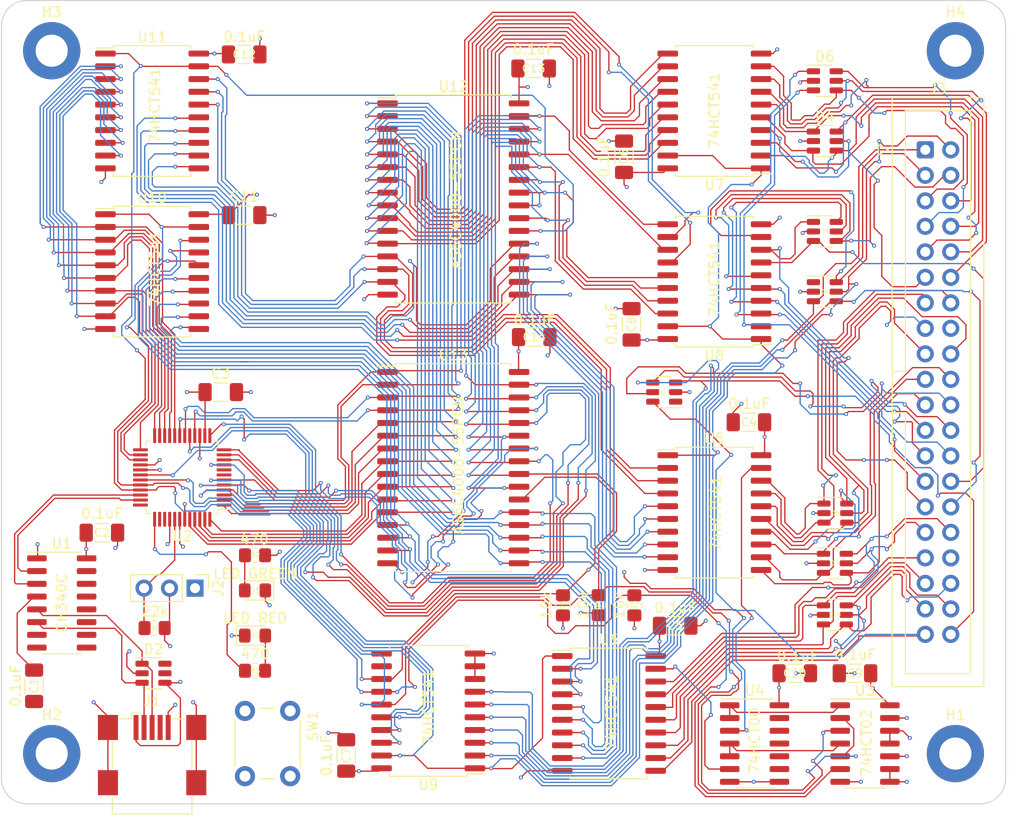
<source format=kicad_pcb>
(kicad_pcb (version 20211014) (generator pcbnew)
  (layers (0 "F.Cu" signal) (1 "In1.Cu" signal) (2 "In2.Cu" signal) (31 "B.Cu" signal) (34 "B.Paste" user) (35 "F.Paste" user) (36 "B.SilkS" user "B.Silkscreen") (37 "F.SilkS" user "F.Silkscreen") (38 "B.Mask" user) (39 "F.Mask" user) (44 "Edge.Cuts" user))
  (net 0 "")
  (net 1 "Net-(C1-Pad1)")
  (net 2 "GND")
  (net 3 "+5V")
  (net 4 "Net-(D1-Pad2)")
  (net 5 "Net-(J1-Pad3)")
  (net 6 "Net-(J1-Pad2)")
  (net 9 "Net-(D3-Pad2)")
  (net 10 "/External connection/E_A4")
  (net 11 "/External connection/E_A3")
  (net 12 "/External connection/E_A2")
  (net 13 "/External connection/E_A1")
  (net 14 "/External connection/E_A0")
  (net 15 "/External connection/E_D0")
  (net 16 "/External connection/E_D1")
  (net 17 "/External connection/E_D2")
  (net 18 "/External connection/E_D3")
  (net 19 "/External connection/E_D4")
  (net 20 "/External connection/E_A9")
  (net 21 "/External connection/E_A8")
  (net 22 "/External connection/E_A7")
  (net 23 "/External connection/E_A6")
  (net 24 "/External connection/E_A5")
  (net 25 "/External connection/E_D5")
  (net 26 "/External connection/E_D6")
  (net 27 "/External connection/E_D7")
  (net 28 "/External connection/E_D8")
  (net 29 "/External connection/E_D9")
  (net 30 "/External connection/E_A14")
  (net 31 "/External connection/E_A13")
  (net 32 "/External connection/E_A12")
  (net 33 "/External connection/E_A11")
  (net 34 "/External connection/E_A10")
  (net 36 "/External connection/E_A18")
  (net 37 "/External connection/E_A17")
  (net 38 "/External connection/E_A16")
  (net 39 "/External connection/E_A15")
  (net 40 "/External connection/E_D10")
  (net 41 "/External connection/E_D11")
  (net 42 "/External connection/E_D12")
  (net 43 "/External connection/E_D13")
  (net 44 "/External connection/E_D14")
  (net 46 "/External connection/E_EVENSEL")
  (net 47 "/External connection/E_OE")
  (net 48 "/External connection/E_ODDSEL")
  (net 49 "/External connection/E_D15")
  (net 51 "Net-(J2-Pad3)")
  (net 53 "Net-(U2-Pad37)")
  (net 55 "Net-(U1-Pad2)")
  (net 56 "Net-(U1-Pad3)")
  (net 66 "/External connection/A5")
  (net 67 "/External connection/A6")
  (net 68 "/External connection/A7")
  (net 69 "/External connection/A16")
  (net 70 "/External connection/A17")
  (net 71 "/External connection/A18")
  (net 74 "/External connection/OUT_EN")
  (net 75 "/External connection/A8")
  (net 76 "/External connection/A9")
  (net 77 "/External connection/A10")
  (net 78 "/External connection/A11")
  (net 79 "/External connection/A12")
  (net 80 "/External connection/A13")
  (net 81 "/External connection/A14")
  (net 82 "/External connection/A15")
  (net 83 "/MCU/I_D0")
  (net 84 "/MCU/I_D1")
  (net 85 "/MCU/I_D2")
  (net 86 "/MCU/I_D3")
  (net 87 "/MCU/I_D4")
  (net 88 "/MCU/I_D5")
  (net 89 "/MCU/I_D6")
  (net 90 "/MCU/I_D7")
  (net 91 "/MCU/WE")
  (net 92 "/External connection/OE")
  (net 93 "/External connection/EVENSEL")
  (net 94 "/External connection/ODDSEL")
  (net 96 "Net-(U2-Pad38)")
  (net 98 "/External connection/A0")
  (net 99 "/External connection/A1")
  (net 100 "/External connection/A2")
  (net 101 "/External connection/A3")
  (net 102 "/External connection/A4")
  (net 103 "Net-(U3-Pad1)")
  (net 104 "Net-(U3-Pad4)")
  (net 105 "Net-(U4-Pad3)")
  (net 106 "Net-(U4-Pad6)")
  (net 109 "/External connection/D15")
  (net 110 "/External connection/D14")
  (net 111 "/External connection/D13")
  (net 112 "/External connection/D12")
  (net 113 "/External connection/D11")
  (net 114 "/External connection/D10")
  (net 115 "/External connection/D9")
  (net 116 "/External connection/D8")
  (net 117 "/External connection/D7")
  (net 118 "/External connection/D6")
  (net 119 "/External connection/D5")
  (net 120 "/External connection/D4")
  (net 121 "/External connection/D3")
  (net 122 "/External connection/D2")
  (net 123 "/External connection/D1")
  (net 124 "/External connection/D0")
  (footprint "Package_SO:SOIC-16_3.9x9.9mm_P1.27mm" (layer "F.Cu") (at 56 110)
    (fp_text reference "U1")
    (fp_text value "CH340C")
  )
  (footprint "Package_SO:SOIC-20W_7.5x12.8mm_P1.27mm" (layer "F.Cu") (at 121 101)
    (fp_text reference "U5")
    (fp_text value "74HCT541")
  )
  (footprint "Capacitor_SMD:C_1206_3216Metric_Pad1.33x1.80mm_HandSolder" (layer "F.Cu") (at 84.328 125.1875 90)
    (fp_text reference "C7" hide)
    (fp_text value "0.1uF")
  )
  (footprint "Capacitor_SMD:C_1206_3216Metric_Pad1.33x1.80mm_HandSolder" (layer "F.Cu") (at 117.094 112.268)
    (fp_text reference "C5" hide)
    (fp_text value "0.1uF")
  )
  (footprint "Capacitor_SMD:C_1206_3216Metric_Pad1.33x1.80mm_HandSolder" (layer "F.Cu") (at 60 103)
    (fp_text reference "C2" hide)
    (fp_text value "0.1uF")
  )
  (footprint "Package_TO_SOT_SMD:SOT-23-6" (layer "F.Cu") (at 133 111.1875)
    (fp_text reference "D10" hide)
    (fp_text value "SP0505BAHT")
  )
  (footprint "Package_SO:SOIC-20W_7.5x12.8mm_P1.27mm" (layer "F.Cu") (at 65 77)
    (fp_text reference "U10")
    (fp_text value "74HCT541")
  )
  (footprint "Package_SO:SOIC-14_3.9x8.7mm_P1.27mm" (layer "F.Cu") (at 136 124)
    (fp_text reference "U3")
    (fp_text value "74HCT02")
  )
  (footprint "Connector_PinHeader_2.54mm:PinHeader_1x03_P2.54mm_Vertical" (layer "F.Cu") (at 69.275 108.525 -90)
    (fp_text reference "J2")
    (fp_text value "Conn_01x03_Male")
  )
  (footprint "Package_SO:SOIC-20W_7.5x12.8mm_P1.27mm" (layer "F.Cu") (at 65 61)
    (fp_text reference "U11")
    (fp_text value "74HCT541")
  )
  (footprint "MountingHole:MountingHole_3.2mm_M3_ISO7380_Pad" (layer "F.Cu") (at 145 55)
    (fp_text reference "H4")
    (fp_text value "MountingHole")
  )
  (footprint "Resistor_SMD:R_0805_2012Metric_Pad1.20x1.40mm_HandSolder" (layer "F.Cu") (at 105.918 110.236 -90)
    (fp_text reference "R6" hide)
    (fp_text value "10k")
  )
  (footprint "Package_TO_SOT_SMD:SOT-23-6" (layer "F.Cu") (at 132 73)
    (fp_text reference "D8" hide)
    (fp_text value "SP0505BAHT")
  )
  (footprint "Button_Switch_THT:SW_PUSH_6mm_H4.3mm" (layer "F.Cu") (at 78.75 120.75 -90)
    (fp_text reference "SW1")
    (fp_text value "SW_MEC_5E")
  )
  (footprint "Package_TO_SOT_SMD:SOT-23-6" (layer "F.Cu") (at 133.05 101.05)
    (fp_text reference "D5" hide)
    (fp_text value "SP0505BAHT")
  )
  (footprint "Capacitor_SMD:C_1206_3216Metric_Pad1.33x1.80mm_HandSolder" (layer "F.Cu") (at 129 117)
    (fp_text reference "C10" hide)
    (fp_text value "0.1uF")
  )
  (footprint "Package_SO:SOIC-20W_7.5x12.8mm_P1.27mm" (layer "F.Cu") (at 110.5 121)
    (fp_text reference "U6")
    (fp_text value "74HCT541")
  )
  (footprint "Capacitor_SMD:C_1206_3216Metric_Pad1.33x1.80mm_HandSolder" (layer "F.Cu") (at 112 65.5625 90)
    (fp_text reference "C6" hide)
    (fp_text value "0.1uF")
  )
  (footprint "Resistor_SMD:R_0805_2012Metric_Pad1.20x1.40mm_HandSolder" (layer "F.Cu") (at 75.25 116.75 180)
    (fp_text reference "R3" hide)
    (fp_text value "470")
  )
  (footprint "Package_SO:SSOP-32_11.305x20.495mm_P1.27mm" (layer "F.Cu") (at 94.996 96.52)
    (fp_text reference "U13")
    (fp_text value "AS6C4008-55PCN")
  )
  (footprint "Package_TO_SOT_SMD:SOT-23-6" (layer "F.Cu") (at 132 79)
    (fp_text reference "D9" hide)
    (fp_text value "SP0505BAHT")
  )
  (footprint "Resistor_SMD:R_0805_2012Metric_Pad1.20x1.40mm_HandSolder" (layer "F.Cu") (at 113.03 110.236 -90)
    (fp_text reference "R5" hide)
    (fp_text value "10k")
  )
  (footprint "Package_TO_SOT_SMD:SOT-23-6" (layer "F.Cu") (at 133 106.05)
    (fp_text reference "D7" hide)
    (fp_text value "SP0505BAHT")
  )
  (footprint "Capacitor_SMD:C_1206_3216Metric_Pad1.33x1.80mm_HandSolder" (layer "F.Cu") (at 112.75 82.25 90)
    (fp_text reference "C8" hide)
    (fp_text value "0.1uF")
  )
  (footprint "Capacitor_SMD:C_1206_3216Metric_Pad1.33x1.80mm_HandSolder" (layer "F.Cu") (at 103.0585 83.52)
    (fp_text reference "C14" hide)
    (fp_text value "0.1uF")
  )
  (footprint "Connector_USB:USB_Mini-B_Wuerth_65100516121_Horizontal" (layer "F.Cu") (at 65 125)
    (fp_text reference "J1")
    (fp_text value "USB_OTG")
  )
  (footprint "Package_SO:SSOP-32_11.305x20.495mm_P1.27mm" (layer "F.Cu") (at 94.996 69.77)
    (fp_text reference "U12")
    (fp_text value "AS6C4008-55PCN")
  )
  (footprint "Capacitor_SMD:C_1206_3216Metric_Pad1.33x1.80mm_HandSolder" (layer "F.Cu") (at 74.168 71.374)
    (fp_text reference "C11")
    (fp_text value "0.1uF")
  )
  (footprint "Resistor_SMD:R_0805_2012Metric_Pad1.20x1.40mm_HandSolder" (layer "F.Cu") (at 75.25 105.25)
    (fp_text reference "R2" hide)
    (fp_text value "470")
  )
  (footprint "Resistor_SMD:R_0805_2012Metric_Pad1.20x1.40mm_HandSolder" (layer "F.Cu") (at 65.25 112.5 180)
    (fp_text reference "R1" hide)
    (fp_text value "22k")
  )
  (footprint "Connector_IDC:IDC-Header_2x20_P2.54mm_Vertical" (layer "F.Cu") (at 142 64.87)
    (fp_text reference "J3")
    (fp_text value "Conn_02x20_Odd_Even")
  )
  (footprint "Capacitor_SMD:C_1206_3216Metric_Pad1.33x1.80mm_HandSolder" (layer "F.Cu") (at 53.25 118.25 -90)
    (fp_text reference "C1" hide)
    (fp_text value "0.1uF")
  )
  (footprint "MountingHole:MountingHole_3.2mm_M3_ISO7380_Pad" (layer "F.Cu") (at 55 55)
    (fp_text reference "H3")
    (fp_text value "MountingHole")
  )
  (footprint "Package_QFP:TQFP-48_7x7mm_P0.5mm" (layer "F.Cu") (at 68 97.5 180)
    (fp_text reference "U2")
    (fp_text value "ATmega3209-A")
  )
  (footprint "Package_SO:SOIC-14_3.9x8.7mm_P1.27mm" (layer "F.Cu") (at 125 124)
    (fp_text reference "U4")
    (fp_text value "74HCT00")
  )
  (footprint "Package_TO_SOT_SMD:SOT-23-6" (layer "F.Cu") (at 132 58)
    (fp_text reference "D6")
    (fp_text value "SP0505BAHT")
  )
  (footprint "Capacitor_SMD:C_1206_3216Metric_Pad1.33x1.80mm_HandSolder" (layer "F.Cu") (at 135 117 180)
    (fp_text reference "C9" hide)
    (fp_text value "0.1uF")
  )
  (footprint "Resistor_SMD:R_0805_2012Metric_Pad1.20x1.40mm_HandSolder" (layer "F.Cu") (at 109.474 110.22 90)
    (fp_text reference "R4" hide)
    (fp_text value "10k")
  )
  (footprint "Package_SO:SOIC-20W_7.5x12.8mm_P1.27mm" (layer "F.Cu") (at 121 61 180)
    (fp_text reference "U7")
    (fp_text value "74HCT541")
  )
  (footprint "Package_TO_SOT_SMD:SOT-23-6" (layer "F.Cu") (at 116 89 180)
    (fp_text reference "D11" hide)
    (fp_text value "SP0505BAHT")
  )
  (footprint "Capacitor_SMD:C_1206_3216Metric_Pad1.33x1.80mm_HandSolder" (layer "F.Cu") (at 124.4375 92 180)
    (fp_text reference "C4" hide)
    (fp_text value "0.1uF")
  )
  (footprint "LED_SMD:LED_0805_2012Metric_Pad1.15x1.40mm_HandSolder" (layer "F.Cu") (at 75.25 108.75 180)
    (fp_text reference "D1" hide)
    (fp_text value "LED GREEN")
  )
  (footprint "Package_SO:SOIC-20W_7.5x12.8mm_P1.27mm" (layer "F.Cu") (at 92.5 120.75 180)
    (fp_text reference "U9")
    (fp_text value "74HCT541")
  )
  (footprint "Capacitor_SMD:C_1206_3216Metric_Pad1.33x1.80mm_HandSolder" (layer "F.Cu") (at 102.996 56.77)
    (fp_text reference "C13" hide)
    (fp_text value "0.1uF")
  )
  (footprint "LED_SMD:LED_0805_2012Metric_Pad1.15x1.40mm_HandSolder" (layer "F.Cu") (at 75.25 113.25)
    (fp_text reference "D3" hide)
    (fp_text value "LED RED")
  )
  (footprint "Capacitor_SMD:C_1206_3216Metric_Pad1.33x1.80mm_HandSolder" (layer "F.Cu") (at 71.8375 89)
    (fp_text reference "C3")
    (fp_text value "0.1uF")
  )
  (footprint "Package_TO_SOT_SMD:SOT-23-6" (layer "F.Cu") (at 132 64)
    (fp_text reference "D4")
    (fp_text value "SP0505BAHT")
  )
  (footprint "MountingHole:MountingHole_3.2mm_M3_ISO7380_Pad" (layer "F.Cu") (at 145 125)
    (fp_text reference "H1")
    (fp_text value "MountingHole")
  )
  (footprint "MountingHole:MountingHole_3.2mm_M3_ISO7380_Pad" (layer "F.Cu") (at 55 125)
    (fp_text reference "H2")
    (fp_text value "MountingHole")
  )
  (footprint "Capacitor_SMD:C_1206_3216Metric_Pad1.33x1.80mm_HandSolder" (layer "F.Cu") (at 74.168 55.372)
    (fp_text reference "C12" hide)
    (fp_text value "0.1uF")
  )
  (footprint "Package_TO_SOT_SMD:SOT-23-6" (layer "F.Cu") (at 65.1375 117)
    (fp_text reference "D2")
    (fp_text value "SP0505BAHT")
  )
  (footprint "Package_SO:SOIC-20W_7.5x12.8mm_P1.27mm" (layer "F.Cu") (at 121 78 180)
    (fp_text reference "U8")
    (fp_text value "74HCT541")
  )
  (gr_arc (start 50 52.5) (mid 50.732233 50.732233) (end 52.5 50) (layer "Edge.Cuts") (width 0.1))
  (gr_arc (start 147.5 50) (mid 149.267767 50.732233) (end 150 52.5) (layer "Edge.Cuts") (width 0.1))
  (gr_arc (start 150 127.5) (mid 149.267767 129.267767) (end 147.5 130) (layer "Edge.Cuts") (width 0.1))
  (gr_line (start 150 127.5) (end 150 52.5) (layer "Edge.Cuts") (width 0.1))
  (gr_line (start 50 52.5) (end 50 127.5) (layer "Edge.Cuts") (width 0.1))
  (gr_arc (start 52.5 130) (mid 50.732233 129.267767) (end 50 127.5) (layer "Edge.Cuts") (width 0.1))
  (gr_line (start 52.5 130) (end 147.5 130) (layer "Edge.Cuts") (width 0.1))
  (gr_line (start 147.5 50) (end 52.5 50) (layer "Edge.Cuts") (width 0.1))
  (segment (start 53.525 109.365) (end 53.235223 109.365) (width 0.127) (layer "F.Cu") (net 1))
  (segment (start 53.235223 109.365) (end 51.562 111.038223) (width 0.127) (layer "F.Cu") (net 1))
  (segment (start 51.562 114.9995) (end 53.25 116.6875) (width 0.127) (layer "F.Cu") (net 1))
  (segment (start 51.562 111.038223) (end 51.562 114.9995) (width 0.127) (layer "F.Cu") (net 1))
  (segment (start 112.75 80.6875) (end 111.1675 80.6875) (width 0.127) (layer "F.Cu") (net 2))
  (segment (start 113.03 111.236) (end 113.03 112.522) (width 0.127) (layer "F.Cu") (net 2))
  (segment (start 66.6 122.4) (end 66.6 120.852) (width 0.127) (layer "F.Cu") (net 2))
  (segment (start 131.8625 106.05) (end 130.17 106.05) (width 0.127) (layer "F.Cu") (net 2))
  (segment (start 68.25 101.6625) (end 68.25 100.152) (width 0.127) (layer "F.Cu") (net 2))
  (segment (start 122.875 92) (end 122.875 90.993) (width 0.127) (layer "F.Cu") (net 2))
  (segment (start 63.152 117) (end 62.484 116.332) (width 0.127) (layer "F.Cu") (net 2))
  (segment (start 104.621 85.117) (end 104.394 85.344) (width 0.127) (layer "F.Cu") (net 2))
  (segment (start 133.4375 117) (end 134.968 117) (width 0.127) (layer "F.Cu") (net 2))
  (segment (start 122.525 127.81) (end 124.92 127.81) (width 0.127) (layer "F.Cu") (net 2))
  (segment (start 117.1375 89) (end 118.518 89) (width 0.127) (layer "F.Cu") (net 2))
  (segment (start 130.8625 58) (end 129.706 58) (width 0.127) (layer "F.Cu") (net 2))
  (segment (start 73.4 89) (end 74.83 89) (width 0.127) (layer "F.Cu") (net 2))
  (segment (start 104.621 83.52) (end 104.621 85.117) (width 0.127) (layer "F.Cu") (net 2))
  (segment (start 133.525 127.81) (end 135.588 127.81) (width 0.127) (layer "F.Cu") (net 2))
  (segment (start 62.484 115.062) (end 62.738 114.808) (width 0.127) (layer "F.Cu") (net 2))
  (segment (start 76.275 109.803) (end 76.708 110.236) (width 0.127) (layer "F.Cu") (net 2))
  (segment (start 118.6565 112.268) (end 119.634 112.268) (width 0.127) (layer "F.Cu") (net 2))
  (segment (start 97.15 115.035) (end 99.033 115.035) (width 0.127) (layer "F.Cu") (net 2))
  (segment (start 105.85 126.715) (end 102.393 126.715) (width 0.127) (layer "F.Cu") (net 2))
  (segment (start 130.8625 79) (end 129.546 79) (width 0.127) (layer "F.Cu") (net 2))
  (segment (start 84.328 123.625) (end 83.639 122.936) (width 0.127) (layer "F.Cu") (net 2))
  (segment (start 88.446 106.045) (end 89.027 106.045) (width 0.127) (layer "F.Cu") (net 2))
  (segment (start 75.7305 55.372) (end 75.7305 53.8095) (width 0.127) (layer "F.Cu") (net 2))
  (segment (start 129.946 73) (end 129.794 73.152) (width 0.127) (layer "F.Cu") (net 2))
  (segment (start 63.8375 96.75) (end 65.762 96.75) (width 0.127) (layer "F.Cu") (net 2))
  (segment (start 97.15 115.035) (end 97.15 116.305) (width 0.127) (layer "F.Cu") (net 2))
  (segment (start 60.35 67.666) (end 59.944 68.072) (width 0.127) (layer "F.Cu") (net 2))
  (segment (start 83.639 122.936) (end 82.55 122.936) (width 0.127) (layer "F.Cu") (net 2))
  (segment (start 109.252 110.998) (end 107.696 110.998) (width 0.127) (layer "F.Cu") (net 2))
  (segment (start 64 117) (end 63.152 117) (width 0.127) (layer "F.Cu") (net 2))
  (segment (start 61.5625 104.2995) (end 61.341 104.521) (width 0.127) (layer "F.Cu") (net 2))
  (segment (start 69.75 93.3375) (end 69.75 95.604) (width 0.127) (layer "F.Cu") (net 2))
  (segment (start 119.634 112.268) (end 120.142 111.76) (width 0.127) (layer "F.Cu") (net 2))
  (segment (start 122.875 90.993) (end 123.698 90.17) (width 0.127) (layer "F.Cu") (net 2))
  (segment (start 60.6 121.306) (end 59.182 119.888) (width 0.127) (layer "F.Cu") (net 2))
  (segment (start 116.35 106.715) (end 114.081 106.715) (width 0.127) (layer "F.Cu") (net 2))
  (segment (start 126.851 72.285) (end 127.508 71.628) (width 0.127) (layer "F.Cu") (net 2))
  (segment (start 76.275 108.75) (end 76.275 109.803) (width 0.127) (layer "F.Cu") (net 2))
  (segment (start 131.8625 111.1875) (end 130.6205 111.1875) (width 0.127) (layer "F.Cu") (net 2))
  (segment (start 75.7305 71.374) (end 77.216 71.374) (width 0.127) (layer "F.Cu") (net 2))
  (segment (start 60.6 122.4) (end 60.6 121.306) (width 0.127) (layer "F.Cu") (net 2))
  (segment (start 61.341 104.521) (end 61.214 104.648) (width 0.127) (layer "F.Cu") (net 2))
  (segment (start 69.4 120.2) (end 69.088 119.888) (width 0.127) (layer "F.Cu") (net 2))
  (segment (start 112 64) (end 110.498 64) (width 0.127) (layer "F.Cu") (net 2))
  (segment (start 89.027 106.045) (end 89.916 106.934) (width 0.127) (layer "F.Cu") (net 2))
  (segment (start 69.4 122.4) (end 69.4 127.9) (width 0.127) (layer "F.Cu") (net 2))
  (segment (start 69.4 122.4) (end 69.4 120.2) (width 0.127) (layer "F.Cu") (net 2))
  (segment (start 60.35 82.715) (end 58.255 82.715) (width 0.127) (layer "F.Cu") (net 2))
  (segment (start 131.9125 101.05) (end 130.852 101.05) (width 0.127) (layer "F.Cu") (net 2))
  (segment (start 60.6 122.4) (end 60.6 127.9) (width 0.127) (layer "F.Cu") (net 2))
  (segment (start 86.567 79.295) (end 86.106 79.756) (width 0.127) (layer "F.Cu") (net 2))
  (segment (start 109.474 111.22) (end 109.252 110.998) (width 0.127) (layer "F.Cu") (net 2))
  (segment (start 130.5625 117) (end 129.126 117) (width 0.127) (layer "F.Cu") (net 2))
  (segment (start 126.833 55.285) (end 127.254 54.864) (width 0.127) (layer "F.Cu") (net 2))
  (segment (start 124.92 127.81) (end 127.475 127.81) (width 0.127) (layer "F.Cu") (net 2))
  (segment (start 53.525 105.555) (end 53.594 105.486) (width 0.127) (layer "F.Cu") (net 2))
  (segment (start 97.15 117.575) (end 97.15 116.305) (width 0.127) (layer "F.Cu") (net 2))
  (segment (start 62.484 116.332) (end 62.484 115.062) (width 0.127) (layer "F.Cu") (net 2))
  (segment (start 74.225 113.25) (end 72.932 113.25) (width 0.127) (layer "F.Cu") (net 2))
  (segment (start 138.475 125.27) (end 140.16 125.27) (width 0.127) (layer "F.Cu") (net 2))
  (segment (start 125.65 55.285) (end 126.833 55.285) (width 0.127) (layer "F.Cu") (net 2))
  (segment (start 102.393 126.715) (end 101.727 127.381) (width 0.127) (layer "F.Cu") (net 2))
  (segment (start 105.918 111.236) (end 105.918 112.522) (width 0.127) (layer "F.Cu") (net 2))
  (segment (start 66.6 120.852) (end 67.31 120.142) (width 0.127) (layer "F.Cu") (net 2))
  (segment (start 110.498 64) (end 110.49 64.008) (width 0.127) (layer "F.Cu") (net 2))
  (segment (start 129.706 58) (end 129.54 58.166) (width 0.127) (layer "F.Cu") (net 2))
  (segment (start 125.65 72.285) (end 126.851 72.285) (width 0.127) (layer "F.Cu") (net 2))
  (segment (start 60.35 66.715) (end 60.35 67.666) (width 0.127) (layer "F.Cu") (net 2))
  (segment (start 130.6205 111.1875) (end 130.556 111.252) (width 0.127) (layer "F.Cu") (net 2))
  (segment (start 53.594 105.486) (end 53.594 104.14) (width 0.127) (layer "F.Cu") (net 2))
  (segment (start 130.8625 64) (end 129.548 64) (width 0.127) (layer "F.Cu") (net 2))
  (segment (start 138.475 121.46) (end 140.16 121.46) (width 0.127) (layer "F.Cu") (net 2))
  (segment (start 61.5625 103) (end 61.5625 104.2995) (width 0.127) (layer "F.Cu") (net 2))
  (segment (start 104.5585 56.77) (end 104.5585 58.5095) (width 0.127) (layer "F.Cu") (net 2))
  (segment (start 88.446 79.295) (end 86.567 79.295) (width 0.127) (layer "F.Cu") (net 2))
  (segment (start 130.8625 73) (end 129.946 73) (width 0.127) (layer "F.Cu") (net 2))
  (via (at 130.17 106.05) (size 0.4) (drill 0.2) (layers "F.Cu" "B.Cu") (net 2))
  (via (at 134.968 117) (size 0.4) (drill 0.2) (layers "F.Cu" "B.Cu") (net 2))
  (via (at 129.794 73.152) (size 0.4) (drill 0.2) (layers "F.Cu" "B.Cu") (net 2))
  (via (at 99.033 115.035) (size 0.4) (drill 0.2) (layers "F.Cu" "B.Cu") (net 2))
  (via (at 129.546 79) (size 0.4) (drill 0.2) (layers "F.Cu" "B.Cu") (net 2))
  (via (at 124.92 127.81) (size 0.4) (drill 0.2) (layers "F.Cu" "B.Cu") (net 2))
  (via (at 89.916 106.934) (size 0.4) (drill 0.2) (layers "F.Cu" "B.Cu") (net 2))
  (via (at 140.16 121.46) (size 0.4) (drill 0.2) (layers "F.Cu" "B.Cu") (net 2))
  (via (at 75.7305 53.8095) (size 0.4) (drill 0.2) (layers "F.Cu" "B.Cu") (net 2))
  (via (at 129.126 117) (size 0.4) (drill 0.2) (layers "F.Cu" "B.Cu") (net 2))
  (via (at 82.55 122.936) (size 0.4) (drill 0.2) (layers "F.Cu" "B.Cu") (net 2))
  (via (at 77.216 71.374) (size 0.4) (drill 0.2) (layers "F.Cu" "B.Cu") (net 2))
  (via (at 130.852 101.05) (size 0.4) (drill 0.2) (layers "F.Cu" "B.Cu") (net 2))
  (via (at 72.932 113.25) (size 0.4) (drill 0.2) (layers "F.Cu" "B.Cu") (net 2))
  (via (at 68.25 100.152) (size 0.4) (drill 0.2) (layers "F.Cu" "B.Cu") (net 2))
  (via (at 104.5585 58.5095) (size 0.4) (drill 0.2) (layers "F.Cu" "B.Cu") (net 2))
  (via (at 67.31 120.142) (size 0.4) (drill 0.2) (layers "F.Cu" "B.Cu") (net 2))
  (via (at 127.254 54.864) (size 0.4) (drill 0.2) (layers "F.Cu" "B.Cu") (net 2))
  (via (at 105.918 112.522) (size 0.4) (drill 0.2) (layers "F.Cu" "B.Cu") (net 2))
  (via (at 101.727 127.381) (size 0.4) (drill 0.2) (layers "F.Cu" "B.Cu") (net 2))
  (via (at 69.088 119.888) (size 0.4) (drill 0.2) (layers "F.Cu" "B.Cu") (net 2))
  (via (at 110.49 64.008) (size 0.4) (drill 0.2) (layers "F.Cu" "B.Cu") (net 2))
  (via (at 129.548 64) (size 0.4) (drill 0.2) (layers "F.Cu" "B.Cu") (net 2))
  (via (at 74.83 89) (size 0.4) (drill 0.2) (layers "F.Cu" "B.Cu") (net 2))
  (via (at 114.081 106.715) (size 0.4) (drill 0.2) (layers "F.Cu" "B.Cu") (net 2))
  (via (at 69.75 95.604) (size 0.4) (drill 0.2) (layers "F.Cu" "B.Cu") (net 2))
  (via (at 61.341 104.521) (size 0.4) (drill 0.2) (layers "F.Cu" "B.Cu") (net 2))
  (via (at 111.1675 80.6875) (size 0.4) (drill 0.2) (layers "F.Cu" "B.Cu") (net 2))
  (via (at 118.518 89) (size 0.4) (drill 0.2) (layers "F.Cu" "B.Cu") (net 2))
  (via (at 120.142 111.76) (size 0.4) (drill 0.2) (layers "F.Cu" "B.Cu") (net 2))
  (via (at 86.106 79.756) (size 0.4) (drill 0.2) (layers "F.Cu" "B.Cu") (net 2))
  (via (at 113.03 112.522) (size 0.4) (drill 0.2) (layers "F.Cu" "B.Cu") (net 2))
  (via (at 129.54 58.166) (size 0.4) (drill 0.2) (layers "F.Cu" "B.Cu") (net 2))
  (via (at 59.182 119.888) (size 0.4) (drill 0.2) (layers "F.Cu" "B.Cu") (net 2))
  (via (at 76.708 110.236) (size 0.4) (drill 0.2) (layers "F.Cu" "B.Cu") (net 2))
  (via (at 140.16 125.27) (size 0.4) (drill 0.2) (layers "F.Cu" "B.Cu") (net 2))
  (via (at 59.944 68.072) (size 0.4) (drill 0.2) (layers "F.Cu" "B.Cu") (net 2))
  (via (at 53.594 104.14) (size 0.4) (drill 0.2) (layers "F.Cu" "B.Cu") (net 2))
  (via (at 130.556 111.252) (size 0.4) (drill 0.2) (layers "F.Cu" "B.Cu") (net 2))
  (via (at 107.696 110.998) (size 0.4) (drill 0.2) (layers "F.Cu" "B.Cu") (net 2))
  (via (at 58.255 82.715) (size 0.4) (drill 0.2) (layers "F.Cu" "B.Cu") (net 2))
  (via (at 104.394 85.344) (size 0.4) (drill 0.2) (layers "F.Cu" "B.Cu") (net 2))
  (via (at 65.762 96.75) (size 0.4) (drill 0.2) (layers "F.Cu" "B.Cu") (net 2))
  (via (at 127.508 71.628) (size 0.4) (drill 0.2) (layers "F.Cu" "B.Cu") (net 2))
  (via (at 62.738 114.808) (size 0.4) (drill 0.2) (layers "F.Cu" "B.Cu") (net 2))
  (via (at 135.588 127.81) (size 0.4) (drill 0.2) (layers "F.Cu" "B.Cu") (net 2))
  (via (at 123.698 90.17) (size 0.4) (drill 0.2) (layers "F.Cu" "B.Cu") (net 2))
  (segment (start 63.8375 96.25) (end 65.262 96.25) (width 0.127) (layer "F.Cu") (net 3))
  (segment (start 127.4375 120.1525) (end 127.475 120.19) (width 0.127) (layer "F.Cu") (net 3))
  (segment (start 126 94.935) (end 126 93.456) (width 0.127) (layer "F.Cu") (net 3))
  (segment (start 115.5315 113.8305) (end 115.5315 112.268) (width 0.127) (layer "F.Cu") (net 3))
  (segment (start 58.4375 104.6305) (end 58.4375 105.5175) (width 0.127) (layer "F.Cu") (net 3))
  (segment (start 115.5315 114.9035) (end 115.5315 113.8305) (width 0.127) (layer "F.Cu") (net 3))
  (segment (start 136.5625 118.2775) (end 136.7775 118.4925) (width 0.127) (layer "F.Cu") (net 3))
  (segment (start 69.65 71.285) (end 72.5165 71.285) (width 0.127) (layer "F.Cu") (net 3))
  (segment (start 66.75 103.938) (end 66.548 104.14) (width 0.127) (layer "F.Cu") (net 3))
  (segment (start 139.748 122.73) (end 140.462 123.444) (width 0.127) (layer "F.Cu") (net 3))
  (segment (start 66.75 101.6625) (end 66.75 103.938) (width 0.127) (layer "F.Cu") (net 3))
  (segment (start 72.5185 55.285) (end 72.6055 55.372) (width 0.127) (layer "F.Cu") (net 3))
  (segment (start 112 67.125) (end 112 68.312) (width 0.127) (layer "F.Cu") (net 3))
  (segment (start 85.594 126.75) (end 87.565 126.75) (width 0.127) (layer "F.Cu") (net 3))
  (segment (start 69.65 55.285) (end 71.207 55.285) (width 0.127) (layer "F.Cu") (net 3))
  (segment (start 74.6375 69.342) (end 75.438 69.342) (width 0.127) (layer "F.Cu") (net 3))
  (segment (start 87.565 126.75) (end 87.85 126.465) (width 0.127) (layer "F.Cu") (net 3))
  (segment (start 101.546 56.8825) (end 101.546 58.62) (width 0.127) (layer "F.Cu") (net 3))
  (segment (start 65.262 96.25) (end 65.754 95.758) (width 0.127) (layer "F.Cu") (net 3))
  (segment (start 114.3075 83.8125) (end 116.2525 83.8125) (width 0.127) (layer "F.Cu") (net 3))
  (segment (start 101.496 86.945) (end 101.496 84.94) (width 0.127) (layer "F.Cu") (net 3))
  (segment (start 101.546 58.62) (end 101.546 60.245) (width 0.127) (layer "F.Cu") (net 3))
  (segment (start 66.25 112.5) (end 66.735 112.015) (width 0.127) (layer "F.Cu") (net 3))
  (segment (start 70.275 89) (end 68.48 89) (width 0.127) (layer "F.Cu") (net 3))
  (segment (start 67.564 124.206) (end 67.818 123.952) (width 0.127) (layer "F.Cu") (net 3))
  (segment (start 63.4 123.777) (end 63.829 124.206) (width 0.127) (layer "F.Cu") (net 3))
  (segment (start 112.75 83.8125) (end 114.3075 83.8125) (width 0.127) (layer "F.Cu") (net 3))
  (segment (start 126 93.456) (end 126 92) (width 0.127) (layer "F.Cu") (net 3))
  (segment (start 112 68.312) (end 112.268 68.58) (width 0.127) (layer "F.Cu") (net 3))
  (segment (start 101.4335 56.77) (end 101.546 56.8825) (width 0.127) (layer "F.Cu") (net 3))
  (segment (start 76.25 105.25) (end 77.376 105.25) (width 0.127) (layer "F.Cu") (net 3))
  (segment (start 66.25 113.748) (end 66.802 114.3) (width 0.127) (layer "F.Cu") (net 3))
  (segment (start 67.75 104.072) (end 68.072 104.394) (width 0.127) (layer "F.Cu") (net 3))
  (segment (start 125.65 95.285) (end 126 94.935) (width 0.127) (layer "F.Cu") (net 3))
  (segment (start 138.475 127.81) (end 138.475 126.54) (width 0.127) (layer "F.Cu") (net 3))
  (segment (start 72.6055 71.374) (end 74.6375 69.342) (width 0.127) (layer "F.Cu") (net 3))
  (segment (start 66.735 112.015) (end 66.735 108.525) (width 0.127) (layer "F.Cu") (net 3))
  (segment (start 67.75 101.6625) (end 67.75 104.072) (width 0.127) (layer "F.Cu") (net 3))
  (segment (start 84.328 126.75) (end 85.594 126.75) (width 0.127) (layer "F.Cu") (net 3))
  (segment (start 70.275 93.3125) (end 70.25 93.3375) (width 0.127) (layer "F.Cu") (net 3))
  (segment (start 58.4375 103) (end 58.4375 104.6305) (width 0.127) (layer "F.Cu") (net 3))
  (segment (start 71.207 55.285) (end 72.5185 55.285) (width 0.127) (layer "F.Cu") (net 3))
  (segment (start 101.546 86.995) (end 101.496 86.945) (width 0.127) (layer "F.Cu") (net 3))
  (segment (start 63.829 124.206) (end 67.564 124.206) (width 0.127) (layer "F.Cu") (net 3))
  (segment (start 127.4375 118.4345) (end 127.4375 120.1525) (width 0.127) (layer "F.Cu") (net 3))
  (segment (start 112 67.125) (end 115.94 67.125) (width 0.127) (layer "F.Cu") (net 3))
  (segment (start 101.546 58.62) (end 102.416 58.62) (width 0.127) (layer "F.Cu") (net 3))
  (segment (start 67.724 117.95) (end 67.818 117.856) (width 0.127) (layer "F.Cu") (net 3))
  (segment (start 138.475 122.73) (end 138.475 124) (width 0.127) (layer "F.Cu") (net 3))
  (segment (start 101.496 84.94) (end 101.496 83.52) (width 0.127) (layer "F.Cu") (net 3))
  (segment (start 138.475 122.73) (end 139.748 122.73) (width 0.127) (layer "F.Cu") (net 3))
  (segment (start 136.5625 117) (end 136.5625 118.2775) (width 0.127) (layer "F.Cu") (net 3))
  (segment (start 77.376 105.25) (end 77.724 104.902) (width 0.127) (layer "F.Cu") (net 3))
  (segment (start 58.4375 105.5175) (end 58.475 105.555) (width 0.127) (layer "F.Cu") (net 3))
  (segment (start 66.275 117.95) (end 67.724 117.95) (width 0.127) (layer "F.Cu") (net 3))
  (segment (start 72.5165 71.285) (end 72.6055 71.374) (width 0.127) (layer "F.Cu") (net 3))
  (segment (start 115.94 67.125) (end 116.35 66.715) (width 0.127) (layer "F.Cu") (net 3))
  (segment (start 127.4375 117) (end 127.4375 118.4345) (width 0.127) (layer "F.Cu") (net 3))
  (segment (start 136.7775 118.4925) (end 138.475 120.19) (width 0.127) (layer "F.Cu") (net 3))
  (segment (start 67.818 123.952) (end 67.818 119.493) (width 0.127) (layer "F.Cu") (net 3))
  (segment (start 66.25 112.5) (end 66.25 113.748) (width 0.127) (layer "F.Cu") (net 3))
  (segment (start 63.4 122.4) (end 63.4 123.777) (width 0.127) (layer "F.Cu") (net 3))
  (segment (start 116.2525 83.8125) (end 116.35 83.715) (width 0.127) (layer "F.Cu") (net 3))
  (segment (start 115.15 115.285) (end 115.5315 114.9035) (width 0.127) (layer "F.Cu") (net 3))
  (segment (start 138.475 127.81) (end 140.16 127.81) (width 0.127) (layer "F.Cu") (net 3))
  (segment (start 67.818 119.493) (end 66.275 117.95) (width 0.127) (layer "F.Cu") (net 3))
  (segment (start 70.275 89) (end 70.275 93.3125) (width 0.127) (layer "F.Cu") (net 3))
  (via (at 136.7775 118.4925) (size 0.4) (drill 0.2) (layers "F.Cu" "B.Cu") (net 3))
  (via (at 140.16 127.81) (size 0.4) (drill 0.2) (layers "F.Cu" "B.Cu") (net 3))
  (via (at 140.462 123.444) (size 0.4) (drill 0.2) (layers "F.Cu" "B.Cu") (net 3))
  (via (at 114.3075 83.8125) (size 0.4) (drill 0.2) (layers "F.Cu" "B.Cu") (net 3))
  (via (at 75.438 69.342) (size 0.4) (drill 0.2) (layers "F.Cu" "B.Cu") (net 3))
  (via (at 127.4375 118.4345) (size 0.4) (drill 0.2) (layers "F.Cu" "B.Cu") (net 3))
  (via (at 77.724 104.902) (size 0.4) (drill 0.2) (layers "F.Cu" "B.Cu") (net 3))
  (via (at 68.072 104.394) (size 0.4) (drill 0.2) (layers "F.Cu" "B.Cu") (net 3))
  (via (at 65.754 95.758) (size 0.4) (drill 0.2) (layers "F.Cu" "B.Cu") (net 3))
  (via (at 66.802 114.3) (size 0.4) (drill 0.2) (layers "F.Cu" "B.Cu") (net 3))
  (via (at 66.548 104.14) (size 0.4) (drill 0.2) (layers "F.Cu" "B.Cu") (net 3))
  (via (at 85.594 126.75) (size 0.4) (drill 0.2) (layers "F.Cu" "B.Cu") (net 3))
  (via (at 71.207 55.285) (size 0.4) (drill 0.2) (layers "F.Cu" "B.Cu") (net 3))
  (via (at 126 93.456) (size 0.4) (drill 0.2) (layers "F.Cu" "B.Cu") (net 3))
  (via (at 68.48 89) (size 0.4) (drill 0.2) (layers "F.Cu" "B.Cu") (net 3))
  (via (at 67.818 117.856) (size 0.4) (drill 0.2) (layers "F.Cu" "B.Cu") (net 3))
  (via (at 115.5315 113.8305) (size 0.4) (drill 0.2) (layers "F.Cu" "B.Cu") (net 3))
  (via (at 112.268 68.58) (size 0.4) (drill 0.2) (layers "F.Cu" "B.Cu") (net 3))
  (via (at 58.4375 104.6305) (size 0.4) (drill 0.2) (layers "F.Cu" "B.Cu") (net 3))
  (via (at 102.416 58.62) (size 0.4) (drill 0.2) (layers "F.Cu" "B.Cu") (net 3))
  (via (at 101.496 84.94) (size 0.4) (drill 0.2) (layers "F.Cu" "B.Cu") (net 3))
  (segment (start 74.225 105.275) (end 74.25 105.25) (width 0.127) (layer "F.Cu") (net 4))
  (segment (start 74.225 108.75) (end 74.225 105.275) (width 0.127) (layer "F.Cu") (net 4))
  (segment (start 60.452 111.252) (end 64 114.8) (width 0.127) (layer "F.Cu") (net 5))
  (segment (start 64.297277 116.05) (end 65 116.752723) (width 0.127) (layer "F.Cu") (net 5))
  (segment (start 64 114.8) (end 64 116.05) (width 0.127) (layer "F.Cu") (net 5))
  (segment (start 64 116.05) (end 64.297277 116.05) (width 0.127) (layer "F.Cu") (net 5))
  (segment (start 54.142 111.252) (end 60.452 111.252) (width 0.127) (layer "F.Cu") (net 5))
  (segment (start 53.525 110.635) (end 54.142 111.252) (width 0.127) (layer "F.Cu") (net 5))
  (segment (start 65 116.752723) (end 65 122.4) (width 0.127) (layer "F.Cu") (net 5))
  (segment (start 61.976 117.602) (end 62.324 117.95) (width 0.127) (layer "F.Cu") (net 6))
  (segment (start 61.259552 112.522) (end 61.976 113.238448) (width 0.127) (layer "F.Cu") (net 6))
  (segment (start 62.324 117.95) (end 64 117.95) (width 0.127) (layer "F.Cu") (net 6))
  (segment (start 64.2 118.15) (end 64.2 122.4) (width 0.127) (layer "F.Cu") (net 6))
  (segment (start 53.525 111.905) (end 54.142 112.522) (width 0.127) (layer "F.Cu") (net 6))
  (segment (start 64 117.95) (end 64.2 118.15) (width 0.127) (layer "F.Cu") (net 6))
  (segment (start 54.142 112.522) (end 61.259552 112.522) (width 0.127) (layer "F.Cu") (net 6))
  (segment (start 61.976 113.238448) (end 61.976 117.602) (width 0.127) (layer "F.Cu") (net 6))
  (segment (start 76.275 116.725) (end 76.25 116.75) (width 0.127) (layer "F.Cu") (net 9))
  (segment (start 76.275 113.25) (end 76.275 116.725) (width 0.127) (layer "F.Cu") (net 9))
  (segment (start 146.966 72.49) (end 147.32 72.136) (width 0.127) (layer "F.Cu") (net 10))
  (segment (start 127.508 62.483328) (end 127.508 60.706) (width 0.127) (layer "F.Cu") (net 10))
  (segment (start 130.8625 63.05) (end 128.074672 63.05) (width 0.127) (layer "F.Cu") (net 10))
  (segment (start 127.167 60.365) (end 125.65 60.365) (width 0.127) (layer "F.Cu") (net 10))
  (segment (start 147.32 61.752816) (end 145.765184 60.198) (width 0.127) (layer "F.Cu") (net 10))
  (segment (start 147.32 72.136) (end 147.32 61.752816) (width 0.127) (layer "F.Cu") (net 10))
  (segment (start 132.4445 61.468) (end 130.8625 63.05) (width 0.127) (layer "F.Cu") (net 10))
  (segment (start 137.067132 60.198) (end 135.636 61.629132) (width 0.127) (layer "F.Cu") (net 10))
  (segment (start 133.858 61.468) (end 132.4445 61.468) (width 0.127) (layer "F.Cu") (net 10))
  (segment (start 127.508 60.706) (end 127.167 60.365) (width 0.127) (layer "F.Cu") (net 10))
  (segment (start 145.765184 60.198) (end 137.067132 60.198) (width 0.127) (layer "F.Cu") (net 10))
  (segment (start 128.074672 63.05) (end 127.508 62.483328) (width 0.127) (layer "F.Cu") (net 10))
  (segment (start 144.54 72.49) (end 146.966 72.49) (width 0.127) (layer "F.Cu") (net 10))
  (segment (start 135.636 61.629132) (end 135.636 62.484) (width 0.127) (layer "F.Cu") (net 10))
  (via (at 133.858 61.468) (size 0.4) (drill 0.2) (layers "F.Cu" "B.Cu") (net 10))
  (via (at 135.636 62.484) (size 0.4) (drill 0.2) (layers "F.Cu" "B.Cu") (net 10))
  (segment (start 134.62 61.468) (end 133.858 61.468) (width 0.127) (layer "B.Cu") (net 10))
  (segment (start 135.636 62.484) (end 134.62 61.468) (width 0.127) (layer "B.Cu") (net 10))
  (segment (start 147.066 73.152) (end 146.3555 73.8625) (width 0.127) (layer "F.Cu") (net 11))
  (segment (start 130.81 66.04) (end 131.064 66.294) (width 0.127) (layer "F.Cu") (net 11))
  (segment (start 130.81 65.0025) (end 130.81 66.04) (width 0.127) (layer "F.Cu") (net 11))
  (segment (start 128.0255 63.539644) (end 126.120856 61.635) (width 0.127) (layer "F.Cu") (net 11))
  (segment (start 146.939 61.910632) (end 146.939 70.993) (width 0.127) (layer "F.Cu") (net 11))
  (segment (start 146.3555 73.8625) (end 143.1675 73.8625) (width 0.127) (layer "F.Cu") (net 11))
  (segment (start 137.224948 60.579) (end 145.607368 60.579) (width 0.127) (layer "F.Cu") (net 11))
  (segment (start 136.398 61.405948) (end 137.224948 60.579) (width 0.127) (layer "F.Cu") (net 11))
  (segment (start 146.939 70.993) (end 146.304 71.628) (width 0.127) (layer "F.Cu") (net 11))
  (segment (start 133.634816 66.294) (end 136.398 63.530816) (width 0.127) (layer "F.Cu") (net 11))
  (segment (start 130.8625 64.95) (end 130.81 65.0025) (width 0.127) (layer "F.Cu") (net 11))
  (segment (start 128.0255 64.2715) (end 128.0255 63.539644) (width 0.127) (layer "F.Cu") (net 11))
  (segment (start 143.1675 73.8625) (end 142 75.03) (width 0.127) (layer "F.Cu") (net 11))
  (segment (start 136.398 63.530816) (end 136.398 62.738) (width 0.127) (layer "F.Cu") (net 11))
  (segment (start 131.064 66.294) (end 133.634816 66.294) (width 0.127) (layer "F.Cu") (net 11))
  (segment (start 126.120856 61.635) (end 125.65 61.635) (width 0.127) (layer "F.Cu") (net 11))
  (segment (start 128.704 64.95) (end 128.0255 64.2715) (width 0.127) (layer "F.Cu") (net 11))
  (segment (start 145.607368 60.579) (end 146.939 61.910632) (width 0.127) (layer "F.Cu") (net 11))
  (segment (start 136.398 62.738) (end 136.398 61.405948) (width 0.127) (layer "F.Cu") (net 11))
  (segment (start 130.8625 64.95) (end 128.704 64.95) (width 0.127) (layer "F.Cu") (net 11))
  (segment (start 136.398 62.992) (end 136.398 62.738) (width 0.127) (layer "F.Cu") (net 11))
  (via (at 147.066 73.152) (size 0.4) (drill 0.2) (layers "F.Cu" "B.Cu") (net 11))
  (via (at 146.304 71.628) (size 0.4) (drill 0.2) (layers "F.Cu" "B.Cu") (net 11))
  (segment (start 146.304 71.628) (end 147.066 72.39) (width 0.127) (layer "B.Cu") (net 11))
  (segment (start 147.066 72.39) (end 147.066 73.152) (width 0.127) (layer "B.Cu") (net 11))
  (segment (start 134.44 64.95) (end 133.1375 64.95) (width 0.127) (layer "F.Cu") (net 12))
  (segment (start 135.1185 61.607816) (end 135.1185 64.2715) (width 0.127) (layer "F.Cu") (net 12))
  (segment (start 135.1185 64.2715) (end 134.44 64.95) (width 0.127) (layer "F.Cu") (net 12))
  (segment (start 144.54 75.03) (end 146.541184 75.03) (width 0.127) (layer "F.Cu") (net 12))
  (segment (start 147.701 73.870184) (end 147.701 61.595) (width 0.127) (layer "F.Cu") (net 12))
  (segment (start 147.701 61.595) (end 145.923 59.817) (width 0.127) (layer "F.Cu") (net 12))
  (segment (start 146.541184 75.03) (end 147.701 73.870184) (width 0.127) (layer "F.Cu") (net 12))
  (segment (start 135.574158 61.152158) (end 135.1185 61.607816) (width 0.127) (layer "F.Cu") (net 12))
  (segment (start 136.909316 59.817) (end 135.574158 61.152158) (width 0.127) (layer "F.Cu") (net 12))
  (segment (start 145.923 59.817) (end 136.909316 59.817) (width 0.127) (layer "F.Cu") (net 12))
  (segment (start 125.65 62.905) (end 126.659 62.905) (width 0.127) (layer "F.Cu") (net 12))
  (segment (start 126.659 62.905) (end 127.508 63.754) (width 0.127) (layer "F.Cu") (net 12))
  (segment (start 133.1375 64.95) (end 133.1375 65.2365) (width 0.127) (layer "F.Cu") (net 12))
  (segment (start 133.1375 65.2365) (end 132.715 65.659) (width 0.127) (layer "F.Cu") (net 12))
  (via (at 127.508 63.754) (size 0.4) (drill 0.2) (layers "F.Cu" "B.Cu") (net 12))
  (via (at 132.715 65.659) (size 0.4) (drill 0.2) (layers "F.Cu" "B.Cu") (net 12))
  (segment (start 131.9435 67.1925) (end 131.485316 67.1925) (width 0.127) (layer "B.Cu") (net 12))
  (segment (start 132.715 65.659) (end 132.334 66.04) (width 0.127) (layer "B.Cu") (net 12))
  (segment (start 130.444408 65.928408) (end 130.0385 65.5225) (width 0.127) (layer "B.Cu") (net 12))
  (segment (start 130.0385 65.5225) (end 128.0065 65.5225) (width 0.127) (layer "B.Cu") (net 12))
  (segment (start 130.444408 66.151592) (end 130.444408 65.928408) (width 0.127) (layer "B.Cu") (net 12))
  (segment (start 127.508 65.024) (end 127.508 63.754) (width 0.127) (layer "B.Cu") (net 12))
  (segment (start 132.334 66.802) (end 131.9435 67.1925) (width 0.127) (layer "B.Cu") (net 12))
  (segment (start 132.334 66.04) (end 132.334 66.802) (width 0.127) (layer "B.Cu") (net 12))
  (segment (start 131.485316 67.1925) (end 130.444408 66.151592) (width 0.127) (layer "B.Cu") (net 12))
  (segment (start 128.0065 65.5225) (end 127.508 65.024) (width 0.127) (layer "B.Cu") (net 12))
  (segment (start 142 77.57) (end 141.068405 78.501595) (width 0.127) (layer "F.Cu") (net 13))
  (segment (start 129.062815 66.04) (end 129.794 66.04) (width 0.127) (layer "F.Cu") (net 13))
  (segment (start 137.668 73.406) (end 136.906 72.644) (width 0.127) (layer "F.Cu") (net 13))
  (segment (start 137.668 77.47) (end 137.668 73.406) (width 0.127) (layer "F.Cu") (net 13))
  (segment (start 138.699595 78.501595) (end 137.668 77.47) (width 0.127) (layer "F.Cu") (net 13))
  (segment (start 136.906 72.644) (end 136.906 68.326) (width 0.127) (layer "F.Cu") (net 13))
  (segment (start 136.906 68.326) (end 137.287 67.945) (width 0.127) (layer "F.Cu") (net 13))
  (segment (start 127.197815 64.175) (end 129.062815 66.04) (width 0.127) (layer "F.Cu") (net 13))
  (segment (start 125.65 64.175) (end 127.197815 64.175) (width 0.127) (layer "F.Cu") (net 13))
  (segment (start 134.358 64) (end 134.366 64.008) (width 0.127) (layer "F.Cu") (net 13))
  (segment (start 141.068405 78.501595) (end 138.699595 78.501595) (width 0.127) (layer "F.Cu") (net 13))
  (segment (start 133.1375 64) (end 134.358 64) (width 0.127) (layer "F.Cu") (net 13))
  (via (at 134.366 64.008) (size 0.4) (drill 0.2) (layers "F.Cu" "B.Cu") (net 13))
  (via (at 129.794 66.04) (size 0.4) (drill 0.2) (layers "F.Cu" "B.Cu") (net 13))
  (via (at 137.287 67.945) (size 0.4) (drill 0.2) (layers "F.Cu" "B.Cu") (net 13))
  (segment (start 129.794 66.04) (end 131.3275 67.5735) (width 0.127) (layer "B.Cu") (net 13))
  (segment (start 131.3275 67.5735) (end 133.310356 67.5735) (width 0.127) (layer "B.Cu") (net 13))
  (segment (start 134.366 65.024) (end 134.366 64.008) (width 0.127) (layer "B.Cu") (net 13))
  (segment (start 133.310356 67.5735) (end 134.366 66.517856) (width 0.127) (layer "B.Cu") (net 13))
  (segment (start 137.287 67.945) (end 134.366 65.024) (width 0.127) (layer "B.Cu") (net 13))
  (segment (start 134.366 66.517856) (end 134.366 65.024) (width 0.127) (layer "B.Cu") (net 13))
  (segment (start 133.096 67.056) (end 132.715 66.675) (width 0.127) (layer "F.Cu") (net 14))
  (segment (start 129.159 66.675) (end 127.929 65.445) (width 0.127) (layer "F.Cu") (net 14))
  (segment (start 134.03475 62.15275) (end 133.1375 63.05) (width 0.127) (layer "F.Cu") (net 14))
  (segment (start 127.929 65.445) (end 125.65 65.445) (width 0.127) (layer "F.Cu") (net 14))
  (segment (start 146.304 59.436) (end 136.7515 59.436) (width 0.127) (layer "F.Cu") (net 14))
  (segment (start 148.082 74.028) (end 148.082 61.214) (width 0.127) (layer "F.Cu") (net 14))
  (segment (start 132.715 66.675) (end 129.159 66.675) (width 0.127) (layer "F.Cu") (net 14))
  (segment (start 136.7515 59.436) (end 134.03475 62.15275) (width 0.127) (layer "F.Cu") (net 14))
  (segment (start 144.54 77.57) (end 148.082 74.028) (width 0.127) (layer "F.Cu") (net 14))
  (segment (start 148.082 61.214) (end 146.304 59.436) (width 0.127) (layer "F.Cu") (net 14))
  (via (at 133.096 67.056) (size 0.4) (drill 0.2) (layers "F.Cu" "B.Cu") (net 14))
  (via (at 134.03475 62.15275) (size 0.4) (drill 0.2) (layers "F.Cu" "B.Cu") (net 14))
  (segment (start 133.35 66.802) (end 133.096 67.056) (width 0.127) (layer "B.Cu") (net 14))
  (segment (start 134.03475 62.15275) (end 133.8485 62.339) (width 0.127) (layer "B.Cu") (net 14))
  (segment (start 133.8485 62.339) (end 133.8485 66.3035) (width 0.127) (layer "B.Cu") (net 14))
  (segment (start 133.8485 66.3035) (end 133.35 66.802) (width 0.127) (layer "B.Cu") (net 14))
  (segment (start 131.699 84.201) (end 131.699 96.616184) (width 0.127) (layer "F.Cu") (net 15))
  (segment (start 141.747595 79.263595) (end 137.175221 79.263595) (width 0.127) (layer "F.Cu") (net 15))
  (segment (start 134.239 82.199816) (end 134.239 83.215816) (width 0.127) (layer "F.Cu") (net 15))
  (segment (start 137.175221 79.263595) (end 134.239 82.199816) (width 0.127) (layer "F.Cu") (net 15))
  (segment (start 132.364816 97.282) (end 133.096 97.282) (width 0.127) (layer "F.Cu") (net 15))
  (segment (start 128.016 101.968407) (end 128.016 99.537184) (width 0.127) (layer "F.Cu") (net 15))
  (segment (start 133.253815 84.201) (end 131.699 84.201) (width 0.127) (layer "F.Cu") (net 15))
  (segment (start 131.9125 100.1) (end 130.532 100.1) (width 0.127) (layer "F.Cu") (net 15))
  (segment (start 128.016 99.537184) (end 126.303816 97.825) (width 0.127) (layer "F.Cu") (net 15))
  (segment (start 131.9125 98.3845) (end 131.826 98.298) (width 0.127) (layer "F.Cu") (net 15))
  (segment (start 130.532 100.1) (end 130.048 100.584) (width 0.127) (layer "F.Cu") (net 15))
  (segment (start 130.048 102.523553) (end 129.447553 103.124) (width 0.127) (layer "F.Cu") (net 15))
  (segment (start 142 79.516) (end 141.747595 79.263595) (width 0.127) (layer "F.Cu") (net 15))
  (segment (start 126.303816 97.825) (end 125.65 97.825) (width 0.127) (layer "F.Cu") (net 15))
  (segment (start 130.048 100.584) (end 130.048 102.523553) (width 0.127) (layer "F.Cu") (net 15))
  (segment (start 131.9125 100.1) (end 131.9125 98.3845) (width 0.127) (layer "F.Cu") (net 15))
  (segment (start 129.447553 103.124) (end 129.171593 103.124) (width 0.127) (layer "F.Cu") (net 15))
  (segment (start 134.239 83.215816) (end 133.253815 84.201) (width 0.127) (layer "F.Cu") (net 15))
  (segment (start 131.699 96.616184) (end 132.364816 97.282) (width 0.127) (layer "F.Cu") (net 15))
  (segment (start 142 80.11) (end 142 79.516) (width 0.127) (layer "F.Cu") (net 15))
  (segment (start 129.171593 103.124) (end 128.016 101.968407) (width 0.127) (layer "F.Cu") (net 15))
  (via (at 131.826 98.298) (size 0.4) (drill 0.2) (layers "F.Cu" "B.Cu") (net 15))
  (via (at 133.096 97.282) (size 0.4) (drill 0.2) (layers "F.Cu" "B.Cu") (net 15))
  (segment (start 133.096 97.282) (end 132.842 97.282) (width 0.127) (layer "B.Cu") (net 15))
  (segment (start 132.842 97.282) (end 131.826 98.298) (width 0.127) (layer "B.Cu") (net 15))
  (segment (start 133.858 82.042) (end 133.858 83.058) (width 0.127) (layer "F.Cu") (net 16))
  (segment (start 132.588 98.044) (end 132.8925 98.3485) (width 0.127) (layer "F.Cu") (net 16))
  (segment (start 137.017405 78.882595) (end 133.858 82.042) (width 0.127) (layer "F.Cu") (net 16))
  (segment (start 132.8925 101.393645) (end 132.286145 102) (width 0.127) (layer "F.Cu") (net 16))
  (segment (start 133.096 83.82) (end 131.318 83.82) (width 0.127) (layer "F.Cu") (net 16))
  (segment (start 131.110369 102) (end 129.605369 103.505) (width 0.127) (layer "F.Cu") (net 16))
  (segment (start 144.54 80.11) (end 144.54 79.77) (width 0.127) (layer "F.Cu") (net 16))
  (segment (start 132.286145 102) (end 131.9125 102) (width 0.127) (layer "F.Cu") (net 16))
  (segment (start 129.605369 103.505) (end 129.013777 103.505) (width 0.127) (layer "F.Cu") (net 16))
  (segment (start 127.635 99.695) (end 127.035 99.095) (width 0.127) (layer "F.Cu") (net 16))
  (segment (start 131.318 83.82) (end 131.318 96.774) (width 0.127) (layer "F.Cu") (net 16))
  (segment (start 144.54 79.77) (end 143.652595 78.882595) (width 0.127) (layer "F.Cu") (net 16))
  (segment (start 143.652595 78.882595) (end 137.017405 78.882595) (width 0.127) (layer "F.Cu") (net 16))
  (segment (start 133.858 83.058) (end 133.096 83.82) (width 0.127) (layer "F.Cu") (net 16))
  (segment (start 127.035 99.095) (end 125.65 99.095) (width 0.127) (layer "F.Cu") (net 16))
  (segment (start 132.8925 98.3485) (end 132.8925 101.393645) (width 0.127) (layer "F.Cu") (net 16))
  (segment (start 131.9125 102) (end 131.110369 102) (width 0.127) (layer "F.Cu") (net 16))
  (segment (start 129.013777 103.505) (end 127.635 102.126223) (width 0.127) (layer "F.Cu") (net 16))
  (segment (start 127.635 102.126223) (end 127.635 99.695) (width 0.127) (layer "F.Cu") (net 16))
  (segment (start 131.318 96.774) (end 132.588 98.044) (width 0.127) (layer "F.Cu") (net 16))
  (segment (start 138.079816 80.452632) (end 138.557 80.929816) (width 0.127) (layer "F.Cu") (net 17))
  (segment (start 137.602632 80.452632) (end 138.079816 80.452632) (width 0.127) (layer "F.Cu") (net 17))
  (segment (start 138.557 81.915) (end 138.176 82.296) (width 0.127) (layer "F.Cu") (net 17))
  (segment (start 136.271 98.617368) (end 132.872816 95.219184) (width 0.127) (layer "F.Cu") (net 17))
  (segment (start 134.1875 102) (end 135.266816 102) (width 0.127) (layer "F.Cu") (net 17))
  (segment (start 138.557 80.929816) (end 138.557 81.915) (width 0.127) (layer "F.Cu") (net 17))
  (segment (start 129.763184 103.886) (end 128.855961 103.886) (width 0.127) (layer "F.Cu") (net 17))
  (segment (start 135.062631 84.008631) (end 135.412816 83.658447) (width 0.127) (layer "F.Cu") (net 17))
  (segment (start 132.842 95.188368) (end 132.842 85.852) (width 0.127) (layer "F.Cu") (net 17))
  (segment (start 128.855961 103.886) (end 127.254 102.284039) (width 0.127) (layer "F.Cu") (net 17))
  (segment (start 127.035 100.365) (end 125.65 100.365) (width 0.127) (layer "F.Cu") (net 17))
  (segment (start 134.1875 102) (end 133.2 102.9875) (width 0.127) (layer "F.Cu") (net 17))
  (segment (start 133.2 102.9875) (end 130.661684 102.9875) (width 0.127) (layer "F.Cu") (net 17))
  (segment (start 130.661684 102.9875) (end 129.763184 103.886) (width 0.127) (layer "F.Cu") (net 17))
  (segment (start 135.412816 83.658447) (end 135.412816 82.642448) (width 0.127) (layer "F.Cu") (net 17))
  (segment (start 133.096 85.598) (end 133.473261 85.598) (width 0.127) (layer "F.Cu") (net 17))
  (segment (start 127.254 100.584) (end 127.035 100.365) (width 0.127) (layer "F.Cu") (net 17))
  (segment (start 135.266816 102) (end 136.271 100.995816) (width 0.127) (layer "F.Cu") (net 17))
  (segment (start 127.254 102.284039) (end 127.254 100.584) (width 0.127) (layer "F.Cu") (net 17))
  (segment (start 136.271 100.995816) (end 136.271 98.617368) (width 0.127) (layer "F.Cu") (net 17))
  (segment (start 132.842 85.852) (end 133.096 85.598) (width 0.127) (layer "F.Cu") (net 17))
  (segment (start 133.473261 85.598) (end 135.062631 84.008631) (width 0.127) (layer "F.Cu") (net 17))
  (segment (start 132.872816 95.219184) (end 132.842 95.188368) (width 0.127) (layer "F.Cu") (net 17))
  (segment (start 135.412816 82.642448) (end 137.602632 80.452632) (width 0.127) (layer "F.Cu") (net 17))
  (via (at 138.176 82.296) (size 0.4) (drill 0.2) (layers "F.Cu" "B.Cu") (net 17))
  (segment (start 140.884 81.534) (end 142 82.65) (width 0.127) (layer "B.Cu") (net 17))
  (segment (start 138.176 82.296) (end 138.938 81.534) (width 0.127) (layer "B.Cu") (net 17))
  (segment (start 138.938 81.534) (end 140.884 81.534) (width 0.127) (layer "B.Cu") (net 17))
  (segment (start 132.0705 103.3685) (end 132.334 103.632) (width 0.127) (layer "F.Cu") (net 18))
  (segment (start 138.191595 80.025595) (end 137.490853 80.025595) (width 0.127) (layer "F.Cu") (net 18))
  (segment (start 138.938 82.128) (end 138.938 80.772) (width 0.127) (layer "F.Cu") (net 18))
  (segment (start 126.066145 101.635) (end 128.698145 104.267) (width 0.127) (layer "F.Cu") (net 18))
  (segment (start 135.397408 98.282592) (end 134.874 98.806) (width 0.127) (layer "F.Cu") (net 18))
  (segment (start 132.461 95.346184) (end 135.397408 98.282592) (width 0.127) (layer "F.Cu") (net 18))
  (segment (start 135.89 100.838) (end 135.678 101.05) (width 0.127) (layer "F.Cu") (net 18))
  (segment (start 128.698145 104.267) (end 129.921 104.267) (width 0.127) (layer "F.Cu") (net 18))
  (segment (start 135.031816 82.546264) (end 135.031816 83.500632) (width 0.127) (layer "F.Cu") (net 18))
  (segment (start 137.490853 80.025595) (end 135.001 82.515448) (width 0.127) (layer "F.Cu") (net 18))
  (segment (start 125.65 101.635) (end 126.066145 101.635) (width 0.127) (layer "F.Cu") (net 18))
  (segment (start 132.461 84.963) (end 132.461 95.346184) (width 0.127) (layer "F.Cu") (net 18))
  (segment (start 133.569446 84.963) (end 132.461 84.963) (width 0.127) (layer "F.Cu") (net 18))
  (segment (start 135.397408 98.282592) (end 135.89 98.775184) (width 0.127) (layer "F.Cu") (net 18))
  (segment (start 135.678 101.05) (end 134.1875 101.05) (width 0.127) (layer "F.Cu") (net 18))
  (segment (start 134.874 98.806) (end 134.874 99.06) (width 0.127) (layer "F.Cu") (net 18))
  (segment (start 129.921 104.267) (end 130.8195 103.3685) (width 0.127) (layer "F.Cu") (net 18))
  (segment (start 135.89 98.775184) (end 135.89 100.838) (width 0.127) (layer "F.Cu") (net 18))
  (segment (start 142 85.19) (end 138.938 82.128) (width 0.127) (layer "F.Cu") (net 18))
  (segment (start 138.938 80.772) (end 138.191595 80.025595) (width 0.127) (layer "F.Cu") (net 18))
  (segment (start 130.8195 103.3685) (end 132.0705 103.3685) (width 0.127) (layer "F.Cu") (net 18))
  (segment (start 135.031816 83.500632) (end 133.569446 84.963) (width 0.127) (layer "F.Cu") (net 18))
  (segment (start 135.001 82.515448) (end 135.031816 82.546264) (width 0.127) (layer "F.Cu") (net 18))
  (via (at 132.334 103.632) (size 0.4) (drill 0.2) (layers "F.Cu" "B.Cu") (net 18))
  (via (at 134.874 99.06) (size 0.4) (drill 0.2) (layers "F.Cu" "B.Cu") (net 18))
  (segment (start 135.382 102.616) (end 135.001 102.997) (width 0.127) (layer "B.Cu") (net 18))
  (segment (start 135.382 99.568) (end 135.382 102.616) (width 0.127) (layer "B.Cu") (net 18))
  (segment (start 134.874 99.06) (end 135.382 99.568) (width 0.127) (layer "B.Cu") (net 18))
  (segment (start 132.969 102.997) (end 132.334 103.632) (width 0.127) (layer "B.Cu") (net 18))
  (segment (start 135.001 102.997) (end 132.969 102.997) (width 0.127) (layer "B.Cu") (net 18))
  (segment (start 126.781 102.905) (end 125.65 102.905) (width 0.127) (layer "F.Cu") (net 19))
  (segment (start 134.1875 100.1) (end 133.604 99.5165) (width 0.127) (layer "F.Cu") (net 19))
  (segment (start 140.462 80.264) (end 140.716 80.518) (width 0.127) (layer "F.Cu") (net 19))
  (segment (start 144.54 85.19) (end 146.05 83.68) (width 0.127) (layer "F.Cu") (net 19))
  (segment (start 146.05 83.68) (end 146.05 82.296) (width 0.127) (layer "F.Cu") (net 19))
  (segment (start 133.604 99.5165) (end 133.604 98.806) (width 0.127) (layer "F.Cu") (net 19))
  (segment (start 134.62 82.357632) (end 137.333037 79.644595) (width 0.127) (layer "F.Cu") (net 19))
  (segment (start 137.333037 79.644595) (end 139.842595 79.644595) (width 0.127) (layer "F.Cu") (net 19))
  (segment (start 130.302 104.648) (end 128.524 104.648) (width 0.127) (layer "F.Cu") (net 19))
  (segment (start 134.1875 100.1) (end 134.1875 97.6115) (width 0.127) (layer "F.Cu") (net 19))
  (segment (start 134.62 83.312) (end 134.62 82.357632) (width 0.127) (layer "F.Cu") (net 19))
  (segment (start 128.524 104.648) (end 126.781 102.905) (width 0.127) (layer "F.Cu") (net 19))
  (segment (start 132.08 95.504) (end 132.08 84.582) (width 0.127) (layer "F.Cu") (net 19))
  (segment (start 131.064 103.886) (end 130.302 104.648) (width 0.127) (layer "F.Cu") (net 19))
  (segment (start 141.6805 81.4825) (end 145.2365 81.4825) (width 0.127) (layer "F.Cu") (net 19))
  (segment (start 140.208 80.01) (end 140.462 80.264) (width 0.127) (layer "F.Cu") (net 19))
  (segment (start 132.08 84.582) (end 133.411631 84.582) (width 0.127) (layer "F.Cu") (net 19))
  (segment (start 134.650816 83.342816) (end 134.62 83.312) (width 0.127) (layer "F.Cu") (net 19))
  (segment (start 133.411631 84.582) (end 134.650816 83.342816) (width 0.127) (layer "F.Cu") (net 19))
  (segment (start 140.716 80.518) (end 141.6805 81.4825) (width 0.127) (layer "F.Cu") (net 19))
  (segment (start 134.1875 97.6115) (end 132.08 95.504) (width 0.127) (layer "F.Cu") (net 19))
  (segment (start 139.842595 79.644595) (end 140.208 80.01) (width 0.127) (layer "F.Cu") (net 19))
  (segment (start 145.2365 81.4825) (end 146.05 82.296) (width 0.127) (layer "F.Cu") (net 19))
  (via (at 133.604 98.806) (size 0.4) (drill 0.2) (layers "F.Cu" "B.Cu") (net 19))
  (via (at 131.064 103.886) (size 0.4) (drill 0.2) (layers "F.Cu" "B.Cu") (net 19))
  (segment (start 135.001 100.203) (end 135.001 102.362) (width 0.127) (layer "B.Cu") (net 19))
  (segment (start 135.001 102.362) (end 134.747 102.616) (width 0.127) (layer "B.Cu") (net 19))
  (segment (start 133.604 98.806) (end 135.001 100.203) (width 0.127) (layer "B.Cu") (net 19))
  (segment (start 134.747 102.616) (end 132.334 102.616) (width 0.127) (layer "B.Cu") (net 19))
  (segment (start 132.334 102.616) (end 131.064 103.886) (width 0.127) (layer "B.Cu") (net 19))
  (segment (start 130.8625 57.05) (end 129.386 57.05) (width 0.127) (layer "F.Cu") (net 20))
  (segment (start 125.545 81.28) (end 125.65 81.175) (width 0.127) (layer "F.Cu") (net 20))
  (segment (start 123.19 81.28) (end 125.545 81.28) (width 0.127) (layer "F.Cu") (net 20))
  (segment (start 125.755 81.28) (end 125.65 81.175) (width 0.127) (layer "F.Cu") (net 20))
  (segment (start 127.508 81.28) (end 125.755 81.28) (width 0.127) (layer "F.Cu") (net 20))
  (segment (start 129.386 57.05) (end 129.032 57.404) (width 0.127) (layer "F.Cu") (net 20))
  (via (at 123.19 81.28) (size 0.4) (drill 0.2) (layers "F.Cu" "B.Cu") (net 20))
  (via (at 129.032 57.404) (size 0.4) (drill 0.2) (layers "F.Cu" "B.Cu") (net 20))
  (via (at 127.508 81.28) (size 0.4) (drill 0.2) (layers "F.Cu" "B.Cu") (net 20))
  (segment (start 126.6095 68.177684) (end 123.571 71.216185) (width 0.127) (layer "B.Cu") (net 20))
  (segment (start 137.668 91.409184) (end 137.668 90.962816) (width 0.127) (layer "B.Cu") (net 20))
  (segment (start 123.571 80.899) (end 123.19 81.28) (width 0.127) (layer "B.Cu") (net 20))
  (segment (start 137.668 90.962816) (end 127.985184 81.28) (width 0.127) (layer "B.Cu") (net 20))
  (segment (start 128.524 57.942816) (end 128.524 59.405184) (width 0.127) (layer "B.Cu") (net 20))
  (segment (start 126.6095 61.319685) (end 126.6095 68.177684) (width 0.127) (layer "B.Cu") (net 20))
  (segment (start 129.032 57.404) (end 128.508592 57.927408) (width 0.127) (layer "B.Cu") (net 20))
  (segment (start 123.571 71.216185) (end 123.571 80.899) (width 0.127) (layer "B.Cu") (net 20))
  (segment (start 127.985184 81.28) (end 127.508 81.28) (width 0.127) (layer "B.Cu") (net 20))
  (segment (start 140.208 93.98) (end 137.652592 91.424592) (width 0.127) (layer "B.Cu") (net 20))
  (segment (start 128.524 59.405184) (end 126.6095 61.319685) (width 0.127) (layer "B.Cu") (net 20))
  (segment (start 143.17 93.98) (end 140.208 93.98) (width 0.127) (layer "B.Cu") (net 20))
  (segment (start 144.54 95.35) (end 143.17 93.98) (width 0.127) (layer "B.Cu") (net 20))
  (segment (start 137.652592 91.424592) (end 137.668 91.409184) (width 0.127) (layer "B.Cu") (net 20))
  (segment (start 128.508592 57.927408) (end 128.524 57.942816) (width 0.127) (layer "B.Cu") (net 20))
  (segment (start 138.938 94.828) (end 138.938 93.726) (width 0.127) (layer "F.Cu") (net 21))
  (segment (start 142 97.89) (end 138.938 94.828) (width 0.127) (layer "F.Cu") (net 21))
  (segment (start 123.952 82.296) (end 125.501 82.296) (width 0.127) (layer "F.Cu") (net 21))
  (segment (start 125.501 82.296) (end 125.65 82.445) (width 0.127) (layer "F.Cu") (net 21))
  (segment (start 130.8625 58.95) (end 129.518 58.95) (width 0.127) (layer "F.Cu") (net 21))
  (segment (start 129.518 58.95) (end 129.286 59.182) (width 0.127) (layer "F.Cu") (net 21))
  (via (at 123.952 82.296) (size 0.4) (drill 0.2) (layers "F.Cu" "B.Cu") (net 21))
  (via (at 138.938 93.726) (size 0.4) (drill 0.2) (layers "F.Cu" "B.Cu") (net 21))
  (via (at 129.286 59.182) (size 0.4) (drill 0.2) (layers "F.Cu" "B.Cu") (net 21))
  (segment (start 137.271592 91.105224) (end 128.462368 82.296) (width 0.127) (layer "B.Cu") (net 21))
  (segment (start 138.938 93.248816) (end 137.271592 91.582408) (width 0.127) (layer "B.Cu") (net 21))
  (segment (start 128.462368 82.296) (end 123.952 82.296) (width 0.127) (layer "B.Cu") (net 21))
  (segment (start 137.271592 91.582408) (end 137.271592 91.105224) (width 0.127) (layer "B.Cu") (net 21))
  (segment (start 138.938 93.726) (end 138.938 93.248816) (width 0.127) (layer "B.Cu") (net 21))
  (segment (start 129.286 59.182) (end 126.9905 61.4775) (width 0.127) (layer "B.Cu") (net 21))
  (segment (start 123.952 71.374) (end 123.952 82.296) (width 0.127) (layer "B.Cu") (net 21))
  (segment (start 126.9905 68.3355) (end 123.952 71.374) (width 0.127) (layer "B.Cu") (net 21))
  (segment (start 126.9905 61.4775) (end 126.9905 68.3355) (width 0.127) (layer "B.Cu") (net 21))
  (segment (start 133.1375 58.95) (end 134.642 58.95) (width 0.127) (layer "F.Cu") (net 22))
  (segment (start 144.018 62.23) (end 144.526 62.738) (width 0.127) (layer "F.Cu") (net 22))
  (segment (start 138.176 60.96) (end 143.51 60.96) (width 0.127) (layer "F.Cu") (net 22))
  (segment (start 129.54737 61.907) (end 128.739816 61.907) (width 0.127) (layer "F.Cu") (net 22))
  (segment (start 128.651 61.818184) (end 128.651 60.232553) (width 0.127) (layer "F.Cu") (net 22))
  (segment (start 127.889 59.470553) (end 127.889 57.531) (width 0.127) (layer "F.Cu") (net 22))
  (segment (start 134.642 58.95) (end 135.382 59.69) (width 0.127) (layer "F.Cu") (net 22))
  (segment (start 133.1375 58.95) (end 133.1375 59.6485) (width 0.127) (layer "F.Cu") (net 22))
  (segment (start 129.98637 61.468) (end 129.54737 61.907) (width 0.127) (layer "F.Cu") (net 22))
  (segment (start 144.8315 68.7825) (end 143.1675 68.7825) (width 0.127) (layer "F.Cu") (net 22))
  (segment (start 143.51 60.96) (end 144.018 61.468) (width 0.127) (layer "F.Cu") (net 22))
  (segment (start 137.922 61.214) (end 138.176 60.96) (width 0.127) (layer "F.Cu") (net 22))
  (segment (start 145.796 67.818) (end 144.8315 68.7825) (width 0.127) (layer "F.Cu") (net 22))
  (segment (start 131.971055 60.325) (end 130.828055 61.468) (width 0.127) (layer "F.Cu") (net 22))
  (segment (start 144.018 61.468) (end 144.018 62.23) (width 0.127) (layer "F.Cu") (net 22))
  (segment (start 143.1675 68.7825) (end 142 69.95) (width 0.127) (layer "F.Cu") (net 22))
  (segment (start 126.913 56.555) (end 125.65 56.555) (width 0.127) (layer "F.Cu") (net 22))
  (segment (start 145.796 63.530816) (end 145.796 67.818) (width 0.127) (layer "F.Cu") (net 22))
  (segment (start 128.739816 61.907) (end 128.651 61.818184) (width 0.127) (layer "F.Cu") (net 22))
  (segment (start 144.526 62.738) (end 145.003184 62.738) (width 0.127) (layer "F.Cu") (net 22))
  (segment (start 132.461 60.325) (end 131.971055 60.325) (width 0.127) (layer "F.Cu") (net 22))
  (segment (start 127.889 57.531) (end 126.913 56.555) (width 0.127) (layer "F.Cu") (net 22))
  (segment (start 130.828055 61.468) (end 129.98637 61.468) (width 0.127) (layer "F.Cu") (net 22))
  (segment (start 128.651 60.232553) (end 127.889 59.470553) (width 0.127) (layer "F.Cu") (net 22))
  (segment (start 145.003184 62.738) (end 145.796 63.530816) (width 0.127) (layer "F.Cu") (net 22))
  (segment (start 133.1375 59.6485) (end 132.461 60.325) (width 0.127) (layer "F.Cu") (net 22))
  (via (at 137.922 61.214) (size 0.4) (drill 0.2) (layers "F.Cu" "B.Cu") (net 22))
  (via (at 135.382 59.69) (size 0.4) (drill 0.2) (layers "F.Cu" "B.Cu") (net 22))
  (segment (start 136.906 61.214) (end 137.922 61.214) (width 0.127) (layer "B.Cu") (net 22))
  (segment (start 135.382 59.69) (end 136.906 61.214) (width 0.127) (layer "B.Cu") (net 22))
  (segment (start 129.705184 62.288) (end 130.144185 61.849) (width 0.127) (layer "F.Cu") (net 23))
  (segment (start 133.1375 58) (end 134.278 58) (width 0.127) (layer "F.Cu") (net 23))
  (segment (start 146.558 62.068448) (end 146.558 69.85) (width 0.127) (layer "F.Cu") (net 23))
  (segment (start 146.458 69.95) (end 144.54 69.95) (width 0.127) (layer "F.Cu") (net 23))
  (segment (start 134.708 58) (end 135.763 59.055) (width 0.127) (layer "F.Cu") (net 23))
  (segment (start 133.604 60.421184) (end 133.604 60.198) (width 0.127) (layer "F.Cu") (net 23))
  (segment (start 145.542 61.722) (end 146.211552 61.722) (width 0.127) (layer "F.Cu") (net 23))
  (segment (start 125.65 57.825) (end 126.913 57.825) (width 0.127) (layer "F.Cu") (net 23))
  (segment (start 126.913 57.825) (end 127.508 58.42) (width 0.127) (layer "F.Cu") (net 23))
  (segment (start 146.558 69.85) (end 146.458 69.95) (width 0.127) (layer "F.Cu") (net 23))
  (segment (start 133.319184 60.706) (end 133.604 60.421184) (width 0.127) (layer "F.Cu") (net 23))
  (segment (start 128.27 61.976) (end 128.582 62.288) (width 0.127) (layer "F.Cu") (net 23))
  (segment (start 146.211552 61.722) (end 146.558 62.068448) (width 0.127) (layer "F.Cu") (net 23))
  (segment (start 134.278 58) (end 134.708 58) (width 0.127) (layer "F.Cu") (net 23))
  (segment (start 146.685 59.055) (end 147.574 59.944) (width 0.127) (layer "F.Cu") (net 23))
  (segment (start 130.985868 61.849) (end 132.12887 60.706) (width 0.127) (layer "F.Cu") (net 23))
  (segment (start 128.582 62.288) (end 129.705184 62.288) (width 0.127) (layer "F.Cu") (net 23))
  (segment (start 128.27 60.390369) (end 128.27 61.976) (width 0.127) (layer "F.Cu") (net 23))
  (segment (start 135.763 59.055) (end 146.685 59.055) (width 0.127) (layer "F.Cu") (net 23))
  (segment (start 127.508 58.42) (end 127.508 59.628368) (width 0.127) (layer "F.Cu") (net 23))
  (segment (start 127.508 59.628368) (end 128.27 60.390369) (width 0.127) (layer "F.Cu") (net 23))
  (segment (start 132.12887 60.706) (end 133.319184 60.706) (width 0.127) (layer "F.Cu") (net 23))
  (segment (start 130.144185 61.849) (end 130.985868 61.849) (width 0.127) (layer "F.Cu") (net 23))
  (via (at 134.278 58) (size 0.4) (drill 0.2) (layers "F.Cu" "B.Cu") (net 23))
  (via (at 145.542 61.722) (size 0.4) (drill 0.2) (layers "F.Cu" "B.Cu") (net 23))
  (via (at 133.604 60.198) (size 0.4) (drill 0.2) (layers "F.Cu" "B.Cu") (net 23))
  (via (at 147.574 59.944) (size 0.4) (drill 0.2) (layers "F.Cu" "B.Cu") (net 23))
  (segment (start 147.32 59.944) (end 145.542 61.722) (width 0.127) (layer "B.Cu") (net 23))
  (segment (start 133.604 60.198) (end 134.112 59.69) (width 0.127) (layer "B.Cu") (net 23))
  (segment (start 134.112 58.166) (end 134.278 58) (width 0.127) (layer "B.Cu") (net 23))
  (segment (start 147.574 59.944) (end 147.32 59.944) (width 0.127) (layer "B.Cu") (net 23))
  (segment (start 134.112 59.69) (end 134.112 58.166) (width 0.127) (layer "B.Cu") (net 23))
  (segment (start 134.296816 57.05) (end 135.920816 58.674) (width 0.127) (layer "F.Cu") (net 24))
  (segment (start 146.177 63.373) (end 146.177 68.199) (width 0.127) (layer "F.Cu") (net 24))
  (segment (start 134.112 60.452) (end 134.62 60.452) (width 0.127) (layer "F.Cu") (net 24))
  (segment (start 142.748 58.674) (end 143.002 58.42) (width 0.127) (layer "F.Cu") (net 24))
  (segment (start 130.302 62.23) (end 131.143684 62.23) (width 0.127) (layer "F.Cu") (net 24))
  (segment (start 136.398 58.674) (end 142.748 58.674) (width 0.127) (layer "F.Cu") (net 24))
  (segment (start 127.889 62.325512) (end 128.232488 62.669) (width 0.127) (layer "F.Cu") (net 24))
  (segment (start 135.920816 58.674) (end 136.398 58.674) (width 0.127) (layer "F.Cu") (net 24))
  (segment (start 136.144 58.42) (end 136.398 58.674) (width 0.127) (layer "F.Cu") (net 24))
  (segment (start 126.435816 59.095) (end 127.889 60.548184) (width 0.127) (layer "F.Cu") (net 24))
  (segment (start 136.144 57.912) (end 136.144 58.42) (width 0.127) (layer "F.Cu") (net 24))
  (segment (start 133.1375 57.05) (end 134.296816 57.05) (width 0.127) (layer "F.Cu") (net 24))
  (segment (start 128.232488 62.669) (end 129.863 62.669) (width 0.127) (layer "F.Cu") (net 24))
  (segment (start 131.143684 62.23) (end 132.286685 61.087) (width 0.127) (layer "F.Cu") (net 24))
  (segment (start 127.889 60.548184) (end 127.889 62.325512) (width 0.127) (layer "F.Cu") (net 24))
  (segment (start 144.526 61.722) (end 146.177 63.373) (width 0.127) (layer "F.Cu") (net 24))
  (segment (start 132.286685 61.087) (end 133.477 61.087) (width 0.127) (layer "F.Cu") (net 24))
  (segment (start 133.477 61.087) (end 134.112 60.452) (width 0.127) (layer "F.Cu") (net 24))
  (segment (start 129.863 62.669) (end 130.302 62.23) (width 0.127) (layer "F.Cu") (net 24))
  (segment (start 146.177 68.199) (end 145.796 68.58) (width 0.127) (layer "F.Cu") (net 24))
  (segment (start 144.526 61.214) (end 144.526 61.722) (width 0.127) (layer "F.Cu") (net 24))
  (segment (start 125.65 59.095) (end 126.435816 59.095) (width 0.127) (layer "F.Cu") (net 24))
  (via (at 143.002 58.42) (size 0.4) (drill 0.2) (layers "F.Cu" "B.Cu") (net 24))
  (via (at 145.796 68.58) (size 0.4) (drill 0.2) (layers "F.Cu" "B.Cu") (net 24))
  (via (at 144.526 61.214) (size 0.4) (drill 0.2) (layers "F.Cu" "B.Cu") (net 24))
  (via (at 136.144 57.912) (size 0.4) (drill 0.2) (layers "F.Cu" "B.Cu") (net 24))
  (via (at 134.62 60.452) (size 0.4) (drill 0.2) (layers "F.Cu" "B.Cu") (net 24))
  (segment (start 144.526 59.944) (end 144.526 61.214) (width 0.127) (layer "B.Cu") (net 24))
  (segment (start 134.62 60.452) (end 134.62 59.436) (width 0.127) (layer "B.Cu") (net 24))
  (segment (start 143.37 71.12) (end 142 72.49) (width 0.127) (layer "B.Cu") (net 24))
  (segment (start 143.002 58.42) (end 144.526 59.944) (width 0.127) (layer "B.Cu") (net 24))
  (segment (start 145.288 71.12) (end 143.37 71.12) (width 0.127) (layer "B.Cu") (net 24))
  (segment (start 145.796 70.612) (end 145.288 71.12) (width 0.127) (layer "B.Cu") (net 24))
  (segment (start 145.796 68.58) (end 145.796 70.612) (width 0.127) (layer "B.Cu") (net 24))
  (segment (start 134.62 59.436) (end 136.144 57.912) (width 0.127) (layer "B.Cu") (net 24))
  (segment (start 142 87.73) (end 142.14 87.73) (width 0.127) (layer "F.Cu") (net 25))
  (segment (start 136.906 98.013184) (end 137.033 98.140185) (width 0.127) (layer "F.Cu") (net 25))
  (segment (start 127.96 105.1) (end 127.035 104.175) (width 0.127) (layer "F.Cu") (net 25))
  (segment (start 137.033 101.311448) (end 135.382 102.962448) (width 0.127) (layer "F.Cu") (net 25))
  (segment (start 136.906 90.932) (end 136.906 98.013184) (width 0.127) (layer "F.Cu") (net 25))
  (segment (start 137.033 98.140185) (end 137.033 101.311448) (width 0.127) (layer "F.Cu") (net 25))
  (segment (start 140.108 87.73) (end 136.906 90.932) (width 0.127) (layer "F.Cu") (net 25))
  (segment (start 131.8625 104.8655) (end 131.8625 105.1) (width 0.127) (layer "F.Cu") (net 25))
  (segment (start 135.382 102.962448) (end 135.382 103.378) (width 0.127) (layer "F.Cu") (net 25))
  (segment (start 127.035 104.175) (end 125.65 104.175) (width 0.127) (layer "F.Cu") (net 25))
  (segment (start 131.8625 105.1) (end 127.96 105.1) (width 0.127) (layer "F.Cu") (net 25))
  (segment (start 133.096 103.632) (end 131.8625 104.8655) (width 0.127) (layer "F.Cu") (net 25))
  (segment (start 142 87.73) (end 140.108 87.73) (width 0.127) (layer "F.Cu") (net 25))
  (via (at 135.382 103.378) (size 0.4) (drill 0.2) (layers "F.Cu" "B.Cu") (net 25))
  (via (at 133.096 103.632) (size 0.4) (drill 0.2) (layers "F.Cu" "B.Cu") (net 25))
  (segment (start 135.382 103.378) (end 133.35 103.378) (width 0.127) (layer "B.Cu") (net 25))
  (segment (start 133.35 103.378) (end 133.096 103.632) (width 0.127) (layer "B.Cu") (net 25))
  (segment (start 127.508 107.442) (end 127.762 107.696) (width 0.127) (layer "F.Cu") (net 26))
  (segment (start 132.842 104.648) (end 132.842 106.394145) (width 0.127) (layer "F.Cu") (net 26))
  (segment (start 132.842 106.394145) (end 132.236145 107) (width 0.127) (layer "F.Cu") (net 26))
  (segment (start 126.066145 105.445) (end 127.508 106.886855) (width 0.127) (layer "F.Cu") (net 26))
  (segment (start 134.112 103.378) (end 132.842 104.648) (width 0.127) (layer "F.Cu") (net 26))
  (segment (start 140.736684 86.5625) (end 136.525 90.774184) (width 0.127) (layer "F.Cu") (net 26))
  (segment (start 127.762 107.696) (end 131.1665 107.696) (width 0.127) (layer "F.Cu") (net 26))
  (segment (start 136.652 98.298) (end 136.652 101.153632) (width 0.127) (layer "F.Cu") (net 26))
  (segment (start 127.508 106.886855) (end 127.508 107.442) (width 0.127) (layer "F.Cu") (net 26))
  (segment (start 125.65 105.445) (end 126.066145 105.445) (width 0.127) (layer "F.Cu") (net 26))
  (segment (start 144.54 87.73) (end 143.3725 86.5625) (width 0.127) (layer "F.Cu") (net 26))
  (segment (start 131.1665 107.696) (end 131.8625 107) (width 0.127) (layer "F.Cu") (net 26))
  (segment (start 136.525 90.774184) (end 136.525 98.171) (width 0.127) (layer "F.Cu") (net 26))
  (segment (start 143.3725 86.5625) (end 140.736684 86.5625) (width 0.127) (layer "F.Cu") (net 26))
  (segment (start 134.427632 103.378) (end 134.112 103.378) (width 0.127) (layer "F.Cu") (net 26))
  (segment (start 132.236145 107) (end 131.8625 107) (width 0.127) (layer "F.Cu") (net 26))
  (segment (start 136.652 101.153632) (end 134.427632 103.378) (width 0.127) (layer "F.Cu") (net 26))
  (segment (start 136.525 98.171) (end 136.652 98.298) (width 0.127) (layer "F.Cu") (net 26))
  (segment (start 132.5785 107.9405) (end 131.9625 107.9405) (width 0.127) (layer "F.Cu") (net 27))
  (segment (start 131.9625 107.9405) (end 131.826 108.077) (width 0.127) (layer "F.Cu") (net 27))
  (segment (start 140.884 89.154) (end 142 90.27) (width 0.127) (layer "F.Cu") (net 27))
  (segment (start 134.6105 107.9595) (end 134.366 108.204) (width 0.127) (layer "F.Cu") (net 27))
  (segment (start 134.6105 107.473) (end 134.6105 107.9595) (width 0.127) (layer "F.Cu") (net 27))
  (segment (start 134.366 108.204) (end 132.842 108.204) (width 0.127) (layer "F.Cu") (net 27))
  (segment (start 132.842 108.204) (end 132.5785 107.9405) (width 0.127) (layer "F.Cu") (net 27))
  (segment (start 134.1375 107) (end 134.6105 107.473) (width 0.127) (layer "F.Cu") (net 27))
  (segment (start 136.332 107) (end 137.414 105.918) (width 0.127) (layer "F.Cu") (net 27))
  (segment (start 134.1375 107) (end 136.332 107) (width 0.127) (layer "F.Cu") (net 27))
  (segment (start 137.414 105.918) (end 137.414 90.962816) (width 0.127) (layer "F.Cu") (net 27))
  (segment (start 127.012 108.077) (end 125.65 106.715) (width 0.127) (layer "F.Cu") (net 27))
  (segment (start 137.414 90.962816) (end 139.222816 89.154) (width 0.127) (layer "F.Cu") (net 27))
  (segment (start 139.222816 89.154) (end 140.884 89.154) (width 0.127) (layer "F.Cu") (net 27))
  (segment (start 131.826 108.077) (end 127.012 108.077) (width 0.127) (layer "F.Cu") (net 27))
  (segment (start 130.748369 108.458) (end 129.032 110.174369) (width 0.127) (layer "F.Cu") (net 28))
  (segment (start 138.938 103.154816) (end 140.111816 101.981) (width 0.127) (layer "F.Cu") (net 28))
  (segment (start 138.938 103.855184) (end 138.938 103.154816) (width 0.127) (layer "F.Cu") (net 28))
  (segment (start 132.334 108.458) (end 130.748369 108.458) (width 0.127) (layer "F.Cu") (net 28))
  (segment (start 116.940105 117.825) (end 115.15 117.825) (width 0.127) (layer "F.Cu") (net 28))
  (segment (start 129.001184 113.03) (end 121.735105 113.03) (width 0.127) (layer "F.Cu") (net 28))
  (segment (start 129.032 112.999184) (end 129.001184 113.03) (width 0.127) (layer "F.Cu") (net 28))
  (segment (start 138.953408 103.870592) (end 138.938 103.855184) (width 0.127) (layer "F.Cu") (net 28))
  (segment (start 134.1375 106.05) (end 135.25 106.05) (width 0.127) (layer "F.Cu") (net 28))
  (segment (start 121.735105 113.03) (end 116.940105 117.825) (width 0.127) (layer "F.Cu") (net 28))
  (segment (start 135.25 106.05) (end 136.652 104.648) (width 0.127) (layer "F.Cu") (net 28))
  (segment (start 140.111816 101.981) (end 141.011 101.981) (width 0.127) (layer "F.Cu") (net 28))
  (segment (start 141.011 101.981) (end 142 102.97) (width 0.127) (layer "F.Cu") (net 28))
  (segment (start 138.176 104.648) (end 138.953408 103.870592) (width 0.127) (layer "F.Cu") (net 28))
  (segment (start 129.032 110.174369) (end 129.032 112.999184) (width 0.127) (layer "F.Cu") (net 28))
  (via (at 138.176 104.648) (size 0.4) (drill 0.2) (layers "F.Cu" "B.Cu") (net 28))
  (via (at 136.652 104.648) (size 0.4) (drill 0.2) (layers "F.Cu" "B.Cu") (net 28))
  (via (at 132.334 108.458) (size 0.4) (drill 0.2) (layers "F.Cu" "B.Cu") (net 28))
  (segment (start 136.652 105.125184) (end 137.287 105.760185) (width 0.127) (layer "B.Cu") (net 28))
  (segment (start 136.652 104.648) (end 136.906 104.394) (width 0.127) (layer "B.Cu") (net 28))
  (segment (start 135.657316 108.4675) (end 132.3435 108.4675) (width 0.127) (layer "B.Cu") (net 28))
  (segment (start 132.3435 108.4675) (end 132.334 108.458) (width 0.127) (layer "B.Cu") (net 28))
  (segment (start 137.922 104.394) (end 138.176 104.648) (width 0.127) (layer "B.Cu") (net 28))
  (segment (start 136.906 104.394) (end 137.922 104.394) (width 0.127) (layer "B.Cu") (net 28))
  (segment (start 137.287 105.760185) (end 137.287 106.837816) (width 0.127) (layer "B.Cu") (net 28))
  (segment (start 136.652 104.648) (end 136.652 105.125184) (width 0.127) (layer "B.Cu") (net 28))
  (segment (start 137.287 106.837816) (end 135.657316 108.4675) (width 0.127) (layer "B.Cu") (net 28))
  (segment (start 134.1375 105.1) (end 135.184 105.1) (width 0.127) (layer "F.Cu") (net 29))
  (segment (start 129.413 113.157) (end 129.413 110.332184) (width 0.127) (layer "F.Cu") (net 29))
  (segment (start 129.413 110.332184) (end 129.888685 109.8565) (width 0.127) (layer "F.Cu") (net 29))
  (segment (start 135.128 108.077) (end 135.128 107.95) (width 0.127) (layer "F.Cu") (net 29))
  (segment (start 138.176 103.378) (end 139.954 101.6) (width 0.127) (layer "F.Cu") (net 29))
  (segment (start 134.62 108.585) (end 135.128 108.077) (width 0.127) (layer "F.Cu") (net 29))
  (segment (start 116.208921 119.095) (end 121.892921 113.411) (width 0.127) (layer "F.Cu") (net 29))
  (segment (start 130.6815 109.8565) (end 131.064 109.474) (width 0.127) (layer "F.Cu") (net 29))
  (segment (start 121.892921 113.411) (end 129.159 113.411) (width 0.127) (layer "F.Cu") (net 29))
  (segment (start 115.15 119.095) (end 116.208921 119.095) (width 0.127) (layer "F.Cu") (net 29))
  (segment (start 143.17 101.6) (end 144.54 102.97) (width 0.127) (layer "F.Cu") (net 29))
  (segment (start 135.184 105.1) (end 136.652 103.632) (width 0.127) (layer "F.Cu") (net 29))
  (segment (start 132.976185 108.585) (end 134.62 108.585) (width 0.127) (layer "F.Cu") (net 29))
  (segment (start 139.954 101.6) (end 143.17 101.6) (width 0.127) (layer "F.Cu") (net 29))
  (segment (start 131.064 109.474) (end 132.087184 109.474) (width 0.127) (layer "F.Cu") (net 29))
  (segment (start 132.087184 109.474) (end 132.976185 108.585) (width 0.127) (layer "F.Cu") (net 29))
  (segment (start 129.159 113.411) (end 129.413 113.157) (width 0.127) (layer "F.Cu") (net 29))
  (segment (start 129.888685 109.8565) (end 130.6815 109.8565) (width 0.127) (layer "F.Cu") (net 29))
  (via (at 135.128 107.95) (size 0.4) (drill 0.2) (layers "F.Cu" "B.Cu") (net 29))
  (via (at 138.176 103.378) (size 0.4) (drill 0.2) (layers "F.Cu" "B.Cu") (net 29))
  (via (at 136.652 103.632) (size 0.4) (drill 0.2) (layers "F.Cu" "B.Cu") (net 29))
  (segment (start 136.1345 104.1495) (end 136.652 103.632) (width 0.127) (layer "B.Cu") (net 29))
  (segment (start 137.922 103.378) (end 138.176 103.378) (width 0.127) (layer "B.Cu") (net 29))
  (segment (start 135.636 107.95) (end 136.906 106.68) (width 0.127) (layer "B.Cu") (net 29))
  (segment (start 135.128 107.95) (end 135.636 107.95) (width 0.127) (layer "B.Cu") (net 29))
  (segment (start 136.906 103.378) (end 137.922 103.378) (width 0.127) (layer "B.Cu") (net 29))
  (segment (start 136.906 106.68) (end 136.906 105.918) (width 0.127) (layer "B.Cu") (net 29))
  (segment (start 136.906 105.918) (end 136.1345 105.1465) (width 0.127) (layer "B.Cu") (net 29))
  (segment (start 136.1345 105.1465) (end 136.1345 104.1495) (width 0.127) (layer "B.Cu") (net 29))
  (segment (start 136.652 103.632) (end 136.906 103.378) (width 0.127) (layer "B.Cu") (net 29))
  (segment (start 126.641 74.825) (end 125.65 74.825) (width 0.127) (layer "F.Cu") (net 30))
  (segment (start 127.508 74.676) (end 127.359 74.825) (width 0.127) (layer "F.Cu") (net 30))
  (segment (start 127.359 74.825) (end 125.65 74.825) (width 0.127) (layer "F.Cu") (net 30))
  (segment (start 133.507816 86.009816) (end 133.954184 86.009816) (width 0.127) (layer "F.Cu") (net 30))
  (segment (start 142 100.43) (end 140.208 98.638) (width 0.127) (layer "F.Cu") (net 30))
  (segment (start 127.53 75.714) (end 126.641 74.825) (width 0.127) (layer "F.Cu") (net 30))
  (segment (start 129.626 72.05) (end 129.032 72.644) (width 0.127) (layer "F.Cu") (net 30))
  (segment (start 135.89 95.758) (end 134.112 95.758) (width 0.127) (layer "F.Cu") (net 30))
  (segment (start 138.938 95.758) (end 138.176 95.758) (width 0.127) (layer "F.Cu") (net 30))
  (segment (start 133.223 94.869) (end 133.223 86.387077) (width 0.127) (layer "F.Cu") (net 30))
  (segment (start 129.032 72.644) (end 129.032 75.241684) (width 0.127) (layer "F.Cu") (net 30))
  (segment (start 128.559684 75.714) (end 127.53 75.714) (width 0.127) (layer "F.Cu") (net 30))
  (segment (start 133.223 86.009816) (end 133.507816 86.009816) (width 0.127) (layer "F.Cu") (net 30))
  (segment (start 129.032 75.241684) (end 128.559684 75.714) (width 0.127) (layer "F.Cu") (net 30))
  (segment (start 134.112 95.758) (end 133.223 94.869) (width 0.127) (layer "F.Cu") (net 30))
  (segment (start 140.208 98.638) (end 140.208 97.028) (width 0.127) (layer "F.Cu") (net 30))
  (segment (start 133.223 86.387077) (end 133.223 86.009816) (width 0.127) (layer "F.Cu") (net 30))
  (segment (start 133.954184 86.009816) (end 134.366 85.598) (width 0.127) (layer "F.Cu") (net 30))
  (segment (start 140.208 97.028) (end 138.938 95.758) (width 0.127) (layer "F.Cu") (net 30))
  (segment (start 130.8625 72.05) (end 129.626 72.05) (width 0.127) (layer "F.Cu") (net 30))
  (via (at 134.366 85.598) (size 0.4) (drill 0.2) (layers "F.Cu" "B.Cu") (net 30))
  (via (at 127.508 74.676) (size 0.4) (drill 0.2) (layers "F.Cu" "B.Cu") (net 30))
  (via (at 138.176 95.758) (size 0.4) (drill 0.2) (layers "F.Cu" "B.Cu") (net 30))
  (via (at 135.89 95.758) (size 0.4) (drill 0.2) (layers "F.Cu" "B.Cu") (net 30))
  (segment (start 133.919632 85.598) (end 128.397 80.075368) (width 0.127) (layer "B.Cu") (net 30))
  (segment (start 127.508 77.724) (end 127.508 74.676) (width 0.127) (layer "B.Cu") (net 30))
  (segment (start 134.366 85.598) (end 133.919632 85.598) (width 0.127) (layer "B.Cu") (net 30))
  (segment (start 138.176 95.758) (end 135.89 95.758) (width 0.127) (layer "B.Cu") (net 30))
  (segment (start 128.397 80.075368) (end 128.397 78.613) (width 0.127) (layer "B.Cu") (net 30))
  (segment (start 128.397 78.613) (end 127.508 77.724) (width 0.127) (layer "B.Cu") (net 30))
  (segment (start 147.828 96.52) (end 147.828 77.724) (width 0.127) (layer "F.Cu") (net 31))
  (segment (start 132.461 75.057) (end 134.747 75.057) (width 0.127) (layer "F.Cu") (net 31))
  (segment (start 147.828 77.724) (end 146.812 76.708) (width 0.127) (layer "F.Cu") (net 31))
  (segment (start 128.7175 76.095) (end 130.8625 73.95) (width 0.127) (layer "F.Cu") (net 31))
  (segment (start 130.8625 73.95) (end 131.354 73.95) (width 0.127) (layer "F.Cu") (net 31))
  (segment (start 146.458 97.89) (end 147.828 96.52) (width 0.127) (layer "F.Cu") (net 31))
  (segment (start 125.65 76.095) (end 128.7175 76.095) (width 0.127) (layer "F.Cu") (net 31))
  (segment (start 131.354 73.95) (end 132.461 75.057) (width 0.127) (layer "F.Cu") (net 31))
  (segment (start 144.54 97.89) (end 146.458 97.89) (width 0.127) (layer "F.Cu") (net 31))
  (via (at 134.747 75.057) (size 0.4) (drill 0.2) (layers "F.Cu" "B.Cu") (net 31))
  (via (at 146.812 76.708) (size 0.4) (drill 0.2) (layers "F.Cu" "B.Cu") (net 31))
  (segment (start 146.304 76.2) (end 135.89 76.2) (width 0.127) (layer "B.Cu") (net 31))
  (segment (start 146.812 76.708) (end 146.304 76.2) (width 0.127) (layer "B.Cu") (net 31))
  (segment (start 135.89 76.2) (end 134.747 75.057) (width 0.127) (layer "B.Cu") (net 31))
  (segment (start 144.54 67.41) (end 143.918 67.41) (width 0.127) (layer "F.Cu") (net 32))
  (segment (start 121.158 70.865328) (end 121.158 71.628) (width 0.127) (layer "F.Cu") (net 32))
  (segment (start 142.748 68.58) (end 140.97 68.58) (width 0.127) (layer "F.Cu") (net 32))
  (segment (start 137.637856 66.548) (end 136.525 67.660856) (width 0.127) (layer "F.Cu") (net 32))
  (segment (start 134.4985 70.174868) (end 133.665631 69.342) (width 0.127) (layer "F.Cu") (net 32))
  (segment (start 134.4985 72.962645) (end 134.4985 70.174868) (width 0.127) (layer "F.Cu") (net 32))
  (segment (start 136.525 67.660856) (end 136.525 74.041) (width 0.127) (layer "F.Cu") (net 32))
  (segment (start 122.681328 69.342) (end 121.158 70.865328) (width 0.127) (layer "F.Cu") (net 32))
  (segment (start 133.1375 73.95) (end 133.511145 73.95) (width 0.127) (layer "F.Cu") (net 32))
  (segment (start 133.511145 73.95) (end 134.4985 72.962645) (width 0.127) (layer "F.Cu") (net 32))
  (segment (start 138.938 66.548) (end 137.637856 66.548) (width 0.127) (layer "F.Cu") (net 32))
  (segment (start 143.918 67.41) (end 142.748 68.58) (width 0.127) (layer "F.Cu") (net 32))
  (segment (start 133.1375 73.95) (end 134.584 73.95) (width 0.127) (layer "F.Cu") (net 32))
  (segment (start 133.665631 69.342) (end 122.681328 69.342) (width 0.127) (layer "F.Cu") (net 32))
  (segment (start 125.545 77.47) (end 125.65 77.365) (width 0.127) (layer "F.Cu") (net 32))
  (segment (start 136.525 74.041) (end 136.906 74.422) (width 0.127) (layer "F.Cu") (net 32))
  (segment (start 140.97 68.58) (end 138.938 66.548) (width 0.127) (layer "F.Cu") (net 32))
  (segment (start 122.174 77.47) (end 125.545 77.47) (width 0.127) (layer "F.Cu") (net 32))
  (segment (start 134.584 73.95) (end 134.62 73.914) (width 0.127) (layer "F.Cu") (net 32))
  (via (at 121.158 71.628) (size 0.4) (drill 0.2) (layers "F.Cu" "B.Cu") (net 32))
  (via (at 134.62 73.914) (size 0.4) (drill 0.2) (layers "F.Cu" "B.Cu") (net 32))
  (via (at 122.174 77.47) (size 0.4) (drill 0.2) (layers "F.Cu" "B.Cu") (net 32))
  (via (at 136.906 74.422) (size 0.4) (drill 0.2) (layers "F.Cu" "B.Cu") (net 32))
  (segment (start 121.158 71.628) (end 121.666 71.628) (width 0.127) (layer "B.Cu") (net 32))
  (segment (start 122.428 77.216) (end 122.174 77.47) (width 0.127) (layer "B.Cu") (net 32))
  (segment (start 121.666 71.628) (end 122.428 72.39) (width 0.127) (layer "B.Cu") (net 32))
  (segment (start 136.398 73.914) (end 134.62 73.914) (width 0.127) (layer "B.Cu") (net 32))
  (segment (start 122.428 72.39) (end 122.428 77.216) (width 0.127) (layer "B.Cu") (net 32))
  (segment (start 136.906 74.422) (end 136.398 73.914) (width 0.127) (layer "B.Cu") (net 32))
  (segment (start 133.1375 73) (end 133.511145 73) (width 0.127) (layer "F.Cu") (net 33))
  (segment (start 125.545 78.74) (end 125.65 78.635) (width 0.127) (layer "F.Cu") (net 33))
  (segment (start 121.92 70.642144) (end 121.92 71.12) (width 0.127) (layer "F.Cu") (net 33))
  (segment (start 122.839144 69.723) (end 121.92 70.642144) (width 0.127) (layer "F.Cu") (net 33))
  (segment (start 134.1175 70.332684) (end 133.507816 69.723) (width 0.127) (layer "F.Cu") (net 33))
  (segment (start 133.511145 73) (end 134.1175 72.393645) (width 0.127) (layer "F.Cu") (net 33))
  (segment (start 140.599184 91.948) (end 138.938 91.948) (width 0.127) (layer "F.Cu") (net 33))
  (segment (start 127.508 78.74) (end 125.755 78.74) (width 0.127) (layer "F.Cu") (net 33))
  (segment (start 140.716 92.064816) (end 140.599184 91.948) (width 0.127) (layer "F.Cu") (net 33))
  (segment (start 142 95.35) (end 140.716 94.066) (width 0.127) (layer "F.Cu") (net 33))
  (segment (start 125.755 78.74) (end 125.65 78.635) (width 0.127) (layer "F.Cu") (net 33))
  (segment (start 133.507816 69.723) (end 122.839144 69.723) (width 0.127) (layer "F.Cu") (net 33))
  (segment (start 140.716 94.066) (end 140.716 92.064816) (width 0.127) (layer "F.Cu") (net 33))
  (segment (start 122.428 78.74) (end 125.545 78.74) (width 0.127) (layer "F.Cu") (net 33))
  (segment (start 134.1175 72.393645) (end 134.1175 70.332684) (width 0.127) (layer "F.Cu") (net 33))
  (via (at 122.428 78.74) (size 0.4) (drill 0.2) (layers "F.Cu" "B.Cu") (net 33))
  (via (at 121.92 71.12) (size 0.4) (drill 0.2) (layers "F.Cu" "B.Cu") (net 33))
  (via (at 138.938 91.948) (size 0.4) (drill 0.2) (layers "F.Cu" "B.Cu") (net 33))
  (via (at 127.508 78.74) (size 0.4) (drill 0.2) (layers "F.Cu" "B.Cu") (net 33))
  (segment (start 130.063408 82.280592) (end 128.016 80.233184) (width 0.127) (layer "B.Cu") (net 33))
  (segment (start 138.938 91.948) (end 139.4555 91.4305) (width 0.127) (layer "B.Cu") (net 33))
  (segment (start 128.016 79.502) (end 128.016 79.248) (width 0.127) (layer "B.Cu") (net 33))
  (segment (start 128.016 79.248) (end 127.508 78.74) (width 0.127) (layer "B.Cu") (net 33))
  (segment (start 139.4555 90.6875) (end 139.1825 90.4145) (width 0.127) (layer "B.Cu") (net 33))
  (segment (start 122.809 78.359) (end 122.428 78.74) (width 0.127) (layer "B.Cu") (net 33))
  (segment (start 139.4555 91.4305) (end 139.4555 90.6875) (width 0.127) (layer "B.Cu") (net 33))
  (segment (start 122.809 72.009) (end 122.809 78.359) (width 0.127) (layer "B.Cu") (net 33))
  (segment (start 133.746408 85.963592) (end 130.063408 82.280592) (width 0.127) (layer "B.Cu") (net 33))
  (segment (start 138.197316 90.4145) (end 133.746408 85.963592) (width 0.127) (layer "B.Cu") (net 33))
  (segment (start 139.1825 90.4145) (end 138.197316 90.4145) (width 0.127) (layer "B.Cu") (net 33))
  (segment (start 133.746408 85.963592) (end 133.619408 85.836592) (width 0.127) (layer "B.Cu") (net 33))
  (segment (start 121.92 71.12) (end 122.809 72.009) (width 0.127) (layer "B.Cu") (net 33))
  (segment (start 128.016 80.233184) (end 128.016 79.502) (width 0.127) (layer "B.Cu") (net 33))
  (segment (start 133.604 70.358) (end 133.35 70.104) (width 0.127) (layer "F.Cu") (net 34))
  (segment (start 125.65 79.905) (end 127.149 79.905) (width 0.127) (layer "F.Cu") (net 34))
  (segment (start 125.545 80.01) (end 125.65 79.905) (width 0.127) (layer "F.Cu") (net 34))
  (segment (start 133.35 70.104) (end 123.19 70.104) (width 0.127) (layer "F.Cu") (net 34))
  (segment (start 140.122 90.932) (end 138.938 90.932) (width 0.127) (layer "F.Cu") (net 34))
  (segment (start 142 92.81) (end 140.122 90.932) (width 0.127) (layer "F.Cu") (net 34))
  (segment (start 122.682 80.01) (end 125.545 80.01) (width 0.127) (layer "F.Cu") (net 34))
  (segment (start 123.19 70.104) (end 122.682 70.612) (width 0.127) (layer "F.Cu") (net 34))
  (segment (start 127.149 79.905) (end 127.254 80.01) (width 0.127) (layer "F.Cu") (net 34))
  (segment (start 133.604 71.5835) (end 133.604 70.358) (width 0.127) (layer "F.Cu") (net 34))
  (segment (start 133.1375 72.05) (end 133.604 71.5835) (width 0.127) (layer "F.Cu") (net 34))
  (via (at 138.938 90.932) (size 0.4) (drill 0.2) (layers "F.Cu" "B.Cu") (net 34))
  (via (at 122.682 80.01) (size 0.4) (drill 0.2) (layers "F.Cu" "B.Cu") (net 34))
  (via (at 127.254 80.01) (size 0.4) (drill 0.2) (layers "F.Cu" "B.Cu") (net 34))
  (via (at 122.682 70.612) (size 0.4) (drill 0.2) (layers "F.Cu" "B.Cu") (net 34))
  (segment (start 123.19 79.502) (end 122.682 80.01) (width 0.127) (layer "B.Cu") (net 34))
  (segment (start 123.19 71.12) (end 123.19 79.502) (width 0.127) (layer "B.Cu") (net 34))
  (segment (start 138.938 90.932) (end 138.176 90.932) (width 0.127) (layer "B.Cu") (net 34))
  (segment (start 138.176 90.932) (end 127.254 80.01) (width 0.127) (layer "B.Cu") (net 34))
  (segment (start 122.682 70.612) (end 123.19 71.12) (width 0.127) (layer "B.Cu") (net 34))
  (segment (start 128.27 83.82) (end 127.762 83.82) (width 0.127) (layer "F.Cu") (net 36))
  (segment (start 134.62 76.2) (end 133.096 76.2) (width 0.127) (layer "F.Cu") (net 36))
  (segment (start 135.382 66.548) (end 135.382 75.438) (width 0.127) (layer "F.Cu") (net 36))
  (segment (start 130.8625 81.2275) (end 128.524 83.566) (width 0.127) (layer "F.Cu") (net 36))
  (segment (start 128.524 83.566) (end 128.27 83.82) (width 0.127) (layer "F.Cu") (net 36))
  (segment (start 133.096 76.2) (end 131.8425 77.4535) (width 0.127) (layer "F.Cu") (net 36))
  (segment (start 130.8625 79.95) (end 130.8625 81.2275) (width 0.127) (layer "F.Cu") (net 36))
  (segment (start 131.8425 79.343645) (end 131.236145 79.95) (width 0.127) (layer "F.Cu") (net 36))
  (segment (start 135.382 75.438) (end 134.62 76.2) (width 0.127) (layer "F.Cu") (net 36))
  (segment (start 142 64.87) (end 137.06 64.87) (width 0.127) (layer "F.Cu") (net 36))
  (segment (start 137.06 64.87) (end 135.382 66.548) (width 0.127) (layer "F.Cu") (net 36))
  (segment (start 131.236145 79.95) (end 130.8625 79.95) (width 0.127) (layer "F.Cu") (net 36))
  (segment (start 131.8425 77.4535) (end 131.8425 79.343645) (width 0.127) (layer "F.Cu") (net 36))
  (segment (start 97.15 122.655) (end 98.779 122.655) (width 0.127) (layer "F.Cu") (net 36))
  (via (at 127.762 83.82) (size 0.4) (drill 0.2) (layers "F.Cu" "B.Cu") (net 36))
  (via (at 98.779 122.655) (size 0.4) (drill 0.2) (layers "F.Cu" "B.Cu") (net 36))
  (segment (start 121.304 87.484) (end 121.304 89.064384) (width 0.127) (layer "B.Cu") (net 36))
  (segment (start 127.762 83.82) (end 125.476 86.106) (width 0.127) (layer "B.Cu") (net 36))
  (segment (start 122.682 86.106) (end 121.304 87.484) (width 0.127) (layer "B.Cu") (net 36))
  (segment (start 119.853 90.515384) (end 119.853 109.417896) (width 0.127) (layer "B.Cu") (net 36))
  (segment (start 116.659 112.611896) (end 116.659 113.927448) (width 0.127) (layer "B.Cu") (net 36))
  (segment (start 114.164552 114.881) (end 113.802552 114.519) (width 0.127) (layer "B.Cu") (net 36))
  (segment (start 115.705448 114.881) (end 114.164552 114.881) (width 0.127) (layer "B.Cu") (net 36))
  (segment (start 112.56 114.77) (end 112.56 125.001792) (width 0.127) (layer "B.Cu") (net 36))
  (segment (start 98.779 122.655) (end 101.389 122.655) (width 0.127) (layer "B.Cu") (net 36))
  (segment (start 101.389 122.655) (end 101.889 123.155) (width 0.127) (layer "B.Cu") (net 36))
  (segment (start 116.659 113.927448) (end 115.705448 114.881) (width 0.127) (layer "B.Cu") (net 36))
  (segment (start 112.56 125.001792) (end 110.342792 127.219) (width 0.127) (layer "B.Cu") (net 36))
  (segment (start 119.853 109.417896) (end 116.659 112.611896) (width 0.127) (layer "B.Cu") (net 36))
  (segment (start 101.889 124.866344) (end 101.889 123.155) (width 0.127) (layer "B.Cu") (net 36))
  (segment (start 125.476 86.106) (end 122.682 86.106) (width 0.127) (layer "B.Cu") (net 36))
  (segment (start 112.811 114.519) (end 112.56 114.77) (width 0.127) (layer "B.Cu") (net 36))
  (segment (start 121.304 89.064384) (end 119.853 90.515384) (width 0.127) (layer "B.Cu") (net 36))
  (segment (start 113.802552 114.519) (end 112.811 114.519) (width 0.127) (layer "B.Cu") (net 36))
  (segment (start 110.342792 127.219) (end 104.241656 127.219) (width 0.127) (layer "B.Cu") (net 36))
  (segment (start 104.241656 127.219) (end 101.889 124.866344) (width 0.127) (layer "B.Cu") (net 36))
  (segment (start 146.812 96.012) (end 147.447 95.377) (width 0.127) (layer "F.Cu") (net 37))
  (segment (start 133.1375 79.95) (end 134.814 79.95) (width 0.127) (layer "F.Cu") (net 37))
  (segment (start 97.15 123.925) (end 98.779 123.925) (width 0.127) (layer "F.Cu") (net 37))
  (segment (start 132.602448 79.95) (end 128.882224 83.670224) (width 0.127) (layer "F.Cu") (net 37))
  (segment (start 128.882224 83.670224) (end 127.762 84.790448) (width 0.127) (layer "F.Cu") (net 37))
  (segment (start 147.447 95.377) (end 147.447 79.883) (width 0.127) (layer "F.Cu") (net 37))
  (segment (start 147.447 79.883) (end 146.558 78.994) (width 0.127) (layer "F.Cu") (net 37))
  (segment (start 134.814 79.95) (end 134.874 80.01) (width 0.127) (layer "F.Cu") (net 37))
  (segment (start 133.1375 79.95) (end 132.602448 79.95) (width 0.127) (layer "F.Cu") (net 37))
  (via (at 98.779 123.925) (size 0.4) (drill 0.2) (layers "F.Cu" "B.Cu") (net 37))
  (via (at 134.874 80.01) (size 0.4) (drill 0.2) (layers "F.Cu" "B.Cu") (net 37))
  (via (at 146.812 96.012) (size 0.4) (drill 0.2) (layers "F.Cu" "B.Cu") (net 37))
  (via (at 146.558 78.994) (size 0.4) (drill 0.2) (layers "F.Cu" "B.Cu") (net 37))
  (via (at 127.762 84.790448) (size 0.4) (drill 0.2) (layers "F.Cu" "B.Cu") (net 37))
  (segment (start 120.18 90.650832) (end 120.18 109.553344) (width 0.127) (layer "B.Cu") (net 37))
  (segment (start 104.106208 127.546) (end 101.562 125.001792) (width 0.127) (layer "B.Cu") (net 37))
  (segment (start 120.18 109.553344) (end 116.986 112.747344) (width 0.127) (layer "B.Cu") (net 37))
  (segment (start 147.066 97.904) (end 147.066 96.266) (width 0.127) (layer "B.Cu") (net 37))
  (segment (start 146.558 78.994) (end 145.796 78.994) (width 0.127) (layer "B.Cu") (net 37))
  (segment (start 101.562 125.001792) (end 101.562 124.206) (width 0.127) (layer "B.Cu") (net 37))
  (segment (start 122.817448 86.433) (end 121.631 87.619448) (width 0.127) (layer "B.Cu") (net 37))
  (segment (start 127.254 84.790448) (end 125.611448 86.433) (width 0.127) (layer "B.Cu") (net 37))
  (segment (start 112.887 125.13724) (end 110.47824 127.546) (width 0.127) (layer "B.Cu") (net 37))
  (segment (start 145.796 78.994) (end 145.684595 78.882595) (width 0.127) (layer "B.Cu") (net 37))
  (segment (start 112.887 115.713) (end 112.887 125.13724) (width 0.127) (layer "B.Cu") (net 37))
  (segment (start 116.986 112.747344) (end 116.986 114.062896) (width 0.127) (layer "B.Cu") (net 37))
  (segment (start 110.47824 127.546) (end 104.106208 127.546) (width 0.127) (layer "B.Cu") (net 37))
  (segment (start 116.986 114.062896) (end 115.840896 115.208) (width 0.127) (layer "B.Cu") (net 37))
  (segment (start 121.631 87.619448) (end 121.631 89.199832) (width 0.127) (layer "B.Cu") (net 37))
  (segment (start 113.392 115.208) (end 112.887 115.713) (width 0.127) (layer "B.Cu") (net 37))
  (segment (start 115.840896 115.208) (end 113.392 115.208) (width 0.127) (layer "B.Cu") (net 37))
  (segment (start 127.762 84.790448) (end 127.254 84.790448) (width 0.127) (layer "B.Cu") (net 37))
  (segment (start 125.611448 86.433) (end 122.817448 86.433) (width 0.127) (layer "B.Cu") (net 37))
  (segment (start 147.066 96.266) (end 146.812 96.012) (width 0.127) (layer "B.Cu") (net 37))
  (segment (start 144.54 100.43) (end 147.066 97.904) (width 0.127) (layer "B.Cu") (net 37))
  (segment (start 101.562 124.206) (end 101.281 123.925) (width 0.127) (layer "B.Cu") (net 37))
  (segment (start 121.631 89.199832) (end 120.18 90.650832) (width 0.127) (layer "B.Cu") (net 37))
  (segment (start 136.001405 78.882595) (end 134.874 80.01) (width 0.127) (layer "B.Cu") (net 37))
  (segment (start 101.281 123.925) (end 98.779 123.925) (width 0.127) (layer "B.Cu") (net 37))
  (segment (start 145.684595 78.882595) (end 136.001405 78.882595) (width 0.127) (layer "B.Cu") (net 37))
  (segment (start 134.366 78.232) (end 134.366 78.74) (width 0.127) (layer "F.Cu") (net 38))
  (segment (start 97.15 125.195) (end 98.779 125.195) (width 0.127) (layer "F.Cu") (net 38))
  (segment (start 132.588 81.28) (end 131.734896 81.28) (width 0.127) (layer "F.Cu") (net 38))
  (segment (start 131.734896 81.28) (end 129.240448 83.774448) (width 0.127) (layer "F.Cu") (net 38))
  (segment (start 136.967632 66.04) (end 136.144 66.863632) (width 0.127) (layer "F.Cu") (net 38))
  (segment (start 129.240448 83.774448) (end 129.032 83.982896) (width 0.127) (layer "F.Cu") (net 38))
  (segment (start 137.895 64.489) (end 137.414 64.008) (width 0.127) (layer "F.Cu") (net 38))
  (segment (start 136.144 75.753632) (end 134.366 77.531632) (width 0.127) (layer "F.Cu") (net 38))
  (segment (start 143.17 63.5) (end 140.208 63.5) (width 0.127) (layer "F.Cu") (net 38))
  (segment (start 134.106 79) (end 133.1375 79) (width 0.127) (layer "F.Cu") (net 38))
  (segment (start 137.414 66.04) (end 136.967632 66.04) (width 0.127) (layer "F.Cu") (net 38))
  (segment (start 136.144 66.863632) (end 136.144 75.753632) (width 0.127) (layer "F.Cu") (net 38))
  (segment (start 134.366 77.531632) (end 134.366 78.232) (width 0.127) (layer "F.Cu") (net 38))
  (segment (start 134.366 78.232) (end 135.128 78.232) (width 0.127) (layer "F.Cu") (net 38))
  (segment (start 140.208 63.5) (end 139.219 64.489) (width 0.127) (layer "F.Cu") (net 38))
  (segment (start 144.54 64.87) (end 143.17 63.5) (width 0.127) (layer "F.Cu") (net 38))
  (segment (start 129.032 83.982896) (end 129.032 84.836) (width 0.127) (layer "F.Cu") (net 38))
  (segment (start 134.366 78.74) (end 134.106 79) (width 0.127) (layer "F.Cu") (net 38))
  (segment (start 139.219 64.489) (end 137.895 64.489) (width 0.127) (layer "F.Cu") (net 38))
  (via (at 98.779 125.195) (size 0.4) (drill 0.2) (layers "F.Cu" "B.Cu") (net 38))
  (via (at 132.588 81.28) (size 0.4) (drill 0.2) (layers "F.Cu" "B.Cu") (net 38))
  (via (at 135.128 78.232) (size 0.4) (drill 0.2) (layers "F.Cu" "B.Cu") (net 38))
  (via (at 129.032 84.836) (size 0.4) (drill 0.2) (layers "F.Cu" "B.Cu") (net 38))
  (via (at 137.414 64.008) (size 0.4) (drill 0.2) (layers "F.Cu" "B.Cu") (net 38))
  (via (at 137.414 66.04) (size 0.4) (drill 0.2) (layers "F.Cu" "B.Cu") (net 38))
  (segment (start 113.527448 115.535) (end 115.976344 115.535) (width 0.127) (layer "B.Cu") (net 38))
  (segment (start 126.908896 85.598) (end 128.27 85.598) (width 0.127) (layer "B.Cu") (net 38))
  (segment (start 110.613688 127.873) (end 113.214 125.272688) (width 0.127) (layer "B.Cu") (net 38))
  (segment (start 103.97076 127.873) (end 110.613688 127.873) (width 0.127) (layer "B.Cu") (net 38))
  (segment (start 101.29276 125.195) (end 103.97076 127.873) (width 0.127) (layer "B.Cu") (net 38))
  (segment (start 113.214 125.272688) (end 113.214 115.848448) (width 0.127) (layer "B.Cu") (net 38))
  (segment (start 117.313 112.882792) (end 120.507 109.688792) (width 0.127) (layer "B.Cu") (net 38))
  (segment (start 121.958 87.754896) (end 122.952896 86.76) (width 0.127) (layer "B.Cu") (net 38))
  (segment (start 120.507 90.78628) (end 121.958 89.33528) (width 0.127) (layer "B.Cu") (net 38))
  (segment (start 132.588 80.772) (end 132.588 81.28) (width 0.127) (layer "B.Cu") (net 38))
  (segment (start 125.746896 86.76) (end 126.908896 85.598) (width 0.127) (layer "B.Cu") (net 38))
  (segment (start 117.313 114.198344) (end 117.313 112.882792) (width 0.127) (layer "B.Cu") (net 38))
  (segment (start 128.27 85.598) (end 129.032 84.836) (width 0.127) (layer "B.Cu") (net 38))
  (segment (start 137.414 64.008) (end 137.414 66.04) (width 0.127) (layer "B.Cu") (net 38))
  (segment (start 113.214 115.848448) (end 113.527448 115.535) (width 0.127) (layer "B.Cu") (net 38))
  (segment (start 115.976344 115.535) (end 117.313 114.198344) (width 0.127) (layer "B.Cu") (net 38))
  (segment (start 120.507 109.688792) (end 120.507 90.78628) (width 0.127) (layer "B.Cu") (net 38))
  (segment (start 135.128 78.232) (end 132.588 80.772) (width 0.127) (layer "B.Cu") (net 38))
  (segment (start 122.952896 86.76) (end 125.746896 86.76) (width 0.127) (layer "B.Cu") (net 38))
  (segment (start 98.779 125.195) (end 101.29276 125.195) (width 0.127) (layer "B.Cu") (net 38))
  (segment (start 121.958 89.33528) (end 121.958 87.754896) (width 0.127) (layer "B.Cu") (net 38))
  (segment (start 133.1375 77.4285) (end 133.604 76.962) (width 0.127) (layer "F.Cu") (net 39))
  (segment (start 125.501 73.406) (end 125.65 73.555) (width 0.127) (layer "F.Cu") (net 39))
  (segment (start 133.1375 78.05) (end 133.1375 77.4285) (width 0.127) (layer "F.Cu") (net 39))
  (segment (start 139.841 65.251) (end 142 67.41) (width 0.127) (layer "F.Cu") (net 39))
  (segment (start 120.6405 72.3805) (end 121.666 73.406) (width 0.127) (layer "F.Cu") (net 39))
  (segment (start 135.763 75.595816) (end 135.763 66.705816) (width 0.127) (layer "F.Cu") (net 39))
  (segment (start 133.308816 78.05) (end 135.763 75.595816) (width 0.127) (layer "F.Cu") (net 39))
  (segment (start 134.62 69.088) (end 134.493 68.961) (width 0.127) (layer "F.Cu") (net 39))
  (segment (start 134.493 68.961) (end 122.523512 68.961) (width 0.127) (layer "F.Cu") (net 39))
  (segment (start 135.763 66.705816) (end 137.217816 65.251) (width 0.127) (layer "F.Cu") (net 39))
  (segment (start 137.217816 65.251) (end 139.841 65.251) (width 0.127) (layer "F.Cu") (net 39))
  (segment (start 122.523512 68.961) (end 120.6405 70.844012) (width 0.127) (layer "F.Cu") (net 39))
  (segment (start 133.1375 78.05) (end 133.308816 78.05) (width 0.127) (layer "F.Cu") (net 39))
  (segment (start 121.666 73.406) (end 125.501 73.406) (width 0.127) (layer "F.Cu") (net 39))
  (segment (start 120.6405 70.844012) (end 120.6405 72.3805) (width 0.127) (layer "F.Cu") (net 39))
  (via (at 133.604 76.962) (size 0.4) (drill 0.2) (layers "F.Cu" "B.Cu") (net 39))
  (via (at 134.62 69.088) (size 0.4) (drill 0.2) (layers "F.Cu" "B.Cu") (net 39))
  (segment (start 134.112 76.454) (end 134.1025 76.4445) (width 0.127) (layer "B.Cu") (net 39))
  (segment (start 134.1025 76.4445) (end 134.1025 73.6695) (width 0.127) (layer "B.Cu") (net 39))
  (segment (start 133.604 76.962) (end 134.112 76.454) (width 0.127) (layer "B.Cu") (net 39))
  (segment (start 134.874 72.898) (end 134.874 69.342) (width 0.127) (layer "B.Cu") (net 39))
  (segment (start 134.1025 73.6695) (end 134.874 72.898) (width 0.127) (layer "B.Cu") (net 39))
  (segment (start 134.874 69.342) (end 134.62 69.088) (width 0.127) (layer "B.Cu") (net 39))
  (segment (start 129.54 113.792) (end 122.050736 113.792) (width 0.127) (layer "F.Cu") (net 40))
  (segment (start 129.794 110.49) (end 129.794 113.538) (width 0.127) (layer "F.Cu") (net 40))
  (segment (start 116.84 120.396) (end 115.181 120.396) (width 0.127) (layer "F.Cu") (net 40))
  (segment (start 138.33 105.51) (end 137.795 106.045) (width 0.127) (layer "F.Cu") (net 40))
  (segment (start 115.181 120.396) (end 115.15 120.365) (width 0.127) (layer "F.Cu") (net 40))
  (segment (start 131.8625 110.2375) (end 130.0465 110.2375) (width 0.127) (layer "F.Cu") (net 40))
  (segment (start 116.84 119.002736) (end 116.84 120.396) (width 0.127) (layer "F.Cu") (net 40))
  (segment (start 134.904816 108.966) (end 133.134 108.966) (width 0.127) (layer "F.Cu") (net 40))
  (segment (start 130.0465 110.2375) (end 129.794 110.49) (width 0.127) (layer "F.Cu") (net 40))
  (segment (start 137.795 106.075816) (end 134.904816 108.966) (width 0.127) (layer "F.Cu") (net 40))
  (segment (start 122.050736 113.792) (end 116.84 119.002736) (width 0.127) (layer "F.Cu") (net 40))
  (segment (start 137.795 106.045) (end 137.795 106.075816) (width 0.127) (layer "F.Cu") (net 40))
  (segment (start 133.134 108.966) (end 131.8625 110.2375) (width 0.127) (layer "F.Cu") (net 40))
  (segment (start 142 105.51) (end 138.33 105.51) (width 0.127) (layer "F.Cu") (net 40))
  (segment (start 129.794 113.538) (end 129.54 113.792) (width 0.127) (layer "F.Cu") (net 40))
  (segment (start 131.699 114.173) (end 122.208552 114.173) (width 0.127) (layer "F.Cu") (net 41))
  (segment (start 122.208552 114.173) (end 117.221 119.160555) (width 0.127) (layer "F.Cu") (net 41))
  (segment (start 135.062631 109.347) (end 133.291816 109.347) (width 0.127) (layer "F.Cu") (net 41))
  (segment (start 139.954 106.004) (end 138.405632 106.004) (width 0.127) (layer "F.Cu") (net 41))
  (segment (start 117.221 121.412) (end 116.998 121.635) (width 0.127) (layer "F.Cu") (net 41))
  (segment (start 131.826 112.174) (end 131.826 114.046) (width 0.127) (layer "F.Cu") (net 41))
  (segment (start 131.8625 112.1375) (end 131.826 112.174) (width 0.127) (layer "F.Cu") (net 41))
  (segment (start 142 108.05) (end 139.954 106.004) (width 0.127) (layer "F.Cu") (net 41))
  (segment (start 131.986 112.014) (end 131.8625 112.1375) (width 0.127) (layer "F.Cu") (net 41))
  (segment (start 132.842 109.796816) (end 132.842 111.76) (width 0.127) (layer "F.Cu") (net 41))
  (segment (start 132.842 111.76) (end 132.588 112.014) (width 0.127) (layer "F.Cu") (net 41))
  (segment (start 138.405632 106.004) (end 135.062631 109.347) (width 0.127) (layer "F.Cu") (net 41))
  (segment (start 132.588 112.014) (end 131.986 112.014) (width 0.127) (layer "F.Cu") (net 41))
  (segment (start 116.998 121.635) (end 115.15 121.635) (width 0.127) (layer "F.Cu") (net 41))
  (segment (start 117.221 119.160555) (end 117.221 121.412) (width 0.127) (layer "F.Cu") (net 41))
  (segment (start 131.826 114.046) (end 131.699 114.173) (width 0.127) (layer "F.Cu") (net 41))
  (segment (start 133.291816 109.347) (end 132.842 109.796816) (width 0.127) (layer "F.Cu") (net 41))
  (segment (start 139.480552 107.147) (end 138.87908 107.147) (width 0.127) (layer "F.Cu") (net 42))
  (segment (start 134.018644 112.1375) (end 132.5785 113.577644) (width 0.127) (layer "F.Cu") (net 42))
  (segment (start 132.5785 114.3095) (end 132.334 114.554) (width 0.127) (layer "F.Cu") (net 42))
  (segment (start 134.776 112.776) (end 134.1375 112.1375) (width 0.127) (layer "F.Cu") (net 42))
  (segment (start 140.208 109.728) (end 139.7 109.22) (width 0.127) (layer "F.Cu") (net 42))
  (segment (start 136.60204 109.42404) (end 136.60204 112.06396) (width 0.127) (layer "F.Cu") (net 42))
  (segment (start 117.602 122.428) (end 117.125 122.905) (width 0.127) (layer "F.Cu") (net 42))
  (segment (start 117.602 119.31837) (end 117.602 122.428) (width 0.127) (layer "F.Cu") (net 42))
  (segment (start 138.87908 107.147) (end 136.60204 109.42404) (width 0.127) (layer "F.Cu") (net 42))
  (segment (start 135.89 112.776) (end 134.776 112.776) (width 0.127) (layer "F.Cu") (net 42))
  (segment (start 134.1375 112.1375) (end 134.018644 112.1375) (width 0.127) (layer "F.Cu") (net 42))
  (segment (start 136.60204 112.06396) (end 135.89 112.776) (width 0.127) (layer "F.Cu") (net 42))
  (segment (start 139.7 107.366448) (end 139.480552 107.147) (width 0.127) (layer "F.Cu") (net 42))
  (segment (start 117.125 122.905) (end 115.15 122.905) (width 0.127) (layer "F.Cu") (net 42))
  (segment (start 132.5785 113.577644) (end 132.5785 114.3095) (width 0.127) (layer "F.Cu") (net 42))
  (segment (start 122.366368 114.554) (end 117.602 119.31837) (width 0.127) (layer "F.Cu") (net 42))
  (segment (start 139.7 109.22) (end 139.7 107.366448) (width 0.127) (layer "F.Cu") (net 42))
  (segment (start 132.334 114.554) (end 122.366368 114.554) (width 0.127) (layer "F.Cu") (net 42))
  (via (at 140.208 109.728) (size 0.4) (drill 0.2) (layers "F.Cu" "B.Cu") (net 42))
  (segment (start 143.184405 109.405595) (end 140.530405 109.405595) (width 0.127) (layer "B.Cu") (net 42))
  (segment (start 144.54 108.05) (end 143.184405 109.405595) (width 0.127) (layer "B.Cu") (net 42))
  (segment (start 140.530405 109.405595) (end 140.208 109.728) (width 0.127) (layer "B.Cu") (net 42))
  (segment (start 135.4465 111.1875) (end 136.144 110.49) (width 0.127) (layer "F.Cu") (net 43))
  (segment (start 117.983 119.476185) (end 117.983 123.540184) (width 0.127) (layer "F.Cu") (net 43))
  (segment (start 140.081 108.671) (end 142 110.59) (width 0.127) (layer "F.Cu") (net 43))
  (segment (start 134.1375 111.1875) (end 135.4465 111.1875) (width 0.127) (layer "F.Cu") (net 43))
  (segment (start 117.348184 124.175) (end 115.15 124.175) (width 0.127) (layer "F.Cu") (net 43))
  (segment (start 117.983 123.540184) (end 117.348184 124.175) (width 0.127) (layer "F.Cu") (net 43))
  (segment (start 122.524184 114.935) (end 117.983 119.476185) (width 0.127) (layer "F.Cu") (net 43))
  (segment (start 140.081 107.208632) (end 140.081 108.671) (width 0.127) (layer "F.Cu") (net 43))
  (segment (start 136.144 109.343264) (end 138.721264 106.766) (width 0.127) (layer "F.Cu") (net 43))
  (segment (start 136.144 110.49) (end 136.144 109.343264) (width 0.127) (layer "F.Cu") (net 43))
  (segment (start 134.1375 111.1875) (end 135.3175 111.1875) (width 0.127) (layer "F.Cu") (net 43))
  (segment (start 135.3175 111.1875) (end 135.89 111.76) (width 0.127) (layer "F.Cu") (net 43))
  (segment (start 138.721264 106.766) (end 139.638368 106.766) (width 0.127) (layer "F.Cu") (net 43))
  (segment (start 132.715 114.935) (end 122.524184 114.935) (width 0.127) (layer "F.Cu") (net 43))
  (segment (start 133.096 114.554) (end 132.715 114.935) (width 0.127) (layer "F.Cu") (net 43))
  (segment (start 139.638368 106.766) (end 140.081 107.208632) (width 0.127) (layer "F.Cu") (net 43))
  (via (at 135.89 111.76) (size 0.4) (drill 0.2) (layers "F.Cu" "B.Cu") (net 43))
  (via (at 133.096 114.554) (size 0.4) (drill 0.2) (layers "F.Cu" "B.Cu") (net 43))
  (segment (start 135.89 112.522) (end 133.858 114.554) (width 0.127) (layer "B.Cu") (net 43))
  (segment (start 133.858 114.554) (end 133.096 114.554) (width 0.127) (layer "B.Cu") (net 43))
  (segment (start 135.89 111.76) (end 135.89 112.522) (width 0.127) (layer "B.Cu") (net 43))
  (segment (start 118.364 123.698) (end 116.617 125.445) (width 0.127) (layer "F.Cu") (net 44))
  (segment (start 133.6135 114.3095) (end 133.6135 114.7985) (width 0.127) (layer "F.Cu") (net 44))
  (segment (start 116.617 125.445) (end 115.15 125.445) (width 0.127) (layer "F.Cu") (net 44))
  (segment (start 140.462 107.050816) (end 139.796184 106.385) (width 0.127) (layer "F.Cu") (net 44))
  (segment (start 135.1295 110.2375) (end 135.382 110.49) (width 0.127) (layer "F.Cu") (net 44))
  (segment (start 143.17 109.22) (end 141.224 109.22) (width 0.127) (layer "F.Cu") (net 44))
  (segment (start 134.1375 110.2375) (end 135.1295 110.2375) (width 0.127) (layer "F.Cu") (net 44))
  (segment (start 133.6135 114.7985) (end 133.096 115.316) (width 0.127) (layer "F.Cu") (net 44))
  (segment (start 140.462 108.458) (end 140.462 107.050816) (width 0.127) (layer "F.Cu") (net 44))
  (segment (start 118.364 119.634) (end 118.364 123.698) (width 0.127) (layer "F.Cu") (net 44))
  (segment (start 138.563448 106.385) (end 134.710948 110.2375) (width 0.127) (layer "F.Cu") (net 44))
  (segment (start 133.096 115.316) (end 122.682 115.316) (width 0.127) (layer "F.Cu") (net 44))
  (segment (start 139.796184 106.385) (end 138.563448 106.385) (width 0.127) (layer "F.Cu") (net 44))
  (segment (start 122.682 115.316) (end 118.364 119.634) (width 0.127) (layer "F.Cu") (net 44))
  (segment (start 134.710948 110.2375) (end 134.1375 110.2375) (width 0.127) (layer "F.Cu") (net 44))
  (segment (start 133.096 113.792) (end 133.6135 114.3095) (width 0.127) (layer "F.Cu") (net 44))
  (segment (start 141.224 109.22) (end 140.462 108.458) (width 0.127) (layer "F.Cu") (net 44))
  (segment (start 144.54 110.59) (end 143.17 109.22) (width 0.127) (layer "F.Cu") (net 44))
  (via (at 135.382 110.49) (size 0.4) (drill 0.2) (layers "F.Cu" "B.Cu") (net 44))
  (via (at 133.096 113.792) (size 0.4) (drill 0.2) (layers "F.Cu" "B.Cu") (net 44))
  (segment (start 133.477 114.173) (end 133.096 113.792) (width 0.127) (layer "B.Cu") (net 44))
  (segment (start 135.366592 110.505408) (end 135.366592 112.506592) (width 0.127) (layer "B.Cu") (net 44))
  (segment (start 133.700184 114.173) (end 133.477 114.173) (width 0.127) (layer "B.Cu") (net 44))
  (segment (start 135.382 110.49) (end 135.366592 110.505408) (width 0.127) (layer "B.Cu") (net 44))
  (segment (start 135.366592 112.506592) (end 133.700184 114.173) (width 0.127) (layer "B.Cu") (net 44))
  (segment (start 143.51 99.06) (end 143.256 99.314) (width 0.127) (layer "F.Cu") (net 46))
  (segment (start 146.812 110.858) (end 146.812 99.822) (width 0.127) (layer "F.Cu") (net 46))
  (segment (start 119.634 87.884) (end 120.142 88.392) (width 0.127) (layer "F.Cu") (net 46))
  (segment (start 117.3035 87.884) (end 117.1375 88.05) (width 0.127) (layer "F.Cu") (net 46))
  (segment (start 129.032 89.408) (end 127.508 87.884) (width 0.127) (layer "F.Cu") (net 46))
  (segment (start 97.15 118.845) (end 98.779 118.845) (width 0.127) (layer "F.Cu") (net 46))
  (segment (start 146.05 99.06) (end 143.51 99.06) (width 0.127) (layer "F.Cu") (net 46))
  (segment (start 120.142 88.392) (end 120.142 88.646) (width 0.127) (layer "F.Cu") (net 46))
  (segment (start 130.302 89.408) (end 129.032 89.408) (width 0.127) (layer "F.Cu") (net 46))
  (segment (start 127.508 87.884) (end 119.634 87.884) (width 0.127) (layer "F.Cu") (net 46))
  (segment (start 146.812 99.822) (end 146.05 99.06) (width 0.127) (layer "F.Cu") (net 46))
  (segment (start 119.634 87.884) (end 117.3035 87.884) (width 0.127) (layer "F.Cu") (net 46))
  (segment (start 144.54 113.13) (end 146.812 110.858) (width 0.127) (layer "F.Cu") (net 46))
  (via (at 130.302 89.408) (size 0.4) (drill 0.2) (layers "F.Cu" "B.Cu") (net 46))
  (via (at 120.142 88.646) (size 0.4) (drill 0.2) (layers "F.Cu" "B.Cu") (net 46))
  (via (at 143.256 99.314) (size 0.4) (drill 0.2) (layers "F.Cu" "B.Cu") (net 46))
  (via (at 98.779 118.845) (size 0.4) (drill 0.2) (layers "F.Cu" "B.Cu") (net 46))
  (segment (start 102.87 119.126) (end 102.616 118.872) (width 0.127) (layer "B.Cu") (net 46))
  (segment (start 102.616 118.872) (end 100.076 118.872) (width 0.127) (layer "B.Cu") (net 46))
  (segment (start 120.142 88.646) (end 118.872 89.916) (width 0.127) (layer "B.Cu") (net 46))
  (segment (start 143.256 97.282) (end 142.494 96.52) (width 0.127) (layer "B.Cu") (net 46))
  (segment (start 140.97 96.52) (end 138.4205 93.9705) (width 0.127) (layer "B.Cu") (net 46))
  (segment (start 136.890592 91.740223) (end 136.890592 91.26304) (width 0.127) (layer "B.Cu") (net 46))
  (segment (start 111.579 114.227) (end 111.579 124.595448) (width 0.127) (layer "B.Cu") (net 46))
  (segment (start 112.268 113.538) (end 111.579 114.227) (width 0.127) (layer "B.Cu") (net 46))
  (segment (start 135.035552 89.408) (end 130.302 89.408) (width 0.127) (layer "B.Cu") (net 46))
  (segment (start 111.579 124.595448) (end 109.936448 126.238) (width 0.127) (layer "B.Cu") (net 46))
  (segment (start 118.872 108.966) (end 114.3 113.538) (width 0.127) (layer "B.Cu") (net 46))
  (segment (start 118.872 89.916) (end 118.872 108.966) (width 0.127) (layer "B.Cu") (net 46))
  (segment (start 138.4205 93.270132) (end 136.890592 91.740223) (width 0.127) (layer "B.Cu") (net 46))
  (segment (start 143.256 99.314) (end 143.256 97.282) (width 0.127) (layer "B.Cu") (net 46))
  (segment (start 138.4205 93.9705) (end 138.4205 93.270132) (width 0.127) (layer "B.Cu") (net 46))
  (segment (start 142.494 96.52) (end 140.97 96.52) (width 0.127) (layer "B.Cu") (net 46))
  (segment (start 136.890592 91.26304) (end 135.035552 89.408) (width 0.127) (layer "B.Cu") (net 46))
  (segment (start 98.779 118.845) (end 100.049 118.845) (width 0.127) (layer "B.Cu") (net 46))
  (segment (start 100.049 118.845) (end 100.076 118.872) (width 0.127) (layer "B.Cu") (net 46))
  (segment (start 104.648 126.238) (end 102.87 124.46) (width 0.127) (layer "B.Cu") (net 46))
  (segment (start 109.936448 126.238) (end 104.648 126.238) (width 0.127) (layer "B.Cu") (net 46))
  (segment (start 114.3 113.538) (end 112.268 113.538) (width 0.127) (layer "B.Cu") (net 46))
  (segment (start 102.87 124.46) (end 102.87 119.126) (width 0.127) (layer "B.Cu") (net 46))
  (segment (start 130.556 90.424) (end 130.8195 90.1605) (width 0.127) (layer "F.Cu") (net 47))
  (segment (start 130.8195 90.1605) (end 130.8195 89.1635) (width 0.127) (layer "F.Cu") (net 47))
  (segment (start 117.983 87.503) (end 117.348 86.868) (width 0.127) (layer "F.Cu") (net 47))
  (segment (start 116.0445 86.868) (end 114.8625 88.05) (width 0.127) (layer "F.Cu") (net 47))
  (segment (start 114.8625 88.05) (end 113.372 88.05) (width 0.127) (layer "F.Cu") (net 47))
  (segment (start 144.54 92.81) (end 143.17 91.44) (width 0.127) (layer "F.Cu") (net 47))
  (segment (start 129.053316 88.8905) (end 127.665815 87.503) (width 0.127) (layer "F.Cu") (net 47))
  (segment (start 130.8195 89.1635) (end 130.5465 88.8905) (width 0.127) (layer "F.Cu") (net 47))
  (segment (start 97.15 121.385) (end 98.779 121.385) (width 0.127) (layer "F.Cu") (net 47))
  (segment (start 143.17 91.44) (end 141.168816 91.44) (width 0.127) (layer "F.Cu") (net 47))
  (segment (start 117.348 86.868) (end 116.0445 86.868) (width 0.127) (layer "F.Cu") (net 47))
  (segment (start 130.5465 88.8905) (end 129.053316 88.8905) (width 0.127) (layer "F.Cu") (net 47))
  (segment (start 137.287 88.934552) (end 135.670552 90.551) (width 0.127) (layer "F.Cu") (net 47))
  (segment (start 141.168816 91.44) (end 139.954 90.225184) (width 0.127) (layer "F.Cu") (net 47))
  (segment (start 133.985 90.551) (end 133.858 90.424) (width 0.127) (layer "F.Cu") (net 47))
  (segment (start 127.665815 87.503) (end 117.983 87.503) (width 0.127) (layer "F.Cu") (net 47))
  (segment (start 137.287 88.519) (end 137.287 88.934552) (width 0.127) (layer "F.Cu") (net 47))
  (segment (start 136.652 87.884) (end 137.287 88.519) (width 0.127) (layer "F.Cu") (net 47))
  (segment (start 135.670552 90.551) (end 133.985 90.551) (width 0.127) (layer "F.Cu") (net 47))
  (via (at 98.779 121.385) (size 0.4) (drill 0.2) (layers "F.Cu" "B.Cu") (net 47))
  (via (at 130.556 90.424) (size 0.4) (drill 0.2) (layers "F.Cu" "B.Cu") (net 47))
  (via (at 113.372 88.05) (size 0.4) (drill 0.2) (layers "F.Cu" "B.Cu") (net 47))
  (via (at 139.954 90.225184) (size 0.4) (drill 0.2) (layers "F.Cu" "B.Cu") (net 47))
  (via (at 136.652 87.884) (size 0.4) (drill 0.2) (layers "F.Cu" "B.Cu") (net 47))
  (via (at 133.858 90.424) (size 0.4) (drill 0.2) (layers "F.Cu" "B.Cu") (net 47))
  (segment (start 120.396 85.852) (end 121.158 85.852) (width 0.127) (layer "B.Cu") (net 47))
  (segment (start 112.233 124.866344) (end 110.207344 126.892) (width 0.127) (layer "B.Cu") (net 47))
  (segment (start 133.858 90.424) (end 130.556 90.424) (width 0.127) (layer "B.Cu") (net 47))
  (segment (start 114.3 114.554) (end 113.938 114.192) (width 0.127) (layer "B.Cu") (net 47))
  (segment (start 116.332 112.476448) (end 116.332 113.792) (width 0.127) (layer "B.Cu") (net 47))
  (segment (start 121.158 85.852) (end 121.412 86.106) (width 0.127) (layer "B.Cu") (net 47))
  (segment (start 112.538896 114.192) (end 112.233 114.497896) (width 0.127) (layer "B.Cu") (net 47))
  (segment (start 104.377104 126.892) (end 102.216 124.730896) (width 0.127) (layer "B.Cu") (net 47))
  (segment (start 115.57 114.554) (end 114.3 114.554) (width 0.127) (layer "B.Cu") (net 47))
  (segment (start 110.207344 126.892) (end 104.377104 126.892) (width 0.127) (layer "B.Cu") (net 47))
  (segment (start 121.339 86.687) (end 120.977 87.049) (width 0.127) (layer "B.Cu") (net 47))
  (segment (start 113.372 88.05) (end 118.198 88.05) (width 0.127) (layer "B.Cu") (net 47))
  (segment (start 119.526 109.282448) (end 116.332 112.476448) (width 0.127) (layer "B.Cu") (net 47))
  (segment (start 120.977 87.049) (end 120.977 88.928936) (width 0.127) (layer "B.Cu") (net 47))
  (segment (start 112.233 114.497896) (end 112.233 124.866344) (width 0.127) (layer "B.Cu") (net 47))
  (segment (start 116.332 113.792) (end 115.57 114.554) (width 0.127) (layer "B.Cu") (net 47))
  (segment (start 102.216 124.730896) (end 102.216 121.666) (width 0.127) (layer "B.Cu") (net 47))
  (segment (start 121.412 86.106) (end 121.412 86.687) (width 0.127) (layer "B.Cu") (net 47))
  (segment (start 136.652 88.330368) (end 136.652 87.884) (width 0.127) (layer "B.Cu") (net 47))
  (segment (start 119.526 90.379936) (end 119.526 109.282448) (width 0.127) (layer "B.Cu") (net 47))
  (segment (start 121.412 86.687) (end 121.339 86.687) (width 0.127) (layer "B.Cu") (net 47))
  (segment (start 102.216 121.666) (end 101.935 121.385) (width 0.127) (layer "B.Cu") (net 47))
  (segment (start 139.762316 90.0335) (end 138.355132 90.0335) (width 0.127) (layer "B.Cu") (net 47))
  (segment (start 98.779 121.385) (end 98.806 121.412) (width 0.127) (layer "B.Cu") (net 47))
  (segment (start 138.355132 90.0335) (end 136.652 88.330368) (width 0.127) (layer "B.Cu") (net 47))
  (segment (start 139.954 90.225184) (end 139.762316 90.0335) (width 0.127) (layer "B.Cu") (net 47))
  (segment (start 118.198 88.05) (end 120.396 85.852) (width 0.127) (layer "B.Cu") (net 47))
  (segment (start 113.938 114.192) (end 112.538896 114.192) (width 0.127) (layer "B.Cu") (net 47))
  (segment (start 120.977 88.928936) (end 119.526 90.379936) (width 0.127) (layer "B.Cu") (net 47))
  (segment (start 101.935 121.385) (end 98.779 121.385) (width 0.127) (layer "B.Cu") (net 47))
  (segment (start 120.904 87.122) (end 118.140816 87.122) (width 0.127) (layer "F.Cu") (net 48))
  (segment (start 114.7085 89.154) (end 114.8625 89) (width 0.127) (layer "F.Cu") (net 48))
  (segment (start 97.15 120.115) (end 98.779 120.115) (width 0.127) (layer "F.Cu") (net 48))
  (segment (start 118.140816 87.122) (end 117.505815 86.487) (width 0.127) (layer "F.Cu") (net 48))
  (segment (start 112.268 89.154) (end 114.7085 89.154) (width 0.127) (layer "F.Cu") (net 48))
  (segment (start 137.668 89.092368) (end 135.828368 90.932) (width 0.127) (layer "F.Cu") (net 48))
  (segment (start 117.505815 86.487) (end 113.411 86.487) (width 0.127) (layer "F.Cu") (net 48))
  (segment (start 134.366 90.932) (end 134.112 91.186) (width 0.127) (layer "F.Cu") (net 48))
  (segment (start 120.904 86.614) (end 120.65 86.36) (width 0.127) (layer "F.Cu") (net 48))
  (segment (start 127.82363 87.122) (end 120.904 87.122) (width 0.127) (layer "F.Cu") (net 48))
  (segment (start 129.54 88.138) (end 128.839632 88.138) (width 0.127) (layer "F.Cu") (net 48))
  (segment (start 112.268 87.63) (end 112.268 89.154) (width 0.127) (layer "F.Cu") (net 48))
  (segment (start 120.904 87.122) (end 120.904 86.614) (width 0.127) (layer "F.Cu") (net 48))
  (segment (start 135.828368 90.932) (end 134.366 90.932) (width 0.127) (layer "F.Cu") (net 48))
  (segment (start 137.668 88.138) (end 137.668 89.092368) (width 0.127) (layer "F.Cu") (net 48))
  (segment (start 113.411 86.487) (end 112.268 87.63) (width 0.127) (layer "F.Cu") (net 48))
  (segment (start 128.839632 88.138) (end 127.82363 87.122) (width 0.127) (layer "F.Cu") (net 48))
  (via (at 134.112 91.186) (size 0.4) (drill 0.2) (layers "F.Cu" "B.Cu") (net 48))
  (via (at 98.779 120.115) (size 0.4) (drill 0.2) (layers "F.Cu" "B.Cu") (net 48))
  (via (at 120.65 86.36) (size 0.4) (drill 0.2) (layers "F.Cu" "B.Cu") (net 48))
  (via (at 137.668 88.138) (size 0.4) (drill 0.2) (layers "F.Cu" "B.Cu") (net 48))
  (via (at 129.54 88.138) (size 0.4) (drill 0.2) (layers "F.Cu" "B.Cu") (net 48))
  (segment (start 119.199 109.147) (end 114.481 113.865) (width 0.127) (layer "B.Cu") (net 48))
  (segment (start 102.335 120.115) (end 98.779 120.115) (width 0.127) (layer "B.Cu") (net 48))
  (segment (start 129.54 88.392) (end 129.54 88.138) (width 0.127) (layer "B.Cu") (net 48))
  (segment (start 102.543 120.323) (end 102.335 120.115) (width 0.127) (layer "B.Cu") (net 48))
  (segment (start 120.289488 89.154) (end 120.096448 89.154) (width 0.127) (layer "B.Cu") (net 48))
  (segment (start 143.3725 89.1025) (end 138.1245 89.1025) (width 0.127) (layer "B.Cu") (net 48))
  (segment (start 120.096448 89.154) (end 119.199 90.051448) (width 0.127) (layer "B.Cu") (net 48))
  (segment (start 130.556 91.186) (end 129.54 90.17) (width 0.127) (layer "B.Cu") (net 48))
  (segment (start 111.906 114.362448) (end 111.906 124.730896) (width 0.127) (layer "B.Cu") (net 48))
  (segment (start 110.071896 126.565) (end 104.512552 126.565) (width 0.127) (layer "B.Cu") (net 48))
  (segment (start 111.906 124.730896) (end 110.071896 126.565) (width 0.127) (layer "B.Cu") (net 48))
  (segment (start 129.54 90.17) (end 129.54 88.392) (width 0.127) (layer "B.Cu") (net 48))
  (segment (start 104.512552 126.565) (end 102.543 124.595448) (width 0.127) (layer "B.Cu") (net 48))
  (segment (start 138.1245 89.1025) (end 137.668 88.646) (width 0.127) (layer "B.Cu") (net 48))
  (segment (start 114.481 113.865) (end 112.403448 113.865) (width 0.127) (layer "B.Cu") (net 48))
  (segment (start 134.112 91.186) (end 130.556 91.186) (width 0.127) (layer "B.Cu") (net 48))
  (segment (start 112.403448 113.865) (end 111.906 114.362448) (width 0.127) (layer "B.Cu") (net 48))
  (segment (start 120.65 88.793488) (end 120.289488 89.154) (width 0.127) (layer "B.Cu") (net 48))
  (segment (start 144.54 90.27) (end 143.3725 89.1025) (width 0.127) (layer "B.Cu") (net 48))
  (segment (start 119.199 90.051448) (end 119.199 109.147) (width 0.127) (layer "B.Cu") (net 48))
  (segment (start 102.543 124.595448) (end 102.543 120.323) (width 0.127) (layer "B.Cu") (net 48))
  (segment (start 120.65 86.36) (end 120.65 88.793488) (width 0.127) (layer "B.Cu") (net 48))
  (segment (start 137.668 88.646) (end 137.668 88.138) (width 0.127) (layer "B.Cu") (net 48))
  (segment (start 141.846 113.284) (end 135.382 113.284) (width 0.127) (layer "F.Cu") (net 49))
  (segment (start 114.8625 89.95) (end 116.6065 91.694) (width 0.127) (layer "F.Cu") (net 49))
  (segment (start 118.745 123.855816) (end 115.885816 126.715) (width 0.127) (layer "F.Cu") (net 49))
  (segment (start 142 113.13) (end 141.846 113.284) (width 0.127) (layer "F.Cu") (net 49))
  (segment (start 135.382 113.284) (end 135.382 113.568816) (width 0.127) (layer "F.Cu") (net 49))
  (segment (start 119.126 91.694) (end 122.682 95.25) (width 0.127) (layer "F.Cu") (net 49))
  (segment (start 122.839816 115.697) (end 118.745 119.791816) (width 0.127) (layer "F.Cu") (net 49))
  (segment (start 115.885816 126.715) (end 115.15 126.715) (width 0.127) (layer "F.Cu") (net 49))
  (segment (start 135.382 113.568816) (end 133.253815 115.697) (width 0.127) (layer "F.Cu") (net 49))
  (segment (start 133.253815 115.697) (end 122.839816 115.697) (width 0.127) (layer "F.Cu") (net 49))
  (segment (start 118.745 119.791816) (end 118.745 123.855816) (width 0.127) (layer "F.Cu") (net 49))
  (segment (start 116.6065 91.694) (end 119.126 91.694) (width 0.127) (layer "F.Cu") (net 49))
  (via (at 122.682 95.25) (size 0.4) (drill 0.2) (layers "F.Cu" "B.Cu") (net 49))
  (segment (start 122.682 95.25) (end 121.161 96.771) (width 0.127) (layer "B.Cu") (net 49))
  (segment (start 122.936 110.744) (end 124.968 110.744) (width 0.127) (layer "B.Cu") (net 49))
  (segment (start 129.54 115.316) (end 133.858 115.316) (width 0.127) (layer "B.Cu") (net 49))
  (segment (start 136.044 113.13) (end 142 113.13) (width 0.127) (layer "B.Cu") (net 49))
  (segment (start 121.161 108.969) (end 122.936 110.744) (width 0.127) (layer "B.Cu") (net 49))
  (segment (start 133.858 115.316) (end 136.044 113.13) (width 0.127) (layer "B.Cu") (net 49))
  (segment (start 121.161 96.771) (end 121.161 108.969) (width 0.127) (layer "B.Cu") (net 49))
  (segment (start 124.968 110.744) (end 129.54 115.316) (width 0.127) (layer "B.Cu") (net 49))
  (segment (start 65.786 107.188) (end 65.532 107.188) (width 0.127) (layer "F.Cu") (net 51))
  (segment (start 64.195 112.445) (end 64.195 108.525) (width 0.127) (layer "F.Cu") (net 51))
  (segment (start 67.25 101.6625) (end 67.25 105.724) (width 0.127) (layer "F.Cu") (net 51))
  (segment (start 64.25 112.5) (end 64.195 112.445) (width 0.127) (layer "F.Cu") (net 51))
  (segment (start 65.532 107.188) (end 64.195 108.525) (width 0.127) (layer "F.Cu") (net 51))
  (segment (start 67.25 105.724) (end 65.786 107.188) (width 0.127) (layer "F.Cu") (net 51))
  (segment (start 72.898 105.918) (end 71.882 104.902) (width 0.127) (layer "F.Cu") (net 53))
  (segment (start 72.4685 112.1895) (end 72.898 111.76) (width 0.127) (layer "F.Cu") (net 53))
  (segment (start 70.612 104.902) (end 70.358 105.156) (width 0.127) (layer "F.Cu") (net 53))
  (segment (start 71.882 104.902) (end 70.612 104.902) (width 0.127) (layer "F.Cu") (net 53))
  (segment (start 65.25 101.6625) (end 65.25 104.62) (width 0.127) (layer "F.Cu") (net 53))
  (segment (start 65.25 104.62) (end 65.278 104.648) (width 0.127) (layer "F.Cu") (net 53))
  (segment (start 72.898 111.76) (end 72.898 105.918) (width 0.127) (layer "F.Cu") (net 53))
  (segment (start 74.25 116.75) (end 74.078 116.75) (width 0.127) (layer "F.Cu") (net 53))
  (segment (start 72.4685 115.1405) (end 72.4685 112.1895) (width 0.127) (layer "F.Cu") (net 53))
  (segment (start 74.078 116.75) (end 72.4685 115.1405) (width 0.127) (layer "F.Cu") (net 53))
  (via (at 65.278 104.648) (size 0.4) (drill 0.2) (layers "F.Cu" "B.Cu") (net 53))
  (via (at 70.358 105.156) (size 0.4) (drill 0.2) (layers "F.Cu" "B.Cu") (net 53))
  (segment (start 70.358 105.156) (end 65.786 105.156) (width 0.127) (layer "B.Cu") (net 53))
  (segment (start 65.786 105.156) (end 65.278 104.648) (width 0.127) (layer "B.Cu") (net 53))
  (segment (start 61.895 99.75) (end 61.722 99.577) (width 0.127) (layer "F.Cu") (net 55))
  (segment (start 51.961 106.825) (end 53.525 106.825) (width 0.127) (layer "F.Cu") (net 55))
  (segment (start 51.635 106.499) (end 51.961 106.825) (width 0.127) (layer "F.Cu") (net 55))
  (segment (start 63.8375 99.75) (end 61.895 99.75) (width 0.127) (layer "F.Cu") (net 55))
  (segment (start 61.722 99.577) (end 55.317448 99.577) (width 0.127) (layer "F.Cu") (net 55))
  (segment (start 55.317448 99.577) (end 51.635 103.259448) (width 0.127) (layer "F.Cu") (net 55))
  (segment (start 51.635 103.259448) (end 51.635 106.499) (width 0.127) (layer "F.Cu") (net 55))
  (segment (start 51.308 107.95) (end 51.453 108.095) (width 0.127) (layer "F.Cu") (net 56))
  (segment (start 51.453 108.095) (end 53.525 108.095) (width 0.127) (layer "F.Cu") (net 56))
  (segment (start 63.8375 99.25) (end 55.182 99.25) (width 0.127) (layer "F.Cu") (net 56))
  (segment (start 51.308 103.124) (end 51.308 107.95) (width 0.127) (layer "F.Cu") (net 56))
  (segment (start 55.182 99.25) (end 51.308 103.124) (width 0.127) (layer "F.Cu") (net 56))
  (segment (start 108.838999 55.09092) (end 106.453076 52.705) (width 0.127) (layer "F.Cu") (net 66))
  (segment (start 72.898 101.092) (end 84.582 101.092) (width 0.127) (layer "F.Cu") (net 66))
  (segment (start 113.03 61.976) (end 109.728 61.976) (width 0.127) (layer "F.Cu") (net 66))
  (segment (start 113.538 61.468) (end 113.03 61.976) (width 0.127) (layer "F.Cu") (net 66))
  (segment (start 89.963 67.865) (end 88.446 67.865) (width 0.127) (layer "F.Cu") (net 66))
  (segment (start 92.575961 72.31) (end 90.678 70.412039) (width 0.127) (layer "F.Cu") (net 66))
  (segment (start 97.663 71.09292) (end 96.44592 72.31) (width 0.127) (layer "F.Cu") (net 66))
  (segment (start 88.011 94.615) (end 88.446 94.615) (width 0.127) (layer "F.Cu") (net 66))
  (segment (start 84.582 101.092) (end 85.56 100.114) (width 0.127) (layer "F.Cu") (net 66))
  (segment (start 116.35 57.825) (end 115.933855 57.825) (width 0.127) (layer "F.Cu") (net 66))
  (segment (start 109.728 61.976) (end 108.839 61.087) (width 0.127) (layer "F.Cu") (net 66))
  (segment (start 88.573 94.742) (end 88.446 94.615) (width 0.127) (layer "F.Cu") (net 66))
  (segment (start 95.25 94.742) (end 88.573 94.742) (width 0.127) (layer "F.Cu") (net 66))
  (segment (start 96.44592 72.31) (end 92.575961 72.31) (width 0.127) (layer "F.Cu") (net 66))
  (segment (start 85.56 100.114) (end 85.56 97.066) (width 0.127) (layer "F.Cu") (net 66))
  (segment (start 99.54092 52.705001) (end 97.663 54.582924) (width 0.127) (layer "F.Cu") (net 66))
  (segment (start 97.663 54.582924) (end 97.663 71.09292) (width 0.127) (layer "F.Cu") (net 66))
  (segment (start 90.678 70.412039) (end 90.678 68.58) (width 0.127) (layer "F.Cu") (net 66))
  (segment (start 85.56 97.066) (end 88.011 94.615) (width 0.127) (layer "F.Cu") (net 66))
  (segment (start 113.538 60.220855) (end 113.538 61.468) (width 0.127) (layer "F.Cu") (net 66))
  (segment (start 108.839 61.087) (end 108.838999 55.09092) (width 0.127) (layer "F.Cu") (net 66))
  (segment (start 90.678 68.58) (end 89.963 67.865) (width 0.127) (layer "F.Cu") (net 66))
  (segment (start 106.453076 52.705) (end 99.54092 52.705001) (width 0.127) (layer "F.Cu") (net 66))
  (segment (start 72.1625 100.25) (end 72.1625 100.3565) (width 0.127) (layer "F.Cu") (net 66))
  (segment (start 88.446 67.865) (end 86.407 67.865) (width 0.127) (layer "F.Cu") (net 66))
  (segment (start 115.933855 57.825) (end 113.538 60.220855) (width 0.127) (layer "F.Cu") (net 66))
  (segment (start 72.1625 100.3565) (end 72.898 101.092) (width 0.127) (layer "F.Cu") (net 66))
  (via (at 86.407 67.865) (size 0.4) (drill 0.2) (layers "F.Cu" "B.Cu") (net 66))
  (via (at 95.25 94.742) (size 0.4) (drill 0.2) (layers "F.Cu" "B.Cu") (net 66))
  (segment (start 93.3355 90.424) (end 93.3355 92.8275) (width 0.127) (layer "B.Cu") (net 66))
  (segment (start 91.556104 62.531) (end 93.3355 64.310396) (width 0.127) (layer "B.Cu") (net 66))
  (segment (start 93.3355 92.8275) (end 95.25 94.742) (width 0.127) (layer "B.Cu") (net 66))
  (segment (start 93.3355 68.326) (end 93.3355 81.026) (width 0.127) (layer "B.Cu") (net 66))
  (segment (start 86.407 67.865) (end 88.407408 65.864592) (width 0.127) (layer "B.Cu") (net 66))
  (segment (start 88.407408 65.864592) (end 88.407408 62.845856) (width 0.127) (layer "B.Cu") (net 66))
  (segment (start 88.407408 62.845856) (end 88.722264 62.531) (width 0.127) (layer "B.Cu") (net 66))
  (segment (start 93.3355 64.310396) (end 93.3355 68.326) (width 0.127) (layer "B.Cu") (net 66))
  (segment (start 93.3355 81.026) (end 93.3355 90.424) (width 0.127) (layer "B.Cu") (net 66))
  (segment (start 88.722264 62.531) (end 91.556104 62.531) (width 0.127) (layer "B.Cu") (net 66))
  (segment (start 88.446 93.345) (end 95.123 93.345) (width 0.127) (layer "F.Cu") (net 67))
  (segment (start 115.911 56.555) (end 113.03 59.436) (width 0.127) (layer "F.Cu") (net 67))
  (segment (start 96.288104 71.929) (end 92.733777 71.929) (width 0.127) (layer "F.Cu") (net 67))
  (segment (start 112.395 61.595) (end 109.885816 61.595) (width 0.127) (layer "F.Cu") (net 67))
  (segment (start 97.282 54.425109) (end 97.282 70.935104) (width 0.127) (layer "F.Cu") (net 67))
  (segment (start 109.219999 54.933104) (end 106.610891 52.324) (width 0.127) (layer "F.Cu") (net 67))
  (segment (start 88.446 93.345) (end 88.106223 93.345) (width 0.127) (layer "F.Cu") (net 67))
  (segment (start 84.446552 100.765) (end 74.095 100.765) (width 0.127) (layer "F.Cu") (net 67))
  (segment (start 85.233 99.978552) (end 84.446552 100.765) (width 0.127) (layer "F.Cu") (net 67))
  (segment (start 95.123 93.345) (end 95.25 93.472) (width 0.127) (layer "F.Cu") (net 67))
  (segment (start 73.08 99.75) (end 72.1625 99.75) (width 0.127) (layer "F.Cu") (net 67))
  (segment (start 74.095 100.765) (end 73.08 99.75) (width 0.127) (layer "F.Cu") (net 67))
  (segment (start 91.186 67.564) (end 90.217 66.595) (width 0.127) (layer "F.Cu") (net 67))
  (segment (start 106.610891 52.324) (end 99.383104 52.324002) (width 0.127) (layer "F.Cu") (net 67))
  (segment (start 88.106223 93.345) (end 85.233 96.218223) (width 0.127) (layer "F.Cu") (net 67))
  (segment (start 116.35 56.555) (end 115.911 56.555) (width 0.127) (layer "F.Cu") (net 67))
  (segment (start 97.282 70.935104) (end 96.288104 71.929) (width 0.127) (layer "F.Cu") (net 67))
  (segment (start 90.217 66.595) (end 88.446 66.595) (width 0.127) (layer "F.Cu") (net 67))
  (segment (start 91.186 70.381223) (end 91.186 67.564) (width 0.127) (layer "F.Cu") (net 67))
  (segment (start 109.22 60.929184) (end 109.219999 54.933104) (width 0.127) (layer "F.Cu") (net 67))
  (segment (start 109.885816 61.595) (end 109.22 60.929184) (width 0.127) (layer "F.Cu") (net 67))
  (segment (start 85.233 96.218223) (end 85.233 99.978552) (width 0.127) (layer "F.Cu") (net 67))
  (segment (start 92.733777 71.929) (end 91.186 70.381223) (width 0.127) (layer "F.Cu") (net 67))
  (segment (start 99.383104 52.324002) (end 97.282 54.425109) (width 0.127) (layer "F.Cu") (net 67))
  (segment (start 88.446 66.595) (end 86.407 66.595) (width 0.127) (layer "F.Cu") (net 67))
  (segment (start 113.03 59.436) (end 113.03 60.96) (width 0.127) (layer "F.Cu") (net 67))
  (segment (start 113.03 60.96) (end 112.395 61.595) (width 0.127) (layer "F.Cu") (net 67))
  (via (at 95.25 93.472) (size 0.4) (drill 0.2) (layers "F.Cu" "B.Cu") (net 67))
  (via (at 86.407 66.595) (size 0.4) (drill 0.2) (layers "F.Cu" "B.Cu") (net 67))
  (segment (start 93.7165 82.042) (end 93.7165 91.9385) (width 0.127) (layer "B.Cu") (net 67))
  (segment (start 88.564448 62.15) (end 91.71392 62.15) (width 0.127) (layer "B.Cu") (net 67))
  (segment (start 93.7165 70.866) (end 93.7165 82.042) (width 0.127) (layer "B.Cu") (net 67))
  (segment (start 88.026408 64.975592) (end 88.026408 62.68804) (width 0.127) (layer "B.Cu") (net 67))
  (segment (start 91.71392 62.15) (end 93.7165 64.15258) (width 0.127) (layer "B.Cu") (net 67))
  (segment (start 86.407 66.595) (end 88.026408 64.975592) (width 0.127) (layer "B.Cu") (net 67))
  (segment (start 93.7165 64.15258) (end 93.7165 70.866) (width 0.127) (layer "B.Cu") (net 67))
  (segment (start 88.026408 62.68804) (end 88.564448 62.15) (width 0.127) (layer "B.Cu") (net 67))
  (segment (start 93.7165 91.9385) (end 95.25 93.472) (width 0.127) (layer "B.Cu") (net 67))
  (segment (start 95.25 91.948) (end 88.573 91.948) (width 0.127) (layer "F.Cu") (net 68))
  (segment (start 106.768706 51.943) (end 99.225288 51.943003) (width 0.127) (layer "F.Cu") (net 68))
  (segment (start 116.35 55.285) (end 115.933855 55.285) (width 0.127) (layer "F.Cu") (net 68))
  (segment (start 91.567 66.929) (end 89.963 65.325) (width 0.127) (layer "F.Cu") (net 68))
  (segment (start 72.1625 99.25) (end 73.088 99.25) (width 0.127) (layer "F.Cu") (net 68))
  (segment (start 109.601 60.771368) (end 109.600998 54.775288) (width 0.127) (layer "F.Cu") (net 68))
  (segment (start 93.138 71.548) (end 91.567 69.977) (width 0.127) (layer "F.Cu") (net 68))
  (segment (start 88.573 91.948) (end 88.446 92.075) (width 0.127) (layer "F.Cu") (net 68))
  (segment (start 112.649 60.802184) (end 112.237184 61.214) (width 0.127) (layer "F.Cu") (net 68))
  (segment (start 73.088 99.25) (end 74.276 100.438) (width 0.127) (layer "F.Cu") (net 68))
  (segment (start 112.237184 61.214) (end 110.043632 61.214) (width 0.127) (layer "F.Cu") (net 68))
  (segment (start 96.901 70.777288) (end 96.130288 71.548) (width 0.127) (layer "F.Cu") (net 68))
  (segment (start 96.130288 71.548) (end 93.138 71.548) (width 0.127) (layer "F.Cu") (net 68))
  (segment (start 109.600998 54.775288) (end 106.768706 51.943) (width 0.127) (layer "F.Cu") (net 68))
  (segment (start 74.276 100.438) (end 79.502 100.438) (width 0.127) (layer "F.Cu") (net 68))
  (segment (start 84.906 99.843104) (end 84.311104 100.438) (width 0.127) (layer "F.Cu") (net 68))
  (segment (start 91.567 69.977) (end 91.567 66.929) (width 0.127) (layer "F.Cu") (net 68))
  (segment (start 88.446 65.325) (end 86.407 65.325) (width 0.127) (layer "F.Cu") (net 68))
  (segment (start 115.933855 55.285) (end 112.649 58.569855) (width 0.127) (layer "F.Cu") (net 68))
  (segment (start 112.649 58.569855) (end 112.649 60.802184) (width 0.127) (layer "F.Cu") (net 68))
  (segment (start 88.446 92.075) (end 87.757 92.075) (width 0.127) (layer "F.Cu") (net 68))
  (segment (start 84.906 94.926) (end 84.906 99.843104) (width 0.127) (layer "F.Cu") (net 68))
  (segment (start 99.225288 51.943003) (end 96.901 54.267294) (width 0.127) (layer "F.Cu") (net 68))
  (segment (start 84.311104 100.438) (end 78.994 100.438) (width 0.127) (layer "F.Cu") (net 68))
  (segment (start 89.963 65.325) (end 88.446 65.325) (width 0.127) (layer "F.Cu") (net 68))
  (segment (start 87.757 92.075) (end 84.906 94.926) (width 0.127) (layer "F.Cu") (net 68))
  (segment (start 96.901 54.267294) (end 96.901 70.777288) (width 0.127) (layer "F.Cu") (net 68))
  (segment (start 110.043632 61.214) (end 109.601 60.771368) (width 0.127) (layer "F.Cu") (net 68))
  (via (at 95.25 91.948) (size 0.4) (drill 0.2) (layers "F.Cu" "B.Cu") (net 68))
  (via (at 86.407 65.325) (size 0.4) (drill 0.2) (layers "F.Cu" "B.Cu") (net 68))
  (segment (start 88.406632 61.769) (end 91.871736 61.769) (width 0.127) (layer "B.Cu") (net 68))
  (segment (start 87.645408 64.086592) (end 87.645408 62.530224) (width 0.127) (layer "B.Cu") (net 68))
  (segment (start 87.645408 62.530224) (end 88.406632 61.769) (width 0.127) (layer "B.Cu") (net 68))
  (segment (start 94.0975 90.7955) (end 95.25 91.948) (width 0.127) (layer "B.Cu") (net 68))
  (segment (start 86.407 65.325) (end 87.645408 64.086592) (width 0.127) (layer "B.Cu") (net 68))
  (segment (start 94.0975 63.994764) (end 94.0975 90.7955) (width 0.127) (layer "B.Cu") (net 68))
  (segment (start 91.871736 61.769) (end 94.0975 63.994764) (width 0.127) (layer "B.Cu") (net 68))
  (segment (start 87.85 123.925) (end 89.635 123.925) (width 0.127) (layer "F.Cu") (net 69))
  (segment (start 84.579 99.707656) (end 84.579 96.263) (width 0.127) (layer "F.Cu") (net 69))
  (segment (start 83.82 95.504) (end 83.82 90.424) (width 0.127) (layer "F.Cu") (net 69))
  (segment (start 88.446 61.515) (end 86.407 61.515) (width 0.127) (layer "F.Cu") (net 69))
  (segment (start 88.446 88.265) (end 95.377 88.265) (width 0.127) (layer "F.Cu") (net 69))
  (segment (start 72.1625 98.75) (end 73.050448 98.75) (width 0.127) (layer "F.Cu") (net 69))
  (segment (start 74.411448 100.111) (end 84.175656 100.111) (width 0.127) (layer "F.Cu") (net 69))
  (segment (start 85.979 88.265) (end 88.446 88.265) (width 0.127) (layer "F.Cu") (net 69))
  (segment (start 95.377 88.265) (end 95.504 88.138) (width 0.127) (layer "F.Cu") (net 69))
  (segment (start 83.82 90.424) (end 85.979 88.265) (width 0.127) (layer "F.Cu") (net 69))
  (segment (start 84.579 96.263) (end 83.82 95.504) (width 0.127) (layer "F.Cu") (net 69))
  (segment (start 84.175656 100.111) (end 84.579 99.707656) (width 0.127) (layer "F.Cu") (net 69))
  (segment (start 69.85 99.314) (end 70.414 98.75) (width 0.127) (layer "F.Cu") (net 69))
  (segment (start 70.414 98.75) (end 72.1625 98.75) (width 0.127) (layer "F.Cu") (net 69))
  (segment (start 73.050448 98.75) (end 74.411448 100.111) (width 0.127) (layer "F.Cu") (net 69))
  (via (at 89.635 123.925) (size 0.4) (drill 0.2) (layers "F.Cu" "B.Cu") (net 69))
  (via (at 86.407 61.515) (size 0.4) (drill 0.2) (layers "F.Cu" "B.Cu") (net 69))
  (via (at 69.85 99.314) (size 0.4) (drill 0.2) (layers "F.Cu" "B.Cu") (net 69))
  (via (at 95.504 88.138) (size 0.4) (drill 0.2) (layers "F.Cu" "B.Cu") (net 69))
  (segment (start 95.377 85.344) (end 95.2405 85.4805) (width 0.127) (layer "B.Cu") (net 69))
  (segment (start 78.888416 100.114) (end 75.844344 100.114) (width 0.127) (layer "B.Cu") (net 69))
  (segment (start 75.707844 100.2505) (end 74.077668 100.2505) (width 0.127) (layer "B.Cu") (net 69))
  (segment (start 91.983 120.198104) (end 91.983 116.992344) (width 0.127) (layer "B.Cu") (net 69))
  (segment (start 78.8195 106.06626) (end 81.0675 103.81826) (width 0.127) (layer "B.Cu") (net 69))
  (segment (start 90.932 120.758) (end 91.423104 120.758) (width 0.127) (layer "B.Cu") (net 69))
  (segment (start 92.345184 60.626) (end 95.377 63.657816) (width 0.127) (layer "B.Cu") (net 69))
  (segment (start 74.077668 100.2505) (end 72.633168 98.806) (width 0.127) (layer "B.Cu") (net 69))
  (segment (start 81.0675 103.81826) (end 81.0675 102.293084) (width 0.127) (layer "B.Cu") (net 69))
  (segment (start 95.2405 85.4805) (end 95.2405 87.8745) (width 0.127) (layer "B.Cu") (net 69))
  (segment (start 86.407 61.515) (end 87.296 60.626) (width 0.127) (layer "B.Cu") (net 69))
  (segment (start 89.763656 114.773) (end 85.953656 114.773) (width 0.127) (layer "B.Cu") (net 69))
  (segment (start 89.255052 120.5945) (end 90.7685 120.5945) (width 0.127) (layer "B.Cu") (net 69))
  (segment (start 90.7685 120.5945) (end 90.932 120.758) (width 0.127) (layer "B.Cu") (net 69))
  (segment (start 89.635 123.925) (end 88.827 123.117) (width 0.127) (layer "B.Cu") (net 69))
  (segment (start 95.377 63.657816) (end 95.377 85.344) (width 0.127) (layer "B.Cu") (net 69))
  (segment (start 88.827 121.022552) (end 89.255052 120.5945) (width 0.127) (layer "B.Cu") (net 69))
  (segment (start 91.983 116.992344) (end 89.763656 114.773) (width 0.127) (layer "B.Cu") (net 69))
  (segment (start 91.423104 120.758) (end 91.983 120.198104) (width 0.127) (layer "B.Cu") (net 69))
  (segment (start 88.827 123.117) (end 88.827 121.022552) (width 0.127) (layer "B.Cu") (net 69))
  (segment (start 72.633168 98.806) (end 70.358 98.806) (width 0.127) (layer "B.Cu") (net 69))
  (segment (start 87.296 60.626) (end 92.345184 60.626) (width 0.127) (layer "B.Cu") (net 69))
  (segment (start 85.953656 114.773) (end 78.8195 107.638844) (width 0.127) (layer "B.Cu") (net 69))
  (segment (start 70.358 98.806) (end 69.85 99.314) (width 0.127) (layer "B.Cu") (net 69))
  (segment (start 75.844344 100.114) (end 75.707844 100.2505) (width 0.127) (layer "B.Cu") (net 69))
  (segment (start 81.0675 102.293084) (end 78.888416 100.114) (width 0.127) (layer "B.Cu") (net 69))
  (segment (start 78.8195 107.638844) (end 78.8195 106.06626) (width 0.127) (layer "B.Cu") (net 69))
  (segment (start 95.2405 87.8745) (end 95.504 88.138) (width 0.127) (layer "B.Cu") (net 69))
  (segment (start 84.718656 107.442) (end 88.239656 110.963) (width 0.127) (layer "F.Cu") (net 70))
  (segment (start 96.266 89.662) (end 101.419 89.662) (width 0.127) (layer "F.Cu") (net 70))
  (segment (start 88.239656 110.963) (end 92.354344 110.963) (width 0.127) (layer "F.Cu") (net 70))
  (segment (start 105.629 106.217832) (end 105.629 101.482936) (width 0.127) (layer "F.Cu") (net 70))
  (segment (start 82.55 107.442) (end 84.718656 107.442) (width 0.127) (layer "F.Cu") (net 70))
  (segment (start 101.419 89.662) (end 101.546 89.535) (width 0.127) (layer "F.Cu") (net 70))
  (segment (start 69.85 98.298) (end 72.1145 98.298) (width 0.127) (layer "F.Cu") (net 70))
  (segment (start 82.042 106.934) (end 80.264 106.934) (width 0.127) (layer "F.Cu") (net 70))
  (segment (start 72.1145 98.298) (end 72.1625 98.25) (width 0.127) (layer "F.Cu") (net 70))
  (segment (start 74.12 98.25) (end 74.676 98.806) (width 0.127) (layer "F.Cu") (net 70))
  (segment (start 82.55 107.442) (end 82.042 106.934) (width 0.127) (layer "F.Cu") (net 70))
  (segment (start 105.629 101.482936) (end 107.442 99.669936) (width 0.127) (layer "F.Cu") (net 70))
  (segment (start 72.1625 98.25) (end 74.12 98.25) (width 0.127) (layer "F.Cu") (net 70))
  (segment (start 107.442 99.669936) (end 107.442 98.044) (width 0.127) (layer "F.Cu") (net 70))
  (segment (start 103.423832 108.423) (end 105.629 106.217832) (width 0.127) (layer "F.Cu") (net 70))
  (segment (start 94.894344 108.423) (end 103.423832 108.423) (width 0.127) (layer "F.Cu") (net 70))
  (segment (start 101.546 89.535) (end 103.251 89.535) (width 0.127) (layer "F.Cu") (net 70))
  (segment (start 92.354344 110.963) (end 94.894344 108.423) (width 0.127) (layer "F.Cu") (net 70))
  (segment (start 101.546 62.785) (end 103.585 62.785) (width 0.127) (layer "F.Cu") (net 70))
  (segment (start 87.85 122.655) (end 89.635 122.655) (width 0.127) (layer "F.Cu") (net 70))
  (via (at 80.264 106.934) (size 0.4) (drill 0.2) (layers "F.Cu" "B.Cu") (net 70))
  (via (at 96.266 89.662) (size 0.4) (drill 0.2) (layers "F.Cu" "B.Cu") (net 70))
  (via (at 69.85 98.298) (size 0.4) (drill 0.2) (layers "F.Cu" "B.Cu") (net 70))
  (via (at 103.251 89.535) (size 0.4) (drill 0.2) (layers "F.Cu" "B.Cu") (net 70))
  (via (at 107.442 98.044) (size 0.4) (drill 0.2) (layers "F.Cu" "B.Cu") (net 70))
  (via (at 89.635 122.655) (size 0.4) (drill 0.2) (layers "F.Cu" "B.Cu") (net 70))
  (via (at 103.585 62.785) (size 0.4) (drill 0.2) (layers "F.Cu" "B.Cu") (net 70))
  (via (at 74.676 98.806) (size 0.4) (drill 0.2) (layers "F.Cu" "B.Cu") (net 70))
  (segment (start 108.82 95.142) (end 107.442 96.52) (width 0.127) (layer "B.Cu") (net 70))
  (segment (start 79.1465 106.201708) (end 81.3945 103.953708) (width 0.127) (layer "B.Cu") (net 70))
  (segment (start 81.652552 105.083) (end 82.115 105.083) (width 0.127) (layer "B.Cu") (net 70))
  (segment (start 79.1465 107.503396) (end 79.1465 106.201708) (width 0.127) (layer "B.Cu") (net 70))
  (segment (start 89.899104 114.446) (end 86.089104 114.446) (width 0.127) (layer "B.Cu") (net 70))
  (segment (start 79.430208 98.806) (end 74.676 98.806) (width 0.127) (layer "B.Cu") (net 70))
  (segment (start 107.860104 88.465) (end 108.82 89.424896) (width 0.127) (layer "B.Cu") (net 70))
  (segment (start 82.3755 103.7685) (end 82.4135 103.7685) (width 0.127) (layer "B.Cu") (net 70))
  (segment (start 82.512 103.67) (end 82.512 101.887792) (width 0.127) (layer "B.Cu") (net 70))
  (segment (start 103.251 89.535) (end 104.321 88.465) (width 0.127) (layer "B.Cu") (net 70))
  (segment (start 108.82 89.424896) (end 108.82 95.142) (width 0.127) (layer "B.Cu") (net 70))
  (segment (start 74.213116 99.9235) (end 73.514 99.224384) (width 0.127) (layer "B.Cu") (net 70))
  (segment (start 89.635 122.655) (end 89.154 122.174) (width 0.127) (layer "B.Cu") (net 70))
  (segment (start 80.264 106.471552) (end 81.652552 105.083) (width 0.127) (layer "B.Cu") (net 70))
  (segment (start 82.512 101.887792) (end 79.430208 98.806) (width 0.127) (layer "B.Cu") (net 70))
  (segment (start 73.406 98.298) (end 70.358 98.298) (width 0.127) (layer "B.Cu") (net 70))
  (segment (start 102.649 61.849) (end 97.693816 61.849) (width 0.127) (layer "B.Cu") (net 70))
  (segment (start 73.514 99.224384) (end 73.514 98.406) (width 0.127) (layer "B.Cu") (net 70))
  (segment (start 73.514 98.406) (end 73.406 98.298) (width 0.127) (layer "B.Cu") (net 70))
  (segment (start 82.4135 103.7685) (end 82.512 103.67) (width 0.127) (layer "B.Cu") (net 70))
  (segment (start 103.585 62.785) (end 102.649 61.849) (width 0.127) (layer "B.Cu") (net 70))
  (segment (start 90.424 121.085) (end 91.558552 121.085) (width 0.127) (layer "B.Cu") (net 70))
  (segment (start 96.793 89.135) (end 96.266 89.662) (width 0.127) (layer "B.Cu") (net 70))
  (segment (start 80.264 106.934) (end 80.264 106.471552) (width 0.127) (layer "B.Cu") (net 70))
  (segment (start 104.321 88.465) (end 107.860104 88.465) (width 0.127) (layer "B.Cu") (net 70))
  (segment (start 89.154 121.158) (end 89.3905 120.9215) (width 0.127) (layer "B.Cu") (net 70))
  (segment (start 89.3905 120.9215) (end 90.2605 120.9215) (width 0.127) (layer "B.Cu") (net 70))
  (segment (start 96.52 85.313184) (end 96.793 85.586185) (width 0.127) (layer "B.Cu") (net 70))
  (segment (start 91.558552 121.085) (end 92.31 120.333552) (width 0.127) (layer "B.Cu") (net 70))
  (segment (start 96.793 85.586185) (end 96.793 89.135) (width 0.127) (layer "B.Cu") (net 70))
  (segment (start 86.089104 114.446) (end 79.1465 107.503396) (width 0.127) (layer "B.Cu") (net 70))
  (segment (start 107.442 96.52) (end 107.442 98.044) (width 0.127) (layer "B.Cu") (net 70))
  (segment (start 82.3755 104.8225) (end 82.3755 103.7685) (width 0.127) (layer "B.Cu") (net 70))
  (segment (start 97.693816 61.849) (end 96.52 63.022816) (width 0.127) (layer "B.Cu") (net 70))
  (segment (start 96.52 63.022816) (end 96.52 85.313184) (width 0.127) (layer "B.Cu") (net 70))
  (segment (start 79.023864 99.787) (end 75.708896 99.787) (width 0.127) (layer "B.Cu") (net 70))
  (segment (start 75.708896 99.787) (end 75.572396 99.9235) (width 0.127) (layer "B.Cu") (net 70))
  (segment (start 90.2605 120.9215) (end 90.424 121.085) (width 0.127) (layer "B.Cu") (net 70))
  (segment (start 81.3945 102.157636) (end 79.023864 99.787) (width 0.127) (layer "B.Cu") (net 70))
  (segment (start 70.358 98.298) (end 69.85 98.298) (width 0.127) (layer "B.Cu") (net 70))
  (segment (start 75.572396 99.9235) (end 74.213116 99.9235) (width 0.127) (layer "B.Cu") (net 70))
  (segment (start 81.3945 103.953708) (end 81.3945 102.157636) (width 0.127) (layer "B.Cu") (net 70))
  (segment (start 89.154 122.174) (end 89.154 121.158) (width 0.127) (layer "B.Cu") (net 70))
  (segment (start 82.115 105.083) (end 82.3755 104.8225) (width 0.127) (layer "B.Cu") (net 70))
  (segment (start 92.31 120.333552) (end 92.31 116.856896) (width 0.127) (layer "B.Cu") (net 70))
  (segment (start 92.31 116.856896) (end 89.899104 114.446) (width 0.127) (layer "B.Cu") (net 70))
  (segment (start 84.040208 99.784) (end 77.94 99.784) (width 0.127) (layer "F.Cu") (net 71))
  (segment (start 88.573 86.868) (end 88.446 86.995) (width 0.127) (layer "F.Cu") (net 71))
  (segment (start 75.189552 97.75) (end 77.223552 99.784) (width 0.127) (layer "F.Cu") (net 71))
  (segment (start 84.252 96.398448) (end 84.252 99.572208) (width 0.127) (layer "F.Cu") (net 71))
  (segment (start 72.1625 97.75) (end 75.189552 97.75) (width 0.127) (layer "F.Cu") (net 71))
  (segment (start 84.252 99.572208) (end 84.040208 99.784) (width 0.127) (layer "F.Cu") (net 71))
  (segment (start 77.223552 99.784) (end 77.94 99.784) (width 0.127) (layer "F.Cu") (net 71))
  (segment (start 72.1225 97.79) (end 72.1625 97.75) (width 0.127) (layer "F.Cu") (net 71))
  (segment (start 95.758 86.868) (end 88.573 86.868) (width 0.127) (layer "F.Cu") (net 71))
  (segment (start 86.786552 86.995) (end 83.493 90.288552) (width 0.127) (layer "F.Cu") (net 71))
  (segment (start 83.493 95.639448) (end 84.252 96.398448) (width 0.127) (layer "F.Cu") (net 71))
  (segment (start 87.85 121.385) (end 89.635 121.385) (width 0.127) (layer "F.Cu") (net 71))
  (segment (start 88.446 86.995) (end 86.786552 86.995) (width 0.127) (layer "F.Cu") (net 71))
  (segment (start 83.493 90.288552) (end 83.493 95.639448) (width 0.127) (layer "F.Cu") (net 71))
  (segment (start 70.866 97.79) (end 72.1225 97.79) (width 0.127) (layer "F.Cu") (net 71))
  (segment (start 88.446 60.245) (end 86.407 60.245) (width 0.127) (layer "F.Cu") (net 71))
  (via (at 95.758 86.868) (size 0.4) (drill 0.2) (layers "F.Cu" "B.Cu") (net 71))
  (via (at 70.866 97.79) (size 0.4) (drill 0.2) (layers "F.Cu" "B.Cu") (net 71))
  (via (at 86.407 60.245) (size 0.4) (drill 0.2) (layers "F.Cu" "B.Cu") (net 71))
  (via (at 89.635 121.385) (size 0.4) (drill 0.2) (layers "F.Cu" "B.Cu") (net 71))
  (segment (start 79.4735 106.337156) (end 81.7215 104.089156) (width 0.127) (layer "B.Cu") (net 71))
  (segment (start 81.7215 104.089156) (end 81.7215 102.022188) (width 0.127) (layer "B.Cu") (net 71))
  (segment (start 86.224552 114.119) (end 79.4735 107.367948) (width 0.127) (layer "B.Cu") (net 71))
  (segment (start 75.436948 99.5965) (end 74.348564 99.5965) (width 0.127) (layer "B.Cu") (net 71))
  (segment (start 92.637 120.469) (end 92.637 116.721448) (width 0.127) (layer "B.Cu") (net 71))
  (segment (start 89.635 121.385) (end 89.662 121.412) (width 0.127) (layer "B.Cu") (net 71))
  (segment (start 91.694 121.412) (end 92.637 120.469) (width 0.127) (layer "B.Cu") (net 71))
  (segment (start 86.407 60.245) (end 92.503 60.245) (width 0.127) (layer "B.Cu") (net 71))
  (segment (start 73.841 99.088936) (end 73.841 97.79) (width 0.127) (layer "B.Cu") (net 71))
  (segment (start 92.637 116.721448) (end 90.034552 114.119) (width 0.127) (layer "B.Cu") (net 71))
  (segment (start 75.573448 99.46) (end 75.436948 99.5965) (width 0.127) (layer "B.Cu") (net 71))
  (segment (start 89.662 121.412) (end 91.694 121.412) (width 0.127) (layer "B.Cu") (net 71))
  (segment (start 95.758 63.5) (end 95.758 86.868) (width 0.127) (layer "B.Cu") (net 71))
  (segment (start 81.7215 102.022188) (end 79.159312 99.46) (width 0.127) (layer "B.Cu") (net 71))
  (segment (start 92.503 60.245) (end 95.758 63.5) (width 0.127) (layer "B.Cu") (net 71))
  (segment (start 73.841 97.79) (end 70.866 97.79) (width 0.127) (layer "B.Cu") (net 71))
  (segment (start 90.034552 114.119) (end 86.224552 114.119) (width 0.127) (layer "B.Cu") (net 71))
  (segment (start 79.159312 99.46) (end 75.573448 99.46) (width 0.127) (layer "B.Cu") (net 71))
  (segment (start 74.348564 99.5965) (end 73.841 99.088936) (width 0.127) (layer "B.Cu") (net 71))
  (segment (start 79.4735 107.367948) (end 79.4735 106.337156) (width 0.127) (layer "B.Cu") (net 71))
  (segment (start 120.817 65.445) (end 122.087 66.715) (width 0.127) (layer "F.Cu") (net 74))
  (segment (start 103.886 123.444) (end 103.886 115.57) (width 0.127) (layer "F.Cu") (net 74))
  (segment (start 91.159 125.195) (end 92.429 126.465) (width 0.127) (layer "F.Cu") (net 74))
  (segment (start 98.806 126.492) (end 100.838 126.492) (width 0.127) (layer "F.Cu") (net 74))
  (segment (start 98.779 126.465) (end 98.806 126.492) (width 0.127) (layer "F.Cu") (net 74))
  (segment (start 125.65 83.715) (end 121.815 83.715) (width 0.127) (layer "F.Cu") (net 74))
  (segment (start 121.053 95.285) (end 121.342 94.996) (width 0.127) (layer "F.Cu") (net 74))
  (segment (start 97.15 126.465) (end 98.779 126.465) (width 0.127) (layer "F.Cu") (net 74))
  (segment (start 125.65 67.39) (end 125.65 66.715) (width 0.127) (layer "F.Cu") (net 74))
  (segment (start 92.429 126.465) (end 97.15 126.465) (width 0.127) (layer "F.Cu") (net 74))
  (segment (start 116.35 95.285) (end 121.053 95.285) (width 0.127) (layer "F.Cu") (net 74))
  (segment (start 125.65 83.715) (end 125.65 84.248) (width 0.127) (layer "F.Cu") (net 74))
  (segment (start 72.1625 96.25) (end 70.882 96.25) (width 0.127) (layer "F.Cu") (net 74))
  (segment (start 122.087 66.715) (end 125.65 66.715) (width 0.127) (layer "F.Cu") (net 74))
  (segment (start 103.886 115.57) (end 104.171 115.285) (width 0.127) (layer "F.Cu") (net 74))
  (segment (start 121.815 83.715) (end 120.545 82.445) (width 0.127) (layer "F.Cu") (net 74))
  (segment (start 100.838 126.492) (end 103.886 123.444) (width 0.127) (layer "F.Cu") (net 74))
  (segment (start 116.35 65.445) (end 120.817 65.445) (width 0.127) (layer "F.Cu") (net 74))
  (segment (start 124.714 68.326) (end 125.65 67.39) (width 0.127) (layer "F.Cu") (net 74))
  (segment (start 87.85 125.195) (end 89.689 125.195) (width 0.127) (layer "F.Cu") (net 74))
  (segment (start 89.689 125.195) (end 91.159 125.195) (width 0.127) (layer "F.Cu") (net 74))
  (segment (start 104.171 115.285) (end 105.85 115.285) (width 0.127) (layer "F.Cu") (net 74))
  (segment (start 125.65 84.248) (end 127.762 86.36) (width 0.127) (layer "F.Cu") (net 74))
  (segment (start 120.545 82.445) (end 116.35 82.445) (width 0.127) (layer "F.Cu") (net 74))
  (via (at 70.882 96.25) (size 0.4) (drill 0.2) (layers "F.Cu" "B.Cu") (net 74))
  (via (at 124.714 68.326) (size 0.4) (drill 0.2) (layers "F.Cu" "B.Cu") (net 74))
  (via (at 127.762 86.36) (size 0.4) (drill 0.2) (layers "F.Cu" "B.Cu") (net 74))
  (via (at 98.779 126.465) (size 0.4) (drill 0.2) (layers "F.Cu" "B.Cu") (net 74))
  (via (at 89.689 125.195) (size 0.4) (drill 0.2) (layers "F.Cu" "B.Cu") (net 74))
  (via (at 120.545 82.445) (size 0.4) (drill 0.2) (layers "F.Cu" "B.Cu") (net 74))
  (via (at 121.342 94.996) (size 0.4) (drill 0.2) (layers "F.Cu" "B.Cu") (net 74))
  (segment (start 70.882 96.25) (end 70.898 96.266) (width 0.127) (layer "B.Cu") (net 74))
  (segment (start 121.412 81.534) (end 121.412 73.152) (width 0.127) (layer "B.Cu") (net 74))
  (segment (start 75.3015 99.2695) (end 75.3015 99.1965) (width 0.127) (layer "B.Cu") (net 74))
  (segment (start 79.8005 107.2325) (end 86.36 113.792) (width 0.127) (layer "B.Cu") (net 74))
  (segment (start 101.157312 125.522) (end 103.835312 128.2) (width 0.127) (layer "B.Cu") (net 74))
  (segment (start 123.088344 87.087) (end 127.035 87.087) (width 0.127) (layer "B.Cu") (net 74))
  (segment (start 86.36 113.792) (end 90.17 113.792) (width 0.127) (layer "B.Cu") (net 74))
  (segment (start 120.834 90.921728) (end 122.285 89.470728) (width 0.127) (layer "B.Cu") (net 74))
  (segment (start 110.749136 128.2) (end 113.541 125.408136) (width 0.127) (layer "B.Cu") (net 74))
  (segment (start 73.152 96.266) (end 74.168 97.282) (width 0.127) (layer "B.Cu") (net 74))
  (segment (start 98.779 126.465) (end 99.722 125.522) (width 0.127) (layer "B.Cu") (net 74))
  (segment (start 115.989896 115.983896) (end 117.64 114.333792) (width 0.127) (layer "B.Cu") (net 74))
  (segment (start 82.0485 104.224604) (end 79.8005 106.472604) (width 0.127) (layer "B.Cu") (net 74))
  (segment (start 113.541 125.408136) (end 113.541 115.983896) (width 0.127) (layer "B.Cu") (net 74))
  (segment (start 120.396 72.136) (end 120.396 70.612) (width 0.127) (layer "B.Cu") (net 74))
  (segment (start 90.959 125.195) (end 89.689 125.195) (width 0.127) (layer "B.Cu") (net 74))
  (segment (start 75.3015 99.1965) (end 75.365 99.133) (width 0.127) (layer "B.Cu") (net 74))
  (segment (start 120.834 95.504) (end 121.342 94.996) (width 0.127) (layer "B.Cu") (net 74))
  (segment (start 113.541 115.983896) (end 115.989896 115.983896) (width 0.127) (layer "B.Cu") (net 74))
  (segment (start 99.722 125.522) (end 101.157312 125.522) (width 0.127) (layer "B.Cu") (net 74))
  (segment (start 120.834 101.6) (end 120.834 95.504) (width 0.127) (layer "B.Cu") (net 74))
  (segment (start 121.342 94.996) (end 121.158 94.996) (width 0.127) (layer "B.Cu") (net 74))
  (segment (start 121.158 94.996) (end 120.834 94.672) (width 0.127) (layer "B.Cu") (net 74))
  (segment (start 103.835312 128.2) (end 110.749136 128.2) (width 0.127) (layer "B.Cu") (net 74))
  (segment (start 120.545 82.401) (end 121.412 81.534) (width 0.127) (layer "B.Cu") (net 74))
  (segment (start 74.168 97.282) (end 74.168 98.953488) (width 0.127) (layer "B.Cu") (net 74))
  (segment (start 82.0485 101.88674) (end 82.0485 104.224604) (width 0.127) (layer "B.Cu") (net 74))
  (segment (start 92.964 116.586) (end 92.964 123.19) (width 0.127) (layer "B.Cu") (net 74))
  (segment (start 92.964 123.19) (end 90.959 125.195) (width 0.127) (layer "B.Cu") (net 74))
  (segment (start 90.17 113.792) (end 92.964 116.586) (width 0.127) (layer "B.Cu") (net 74))
  (segment (start 75.365 99.133) (end 79.29476 99.133) (width 0.127) (layer "B.Cu") (net 74))
  (segment (start 120.396 70.612) (end 122.682 68.326) (width 0.127) (layer "B.Cu") (net 74))
  (segment (start 120.834 109.82424) (end 120.834 101.6) (width 0.127) (layer "B.Cu") (net 74))
  (segment (start 79.8005 106.472604) (end 79.8005 107.2325) (width 0.127) (layer "B.Cu") (net 74))
  (segment (start 74.168 98.953488) (end 74.484012 99.2695) (width 0.127) (layer "B.Cu") (net 74))
  (segment (start 122.285 87.890344) (end 123.088344 87.087) (width 0.127) (layer "B.Cu") (net 74))
  (segment (start 122.682 68.326) (end 124.714 68.326) (width 0.127) (layer "B.Cu") (net 74))
  (segment (start 117.64 114.333792) (end 117.64 113.01824) (width 0.127) (layer "B.Cu") (net 74))
  (segment (start 127.035 87.087) (end 127.762 86.36) (width 0.127) (layer "B.Cu") (net 74))
  (segment (start 74.484012 99.2695) (end 75.3015 99.2695) (width 0.127) (layer "B.Cu") (net 74))
  (segment (start 121.412 73.152) (end 120.396 72.136) (width 0.127) (layer "B.Cu") (net 74))
  (segment (start 120.834 94.672) (end 120.834 90.921728) (width 0.127) (layer "B.Cu") (net 74))
  (segment (start 117.64 113.01824) (end 120.834 109.82424) (width 0.127) (layer "B.Cu") (net 74))
  (segment (start 122.285 89.470728) (end 122.285 87.890344) (width 0.127) (layer "B.Cu") (net 74))
  (segment (start 70.898 96.266) (end 73.152 96.266) (width 0.127) (layer "B.Cu") (net 74))
  (segment (start 79.29476 99.133) (end 82.0485 101.88674) (width 0.127) (layer "B.Cu") (net 74))
  (segment (start 120.545 82.445) (end 120.545 82.401) (width 0.127) (layer "B.Cu") (net 74))
  (segment (start 90.932 107.95) (end 92.456 106.426) (width 0.127) (layer "F.Cu") (net 75))
  (segment (start 92.456 106.426) (end 92.456 105.918) (width 0.127) (layer "F.Cu") (net 75))
  (segment (start 112.667566 78.74) (end 107.95 78.74) (width 0.127) (layer "F.Cu") (net 75))
  (segment (start 116.35 81.175) (end 115.102566 81.175) (width 0.127) (layer "F.Cu") (net 75))
  (segment (start 100.076 93.472) (end 101.419 93.472) (width 0.127) (layer "F.Cu") (net 75))
  (segment (start 82.661 99.457) (end 83.312 98.806) (width 0.127) (layer "F.Cu") (net 75))
  (segment (start 115.102566 81.175) (end 112.667566 78.74) (width 0.127) (layer "F.Cu") (net 75))
  (segment (start 105.156 67.056) (end 104.695 66.595) (width 0.127) (layer "F.Cu") (net 75))
  (segment (start 73.652 95.75) (end 77.359 99.457) (width 0.127) (layer "F.Cu") (net 75))
  (segment (start 101.419 93.472) (end 101.546 93.345) (width 0.127) (layer "F.Cu") (net 75))
  (segment (start 105.156 75.946) (end 105.156 67.056) (width 0.127) (layer "F.Cu") (net 75))
  (segment (start 104.695 66.595) (end 103.585 66.595) (width 0.127) (layer "F.Cu") (net 75))
  (segment (start 72.1625 95.75) (end 73.652 95.75) (width 0.127) (layer "F.Cu") (net 75))
  (segment (start 96.52 93.472) (end 100.076 93.472) (width 0.127) (layer "F.Cu") (net 75))
  (segment (start 92.964 103.378) (end 93.472 103.378) (width 0.127) (layer "F.Cu") (net 75))
  (segment (start 107.95 78.74) (end 105.156 75.946) (width 0.127) (layer "F.Cu") (net 75))
  (segment (start 77.359 99.457) (end 82.661 99.457) (width 0.127) (layer "F.Cu") (net 75))
  (segment (start 103.585 66.595) (end 101.546 66.595) (width 0.127) (layer "F.Cu") (net 75))
  (segment (start 93.472 103.378) (end 96.012 100.838) (width 0.127) (layer "F.Cu") (net 75))
  (via (at 92.964 103.378) (size 0.4) (drill 0.2) (layers "F.Cu" "B.Cu") (net 75))
  (via (at 92.456 105.918) (size 0.4) (drill 0.2) (layers "F.Cu" "B.Cu") (net 75))
  (via (at 96.012 100.838) (size 0.4) (drill 0.2) (layers "F.Cu" "B.Cu") (net 75))
  (via (at 103.585 66.595) (size 0.4) (drill 0.2) (layers "F.Cu" "B.Cu") (net 75))
  (via (at 96.52 93.472) (size 0.4) (drill 0.2) (layers "F.Cu" "B.Cu") (net 75))
  (via (at 100.076 93.472) (size 0.4) (drill 0.2) (layers "F.Cu" "B.Cu") (net 75))
  (via (at 90.932 107.95) (size 0.4) (drill 0.2) (layers "F.Cu" "B.Cu") (net 75))
  (via (at 83.312 98.806) (size 0.4) (drill 0.2) (layers "F.Cu" "B.Cu") (net 75))
  (segment (start 102.346592 63.800224) (end 101.538368 62.992) (width 0.127) (layer "B.Cu") (net 75))
  (segment (start 89.589 103.290263) (end 89.573592 103.305671) (width 0.127) (layer "B.Cu") (net 75))
  (segment (start 97.663 84.774369) (end 97.936 85.04737) (width 0.127) (layer "B.Cu") (net 75))
  (segment (start 89.619144 104.051592) (end 90.17 104.602448) (width 0.127) (layer "B.Cu") (net 75))
  (segment (start 99.787 95.747448) (end 97.028 98.506448) (width 0.127) (layer "B.Cu") (net 75))
  (segment (start 101.538368 62.992) (end 98.167264 62.992) (width 0.127) (layer "B.Cu") (net 75))
  (segment (start 89.573592 104.051592) (end 89.619144 104.051592) (width 0.127) (layer "B.Cu") (net 75))
  (segment (start 88.0555 101.756763) (end 89.589 103.290263) (width 0.127) (layer "B.Cu") (net 75))
  (segment (start 88.0555 99.9935) (end 88.0555 101.756763) (width 0.127) (layer "B.Cu") (net 75))
  (segment (start 103.585 66.595) (end 102.346592 65.356592) (width 0.127) (layer "B.Cu") (net 75))
  (segment (start 92.456 105.918) (end 92.456 103.886) (width 0.127) (layer "B.Cu") (net 75))
  (segment (start 100.076 93.472) (end 99.787 93.761) (width 0.127) (layer "B.Cu") (net 75))
  (segment (start 102.346592 65.356592) (end 102.346592 63.800224) (width 0.127) (layer "B.Cu") (net 75))
  (segment (start 96.012 99.822) (end 96.012 100.838) (width 0.127) (layer "B.Cu") (net 75))
  (segment (start 97.028 98.806) (end 96.012 99.822) (width 0.127) (layer "B.Cu") (net 75))
  (segment (start 90.17 105.918) (end 90.215552 105.918) (width 0.127) (layer "B.Cu") (net 75))
  (segment (start 83.312 98.806) (end 86.868 98.806) (width 0.127) (layer "B.Cu") (net 75))
  (segment (start 97.936 92.056) (end 96.52 93.472) (width 0.127) (layer "B.Cu") (net 75))
  (segment (start 91.44 107.442) (end 90.932 107.95) (width 0.127) (layer "B.Cu") (net 75))
  (segment (start 92.456 103.886) (end 92.964 103.378) (width 0.127) (layer "B.Cu") (net 75))
  (segment (start 89.573592 103.305671) (end 89.573592 104.051592) (width 0.127) (layer "B.Cu") (net 75))
  (segment (start 97.028 98.506448) (end 97.028 98.806) (width 0.127) (layer "B.Cu") (net 75))
  (segment (start 99.787 93.761) (end 99.787 95.747448) (width 0.127) (layer "B.Cu") (net 75))
  (segment (start 91.44 107.142448) (end 91.44 107.442) (width 0.127) (layer "B.Cu") (net 75))
  (segment (start 90.215552 105.918) (end 91.44 107.142448) (width 0.127) (layer "B.Cu") (net 75))
  (segment (start 97.663 63.496264) (end 97.663 84.774369) (width 0.127) (layer "B.Cu") (net 75))
  (segment (start 98.167264 62.992) (end 97.663 63.496264) (width 0.127) (layer "B.Cu") (net 75))
  (segment (start 97.936 85.04737) (end 97.936 92.056) (width 0.127) (layer "B.Cu") (net 75))
  (segment (start 90.17 104.602448) (end 90.17 105.918) (width 0.127) (layer "B.Cu") (net 75))
  (segment (start 86.868 98.806) (end 88.0555 99.9935) (width 0.127) (layer "B.Cu") (net 75))
  (segment (start 76.939224 98.574776) (end 77.494448 99.13) (width 0.127) (layer "F.Cu") (net 76))
  (segment (start 108.107816 78.359) (end 112.825382 78.359) (width 0.127) (layer "F.Cu") (net 76))
  (segment (start 105.537 75.788184) (end 108.107816 78.359) (width 0.127) (layer "F.Cu") (net 76))
  (segment (start 93.98 103.332448) (end 94.846224 102.466224) (width 0.127) (layer "F.Cu") (net 76))
  (segment (start 81.718 99.13) (end 82.55 98.298) (width 0.127) (layer "F.Cu") (net 76))
  (segment (start 96.774 101.346) (end 97.028 101.092) (width 0.127) (layer "F.Cu") (net 76))
  (segment (start 93.98 103.886) (end 93.98 103.332448) (width 0.127) (layer "F.Cu") (net 76))
  (segment (start 90.17 107.95) (end 90.17 108.204) (width 0.127) (layer "F.Cu") (net 76))
  (segment (start 73.614448 95.25) (end 76.939224 98.574776) (width 0.127) (layer "F.Cu") (net 76))
  (segment (start 105.537 68.453) (end 105.537 75.788184) (width 0.127) (layer "F.Cu") (net 76))
  (segment (start 96.52 94.742) (end 101.419 94.742) (width 0.127) (layer "F.Cu") (net 76))
  (segment (start 90.17 108.204) (end 90.424 108.458) (width 0.127) (layer "F.Cu") (net 76))
  (segment (start 101.419 94.742) (end 101.546 94.615) (width 0.127) (layer "F.Cu") (net 76))
  (segment (start 101.546 94.615) (end 103.251 94.615) (width 0.127) (layer "F.Cu") (net 76))
  (segment (start 77.494448 99.13) (end 81.718 99.13) (width 0.127) (layer "F.Cu") (net 76))
  (segment (start 112.825382 78.359) (end 114.371382 79.905) (width 0.127) (layer "F.Cu") (net 76))
  (segment (start 101.546 67.865) (end 103.425 67.865) (width 0.127) (layer "F.Cu") (net 76))
  (segment (start 94.846224 102.466224) (end 95.608224 101.704224) (width 0.127) (layer "F.Cu") (net 76))
  (segment (start 72.1625 95.25) (end 73.614448 95.25) (width 0.127) (layer "F.Cu") (net 76))
  (segment (start 91.186 108.458) (end 93.472 106.172) (width 0.127) (layer "F.Cu") (net 76))
  (segment (start 95.966448 101.346) (end 96.774 101.346) (width 0.127) (layer "F.Cu") (net 76))
  (segment (start 105.918 68.072) (end 105.537 68.453) (width 0.127) (layer "F.Cu") (net 76))
  (segment (start 103.425 67.865) (end 103.632 68.072) (width 0.127) (layer "F.Cu") (net 76))
  (segment (start 95.608224 101.704224) (end 95.966448 101.346) (width 0.127) (layer "F.Cu") (net 76))
  (segment (start 114.371382 79.905) (end 116.35 79.905) (width 0.127) (layer "F.Cu") (net 76))
  (segment (start 90.424 108.458) (end 91.186 108.458) (width 0.127) (layer "F.Cu") (net 76))
  (via (at 96.52 94.742) (size 0.4) (drill 0.2) (layers "F.Cu" "B.Cu") (net 76))
  (via (at 103.251 94.615) (size 0.4) (drill 0.2) (layers "F.Cu" "B.Cu") (net 76))
  (via (at 82.55 98.298) (size 0.4) (drill 0.2) (layers "F.Cu" "B.Cu") (net 76))
  (via (at 105.918 68.072) (size 0.4) (drill 0.2) (layers "F.Cu" "B.Cu") (net 76))
  (via (at 93.98 103.886) (size 0.4) (drill 0.2) (layers "F.Cu" "B.Cu") (net 76))
  (via (at 90.17 107.95) (size 0.4) (drill 0.2) (layers "F.Cu" "B.Cu") (net 76))
  (via (at 103.632 68.072) (size 0.4) (drill 0.2) (layers "F.Cu" "B.Cu") (net 76))
  (via (at 97.028 101.092) (size 0.4) (drill 0.2) (layers "F.Cu" "B.Cu") (net 76))
  (via (at 93.472 106.172) (size 0.4) (drill 0.2) (layers "F.Cu" "B.Cu") (net 76))
  (segment (start 103.632 68.072) (end 101.965592 66.405592) (width 0.127) (layer "B.Cu") (net 76))
  (segment (start 83.6835 99.2695) (end 83.82 99.133) (width 0.127) (layer "B.Cu") (net 76))
  (segment (start 97.355 98.941448) (end 97.355 98.641896) (width 0.127) (layer "B.Cu") (net 76))
  (segment (start 100.787 94.615) (end 103.251 94.615) (width 0.127) (layer "B.Cu") (net 76))
  (segment (start 97.355 98.641896) (end 100.114 95.882896) (width 0.127) (layer "B.Cu") (net 76))
  (segment (start 87.7285 100.128948) (end 87.7285 101.892211) (width 0.127) (layer "B.Cu") (net 76))
  (segment (start 82.7595 99.2695) (end 83.6835 99.2695) (width 0.127) (layer "B.Cu") (net 76))
  (segment (start 93.291 103.886) (end 93.98 103.886) (width 0.127) (layer "B.Cu") (net 76))
  (segment (start 86.732552 99.133) (end 87.7285 100.128948) (width 0.127) (layer "B.Cu") (net 76))
  (segment (start 100.114 95.288) (end 100.787 94.615) (width 0.127) (layer "B.Cu") (net 76))
  (segment (start 98.044 63.65408) (end 98.044 84.616554) (width 0.127) (layer "B.Cu") (net 76))
  (segment (start 83.82 99.133) (end 86.732552 99.133) (width 0.127) (layer "B.Cu") (net 76))
  (segment (start 87.7285 101.892211) (end 89.246592 103.410303) (width 0.127) (layer "B.Cu") (net 76))
  (segment (start 98.317 84.889555) (end 98.317 92.945) (width 0.127) (layer "B.Cu") (net 76))
  (segment (start 90.3795 106.589948) (end 90.3795 107.7405) (width 0.127) (layer "B.Cu") (net 76))
  (segment (start 92.783 105.483) (end 92.783 104.394) (width 0.127) (layer "B.Cu") (net 76))
  (segment (start 90.3795 107.7405) (end 90.17 107.95) (width 0.127) (layer "B.Cu") (net 76))
  (segment (start 101.965592 66.405592) (end 101.965592 63.95804) (width 0.127) (layer "B.Cu") (net 76))
  (segment (start 98.317 92.945) (end 96.52 94.742) (width 0.127) (layer "B.Cu") (net 76))
  (segment (start 92.783 104.394) (end 93.291 103.886) (width 0.127) (layer "B.Cu") (net 76))
  (segment (start 89.246592 104.18704) (end 89.843 104.783448) (width 0.127) (layer "B.Cu") (net 76))
  (segment (start 89.843 104.783448) (end 89.843 106.053448) (width 0.127) (layer "B.Cu") (net 76))
  (segment (start 82.55 99.06) (end 82.7595 99.2695) (width 0.127) (layer "B.Cu") (net 76))
  (segment (start 101.965592 63.95804) (end 101.380552 63.373) (width 0.127) (layer "B.Cu") (net 76))
  (segment (start 97.028 101.092) (end 96.339 100.403) (width 0.127) (layer "B.Cu") (net 76))
  (segment (start 101.380552 63.373) (end 98.32508 63.373) (width 0.127) (layer "B.Cu") (net 76))
  (segment (start 96.339 99.957448) (end 97.355 98.941448) (width 0.127) (layer "B.Cu") (net 76))
  (segment (start 100.114 95.882896) (end 100.114 95.288) (width 0.127) (layer "B.Cu") (net 76))
  (segment (start 89.843 106.053448) (end 90.3795 106.589948) (width 0.127) (layer "B.Cu") (net 76))
  (segment (start 96.339 100.403) (end 96.339 99.957448) (width 0.127) (layer "B.Cu") (net 76))
  (segment (start 89.246592 103.410303) (end 89.246592 104.18704) (width 0.127) (layer "B.Cu") (net 76))
  (segment (start 82.55 98.298) (end 82.55 99.06) (width 0.127) (layer "B.Cu") (net 76))
  (segment (start 98.32508 63.373) (end 98.044 63.65408) (width 0.127) (layer "B.Cu") (net 76))
  (segment (start 103.632 68.072) (end 105.918 68.072) (width 0.127) (layer "B.Cu") (net 76))
  (segment (start 93.472 106.172) (end 92.783 105.483) (width 0.127) (layer "B.Cu") (net 76))
  (segment (start 98.044 84.616554) (end 98.317 84.889555) (width 0.127) (layer "B.Cu") (net 76))
  (segment (start 112.983198 77.978) (end 108.265632 77.978) (width 0.127) (layer "F.Cu") (net 77))
  (segment (start 73.668 94.75) (end 73.668 94.841104) (width 0.127) (layer "F.Cu") (net 77))
  (segment (start 73.668 94.841104) (end 77.629896 98.803) (width 0.127) (layer "F.Cu") (net 77))
  (segment (start 104.187 71.675) (end 104.394 71.882) (width 0.127) (layer "F.Cu") (net 77))
  (segment (start 93.726 106.934) (end 94.488 106.172) (width 0.127) (layer "F.Cu") (net 77))
  (segment (start 105.918 72.39) (end 106.426 71.882) (width 0.127) (layer "F.Cu") (net 77))
  (segment (start 108.265632 77.978) (end 105.918 75.630368) (width 0.127) (layer "F.Cu") (net 77))
  (segment (start 93.172448 106.934) (end 93.726 106.934) (width 0.127) (layer "F.Cu") (net 77))
  (segment (start 96.52 98.552) (end 100.076 98.552) (width 0.127) (layer "F.Cu") (net 77))
  (segment (start 105.918 75.630368) (end 105.918 72.39) (width 0.127) (layer "F.Cu") (net 77))
  (segment (start 77.629896 98.803) (end 81.029 98.803) (width 0.127) (layer "F.Cu") (net 77))
  (segment (start 116.35 78.635) (end 113.640198 78.635) (width 0.127) (layer "F.Cu") (net 77))
  (segment (start 95.839448 101.935448) (end 96.101896 101.673) (width 0.127) (layer "F.Cu") (net 77))
  (segment (start 97.79 101.238) (end 97.79 100.838) (width 0.127) (layer "F.Cu") (net 77))
  (segment (start 100.076 98.552) (end 101.419 98.552) (width 0.127) (layer "F.Cu") (net 77))
  (segment (start 97.355 101.673) (end 97.79 101.238) (width 0.127) (layer "F.Cu") (net 77))
  (segment (start 96.101896 101.673) (end 97.355 101.673) (width 0.127) (layer "F.Cu") (net 77))
  (segment (start 94.996 102.778896) (end 95.839448 101.935448) (width 0.127) (layer "F.Cu") (net 77))
  (segment (start 94.996 103.886) (end 94.996 102.778896) (width 0.127) (layer "F.Cu") (net 77))
  (segment (start 101.546 71.675) (end 104.187 71.675) (width 0.127) (layer "F.Cu") (net 77))
  (segment (start 81.029 98.803) (end 81.788 98.044) (width 0.127) (layer "F.Cu") (net 77))
  (segment (start 90.932 109.174448) (end 93.172448 106.934) (width 0.127) (layer "F.Cu") (net 77))
  (segment (start 90.932 109.474) (end 90.932 109.174448) (width 0.127) (layer "F.Cu") (net 77))
  (segment (start 72.1625 94.75) (end 73.668 94.75) (width 0.127) (layer "F.Cu") (net 77))
  (segment (start 101.419 98.552) (end 101.546 98.425) (width 0.127) (layer "F.Cu") (net 77))
  (segment (start 113.640198 78.635) (end 112.983198 77.978) (width 0.127) (layer "F.Cu") (net 77))
  (via (at 90.932 109.474) (size 0.4) (drill 0.2) (layers "F.Cu" "B.Cu") (net 77))
  (via (at 96.52 98.552) (size 0.4) (drill 0.2) (layers "F.Cu" "B.Cu") (net 77))
  (via (at 97.79 100.838) (size 0.4) (drill 0.2) (layers "F.Cu" "B.Cu") (net 77))
  (via (at 81.788 98.044) (size 0.4) (drill 0.2) (layers "F.Cu" "B.Cu") (net 77))
  (via (at 106.426 71.882) (size 0.4) (drill 0.2) (layers "F.Cu" "B.Cu") (net 77))
  (via (at 104.394 71.882) (size 0.4) (drill 0.2) (layers "F.Cu" "B.Cu") (net 77))
  (via (at 94.996 103.886) (size 0.4) (drill 0.2) (layers "F.Cu" "B.Cu") (net 77))
  (via (at 94.488 106.172) (size 0.4) (drill 0.2) (layers "F.Cu" "B.Cu") (net 77))
  (via (at 100.076 98.552) (size 0.4) (drill 0.2) (layers "F.Cu" "B.Cu") (net 77))
  (segment (start 88.919592 104.322488) (end 89.516 104.918896) (width 0.127) (layer "B.Cu") (net 77))
  (segment (start 89.154 106.934) (end 89.154 107.696) (width 0.127) (layer "B.Cu") (net 77))
  (segment (start 81.788 98.760448) (end 82.624052 99.5965) (width 0.127) (layer "B.Cu") (net 77))
  (segment (start 97.79 100.838) (end 97.536 100.838) (width 0.127) (layer "B.Cu") (net 77))
  (segment (start 89.516 106.572) (end 89.154 106.934) (width 0.127) (layer "B.Cu") (net 77))
  (segment (start 84.1915 99.5965) (end 84.328 99.46) (width 0.127) (layer "B.Cu") (net 77))
  (segment (start 96.774 100.076) (end 96.774 99.984896) (width 0.127) (layer "B.Cu") (net 77))
  (segment (start 94.488 104.394) (end 94.996 103.886) (width 0.127) (layer "B.Cu") (net 77))
  (segment (start 87.4015 102.027659) (end 88.919592 103.545751) (width 0.127) (layer "B.Cu") (net 77))
  (segment (start 104.394 71.882) (end 104.14 71.882) (width 0.127) (layer "B.Cu") (net 77))
  (segment (start 93.98 104.394) (end 94.488 104.394) (width 0.127) (layer "B.Cu") (net 77))
  (segment (start 97.536 100.838) (end 96.774 100.076) (width 0.127) (layer "B.Cu") (net 77))
  (segment (start 90.424 108.966) (end 90.932 109.474) (width 0.127) (layer "B.Cu") (net 77))
  (segment (start 106.426 71.882) (end 104.394 71.882) (width 0.127) (layer "B.Cu") (net 77))
  (segment (start 99.314 64.516) (end 99.187 64.643) (width 0.127) (layer "B.Cu") (net 77))
  (segment (start 99.187 64.643) (end 99.187 84.143109) (width 0.127) (layer "B.Cu") (net 77))
  (segment (start 96.774 99.984896) (end 98.206896 98.552) (width 0.127) (layer "B.Cu") (net 77))
  (segment (start 82.624052 99.5965) (end 84.1915 99.5965) (width 0.127) (layer "B.Cu") (net 77))
  (segment (start 89.516 104.918896) (end 89.516 106.572) (width 0.127) (layer "B.Cu") (net 77))
  (segment (start 102.87 70.612) (end 102.87 69.119488) (width 0.127) (layer "B.Cu") (net 77))
  (segment (start 100.822592 64.516) (end 99.314 64.516) (width 0.127) (layer "B.Cu") (net 77))
  (segment (start 87.4015 100.264396) (end 87.4015 102.027659) (width 0.127) (layer "B.Cu") (net 77))
  (segment (start 89.154 107.696) (end 90.424 108.966) (width 0.127) (layer "B.Cu") (net 77))
  (segment (start 99.46 95.612) (end 96.52 98.552) (width 0.127) (layer "B.Cu") (net 77))
  (segment (start 93.472 104.902) (end 93.98 104.394) (width 0.127) (layer "B.Cu") (net 77))
  (segment (start 102.87 69.119488) (end 100.822592 67.072079) (width 0.127) (layer "B.Cu") (net 77))
  (segment (start 94.234 106.172) (end 93.472 105.41) (width 0.127) (layer "B.Cu") (net 77))
  (segment (start 94.488 106.172) (end 94.234 106.172) (width 0.127) (layer "B.Cu") (net 77))
  (segment (start 104.14 71.882) (end 102.87 70.612) (width 0.127) (layer "B.Cu") (net 77))
  (segment (start 98.206896 98.552) (end 100.076 98.552) (width 0.127) (layer "B.Cu") (net 77))
  (segment (start 81.788 98.044) (end 81.788 98.760448) (width 0.127) (layer "B.Cu") (net 77))
  (segment (start 86.597104 99.46) (end 87.4015 100.264396) (width 0.127) (layer "B.Cu") (net 77))
  (segment (start 100.822592 67.072079) (end 100.822592 64.516) (width 0.127) (layer "B.Cu") (net 77))
  (segment (start 93.472 105.41) (end 93.472 104.902) (width 0.127) (layer "B.Cu") (net 77))
  (segment (start 88.919592 103.545751) (end 88.919592 104.322488) (width 0.127) (layer "B.Cu") (net 77))
  (segment (start 99.187 84.143109) (end 99.46 84.41611) (width 0.127) (layer "B.Cu") (net 77))
  (segment (start 84.328 99.46) (end 86.597104 99.46) (width 0.127) (layer "B.Cu") (net 77))
  (segment (start 99.46 84.41611) (end 99.46 95.612) (width 0.127) (layer "B.Cu") (net 77))
  (segment (start 104.648 100.076) (end 104.648 105.811488) (width 0.127) (layer "F.Cu") (net 78))
  (segment (start 106.125 69.135) (end 106.9435 69.9535) (width 0.127) (layer "F.Cu") (net 78))
  (segment (start 101.546 69.135) (end 104.093 69.135) (width 0.127) (layer "F.Cu") (net 78))
  (segment (start 116.118 77.597) (end 116.35 77.365) (width 0.127) (layer "F.Cu") (net 78))
  (segment (start 104.648 105.811488) (end 103.017488 107.442) (width 0.127) (layer "F.Cu") (net 78))
  (segment (start 70.75 93.3375) (end 71.8855 92.202) (width 0.127) (layer "F.Cu") (net 78))
  (segment (start 94.488 107.442) (end 91.948 109.982) (width 0.127) (layer "F.Cu") (net 78))
  (segment (start 101.419 96.012) (end 101.546 95.885) (width 0.127) (layer "F.Cu") (net 78))
  (segment (start 106.299 72.740856) (end 106.299 75.472552) (width 0.127) (layer "F.Cu") (net 78))
  (segment (start 103.017488 107.442) (end 94.488 107.442) (width 0.127) (layer "F.Cu") (net 78))
  (segment (start 71.8855 92.202) (end 72.136 92.202) (width 0.127) (layer "F.Cu") (net 78))
  (segment (start 106.9435 69.9535) (end 106.9435 72.096356) (width 0.127) (layer "F.Cu") (net 78))
  (segment (start 96.52 96.012) (end 101.419 96.012) (width 0.127) (layer "F.Cu") (net 78))
  (segment (start 88.646 109.982) (end 83.82 105.156) (width 0.127) (layer "F.Cu") (net 78))
  (segment (start 106.9435 72.096356) (end 106.299 72.740856) (width 0.127) (layer "F.Cu") (net 78))
  (segment (start 106.299 75.472552) (end 108.423448 77.597) (width 0.127) (layer "F.Cu") (net 78))
  (segment (start 91.948 109.982) (end 88.646 109.982) (width 0.127) (layer "F.Cu") (net 78))
  (segment (start 108.423448 77.597) (end 116.118 77.597) (width 0.127) (layer "F.Cu") (net 78))
  (segment (start 101.546 95.885) (end 103.505 95.885) (width 0.127) (layer "F.Cu") (net 78))
  (via (at 103.505 95.885) (size 0.4) (drill 0.2) (layers "F.Cu" "B.Cu") (net 78))
  (via (at 106.125 69.135) (size 0.4) (drill 0.2) (layers "F.Cu" "B.Cu") (net 78))
  (via (at 104.648 100.076) (size 0.4) (drill 0.2) (layers "F.Cu" "B.Cu") (net 78))
  (via (at 83.82 105.156) (size 0.4) (drill 0.2) (layers "F.Cu" "B.Cu") (net 78))
  (via (at 72.136 92.202) (size 0.4) (drill 0.2) (layers "F.Cu" "B.Cu") (net 78))
  (via (at 96.52 96.012) (size 0.4) (drill 0.2) (layers "F.Cu" "B.Cu") (net 78))
  (via (at 104.093 69.135) (size 0.4) (drill 0.2) (layers "F.Cu" "B.Cu") (net 78))
  (segment (start 104.093 69.135) (end 106.125 69.135) (width 0.127) (layer "B.Cu") (net 78))
  (segment (start 104.902 95.758) (end 104.902 99.822) (width 0.127) (layer "B.Cu") (net 78))
  (segment (start 101.584592 66.756448) (end 101.584592 64.115856) (width 0.127) (layer "B.Cu") (net 78))
  (segment (start 104.093 69.135) (end 103.963144 69.135) (width 0.127) (layer "B.Cu") (net 78))
  (segment (start 103.505 95.885) (end 104.14 95.25) (width 0.127) (layer "B.Cu") (net 78))
  (segment (start 101.584592 64.115856) (end 101.222736 63.754) (width 0.127) (layer "B.Cu") (net 78))
  (segment (start 83.82 105.156) (end 83.82 101.346) (width 0.127) (layer "B.Cu") (net 78))
  (segment (start 81.28 94.742) (end 78.74 92.202) (width 0.127) (layer "B.Cu") (net 78))
  (segment (start 98.482896 63.754) (end 98.425 63.811896) (width 0.127) (layer "B.Cu") (net 78))
  (segment (start 104.394 95.25) (end 104.902 95.758) (width 0.127) (layer "B.Cu") (net 78))
  (segment (start 98.698 93.834) (end 96.52 96.012) (width 0.127) (layer "B.Cu") (net 78))
  (segment (start 83.82 101.346) (end 81.28 98.806) (width 0.127) (layer "B.Cu") (net 78))
  (segment (start 104.902 99.822) (end 104.648 100.076) (width 0.127) (layer "B.Cu") (net 78))
  (segment (start 103.963144 69.135) (end 101.584592 66.756448) (width 0.127) (layer "B.Cu") (net 78))
  (segment (start 101.222736 63.754) (end 98.482896 63.754) (width 0.127) (layer "B.Cu") (net 78))
  (segment (start 98.425 63.811896) (end 98.425 84.458739) (width 0.127) (layer "B.Cu") (net 78))
  (segment (start 104.14 95.25) (end 104.394 95.25) (width 0.127) (layer "B.Cu") (net 78))
  (segment (start 78.74 92.202) (end 72.136 92.202) (width 0.127) (layer "B.Cu") (net 78))
  (segment (start 98.698 84.73174) (end 98.698 93.834) (width 0.127) (layer "B.Cu") (net 78))
  (segment (start 98.425 84.458739) (end 98.698 84.73174) (width 0.127) (layer "B.Cu") (net 78))
  (segment (start 81.28 98.806) (end 81.28 94.742) (width 0.127) (layer "B.Cu") (net 78))
  (segment (start 106.934001 51.562001) (end 110.49 55.118) (width 0.127) (layer "F.Cu") (net 79))
  (segment (start 88.446 90.805) (end 95.377 90.805) (width 0.127) (layer "F.Cu") (net 79))
  (segment (start 96.52 70.619472) (end 96.52 54.109478) (width 0.127) (layer "F.Cu") (net 79))
  (segment (start 95.377 90.805) (end 95.504 90.678) (width 0.127) (layer "F.Cu") (net 79))
  (segment (start 91.948 69.819184) (end 93.295816 71.167) (width 0.127) (layer "F.Cu") (net 79))
  (segment (start 88.446 64.055) (end 89.455 64.055) (width 0.127) (layer "F.Cu") (net 79))
  (segment (start 89.455 64.055) (end 91.948 66.548) (width 0.127) (layer "F.Cu") (net 79))
  (segment (start 69.25 91.024) (end 69.25 93.3375) (width 0.127) (layer "F.Cu") (net 79))
  (segment (start 88.446 90.805) (end 86.487 90.805) (width 0.127) (layer "F.Cu") (net 79))
  (segment (start 110.49 55.118) (end 110.49 57.15) (width 0.127) (layer "F.Cu") (net 79))
  (segment (start 116.766145 76.095) (end 116.35 76.095) (width 0.127) (layer "F.Cu") (net 79))
  (segment (start 96.52 54.109478) (end 99.067473 51.562003) (width 0.127) (layer "F.Cu") (net 79))
  (segment (start 118.587184 74.273961) (end 116.766145 76.095) (width 0.127) (layer "F.Cu") (net 79))
  (segment (start 91.948 66.548) (end 91.948 69.819184) (width 0.127) (layer "F.Cu") (net 79))
  (segment (start 95.972472 71.167) (end 96.52 70.619472) (width 0.127) (layer "F.Cu") (net 79))
  (segment (start 69.342 90.932) (end 69.25 91.024) (width 0.127) (layer "F.Cu") (net 79))
  (segment (start 99.067473 51.562003) (end 106.934001 51.562001) (width 0.127) (layer "F.Cu") (net 79))
  (segment (start 118.587184 72.136) (end 118.587184 74.273961) (width 0.127) (layer "F.Cu") (net 79))
  (segment (start 88.446 64.055) (end 86.407 64.055) (width 0.127) (layer "F.Cu") (net 79))
  (segment (start 93.295816 71.167) (end 95.972472 71.167) (width 0.127) (layer "F.Cu") (net 79))
  (via (at 69.342 90.932) (size 0.4) (drill 0.2) (layers "F.Cu" "B.Cu") (net 79))
  (via (at 86.487 90.805) (size 0.4) (drill 0.2) (layers "F.Cu" "B.Cu") (net 79))
  (via (at 110.49 57.15) (size 0.4) (drill 0.2) (layers "F.Cu" "B.Cu") (net 79))
  (via (at 118.587184 72.136) (size 0.4) (drill 0.2) (layers "F.Cu" "B.Cu") (net 79))
  (via (at 86.407 64.055) (size 0.4) (drill 0.2) (layers "F.Cu" "B.Cu") (net 79))
  (via (at 95.504 90.678) (size 0.4) (drill 0.2) (layers "F.Cu" "B.Cu") (net 79))
  (segment (start 85.417 91.875) (end 75.004488 91.875) (width 0.127) (layer "B.Cu") (net 79))
  (segment (start 114.427 67.975816) (end 118.587184 72.136) (width 0.127) (layer "B.Cu") (net 79))
  (segment (start 75.004488 91.875) (end 74.105988 90.9765) (width 0.127) (layer "B.Cu") (net 79))
  (segment (start 87.264408 62.372408) (end 88.153408 61.483408) (width 0.127) (layer "B.Cu") (net 79))
  (segment (start 86.487 90.805) (end 85.417 91.875) (width 0.127) (layer "B.Cu") (net 79))
  (segment (start 88.153408 61.483408) (end 88.248816 61.388) (width 0.127) (layer "B.Cu") (net 79))
  (segment (start 74.105988 90.9765) (end 73.2885 90.9765) (width 0.127) (layer "B.Cu") (net 79))
  (segment (start 72.971 91.367) (end 69.777 91.367) (width 0.127) (layer "B.Cu") (net 79))
  (segment (start 110.49 57.15) (end 111.729184 57.15) (width 0.127) (layer "B.Cu") (net 79))
  (segment (start 88.248816 61.388) (end 92.029552 61.388) (width 0.127) (layer "B.Cu") (net 79))
  (segment (start 69.777 91.367) (end 69.342 90.932) (width 0.127) (layer "B.Cu") (net 79))
  (segment (start 94.615 63.973448) (end 94.615 69.342) (width 0.127) (layer "B.Cu") (net 79))
  (segment (start 94.4785 69.4785) (end 94.4785 89.114356) (width 0.127) (layer "B.Cu") (net 79))
  (segment (start 86.407 64.055) (end 87.264408 63.197592) (width 0.127) (layer "B.Cu") (net 79))
  (segment (start 95.504 90.139856) (end 95.504 90.678) (width 0.127) (layer "B.Cu") (net 79))
  (segment (start 114.427 59.847816) (end 114.427 67.975816) (width 0.127) (layer "B.Cu") (net 79))
  (segment (start 73.2885 90.9765) (end 73.2885 91.0495) (width 0.127) (layer "B.Cu") (net 79))
  (segment (start 92.029552 61.388) (end 94.615 63.973448) (width 0.127) (layer "B.Cu") (net 79))
  (segment (start 111.729184 57.15) (end 114.427 59.847816) (width 0.127) (layer "B.Cu") (net 79))
  (segment (start 87.264408 63.197592) (end 87.264408 62.372408) (width 0.127) (layer "B.Cu") (net 79))
  (segment (start 94.4785 89.114356) (end 95.504 90.139856) (width 0.127) (layer "B.Cu") (net 79))
  (segment (start 73.2885 91.0495) (end 72.971 91.367) (width 0.127) (layer "B.Cu") (net 79))
  (segment (start 94.615 69.342) (end 94.4785 69.4785) (width 0.127) (layer "B.Cu") (net 79))
  (segment (start 106.442184 65.325) (end 103.585 65.325) (width 0.127) (layer "F.Cu") (net 80))
  (segment (start 103.152936 107.769) (end 94.623448 107.769) (width 0.127) (layer "F.Cu") (net 80))
  (segment (start 104.975 101.019) (end 104.975 105.946936) (width 0.127) (layer "F.Cu") (net 80))
  (segment (start 113.141592 72.032737) (end 113.141592 72.024408) (width 0.127) (layer "F.Cu") (net 80))
  (segment (start 96.266 92.202) (end 101.419 92.202) (width 0.127) (layer "F.Cu") (net 80))
  (segment (start 92.083448 110.309) (end 88.510552 110.309) (width 0.127) (layer "F.Cu") (net 80))
  (segment (start 68.75 93.3375) (end 68.75 94.912) (width 0.127) (layer "F.Cu") (net 80))
  (segment (start 84.373552 106.172) (end 83.82 106.172) (width 0.127) (layer "F.Cu") (net 80))
  (segment (start 113.141592 72.024408) (end 106.442184 65.325) (width 0.127) (layer "F.Cu") (net 80))
  (segment (start 104.975 105.946936) (end 103.152936 107.769) (width 0.127) (layer "F.Cu") (net 80))
  (segment (start 101.546 92.075) (end 103.251 92.075) (width 0.127) (layer "F.Cu") (net 80))
  (segment (start 88.510552 110.309) (end 84.373552 106.172) (width 0.127) (layer "F.Cu") (net 80))
  (segment (start 115.933855 74.825) (end 113.141592 72.032737) (width 0.127) (layer "F.Cu") (net 80))
  (segment (start 94.623448 107.769) (end 92.083448 110.309) (width 0.127) (layer "F.Cu") (net 80))
  (segment (start 103.585 65.325) (end 101.546 65.325) (width 0.127) (layer "F.Cu") (net 80))
  (segment (start 116.35 74.825) (end 115.933855 74.825) (width 0.127) (layer "F.Cu") (net 80))
  (segment (start 105.918 100.076) (end 104.975 101.019) (width 0.127) (layer "F.Cu") (net 80))
  (segment (start 101.419 92.202) (end 101.546 92.075) (width 0.127) (layer "F.Cu") (net 80))
  (via (at 103.585 65.325) (size 0.4) (drill 0.2) (layers "F.Cu" "B.Cu") (net 80))
  (via (at 83.82 106.172) (size 0.4) (drill 0.2) (layers "F.Cu" "B.Cu") (net 80))
  (via (at 105.918 100.076) (size 0.4) (drill 0.2) (layers "F.Cu" "B.Cu") (net 80))
  (via (at 96.266 92.202) (size 0.4) (drill 0.2) (layers "F.Cu" "B.Cu") (net 80))
  (via (at 103.251 92.075) (size 0.4) (drill 0.2) (layers "F.Cu" "B.Cu") (net 80))
  (via (at 68.75 94.912) (size 0.4) (drill 0.2) (layers "F.Cu" "B.Cu") (net 80))
  (segment (start 83.3565 104.8575) (end 83.493 104.721) (width 0.127) (layer "B.Cu") (net 80))
  (segment (start 102.727592 63.642408) (end 101.696184 62.611) (width 0.127) (layer "B.Cu") (net 80))
  (segment (start 108.166 89.695792) (end 108.166 93.726) (width 0.127) (layer "B.Cu") (net 80))
  (segment (start 103.251 92.075) (end 104.317224 91.008776) (width 0.127) (layer "B.Cu") (net 80))
  (segment (start 105.918 96.266) (end 105.229 96.955) (width 0.127) (layer "B.Cu") (net 80))
  (segment (start 83.493 101.481448) (end 83.493 103.451) (width 0.127) (layer "B.Cu") (net 80))
  (segment (start 98.009448 62.611) (end 97.282 63.338448) (width 0.127) (layer "B.Cu") (net 80))
  (segment (start 72.825 92.529) (end 78.604552 92.529) (width 0.127) (layer "B.Cu") (net 80))
  (segment (start 80.953 98.941448) (end 83.493 101.481448) (width 0.127) (layer "B.Cu") (net 80))
  (segment (start 108.166 93.726) (end 107.658 94.234) (width 0.127) (layer "B.Cu") (net 80))
  (segment (start 101.696184 62.611) (end 98.009448 62.611) (width 0.127) (layer "B.Cu") (net 80))
  (segment (start 83.3565 105.7085) (end 83.3565 104.8575) (width 0.127) (layer "B.Cu") (net 80))
  (segment (start 104.317224 91.008776) (end 104.317224 89.393672) (width 0.127) (layer "B.Cu") (net 80))
  (segment (start 104.591896 89.119) (end 107.589208 89.119) (width 0.127) (layer "B.Cu") (net 80))
  (segment (start 78.604552 92.529) (end 80.953 94.877448) (width 0.127) (layer "B.Cu") (net 80))
  (segment (start 83.493 104.721) (end 83.493 103.451) (width 0.127) (layer "B.Cu") (net 80))
  (segment (start 97.555 85.205185) (end 97.555 90.913) (width 0.127) (layer "B.Cu") (net 80))
  (segment (start 80.953 94.877448) (end 80.953 98.941448) (width 0.127) (layer "B.Cu") (net 80))
  (segment (start 107.658 94.234) (end 106.68 94.234) (width 0.127) (layer "B.Cu") (net 80))
  (segment (start 106.68 94.234) (end 105.918 94.996) (width 0.127) (layer "B.Cu") (net 80))
  (segment (start 105.229 96.955) (end 105.229 99.387) (width 0.127) (layer "B.Cu") (net 80))
  (segment (start 107.589208 89.119) (end 108.166 89.695792) (width 0.127) (layer "B.Cu") (net 80))
  (segment (start 97.282 84.932184) (end 97.555 85.205185) (width 0.127) (layer "B.Cu") (net 80))
  (segment (start 69.174 94.488) (end 70.866 94.488) (width 0.127) (layer "B.Cu") (net 80))
  (segment (start 97.282 63.338448) (end 97.282 84.932184) (width 0.127) (layer "B.Cu") (net 80))
  (segment (start 105.918 94.996) (end 105.918 96.266) (width 0.127) (layer "B.Cu") (net 80))
  (segment (start 103.585 65.325) (end 102.727592 64.467592) (width 0.127) (layer "B.Cu") (net 80))
  (segment (start 70.866 94.488) (end 72.825 92.529) (width 0.127) (layer "B.Cu") (net 80))
  (segment (start 104.317224 89.393672) (end 104.591896 89.119) (width 0.127) (layer "B.Cu") (net 80))
  (segment (start 83.82 106.172) (end 83.3565 105.7085) (width 0.127) (layer "B.Cu") (net 80))
  (segment (start 105.229 99.387) (end 105.918 100.076) (width 0.127) (layer "B.Cu") (net 80))
  (segment (start 102.727592 64.467592) (end 102.727592 63.642408) (width 0.127) (layer "B.Cu") (net 80))
  (segment (start 83.493 103.451) (end 83.493 103.124) (width 0.127) (layer "B.Cu") (net 80))
  (segment (start 97.555 90.913) (end 96.266 92.202) (width 0.127) (layer "B.Cu") (net 80))
  (segment (start 68.75 94.912) (end 69.174 94.488) (width 0.127) (layer "B.Cu") (net 80))
  (segment (start 93.453632 70.786) (end 95.814656 70.786) (width 0.127) (layer "F.Cu") (net 81))
  (segment (start 98.909658 51.181003) (end 107.091817 51.181001) (width 0.127) (layer "F.Cu") (net 81))
  (segment (start 68.326 93.2615) (end 68.326 90.678) (width 0.127) (layer "F.Cu") (net 81))
  (segment (start 92.329 69.661368) (end 93.453632 70.786) (width 0.127) (layer "F.Cu") (net 81))
  (segment (start 111.506 55.595184) (end 111.506 56.388) (width 0.127) (layer "F.Cu") (net 81))
  (segment (start 116.864368 73.555) (end 116.35 73.555) (width 0.127) (layer "F.Cu") (net 81))
  (segment (start 118.069684 71.921644) (end 118.069684 72.349684) (width 0.127) (layer "F.Cu") (net 81))
  (segment (start 95.504 89.408) (end 88.573 89.408) (width 0.127) (layer "F.Cu") (net 81))
  (segment (start 119.38 71.12) (end 118.871328 71.12) (width 0.127) (layer "F.Cu") (net 81))
  (segment (start 88.446 89.535) (end 86.487 89.535) (width 0.127) (layer "F.Cu") (net 81))
  (segment (start 92.329 66.251855) (end 92.329 69.661368) (width 0.127) (layer "F.Cu") (net 81))
  (segment (start 107.091817 51.181001) (end 111.506 55.595184) (width 0.127) (layer "F.Cu") (net 81))
  (segment (start 95.814656 70.786) (end 96.139 70.461656) (width 0.127) (layer "F.Cu") (net 81))
  (segment (start 88.446 62.785) (end 86.407 62.785) (width 0.127) (layer "F.Cu") (net 81))
  (segment (start 68.25 93.3375) (end 68.326 93.2615) (width 0.127) (layer "F.Cu") (net 81))
  (segment (start 96.139 70.461656) (end 96.139 53.951662) (width 0.127) (layer "F.Cu") (net 81))
  (segment (start 96.139 53.951662) (end 98.909658 51.181003) (width 0.127) (layer "F.Cu") (net 81))
  (segment (start 88.573 89.408) (end 88.446 89.535) (width 0.127) (layer "F.Cu") (net 81))
  (segment (start 88.446 62.785) (end 88.862145 62.785) (width 0.127) (layer "F.Cu") (net 81))
  (segment (start 118.069684 72.349684) (end 116.864368 73.555) (width 0.127) (layer "F.Cu") (net 81))
  (segment (start 88.862145 62.785) (end 92.329 66.251855) (width 0.127) (layer "F.Cu") (net 81))
  (segment (start 118.871328 71.12) (end 118.069684 71.921644) (width 0.127) (layer "F.Cu") (net 81))
  (via (at 111.506 56.388) (size 0.4) (drill 0.2) (layers "F.Cu" "B.Cu") (net 81))
  (via (at 119.38 71.12) (size 0.4) (drill 0.2) (layers "F.Cu" "B.Cu") (net 81))
  (via (at 86.407 62.785) (size 0.4) (drill 0.2) (layers "F.Cu" "B.Cu") (net 81))
  (via (at 95.504 89.408) (size 0.4) (drill 0.2) (layers "F.Cu" "B.Cu") (net 81))
  (via (at 86.487 89.535) (size 0.4) (drill 0.2) (layers "F.Cu" "B.Cu") (net 81))
  (via (at 68.326 90.678) (size 0.4) (drill 0.2) (layers "F.Cu" "B.Cu") (net 81))
  (segment (start 114.808 59.69) (end 114.808 67.818) (width 0.127) (layer "B.Cu") (net 81))
  (segment (start 94.8595 80.4005) (end 94.8595 88.7635) (width 0.127) (layer "B.Cu") (net 81))
  (segment (start 94.996 63.815632) (end 94.996 80.264) (width 0.127) (layer "B.Cu") (net 81))
  (segment (start 68.58 90.424) (end 68.326 90.678) (width 0.127) (layer "B.Cu") (net 81))
  (segment (start 86.487 89.535) (end 84.474 91.548) (width 0.127) (layer "B.Cu") (net 81))
  (segment (start 72.644 91.04) (end 70.212 91.04) (width 0.127) (layer "B.Cu") (net 81))
  (segment (start 114.808 67.818) (end 118.11 71.12) (width 0.127) (layer "B.Cu") (net 81))
  (segment (start 94.8595 88.7635) (end 95.504 89.408) (width 0.127) (layer "B.Cu") (net 81))
  (segment (start 86.407 62.785) (end 86.407 62.691) (width 0.127) (layer "B.Cu") (net 81))
  (segment (start 86.407 62.691) (end 88.091 61.007) (width 0.127) (layer "B.Cu") (net 81))
  (segment (start 92.187368 61.007) (end 94.996 63.815632) (width 0.127) (layer "B.Cu") (net 81))
  (segment (start 74.241436 90.6495) (end 73.0345 90.6495) (width 0.127) (layer "B.Cu") (net 81))
  (segment (start 88.091 61.007) (end 92.187368 61.007) (width 0.127) (layer "B.Cu") (net 81))
  (segment (start 111.506 56.388) (end 114.808 59.69) (width 0.127) (layer "B.Cu") (net 81))
  (segment (start 73.0345 90.6495) (end 72.644 91.04) (width 0.127) (layer "B.Cu") (net 81))
  (segment (start 84.474 91.548) (end 75.139936 91.548) (width 0.127) (layer "B.Cu") (net 81))
  (segment (start 70.212 91.04) (end 69.596 90.424) (width 0.127) (layer "B.Cu") (net 81))
  (segment (start 75.139936 91.548) (end 74.241436 90.6495) (width 0.127) (layer "B.Cu") (net 81))
  (segment (start 118.11 71.12) (end 119.38 71.12) (width 0.127) (layer "B.Cu") (net 81))
  (segment (start 69.596 90.424) (end 68.58 90.424) (width 0.127) (layer "B.Cu") (net 81))
  (segment (start 94.996 80.264) (end 94.8595 80.4005) (width 0.127) (layer "B.Cu") (net 81))
  (segment (start 97.174 88.265) (end 101.546 88.265) (width 0.127) (layer "F.Cu") (net 82))
  (segment (start 81.026 107.442) (end 81.353 107.769) (width 0.127) (layer "F.Cu") (net 82))
  (segment (start 105.956 101.618384) (end 105.956 106.35328) (width 0.127) (layer "F.Cu") (net 82))
  (segment (start 96.2755 87.3665) (end 97.174 88.265) (width 0.127) (layer "F.Cu") (net 82))
  (segment (start 92.489792 111.29) (end 88.1 111.29) (width 0.127) (layer "F.Cu") (net 82))
  (segment (start 74.168 91.694) (end 73.914 91.44) (width 0.127) (layer "F.Cu") (net 82))
  (segment (start 116.35 72.285) (end 113.941 72.285) (width 0.127) (layer "F.Cu") (net 82))
  (segment (start 88.1 111.285792) (end 88.1 111.29) (width 0.127) (layer "F.Cu") (net 82))
  (segment (start 67.75 93.3375) (end 67.75 91.762) (width 0.127) (layer "F.Cu") (net 82))
  (segment (start 101.546 88.265) (end 103.251 88.265) (width 0.127) (layer "F.Cu") (net 82))
  (segment (start 103.55928 108.75) (end 95.029792 108.75) (width 0.127) (layer "F.Cu") (net 82))
  (segment (start 105.956 106.35328) (end 103.55928 108.75) (width 0.127) (layer "F.Cu") (net 82))
  (segment (start 106.553 64.897) (end 106.553 62.992) (width 0.127) (layer "F.Cu") (net 82))
  (segment (start 74.168 93.726) (end 74.168 91.694) (width 0.127) (layer "F.Cu") (net 82))
  (segment (start 113.941 72.285) (end 106.553 64.897) (width 0.127) (layer "F.Cu") (net 82))
  (segment (start 103.585 61.515) (end 101.546 61.515) (width 0.127) (layer "F.Cu") (net 82))
  (segment (start 81.353 107.769) (end 84.583208 107.769) (width 0.127) (layer "F.Cu") (net 82))
  (segment (start 105.076 61.515) (end 103.585 61.515) (width 0.127) (layer "F.Cu") (net 82))
  (segment (start 84.583208 107.769) (end 88.1 111.285792) (width 0.127) (layer "F.Cu") (net 82))
  (segment (start 108.204 99.370384) (end 105.956 101.618384) (width 0.127) (layer "F.Cu") (net 82))
  (segment (start 106.553 62.992) (end 105.076 61.515) (width 0.127) (layer "F.Cu") (net 82))
  (segment (start 108.204 98.806) (end 108.204 99.370384) (width 0.127) (layer "F.Cu") (net 82))
  (segment (start 95.029792 108.75) (end 92.489792 111.29) (width 0.127) (layer "F.Cu") (net 82))
  (segment (start 67.75 91.762) (end 67.818 91.694) (width 0.127) (layer "F.Cu") (net 82))
  (via (at 74.168 93.726) (size 0.4) (drill 0.2) (layers "F.Cu" "B.Cu") (net 82))
  (via (at 96.2755 87.3665) (size 0.4) (drill 0.2) (layers "F.Cu" "B.Cu") (net 82))
  (via (at 67.818 91.694) (size 0.4) (drill 0.2) (layers "F.Cu" "B.Cu") (net 82))
  (via (at 81.026 107.442) (size 0.4) (drill 0.2) (layers "F.Cu" "B.Cu") (net 82))
  (via (at 103.251 88.265) (size 0.4) (drill 0.2) (layers "F.Cu" "B.Cu") (net 82))
  (via (at 73.914 91.44) (size 0.4) (drill 0.2) (layers "F.Cu" "B.Cu") (net 82))
  (via (at 103.585 61.515) (size 0.4) (drill 0.2) (layers "F.Cu" "B.Cu") (net 82))
  (via (at 108.204 98.806) (size 0.4) (drill 0.2) (layers "F.Cu" "B.Cu") (net 82))
  (segment (start 82.7025 105.2575) (end 82.7025 104.0225) (width 0.127) (layer "B.Cu") (net 82))
  (segment (start 74.711 93.183) (end 74.168 93.726) (width 0.127) (layer "B.Cu") (net 82))
  (segment (start 96.139 85.471) (end 96.266 85.598) (width 0.127) (layer "B.Cu") (net 82))
  (segment (start 81.788 105.41) (end 82.55 105.41) (width 0.127) (layer "B.Cu") (net 82))
  (segment (start 78.333656 93.183) (end 74.711 93.183) (width 0.127) (layer "B.Cu") (net 82))
  (segment (start 109.147 89.289448) (end 109.147 95.831) (width 0.127) (layer "B.Cu") (net 82))
  (segment (start 80.299 95.148344) (end 78.333656 93.183) (width 0.127) (layer "B.Cu") (net 82))
  (segment (start 96.266 85.598) (end 96.2755 85.6075) (width 0.127) (layer "B.Cu") (net 82))
  (segment (start 103.251 88.265) (end 103.378 88.138) (width 0.127) (layer "B.Cu") (net 82))
  (segment (start 82.7025 104.0225) (end 82.839 103.886) (width 0.127) (layer "B.Cu") (net 82))
  (segment (start 96.2755 87.3665) (end 96.266 87.376) (width 0.127) (layer "B.Cu") (net 82))
  (segment (start 103.585 61.515) (end 103.538 61.468) (width 0.127) (layer "B.Cu") (net 82))
  (segment (start 107.995552 88.138) (end 109.147 89.289448) (width 0.127) (layer "B.Cu") (net 82))
  (segment (start 109.147 95.831) (end 108.204 96.774) (width 0.127) (layer "B.Cu") (net 82))
  (segment (start 96.139 85.471) (end 96.139 85.344) (width 0.127) (layer "B.Cu") (net 82))
  (segment (start 103.538 61.468) (end 97.536 61.468) (width 0.127) (layer "B.Cu") (net 82))
  (segment (start 96.2755 85.6075) (end 96.2755 87.3665) (width 0.127) (layer "B.Cu") (net 82))
  (segment (start 81.026 106.172) (end 81.788 105.41) (width 0.127) (layer "B.Cu") (net 82))
  (segment (start 82.839 103.886) (end 82.839 101.752344) (width 0.127) (layer "B.Cu") (net 82))
  (segment (start 73.298 91.694) (end 67.818 91.694) (width 0.127) (layer "B.Cu") (net 82))
  (segment (start 96.139 62.865) (end 96.139 76.2) (width 0.127) (layer "B.Cu") (net 82))
  (segment (start 73.479 91.875) (end 73.298 91.694) (width 0.127) (layer "B.Cu") (net 82))
  (segment (start 80.299 99.212344) (end 80.299 95.148344) (width 0.127) (layer "B.Cu") (net 82))
  (segment (start 73.914 91.44) (end 73.479 91.875) (width 0.127) (layer "B.Cu") (net 82))
  (segment (start 97.536 61.468) (end 96.139 62.865) (width 0.127) (layer "B.Cu") (net 82))
  (segment (start 103.378 88.138) (end 107.995552 88.138) (width 0.127) (layer "B.Cu") (net 82))
  (segment (start 82.839 101.752344) (end 80.299 99.212344) (width 0.127) (layer "B.Cu") (net 82))
  (segment (start 108.204 96.774) (end 108.204 98.806) (width 0.127) (layer "B.Cu") (net 82))
  (segment (start 82.55 105.41) (end 82.7025 105.2575) (width 0.127) (layer "B.Cu") (net 82))
  (segment (start 81.026 107.442) (end 81.026 106.172) (width 0.127) (layer "B.Cu") (net 82))
  (segment (start 96.139 76.2) (end 96.139 85.471) (width 0.127) (layer "B.Cu") (net 82))
  (segment (start 67.25 83.252) (end 67.25 93.3375) (width 0.127) (layer "F.Cu") (net 83))
  (segment (start 64.427 72.555) (end 66.04 74.168) (width 0.127) (layer "F.Cu") (net 83))
  (segment (start 60.35 72.555) (end 64.427 72.555) (width 0.127) (layer "F.Cu") (net 83))
  (segment (start 66.04 74.168) (end 66.04 82.042) (width 0.127) (layer "F.Cu") (net 83))
  (segment (start 60.35 72.555) (end 54.191 72.555) (width 0.127) (layer "F.Cu") (net 83))
  (segment (start 66.04 82.042) (end 67.25 83.252) (width 0.127) (layer "F.Cu") (net 83))
  (segment (start 60.35 56.555) (end 61.889 56.555) (width 0.127) (layer "F.Cu") (net 83))
  (via (at 54.191 72.555) (size 0.4) (drill 0.2) (layers "F.Cu" "B.Cu") (net 83))
  (via (at 61.889 56.555) (size 0.4) (drill 0.2) (layers "F.Cu" "B.Cu") (net 83))
  (segment (start 54.191 72.555) (end 53.848 72.212) (width 0.127) (layer "B.Cu") (net 83))
  (segment (start 53.848 72.212) (end 53.848 71.628) (width 0.127) (layer "B.Cu") (net 83))
  (segment (start 61.889 56.555) (end 57.848154 56.555) (width 0.127) (layer "B.Cu") (net 83))
  (segment (start 57.848154 56.555) (end 53.848 60.555154) (width 0.127) (layer "B.Cu") (net 83))
  (segment (start 53.848 60.555154) (end 53.848 72.136) (width 0.127) (layer "B.Cu") (net 83))
  (segment (start 61.287 73.825) (end 60.35 73.825) (width 0.127) (layer "F.Cu") (net 84))
  (segment (start 60.35 57.825) (end 61.889 57.825) (width 0.127) (layer "F.Cu") (net 84))
  (segment (start 66.75 91.105) (end 66.923 90.932) (width 0.127) (layer "F.Cu") (net 84))
  (segment (start 60.35 73.825) (end 54.699 73.825) (width 0.127) (layer "F.Cu") (net 84))
  (segment (start 65.713 82.177448) (end 65.713 74.303448) (width 0.127) (layer "F.Cu") (net 84))
  (segment (start 64.291552 72.882) (end 62.23 72.882) (width 0.127) (layer "F.Cu") (net 84))
  (segment (start 66.75 93.3375) (end 66.75 91.105) (width 0.127) (layer "F.Cu") (net 84))
  (segment (start 65.713 74.303448) (end 64.291552 72.882) (width 0.127) (layer "F.Cu") (net 84))
  (segment (start 66.923 90.932) (end 66.923 83.387448) (width 0.127) (layer "F.Cu") (net 84))
  (segment (start 62.23 72.882) (end 61.287 73.825) (width 0.127) (layer "F.Cu") (net 84))
  (segment (start 66.923 83.387448) (end 65.713 82.177448) (width 0.127) (layer "F.Cu") (net 84))
  (via (at 54.699 73.825) (size 0.4) (drill 0.2) (layers "F.Cu" "B.Cu") (net 84))
  (via (at 61.889 57.825) (size 0.4) (drill 0.2) (layers "F.Cu" "B.Cu") (net 84))
  (segment (start 61.889 57.825) (end 60.946 56.882) (width 0.127) (layer "B.Cu") (net 84))
  (segment (start 57.983602 56.882) (end 54.175 60.690602) (width 0.127) (layer "B.Cu") (net 84))
  (segment (start 54.864 73.66) (end 54.699 73.825) (width 0.127) (layer "B.Cu") (net 84))
  (segment (start 54.175 71.701) (end 54.864 72.39) (width 0.127) (layer "B.Cu") (net 84))
  (segment (start 60.946 56.882) (end 57.983602 56.882) (width 0.127) (layer "B.Cu") (net 84))
  (segment (start 54.175 60.690602) (end 54.175 71.701) (width 0.127) (layer "B.Cu") (net 84))
  (segment (start 54.864 72.39) (end 54.864 73.66) (width 0.127) (layer "B.Cu") (net 84))
  (segment (start 66.596 83.522896) (end 66.596 90.678) (width 0.127) (layer "F.Cu") (net 85))
  (segment (start 66.25 91.024) (end 66.25 93.3375) (width 0.127) (layer "F.Cu") (net 85))
  (segment (start 66.596 90.678) (end 66.25 91.024) (width 0.127) (layer "F.Cu") (net 85))
  (segment (start 60.35 75.095) (end 60.795 75.095) (width 0.127) (layer "F.Cu") (net 85))
  (segment (start 65.386 74.438896) (end 65.386 82.312896) (width 0.127) (layer "F.Cu") (net 85))
  (segment (start 64.156104 73.209) (end 65.386 74.438896) (width 0.127) (layer "F.Cu") (net 85))
  (segment (start 60.35 75.095) (end 55.207 75.095) (width 0.127) (layer "F.Cu") (net 85))
  (segment (start 62.681 73.209) (end 64.156104 73.209) (width 0.127) (layer "F.Cu") (net 85))
  (segment (start 60.35 59.095) (end 61.889 59.095) (width 0.127) (layer "F.Cu") (net 85))
  (segment (start 65.386 82.312896) (end 66.596 83.522896) (width 0.127) (layer "F.Cu") (net 85))
  (segment (start 60.795 75.095) (end 62.681 73.209) (width 0.127) (layer "F.Cu") (net 85))
  (via (at 55.207 75.095) (size 0.4) (drill 0.2) (layers "F.Cu" "B.Cu") (net 85))
  (via (at 61.889 59.095) (size 0.4) (drill 0.2) (layers "F.Cu" "B.Cu") (net 85))
  (segment (start 55.207 74.619) (end 55.207 75.095) (width 0.127) (layer "B.Cu") (net 85))
  (segment (start 58.11905 57.209) (end 54.502 60.82605) (width 0.127) (layer "B.Cu") (net 85))
  (segment (start 60.003 57.209) (end 58.11905 57.209) (width 0.127) (layer "B.Cu") (net 85))
  (segment (start 55.191 74.603) (end 55.207 74.619) (width 0.127) (layer "B.Cu") (net 85))
  (segment (start 55.191 72.254552) (end 55.191 74.603) (width 0.127) (layer "B.Cu") (net 85))
  (segment (start 54.502 71.565552) (end 55.191 72.254552) (width 0.127) (layer "B.Cu") (net 85))
  (segment (start 54.502 60.82605) (end 54.502 71.565552) (width 0.127) (layer "B.Cu") (net 85))
  (segment (start 61.889 59.095) (end 60.003 57.209) (width 0.127) (layer "B.Cu") (net 85))
  (segment (start 65.75 91.061552) (end 66.269 90.542552) (width 0.127) (layer "F.Cu") (net 86))
  (segment (start 62.23 74.122448) (end 62.23 75.692) (width 0.127) (layer "F.Cu") (net 86))
  (segment (start 65.75 93.3375) (end 65.75 91.061552) (width 0.127) (layer "F.Cu") (net 86))
  (segment (start 60.35 60.365) (end 61.889 60.365) (width 0.127) (layer "F.Cu") (net 86))
  (segment (start 64.020656 73.536) (end 62.816448 73.536) (width 0.127) (layer "F.Cu") (net 86))
  (segment (start 65.059 74.574344) (end 64.020656 73.536) (width 0.127) (layer "F.Cu") (net 86))
  (segment (start 60.35 76.365) (end 55.715 76.365) (width 0.127) (layer "F.Cu") (net 86))
  (segment (start 61.557 76.365) (end 60.35 76.365) (width 0.127) (layer "F.Cu") (net 86))
  (segment (start 66.269 90.542552) (end 66.269 83.658344) (width 0.127) (layer "F.Cu") (net 86))
  (segment (start 65.059 82.448344) (end 65.059 74.574344) (width 0.127) (layer "F.Cu") (net 86))
  (segment (start 66.269 83.658344) (end 65.059 82.448344) (width 0.127) (layer "F.Cu") (net 86))
  (segment (start 62.23 75.692) (end 61.557 76.365) (width 0.127) (layer "F.Cu") (net 86))
  (segment (start 62.816448 73.536) (end 62.23 74.122448) (width 0.127) (layer "F.Cu") (net 86))
  (via (at 61.889 60.365) (size 0.4) (drill 0.2) (layers "F.Cu" "B.Cu") (net 86))
  (via (at 55.715 76.365) (size 0.4) (drill 0.2) (layers "F.Cu" "B.Cu") (net 86))
  (segment (start 54.829 60.961498) (end 54.829 71.430104) (width 0.127) (layer "B.Cu") (net 86))
  (segment (start 61.889 60.365) (end 59.06 57.536) (width 0.127) (layer "B.Cu") (net 86))
  (segment (start 54.829 71.430104) (end 55.6705 72.271604) (width 0.127) (layer "B.Cu") (net 86))
  (segment (start 58.254498 57.536) (end 54.829 60.961498) (width 0.127) (layer "B.Cu") (net 86))
  (segment (start 55.6705 76.3205) (end 55.715 76.365) (width 0.127) (layer "B.Cu") (net 86))
  (segment (start 59.06 57.536) (end 58.254498 57.536) (width 0.127) (layer "B.Cu") (net 86))
  (segment (start 55.6705 72.271604) (end 55.6705 76.3205) (width 0.127) (layer "B.Cu") (net 86))
  (segment (start 60.35 77.635) (end 56.223 77.635) (width 0.127) (layer "F.Cu") (net 87))
  (segment (start 60.35 77.635) (end 61.303 77.635) (width 0.127) (layer "F.Cu") (net 87))
  (segment (start 64.732 82.583792) (end 65.942 83.793792) (width 0.127) (layer "F.Cu") (net 87))
  (segment (start 63.043 73.863) (end 63.885208 73.863) (width 0.127) (layer "F.Cu") (net 87))
  (segment (start 63.885208 73.863) (end 64.732 74.709792) (width 0.127) (layer "F.Cu") (net 87))
  (segment (start 65.942 83.793792) (end 65.942 90.407104) (width 0.127) (layer "F.Cu") (net 87))
  (segment (start 64.732 74.709792) (end 64.732 82.583792) (width 0.127) (layer "F.Cu") (net 87))
  (segment (start 60.35 61.635) (end 61.889 61.635) (width 0.127) (layer "F.Cu") (net 87))
  (segment (start 65.25 91.099104) (end 65.25 93.3375) (width 0.127) (layer "F.Cu") (net 87))
  (segment (start 65.942 90.407104) (end 65.25 91.099104) (width 0.127) (layer "F.Cu") (net 87))
  (segment (start 62.557 76.381) (end 62.557 74.349) (width 0.127) (layer "F.Cu") (net 87))
  (segment (start 61.303 77.635) (end 62.557 76.381) (width 0.127) (layer "F.Cu") (net 87))
  (segment (start 62.557 74.349) (end 63.043 73.863) (width 0.127) (layer "F.Cu") (net 87))
  (via (at 61.889 61.635) (size 0.4) (drill 0.2) (layers "F.Cu" "B.Cu") (net 87))
  (via (at 56.223 77.635) (size 0.4) (drill 0.2) (layers "F.Cu" "B.Cu") (net 87))
  (segment (start 55.156 66.802) (end 55.156 71.294656) (width 0.127) (layer "B.Cu") (net 87))
  (segment (start 56.223 76.289) (end 56.1785 76.2445) (width 0.127) (layer "B.Cu") (net 87))
  (segment (start 55.156 71.294656) (end 56.1785 72.317156) (width 0.127) (layer "B.Cu") (net 87))
  (segment (start 55.156 61.096946) (end 55.156 66.802) (width 0.127) (layer "B.Cu") (net 87))
  (segment (start 56.1785 72.317156) (end 56.1785 76.2445) (width 0.127) (layer "B.Cu") (net 87))
  (segment (start 61.889 61.635) (end 60.855776 60.601776) (width 0.127) (layer "B.Cu") (net 87))
  (segment (start 60.855776 60.601776) (end 60.855776 59.794224) (width 0.127) (layer "B.Cu") (net 87))
  (segment (start 60.855776 59.794224) (end 58.924552 57.863) (width 0.127) (layer "B.Cu") (net 87))
  (segment (start 56.223 77.635) (end 56.223 76.289) (width 0.127) (layer "B.Cu") (net 87))
  (segment (start 58.924552 57.863) (end 58.389946 57.863) (width 0.127) (layer "B.Cu") (net 87))
  (segment (start 58.389946 57.863) (end 55.156 61.096946) (width 0.127) (layer "B.Cu") (net 87))
  (segment (start 60.35 62.905) (end 61.809 62.905) (width 0.127) (layer "F.Cu") (net 88))
  (segment (start 65.615 83.92924) (end 64.405 82.71924) (width 0.127) (layer "F.Cu") (net 88))
  (segment (start 61.809 62.905) (end 61.889 62.905) (width 0.127) (layer "F.Cu") (net 88))
  (segment (start 65.615 90.271656) (end 65.615 83.92924) (width 0.127) (layer "F.Cu") (net 88))
  (segment (start 64.405 79.248) (end 64.062 78.905) (width 0.127) (layer "F.Cu") (net 88))
  (segment (start 63.8375 94.75) (end 63.8375 92.049156) (width 0.127) (layer "F.Cu") (net 88))
  (segment (start 64.405 82.71924) (end 64.405 79.248) (width 0.127) (layer "F.Cu") (net 88))
  (segment (start 64.062 78.905) (end 60.35 78.905) (width 0.127) (layer "F.Cu") (net 88))
  (segment (start 63.8375 92.049156) (end 65.615 90.271656) (width 0.127) (layer "F.Cu") (net 88))
  (segment (start 60.35 78.905) (end 56.553 78.905) (width 0.127) (layer "F.Cu") (net 88))
  (via (at 56.553 78.905) (size 0.4) (drill 0.2) (layers "F.Cu" "B.Cu") (net 88))
  (via (at 61.889 62.905) (size 0.4) (drill 0.2) (layers "F.Cu" "B.Cu") (net 88))
  (segment (start 60.528776 59.929672) (end 59.273104 58.674) (width 0.127) (layer "B.Cu") (net 88))
  (segment (start 61.889 62.905) (end 60.528776 61.544776) (width 0.127) (layer "B.Cu") (net 88))
  (segment (start 60.528776 61.544776) (end 60.528776 59.929672) (width 0.127) (layer "B.Cu") (net 88))
  (segment (start 56.6865 72.362708) (end 56.6865 78.7715) (width 0.127) (layer "B.Cu") (net 88))
  (segment (start 56.6865 78.7715) (end 56.553 78.905) (width 0.127) (layer "B.Cu") (net 88))
  (segment (start 55.483 61.232394) (end 55.483 71.159208) (width 0.127) (layer "B.Cu") (net 88))
  (segment (start 58.041394 58.674) (end 55.483 61.232394) (width 0.127) (layer "B.Cu") (net 88))
  (segment (start 55.483 71.159208) (end 56.6865 72.362708) (width 0.127) (layer "B.Cu") (net 88))
  (segment (start 59.273104 58.674) (end 58.041394 58.674) (width 0.127) (layer "B.Cu") (net 88))
  (segment (start 62.23 94.742) (end 62.738 95.25) (width 0.127) (layer "F.Cu") (net 89))
  (segment (start 60.35 64.175) (end 62.063 64.175) (width 0.127) (layer "F.Cu") (net 89))
  (segment (start 65.288 84.064688) (end 65.288 90.136208) (width 0.127) (layer "F.Cu") (net 89))
  (segment (start 62.063 64.175) (end 62.143 64.175) (width 0.127) (layer "F.Cu") (net 89))
  (segment (start 60.35 80.175) (end 56.985 80.175) (width 0.127) (layer "F.Cu") (net 89))
  (segment (start 62.738 95.25) (end 63.8375 95.25) (width 0.127) (layer "F.Cu") (net 89))
  (segment (start 65.288 90.136208) (end 62.23 93.194208) (width 0.127) (layer "F.Cu") (net 89))
  (segment (start 60.35 80.175) (end 61.541 80.175) (width 0.127) (layer "F.Cu") (net 89))
  (segment (start 64.078 82.854688) (end 65.288 84.064688) (width 0.127) (layer "F.Cu") (net 89))
  (segment (start 64.078 79.383448) (end 64.078 82.854688) (width 0.127) (layer "F.Cu") (net 89))
  (segment (start 62.23 93.194208) (end 62.23 94.742) (width 0.127) (layer "F.Cu") (net 89))
  (segment (start 61.541 80.175) (end 62.484 79.232) (width 0.127) (layer "F.Cu") (net 89))
  (segment (start 62.484 79.232) (end 63.926552 79.232) (width 0.127) (layer "F.Cu") (net 89))
  (segment (start 63.926552 79.232) (end 64.078 79.383448) (width 0.127) (layer "F.Cu") (net 89))
  (via (at 56.985 80.175) (size 0.4) (drill 0.2) (layers "F.Cu" "B.Cu") (net 89))
  (via (at 62.063 64.175) (size 0.4) (drill 0.2) (layers "F.Cu" "B.Cu") (net 89))
  (segment (start 57.0165 72.23026) (end 57.0165 80.1435) (width 0.127) (layer "B.Cu") (net 89))
  (segment (start 59.137656 59.001) (end 58.176842 59.001) (width 0.127) (layer "B.Cu") (net 89))
  (segment (start 60.198 62.31) (end 60.198 60.061344) (width 0.127) (layer "B.Cu") (net 89))
  (segment (start 57.0165 80.1435) (end 56.985 80.175) (width 0.127) (layer "B.Cu") (net 89))
  (segment (start 55.81 71.02376) (end 57.0165 72.23026) (width 0.127) (layer "B.Cu") (net 89))
  (segment (start 62.063 64.175) (end 60.198 62.31) (width 0.127) (layer "B.Cu") (net 89))
  (segment (start 60.198 60.061344) (end 59.137656 59.001) (width 0.127) (layer "B.Cu") (net 89))
  (segment (start 55.81 61.367842) (end 55.81 71.02376) (width 0.127) (layer "B.Cu") (net 89))
  (segment (start 58.176842 59.001) (end 55.81 61.367842) (width 0.127) (layer "B.Cu") (net 89))
  (segment (start 60.35 81.445) (end 60.733448 81.445) (width 0.127) (layer "F.Cu") (net 90))
  (segment (start 60.733448 81.445) (end 62.619448 79.559) (width 0.127) (layer "F.Cu") (net 90))
  (segment (start 61.903 94.877448) (end 61.903 93.726) (width 0.127) (layer "F.Cu") (net 90))
  (segment (start 63.63788 91.32388) (end 64.961 90.00076) (width 0.127) (layer "F.Cu") (net 90))
  (segment (start 60.35 81.445) (end 57.493 81.445) (width 0.127) (layer "F.Cu") (net 90))
  (segment (start 63.751 83.055) (end 64.961 84.265) (width 0.127) (layer "F.Cu") (net 90))
  (segment (start 64.961 86.614) (end 64.961 84.265) (width 0.127) (layer "F.Cu") (net 90))
  (segment (start 60.35 65.445) (end 61.889 65.445) (width 0.127) (layer "F.Cu") (net 90))
  (segment (start 61.903 93.726) (end 61.903 93.05876) (width 0.127) (layer "F.Cu") (net 90))
  (segment (start 63.303 79.559) (end 63.751 80.007) (width 0.127) (layer "F.Cu") (net 90))
  (segment (start 61.903 93.05876) (end 63.63788 91.32388) (width 0.127) (layer "F.Cu") (net 90))
  (segment (start 63.751 80.007) (end 63.751 83.055) (width 0.127) (layer "F.Cu") (net 90))
  (segment (start 63.8375 95.75) (end 62.775552 95.75) (width 0.127) (layer "F.Cu") (net 90))
  (segment (start 64.961 90.00076) (end 64.961 86.614) (width 0.127) (layer "F.Cu") (net 90))
  (segment (start 62.775552 95.75) (end 61.903 94.877448) (width 0.127) (layer "F.Cu") (net 90))
  (segment (start 62.619448 79.559) (end 63.303 79.559) (width 0.127) (layer "F.Cu") (net 90))
  (via (at 61.889 65.445) (size 0.4) (drill 0.2) (layers "F.Cu" "B.Cu") (net 90))
  (via (at 57.493 81.445) (size 0.4) (drill 0.2) (layers "F.Cu" "B.Cu") (net 90))
  (segment (start 58.31229 59.328) (end 56.137 61.50329) (width 0.127) (layer "B.Cu") (net 90))
  (segment (start 56.137 70.888312) (end 57.493 72.244312) (width 0.127) (layer "B.Cu") (net 90))
  (segment (start 56.137 61.50329) (end 56.137 70.888312) (width 0.127) (layer "B.Cu") (net 90))
  (segment (start 57.493 72.244312) (end 57.493 81.445) (width 0.127) (layer "B.Cu") (net 90))
  (segment (start 59.871 60.196792) (end 59.002208 59.328) (width 0.127) (layer "B.Cu") (net 90))
  (segment (start 61.889 65.445) (end 59.871 63.427) (width 0.127) (layer "B.Cu") (net 90))
  (segment (start 59.002208 59.328) (end 58.31229 59.328) (width 0.127) (layer "B.Cu") (net 90))
  (segment (start 59.871 63.427) (end 59.871 60.196792) (width 0.127) (layer "B.Cu") (net 90))
  (segment (start 106.426 100.223488) (end 105.302 101.347488) (width 0.127) (layer "F.Cu") (net 91))
  (segment (start 94.758896 108.096) (end 92.218896 110.636) (width 0.127) (layer "F.Cu") (net 91))
  (segment (start 101.546 90.805) (end 103.251 90.805) (width 0.127) (layer "F.Cu") (net 91))
  (segment (start 105.302 106.082384) (end 103.288384 108.096) (width 0.127) (layer "F.Cu") (net 91))
  (segment (start 63.8375 97.25) (end 67.024 97.25) (width 0.127) (layer "F.Cu") (net 91))
  (segment (start 82.55 106.172) (end 83.058 106.68) (width 0.127) (layer "F.Cu") (net 91))
  (segment (start 92.218896 110.636) (end 88.792 110.636) (width 0.127) (layer "F.Cu") (net 91))
  (segment (start 83.058 106.68) (end 84.419104 106.68) (width 0.127) (layer "F.Cu") (net 91))
  (segment (start 96.266 90.932) (end 101.419 90.932) (width 0.127) (layer "F.Cu") (net 91))
  (segment (start 67.024 97.25) (end 67.056 97.282) (width 0.127) (layer "F.Cu") (net 91))
  (segment (start 101.546 64.055) (end 103.585 64.055) (width 0.127) (layer "F.Cu") (net 91))
  (segment (start 88.375104 110.636) (end 88.792 110.636) (width 0.127) (layer "F.Cu") (net 91))
  (segment (start 101.419 90.932) (end 101.546 90.805) (width 0.127) (layer "F.Cu") (net 91))
  (segment (start 84.419104 106.68) (end 88.375104 110.636) (width 0.127) (layer "F.Cu") (net 91))
  (segment (start 106.426 98.044) (end 106.426 100.223488) (width 0.127) (layer "F.Cu") (net 91))
  (segment (start 105.302 101.347488) (end 105.302 106.082384) (width 0.127) (layer "F.Cu") (net 91))
  (segment (start 103.288384 108.096) (end 94.758896 108.096) (width 0.127) (layer "F.Cu") (net 91))
  (via (at 82.55 106.172) (size 0.4) (drill 0.2) (layers "F.Cu" "B.Cu") (net 91))
  (via (at 103.251 90.805) (size 0.4) (drill 0.2) (layers "F.Cu" "B.Cu") (net 91))
  (via (at 67.056 97.282) (size 0.4) (drill 0.2) (layers "F.Cu" "B.Cu") (net 91))
  (via (at 96.266 90.932) (size 0.4) (drill 0.2) (layers "F.Cu" "B.Cu") (net 91))
  (via (at 103.585 64.055) (size 0.4) (drill 0.2) (layers "F.Cu" "B.Cu") (net 91))
  (via (at 106.426 98.044) (size 0.4) (drill 0.2) (layers "F.Cu" "B.Cu") (net 91))
  (segment (start 82.55 106.172) (end 83.0295 105.6925) (width 0.127) (layer "B.Cu") (net 91))
  (segment (start 78.469104 92.856) (end 75.438 92.856) (width 0.127) (layer "B.Cu") (net 91))
  (segment (start 83.166 104.394) (end 83.166 101.616896) (width 0.127) (layer "B.Cu") (net 91))
  (segment (start 101.854 62.23) (end 97.851632 62.23) (width 0.127) (layer "B.Cu") (net 91))
  (segment (start 106.934 95.758) (end 106.426 96.266) (width 0.127) (layer "B.Cu") (net 91))
  (segment (start 83.166 101.616896) (end 81.579552 100.030448) (width 0.127) (layer "B.Cu") (net 91))
  (segment (start 103.990224 89.258224) (end 104.456448 88.792) (width 0.127) (layer "B.Cu") (net 91))
  (segment (start 103.585 64.055) (end 103.585 63.961) (width 0.127) (layer "B.Cu") (net 91))
  (segment (start 106.426 96.266) (end 106.426 98.044) (width 0.127) (layer "B.Cu") (net 91))
  (segment (start 69.523 94.815) (end 68.072 96.266) (width 0.127) (layer "B.Cu") (net 91))
  (segment (start 80.626 99.076896) (end 80.626 95.012896) (width 0.127) (layer "B.Cu") (net 91))
  (segment (start 97.174 90.024) (end 96.266 90.932) (width 0.127) (layer "B.Cu") (net 91))
  (segment (start 83.0295 104.5305) (end 83.166 104.394) (width 0.127) (layer "B.Cu") (net 91))
  (segment (start 68.072 96.266) (end 67.056 97.282) (width 0.127) (layer "B.Cu") (net 91))
  (segment (start 108.493 89.560344) (end 108.493 94.199) (width 0.127) (layer "B.Cu") (net 91))
  (segment (start 108.493 94.199) (end 106.934 95.758) (width 0.127) (layer "B.Cu") (net 91))
  (segment (start 96.901 85.09) (end 97.174 85.363) (width 0.127) (layer "B.Cu") (net 91))
  (segment (start 80.626 95.012896) (end 78.469104 92.856) (width 0.127) (layer "B.Cu") (net 91))
  (segment (start 96.901 63.180632) (end 96.901 85.09) (width 0.127) (layer "B.Cu") (net 91))
  (segment (start 75.438 92.856) (end 74.422 92.856) (width 0.127) (layer "B.Cu") (net 91))
  (segment (start 97.174 85.363) (end 97.174 90.024) (width 0.127) (layer "B.Cu") (net 91))
  (segment (start 103.990224 90.065776) (end 103.990224 89.258224) (width 0.127) (layer "B.Cu") (net 91))
  (segment (start 81.579552 100.030448) (end 80.626 99.076896) (width 0.127) (layer "B.Cu") (net 91))
  (segment (start 103.251 90.805) (end 103.990224 90.065776) (width 0.127) (layer "B.Cu") (net 91))
  (segment (start 103.585 63.961) (end 101.854 62.23) (width 0.127) (layer "B.Cu") (net 91))
  (segment (start 74.422 92.856) (end 72.960448 92.856) (width 0.127) (layer "B.Cu") (net 91))
  (segment (start 71.001448 94.815) (end 69.85 94.815) (width 0.127) (layer "B.Cu") (net 91))
  (segment (start 69.85 94.815) (end 69.523 94.815) (width 0.127) (layer "B.Cu") (net 91))
  (segment (start 83.0295 105.6925) (end 83.0295 104.5305) (width 0.127) (layer "B.Cu") (net 91))
  (segment (start 107.724656 88.792) (end 108.493 89.560344) (width 0.127) (layer "B.Cu") (net 91))
  (segment (start 97.851632 62.23) (end 96.901 63.180632) (width 0.127) (layer "B.Cu") (net 91))
  (segment (start 72.960448 92.856) (end 71.001448 94.815) (width 0.127) (layer "B.Cu") (net 91))
  (segment (start 104.456448 88.792) (end 107.724656 88.792) (width 0.127) (layer "B.Cu") (net 91))
  (segment (start 95.300688 109.404) (end 90.243 114.461688) (width 0.127) (layer "F.Cu") (net 92))
  (segment (start 123.3995 117.5575) (end 123.3995 118.555988) (width 0.127) (layer "F.Cu") (net 92))
  (segment (start 121.666 110.998) (end 122.428 111.76) (width 0.127) (layer "F.Cu") (net 92))
  (segment (start 90.243 119.053) (end 89.181 120.115) (width 0.127) (layer "F.Cu") (net 92))
  (segment (start 120.458448 128.632) (end 129.777104 128.632) (width 0.127) (layer "F.Cu") (net 92))
  (segment (start 107.696 109.22) (end 106.68 110.236) (width 0.127) (layer "F.Cu") (net 92))
  (segment (start 106.68 110.236) (end 104.902 110.236) (width 0.127) (layer "F.Cu") (net 92))
  (segment (start 68.54 97.75) (end 68.58 97.79) (width 0.127) (layer "F.Cu") (net 92))
  (segment (start 122.682 116.84) (end 123.3995 117.5575) (width 0.127) (layer "F.Cu") (net 92))
  (segment (start 101.419 97.282) (end 101.546 97.155) (width 0.127) (layer "F.Cu") (net 92))
  (segment (start 134.874 122.519223) (end 134.874 124.210777) (width 0.127) (layer "F.Cu") (net 92))
  (segment (start 101.546 97.155) (end 109.347 97.155) (width 0.127) (layer "F.Cu") (net 92))
  (segment (start 63.8375 97.75) (end 68.54 97.75) (width 0.127) (layer "F.Cu") (net 92))
  (segment (start 109.474 109.22) (end 109.474 104.666855) (width 0.127) (layer "F.Cu") (net 92))
  (segment (start 120.72516 119.199) (end 119.726 120.19816) (width 0.127) (layer "F.Cu") (net 92))
  (segment (start 134.874 124.210777) (end 133.814777 125.27) (width 0.127) (layer "F.Cu") (net 92))
  (segment (start 104.07 109.404) (end 95.300688 109.404) (width 0.127) (layer "F.Cu") (net 92))
  (segment (start 89.181 120.115) (end 87.85 120.115) (width 0.127) (layer "F.Cu") (net 92))
  (segment (start 101.962145 97.155) (end 101.546 97.155) (width 0.127) (layer "F.Cu") (net 92))
  (segment (start 130.982552 127.426552) (end 130.302 126.746) (width 0.127) (layer "F.Cu") (net 92))
  (segment (start 133.814777 121.46) (end 134.874 122.519223) (width 0.127) (layer "F.Cu") (net 92))
  (segment (start 96.52 97.282) (end 101.419 97.282) (width 0.127) (layer "F.Cu") (net 92))
  (segment (start 122.609 119.199) (end 120.72516 119.199) (width 0.127) (layer "F.Cu") (net 92))
  (segment (start 123.3995 118.555988) (end 123.127988 118.8275) (width 0.127) (layer "F.Cu") (net 92))
  (segment (start 114.0175 108.3725) (end 114.0175 108.4295) (width 0.127) (layer "F.Cu") (net 92))
  (segment (start 110.3215 108.3725) (end 114.0175 108.3725) (width 0.127) (layer "F.Cu") (net 92))
  (segment (start 120.858448 110.998) (end 121.666 110.998) (width 0.127) (layer "F.Cu") (net 92))
  (segment (start 111.252 102.87) (end 109.474 104.648) (width 0.127) (layer "F.Cu") (net 92))
  (segment (start 123.127988 118.8275) (end 122.9805 118.8275) (width 0.127) (layer "F.Cu") (net 92))
  (segment (start 119.726 127.899552) (end 120.458448 128.632) (width 0.127) (layer "F.Cu") (net 92))
  (segment (start 119.726 120.19816) (end 119.726 127.899552) (width 0.127) (layer "F.Cu") (net 92))
  (segment (start 133.525 121.46) (end 133.814777 121.46) (width 0.127) (layer "F.Cu") (net 92))
  (segment (start 87.85 120.115) (end 85.879 120.115) (width 0.127) (layer "F.Cu") (net 92))
  (segment (start 118.815 108.909) (end 118.815 108.954552) (width 0.127) (layer "F.Cu") (net 92))
  (segment (start 122.9805 118.8275) (end 122.609 119.199) (width 0.127) (layer "F.Cu") (net 92))
  (segment (start 114.497 108.909) (end 118.815 108.909) (width 0.127) (layer "F.Cu") (net 92))
  (segment (start 90.243 114.461688) (end 90.243 119.053) (width 0.127) (layer "F.Cu") (net 92))
  (segment (start 109.474 109.22) (end 107.696 109.22) (width 0.127) (layer "F.Cu") (net 92))
  (segment (start 129.777104 128.632) (end 130.982552 127.426552) (width 0.127) (layer "F.Cu") (net 92))
  (segment (start 101.546 70.405) (end 103.585 70.405) (width 0.127) (layer "F.Cu") (net 92))
  (segment (start 109.474 109.22) (end 110.3215 108.3725) (width 0.127) (layer "F.Cu") (net 92))
  (segment (start 118.815 108.954552) (end 120.858448 110.998) (width 0.127) (layer "F.Cu") (net 92))
  (segment (start 104.902 110.236) (end 104.07 109.404) (width 0.127) (layer "F.Cu") (net 92))
  (segment (start 114.0175 108.4295) (end 114.497 108.909) (width 0.127) (layer "F.Cu") (net 92))
  (segment (start 109.347 97.155) (end 111.252 99.06) (width 0.127) (layer "F.Cu") (net 92))
  (segment (start 133.814777 125.27) (end 133.525 125.27) (width 0.127) (layer "F.Cu") (net 92))
  (segment (start 133.525 125.27) (end 135.08 125.27) (width 0.127) (layer "F.Cu") (net 92))
  (segment (start 111.252 99.06) (end 111.252 102.87) (width 0.127) (layer "F.Cu") (net 92))
  (via (at 85.879 120.115) (size 0.4) (drill 0.2) (layers "F.Cu" "B.Cu") (net 92))
  (via (at 96.52 97.282) (size 0.4) (drill 0.2) (layers "F.Cu" "B.Cu") (net 92))
  (via (at 130.302 126.746) (size 0.4) (drill 0.2) (layers "F.Cu" "B.Cu") (net 92))
  (via (at 122.682 116.84) (size 0.4) (drill 0.2) (layers "F.Cu" "B.Cu") (net 92))
  (via (at 68.58 97.79) (size 0.4) (drill 0.2) (layers "F.Cu" "B.Cu") (net 92))
  (via (at 103.585 70.405) (size 0.4) (drill 0.2) (layers "F.Cu" "B.Cu") (net 92))
  (via (at 135.08 125.27) (size 0.4) (drill 0.2) (layers "F.Cu" "B.Cu") (net 92))
  (via (at 122.428 111.76) (size 0.4) (drill 0.2) (layers "F.Cu" "B.Cu") (net 92))
  (segment (start 85.879 120.115) (end 85.825 120.115) (width 0.127) (layer "B.Cu") (net 92))
  (segment (start 101.06492 64.135) (end 98.933 64.135) (width 0.127) (layer "B.Cu") (net 92))
  (segment (start 85.879 120.115) (end 87.657 120.115) (width 0.127) (layer "B.Cu") (net 92))
  (segment (start 78.752968 100.441) (end 76.2 100.441) (width 0.127) (layer "B.Cu") (net 92))
  (segment (start 88.138 115.57) (end 87.668 115.1) (width 0.127) (layer "B.Cu") (net 92))
  (segment (start 80.7405 102.428532) (end 78.752968 100.441) (width 0.127) (layer "B.Cu") (net 92))
  (segment (start 130.556 126.746) (end 130.302 126.746) (width 0.127) (layer "B.Cu") (net 92))
  (segment (start 70.62936 99.55064) (end 70.104 100.076) (width 0.127) (layer "B.Cu") (net 92))
  (segment (start 99.079 94.723) (end 96.52 97.282) (width 0.127) (layer "B.Cu") (net 92))
  (segment (start 101.203592 64.273672) (end 101.06492 64.135) (width 0.127) (layer "B.Cu") (net 92))
  (segment (start 122.501 111.833) (end 122.501 116.659) (width 0.127) (layer "B.Cu") (net 92))
  (segment (start 78.4925 105.930812) (end 80.7405 103.682812) (width 0.127) (layer "B.Cu") (net 92))
  (segment (start 103.585 70.405) (end 103.585 69.295672) (width 0.127) (layer "B.Cu") (net 92))
  (segment (start 69.342 100.076) (end 69.088 99.822) (width 0.127) (layer "B.Cu") (net 92))
  (segment (start 76.0635 100.5775) (end 73.94222 100.5775) (width 0.127) (layer "B.Cu") (net 92))
  (segment (start 85.818208 115.1) (end 78.4925 107.774292) (width 0.127) (layer "B.Cu") (net 92))
  (segment (start 101.203592 66.914264) (end 101.203592 64.273672) (width 0.127) (layer "B.Cu") (net 92))
  (segment (start 98.806 64.262) (end 98.806 84.300924) (width 0.127) (layer "B.Cu") (net 92))
  (segment (start 73.94222 100.5775) (end 72.91536 99.55064) (width 0.127) (layer "B.Cu") (net 92))
  (segment (start 88.138 119.634) (end 88.138 115.57) (width 0.127) (layer "B.Cu") (net 92))
  (segment (start 122.501 116.659) (end 122.682 116.84) (width 0.127) (layer "B.Cu") (net 92))
  (segment (start 87.657 120.115) (end 88.138 119.634) (width 0.127) (layer "B.Cu") (net 92))
  (segment (start 72.91536 99.55064) (end 70.62936 99.55064) (width 0.127) (layer "B.Cu") (net 92))
  (segment (start 98.933 64.135) (end 98.806 64.262) (width 0.127) (layer "B.Cu") (net 92))
  (segment (start 69.088 99.822) (end 69.088 98.044) (width 0.127) (layer "B.Cu") (net 92))
  (segment (start 78.4925 107.774292) (end 78.4925 105.930812) (width 0.127) (layer "B.Cu") (net 92))
  (segment (start 132.032 125.27) (end 130.556 126.746) (width 0.127) (layer "B.Cu") (net 92))
  (segment (start 99.079 84.573925) (end 99.079 94.723) (width 0.127) (layer "B.Cu") (net 92))
  (segment (start 69.088 98.044) (end 68.834 97.79) (width 0.127) (layer "B.Cu") (net 92))
  (segment (start 68.834 97.79) (end 68.58 97.79) (width 0.127) (layer "B.Cu") (net 92))
  (segment (start 103.585 69.295672) (end 101.203592 66.914264) (width 0.127) (layer "B.Cu") (net 92))
  (segment (start 87.668 115.1) (end 85.818208 115.1) (width 0.127) (layer "B.Cu") (net 92))
  (segment (start 98.806 84.300924) (end 99.079 84.573925) (width 0.127) (layer "B.Cu") (net 92))
  (segment (start 70.104 100.076) (end 69.342 100.076) (width 0.127) (layer "B.Cu") (net 92))
  (segment (start 122.428 111.76) (end 122.501 111.833) (width 0.127) (layer "B.Cu") (net 92))
  (segment (start 76.2 100.441) (end 76.0635 100.5775) (width 0.127) (layer "B.Cu") (net 92))
  (segment (start 135.08 125.27) (end 132.032 125.27) (width 0.127) (layer "B.Cu") (net 92))
  (segment (start 80.7405 103.682812) (end 80.7405 102.428532) (width 0.127) (layer "B.Cu") (net 92))
  (segment (start 89.916 116.586) (end 88.927 117.575) (width 0.127) (layer "F.Cu") (net 93))
  (segment (start 95.16524 109.077) (end 89.916 114.32624) (width 0.127) (layer "F.Cu") (net 93))
  (segment (start 61.576 97.898) (end 61.576 92.923312) (width 0.127) (layer "F.Cu") (net 93))
  (segment (start 119.399 128.035) (end 120.323 128.959) (width 0.127) (layer "F.Cu") (net 93))
  (segment (start 119.969448 109.646552) (end 120.604448 110.281552) (width 0.127) (layer "F.Cu") (net 93))
  (segment (start 122.936 118.364) (end 122.428 118.872) (width 0.127) (layer "F.Cu") (net 93))
  (segment (start 120.604448 110.281552) (end 120.993896 110.671) (width 0.127) (layer "F.Cu") (net 93))
  (segment (start 122.428 118.872) (end 120.589712 118.872) (width 0.127) (layer "F.Cu") (net 93))
  (segment (start 109.093 104.566552) (end 110.925 102.734552) (width 0.127) (layer "F.Cu") (net 93))
  (segment (start 61.928 98.25) (end 61.576 97.898) (width 0.127) (layer "F.Cu") (net 93))
  (segment (start 131.721776 126.641776) (end 130.81 125.73) (width 0.127) (layer "F.Cu") (net 93))
  (segment (start 105.759 109.077) (end 95.16524 109.077) (width 0.127) (layer "F.Cu") (net 93))
  (segment (start 89.916 114.32624) (end 89.916 116.586) (width 0.127) (layer "F.Cu") (net 93))
  (segment (start 64.634 84.400448) (end 62.783552 82.55) (width 0.127) (layer "F.Cu") (net 93))
  (segment (start 64.681 71.285) (end 60.35 71.285) (width 0.127) (layer "F.Cu") (net 93))
  (segment (start 133.525 122.73) (end 132.032 122.73) (width 0.127) (layer "F.Cu") (net 93))
  (segment (start 63.8375 98.25) (end 61.928 98.25) (width 0.127) (layer "F.Cu") (net 93))
  (segment (start 114.152948 108.0455) (end 114.531224 108.423776) (width 0.127) (layer "F.Cu") (net 93))
  (segment (start 109.093 106.061) (end 109.093 104.566552) (width 0.127) (layer "F.Cu") (net 93))
  (segment (start 104.098777 97.482) (end 109.211552 97.482) (width 0.127) (layer "F.Cu") (net 93))
  (segment (start 114.531224 108.423776) (end 114.689448 108.582) (width 0.127) (layer "F.Cu") (net 93))
  (segment (start 120.993896 110.671) (end 123.117 110.671) (width 0.127) (layer "F.Cu") (net 93))
  (segment (start 131.721776 127.149776) (end 131.721776 126.641776) (width 0.127) (layer "F.Cu") (net 93))
  (segment (start 119.399 120.062712) (end 119.399 128.035) (width 0.127) (layer "F.Cu") (net 93))
  (segment (start 120.323 128.959) (end 129.912552 128.959) (width 0.127) (layer "F.Cu") (net 93))
  (segment (start 132.032 122.73) (end 131.826 122.936) (width 0.127) (layer "F.Cu") (net 93))
  (segment (start 61.576 92.923312) (end 64.634 89.865312) (width 0.127) (layer "F.Cu") (net 93))
  (segment (start 65.951 72.555) (end 64.681 71.285) (width 0.127) (layer "F.Cu") (net 93))
  (segment (start 87.85 117.575) (end 85.879 117.575) (width 0.127) (layer "F.Cu") (net 93))
  (segment (start 112.6175 108.0455) (end 114.152948 108.0455) (width 0.127) (layer "F.Cu") (net 93))
  (segment (start 65.245 98.077) (end 67.597 98.077) (width 0.127) (layer "F.Cu") (net 93))
  (segment (start 110.925 99.195448) (end 110.925 100.33) (width 0.127) (layer "F.Cu") (net 93))
  (segment (start 114.689448 108.582) (end 118.950448 108.582) (width 0.127) (layer "F.Cu") (net 93))
  (segment (start 69.65 72.555) (end 65.951 72.555) (width 0.127) (layer "F.Cu") (net 93))
  (segment (start 129.912552 128.959) (end 131.721776 127.149776) (width 0.127) (layer "F.Cu") (net 93))
  (segment (start 63.8375 98.25) (end 65.105 98.25) (width 0.127) (layer "F.Cu") (net 93))
  (segment (start 65.105 98.25) (end 65.105 98.217) (width 0.127) (layer "F.Cu") (net 93))
  (segment (start 64.634 89.865312) (end 64.634 84.400448) (width 0.127) (layer "F.Cu") (net 93))
  (segment (start 101.885777 99.695) (end 104.098777 97.482) (width 0.127) (layer "F.Cu") (net 93))
  (segment (start 118.950448 108.582) (end 119.969448 109.601) (width 0.127) (layer "F.Cu") (net 93))
  (segment (start 112.014 107.442) (end 112.6175 108.0455) (width 0.127) (layer "F.Cu") (net 93))
  (segment (start 108.466 106.688) (end 109.093 106.061) (width 0.127) (layer "F.Cu") (net 93))
  (segment (start 67.597 98.077) (end 68.072 98.552) (width 0.127) (layer "F.Cu") (net 93))
  (segment (start 62.783552 82.55) (end 62.484 82.55) (width 0.127) (layer "F.Cu") (net 93))
  (segment (start 109.211552 97.482) (end 110.925 99.195448) (width 0.127) (layer "F.Cu") (net 93))
  (segment (start 101.546 99.695) (end 101.885777 99.695) (width 0.127) (layer "F.Cu") (net 93))
  (segment (start 123.117 110.671) (end 123.952 111.506) (width 0.127) (layer "F.Cu") (net 93))
  (segment (start 88.927 117.575) (end 87.85 117.575) (width 0.127) (layer "F.Cu") (net 93))
  (segment (start 65.105 98.217) (end 65.245 98.077) (width 0.127) (layer "F.Cu") (net 93))
  (segment (start 119.969448 109.601) (end 119.969448 109.646552) (width 0.127) (layer "F.Cu") (net 93))
  (segment (start 105.918 109.236) (end 105.759 109.077) (width 0.127) (layer "F.Cu") (net 93))
  (segment (start 112.014 106.934) (end 112.014 107.442) (width 0.127) (layer "F.Cu") (net 93))
  (segment (start 120.589712 118.872) (end 119.399 120.062712) (width 0.127) (layer "F.Cu") (net 93))
  (segment (start 110.925 102.734552) (end 110.925 100.003) (width 0.127) (layer "F.Cu") (net 93))
  (segment (start 105.918 109.236) (end 108.466 106.688) (width 0.127) (layer "F.Cu") (net 93))
  (via (at 62.484 82.55) (size 0.4) (drill 0.2) (layers "F.Cu" "B.Cu") (net 93))
  (via (at 112.014 106.934) (size 0.4) (drill 0.2) (layers "F.Cu" "B.Cu") (net 93))
  (via (at 85.879 117.575) (size 0.4) (drill 0.2) (layers "F.Cu" "B.Cu") (net 93))
  (via (at 68.072 98.552) (size 0.4) (drill 0.2) (layers "F.Cu" "B.Cu") (net 93))
  (via (at 123.952 111.506) (size 0.4) (drill 0.2) (layers "F.Cu" "B.Cu") (net 93))
  (via (at 65.951 72.555) (size 0.4) (drill 0.2) (layers "F.Cu" "B.Cu") (net 93))
  (via (at 108.466 106.688) (size 0.4) (drill 0.2) (layers "F.Cu" "B.Cu") (net 93))
  (via (at 130.81 125.73) (size 0.4) (drill 0.2) (layers "F.Cu" "B.Cu") (net 93))
  (via (at 131.826 122.936) (size 0.4) (drill 0.2) (layers "F.Cu" "B.Cu") (net 93))
  (via (at 122.936 118.364) (size 0.4) (drill 0.2) (layers "F.Cu" "B.Cu") (net 93))
  (segment (start 123.952 111.506) (end 122.828 112.63) (width 0.127) (layer "B.Cu") (net 93))
  (segment (start 78.1655 107.90974) (end 78.1655 105.795364) (width 0.127) (layer "B.Cu") (net 93))
  (segment (start 68.761 99.957448) (end 68.761 98.806) (width 0.127) (layer "B.Cu") (net 93))
  (segment (start 72.779912 99.87764) (end 70.764808 99.87764) (width 0.127) (layer "B.Cu") (net 93))
  (segment (start 68.761 98.806) (end 68.507 98.552) (width 0.127) (layer "B.Cu") (net 93))
  (segment (start 85.879 115.62324) (end 78.1655 107.90974) (width 0.127) (layer "B.Cu") (net 93))
  (segment (start 62.484 82.55) (end 63.3 81.734) (width 0.127) (layer "B.Cu") (net 93))
  (segment (start 80.4135 102.56398) (end 78.61752 100.768) (width 0.127) (layer "B.Cu") (net 93))
  (segment (start 131.826 124.714) (end 131.826 122.936) (width 0.127) (layer "B.Cu") (net 93))
  (segment (start 76.5715 100.9045) (end 73.806772 100.9045) (width 0.127) (layer "B.Cu") (net 93))
  (segment (start 69.206552 100.403) (end 68.761 99.957448) (width 0.127) (layer "B.Cu") (net 93))
  (segment (start 66.04 72.644) (end 65.951 72.555) (width 0.127) (layer "B.Cu") (net 93))
  (segment (start 70.239448 100.403) (end 69.206552 100.403) (width 0.127) (layer "B.Cu") (net 93))
  (segment (start 63.3 78.385104) (end 66.04 75.645104) (width 0.127) (layer "B.Cu") (net 93))
  (segment (start 78.61752 100.768) (end 76.708 100.768) (width 0.127) (layer "B.Cu") (net 93))
  (segment (start 66.04 75.645104) (end 66.04 72.644) (width 0.127) (layer "B.Cu") (net 93))
  (segment (start 130.81 125.73) (end 131.826 124.714) (width 0.127) (layer "B.Cu") (net 93))
  (segment (start 123.698 117.602) (end 122.936 118.364) (width 0.127) (layer "B.Cu") (net 93))
  (segment (start 85.879 117.575) (end 85.879 115.62324) (width 0.127) (layer "B.Cu") (net 93))
  (segment (start 80.4135 103.547364) (end 80.4135 102.56398) (width 0.127) (layer "B.Cu") (net 93))
  (segment (start 122.828 112.63) (end 122.828 115.97) (width 0.127) (layer "B.Cu") (net 93))
  (segment (start 68.507 98.552) (end 68.072 98.552) (width 0.127) (layer "B.Cu") (net 93))
  (segment (start 78.1655 105.795364) (end 80.4135 103.547364) (width 0.127) (layer "B.Cu") (net 93))
  (segment (start 70.764808 99.87764) (end 70.239448 100.403) (width 0.127) (layer "B.Cu") (net 93))
  (segment (start 123.698 116.84) (end 123.698 117.602) (width 0.127) (layer "B.Cu") (net 93))
  (segment (start 76.708 100.768) (end 76.5715 100.9045) (width 0.127) (layer "B.Cu") (net 93))
  (segment (start 63.3 81.734) (end 63.3 78.385104) (width 0.127) (layer "B.Cu") (net 93))
  (segment (start 122.828 115.97) (end 123.698 116.84) (width 0.127) (layer "B.Cu") (net 93))
  (segment (start 73.806772 100.9045) (end 72.779912 99.87764) (width 0.127) (layer "B.Cu") (net 93))
  (segment (start 63.921 56.555) (end 69.65 56.555) (width 0.127) (layer "F.Cu") (net 94))
  (segment (start 90.57 114.597136) (end 90.57 117.748) (width 0.127) (layer "F.Cu") (net 94))
  (segment (start 119.072 128.216) (end 120.142 129.286) (width 0.127) (layer "F.Cu") (net 94))
  (segment (start 67.162 98.404) (end 67.31 98.552) (width 0.127) (layer "F.Cu") (net 94))
  (segment (start 107.188 112.268) (end 106.426 113.03) (width 0.127) (layer "F.Cu") (net 94))
  (segment (start 61.965552 98.75) (end 61.249 98.033448) (width 0.127) (layer "F.Cu") (net 94))
  (segment (start 113.03 109.236) (end 118.634 109.236) (width 0.127) (layer "F.Cu") (net 94))
  (segment (start 64.307 89.729864) (end 64.307 85.643) (width 0.127) (layer "F.Cu") (net 94))
  (segment (start 95.436136 109.731) (end 90.57 114.597136) (width 0.127) (layer "F.Cu") (net 94))
  (segment (start 104.394 110.190448) (end 103.934552 109.731) (width 0.127) (layer "F.Cu") (net 94))
  (segment (start 110.744 111.506) (end 109.982 112.268) (width 0.127) (layer "F.Cu") (net 94))
  (segment (start 65.44 98.75) (end 65.44 98.644) (width 0.127) (layer "F.Cu") (net 94))
  (segment (start 90.57 117.748) (end 91.186 118.364) (width 0.127) (layer "F.Cu") (net 94))
  (segment (start 110.744 110.236) (end 110.744 111.506) (width 0.127) (layer "F.Cu") (net 94))
  (segment (start 60.35 55.285) (end 62.651 55.285) (width 0.127) (layer "F.Cu") (net 94))
  (segment (start 109.982 112.268) (end 107.95 112.268) (width 0.127) (layer "F.Cu") (net 94))
  (segment (start 87.823 118.872) (end 85.852 118.872) (width 0.127) (layer "F.Cu") (net 94))
  (segment (start 63.8375 98.75) (end 61.965552 98.75) (width 0.127) (layer "F.Cu") (net 94))
  (segment (start 106.426 113.03) (end 105.156 113.03) (width 0.127) (layer "F.Cu") (net 94))
  (segment (start 121.412 118.364) (end 120.635264 118.364) (width 0.127) (layer "F.Cu") (net 94))
  (segment (start 118.634 109.236) (end 121.412 112.014) (width 0.127) (layer "F.Cu") (net 94))
  (segment (start 62.651 55.285) (end 63.881 56.515) (width 0.127) (layer "F.Cu") (net 94))
  (segment (start 101.546 72.945) (end 103.679 72.945) (width 0.127) (layer "F.Cu") (net 94))
  (segment (start 89.381 118.845) (end 89.408 118.872) (width 0.127) (layer "F.Cu") (net 94))
  (segment (start 69.65 56.555) (end 71.541 56.555) (width 0.127) (layer "F.Cu") (net 94))
  (segment (start 113.03 109.236) (end 111.744 109.236) (width 0.127) (layer "F.Cu") (net 94))
  (segment (start 63.881 56.515) (end 63.921 56.555) (width 0.127) (layer "F.Cu") (net 94))
  (segment (start 65.44 98.644) (end 65.68 98.404) (width 0.127) (layer "F.Cu") (net 94))
  (segment (start 120.142 129.286) (end 130.048 129.286) (width 0.127) (layer "F.Cu") (net 94))
  (segment (start 61.249 98.033448) (end 61.249 92.787864) (width 0.127) (layer "F.Cu") (net 94))
  (segment (start 104.394 112.268) (end 104.394 110.190448) (width 0.127) (layer "F.Cu") (net 94))
  (segment (start 65.68 98.404) (end 67.162 98.404) (width 0.127) (layer "F.Cu") (net 94))
  (segment (start 63.8375 98.75) (end 65.44 98.75) (width 0.127) (layer "F.Cu") (net 94))
  (segment (start 130.048 129.286) (end 132.794 126.54) (width 0.127) (layer "F.Cu") (net 94))
  (segment (start 119.072 119.927264) (end 119.072 128.216) (width 0.127) (layer "F.Cu") (net 94))
  (segment (start 67.31 98.552) (end 67.31 99.06) (width 0.127) (layer "F.Cu") (net 94))
  (segment (start 61.249 92.787864) (end 64.307 89.729864) (width 0.127) (layer "F.Cu") (net 94))
  (segment (start 132.794 126.54) (end 133.525 126.54) (width 0.127) (layer "F.Cu") (net 94))
  (segment (start 107.95 112.268) (end 107.188 112.268) (width 0.127) (layer "F.Cu") (net 94))
  (segment (start 105.156 113.03) (end 104.394 112.268) (width 0.127) (layer "F.Cu") (net 94))
  (segment (start 64.307 85.643) (end 63.5 84.836) (width 0.127) (layer "F.Cu") (net 94))
  (segment (start 111.744 109.236) (end 110.744 110.236) (width 0.127) (layer "F.Cu") (net 94))
  (segment (start 120.635264 118.364) (end 119.072 119.927264) (width 0.127) (layer "F.Cu") (net 94))
  (segment (start 103.934552 109.731) (end 95.436136 109.731) (width 0.127) (layer "F.Cu") (net 94))
  (segment (start 87.85 118.845) (end 87.823 118.872) (width 0.127) (layer "F.Cu") (net 94))
  (segment (start 71.541 56.555) (end 72.39 57.404) (width 0.127) (layer "F.Cu") (net 94))
  (segment (start 87.85 118.845) (end 89.381 118.845) (width 0.127) (layer "F.Cu") (net 94))
  (via (at 121.412 118.364) (size 0.4) (drill 0.2) (layers "F.Cu" "B.Cu") (net 94))
  (via (at 85.852 118.872) (size 0.4) (drill 0.2) (layers "F.Cu" "B.Cu") (net 94))
  (via (at 63.5 84.836) (size 0.4) (drill 0.2) (layers "F.Cu" "B.Cu") (net 94))
  (via (at 63.881 56.515) (size 0.4) (drill 0.2) (layers "F.Cu" "B.Cu") (net 94))
  (via (at 103.679 72.945) (size 0.4) (drill 0.2) (layers "F.Cu" "B.Cu") (net 94))
  (via (at 89.408 118.872) (size 0.4) (drill 0.2) (layers "F.Cu" "B.Cu") (net 94))
  (via (at 121.412 112.014) (size 0.4) (drill 0.2) (layers "F.Cu" "B.Cu") (net 94))
  (via (at 91.186 118.364) (size 0.4) (drill 0.2) (layers "F.Cu" "B.Cu") (net 94))
  (via (at 72.39 57.404) (size 0.4) (drill 0.2) (layers "F.Cu" "B.Cu") (net 94))
  (via (at 67.31 99.06) (size 0.4) (drill 0.2) (layers "F.Cu" "B.Cu") (net 94))
  (segment (start 62.973 81.405512) (end 62.973 67.256) (width 0.127) (layer "B.Cu") (net 94))
  (segment (start 61.976 83.312) (end 61.976 82.402512) (width 0.127) (layer "B.Cu") (net 94))
  (segment (start 122.174 117.602) (end 121.412 118.364) (width 0.127) (layer "B.Cu") (net 94))
  (segment (start 104.648 66.04) (end 104.14 65.532) (width 0.127) (layer "B.Cu") (net 94))
  (segment (start 106.934 72.136) (end 106.934 68.326) (width 0.127) (layer "B.Cu") (net 94))
  (segment (start 122.174 112.776) (end 122.174 117.602) (width 0.127) (layer "B.Cu") (net 94))
  (segment (start 106.934 68.326) (end 104.648 66.04) (width 0.127) (layer "B.Cu") (net 94))
  (segment (start 63.173 57.223) (end 63.881 56.515) (width 0.127) (layer "B.Cu") (net 94))
  (segment (start 121.412 112.014) (end 122.174 112.776) (width 0.127) (layer "B.Cu") (net 94))
  (segment (start 104.14 60.706) (end 102.87 59.436) (width 0.127) (layer "B.Cu") (net 94))
  (segment (start 67.31 100.076) (end 67.31 99.06) (width 0.127) (layer "B.Cu") (net 94))
  (segment (start 61.976 82.402512) (end 62.973 81.405512) (width 0.127) (layer "B.Cu") (net 94))
  (segment (start 74.676 59.436) (end 74.422 59.436) (width 0.127) (layer "B.Cu") (net 94))
  (segment (start 62.973 67.256) (end 63.173 67.056) (width 0.127) (layer "B.Cu") (net 94))
  (segment (start 63.5 84.836) (end 61.976 83.312) (width 0.127) (layer "B.Cu") (net 94))
  (segment (start 76.843448 101.095) (end 76.706948 101.2315) (width 0.127) (layer "B.Cu") (net 94))
  (segment (start 70.900256 100.20464) (end 70.266896 100.838) (width 0.127) (layer "B.Cu") (net 94))
  (segment (start 80.0865 103.411916) (end 80.0865 102.699428) (width 0.127) (layer "B.Cu") (net 94))
  (segment (start 102.87 59.436) (end 74.676 59.436) (width 0.127) (layer "B.Cu") (net 94))
  (segment (start 104.14 65.532) (end 104.14 60.706) (width 0.127) (layer "B.Cu") (net 94))
  (segment (start 77.8385 105.659916) (end 80.0865 103.411916) (width 0.127) (layer "B.Cu") (net 94))
  (segment (start 72.644464 100.20464) (end 70.900256 100.20464) (width 0.127) (layer "B.Cu") (net 94))
  (segment (start 103.679 72.945) (end 106.125 72.945) (width 0.127) (layer "B.Cu") (net 94))
  (segment (start 77.8385 108.045188) (end 77.8385 105.659916) (width 0.127) (layer "B.Cu") (net 94))
  (segment (start 85.852 118.872) (end 85.4155 118.4355) (width 0.127) (layer "B.Cu") (net 94))
  (segment (start 80.0865 102.699428) (end 78.482072 101.095) (width 0.127) (layer "B.Cu") (net 94))
  (segment (start 85.4155 115.622188) (end 77.8385 108.045188) (width 0.127) (layer "B.Cu") (net 94))
  (segment (start 78.482072 101.095) (end 76.843448 101.095) (width 0.127) (layer "B.Cu") (net 94))
  (segment (start 85.4155 118.4355) (end 85.4155 115.622188) (width 0.127) (layer "B.Cu") (net 94))
  (segment (start 91.186 118.364) (end 89.916 118.364) (width 0.127) (layer "B.Cu") (net 94))
  (segment (start 68.072 100.838) (end 67.31 100.076) (width 0.127) (layer "B.Cu") (net 94))
  (segment (start 73.671324 101.2315) (end 72.644464 100.20464) (width 0.127) (layer "B.Cu") (net 94))
  (segment (start 63.173 67.056) (end 63.173 57.223) (width 0.127) (layer "B.Cu") (net 94))
  (segment (start 70.266896 100.838) (end 68.072 100.838) (width 0.127) (layer "B.Cu") (net 94))
  (segment (start 89.916 118.364) (end 89.408 118.872) (width 0.127) (layer "B.Cu") (net 94))
  (segment (start 106.125 72.945) (end 106.934 72.136) (width 0.127) (layer "B.Cu") (net 94))
  (segment (start 74.422 59.436) (end 72.39 57.404) (width 0.127) (layer "B.Cu") (net 94))
  (segment (start 76.706948 101.2315) (end 73.671324 101.2315) (width 0.127) (layer "B.Cu") (net 94))
  (segment (start 84.836 104.14) (end 88.011 100.965) (width 0.127) (layer "F.Cu") (net 98))
  (segment (start 106.934 55.88) (end 106.934 63.754) (width 0.127) (layer "F.Cu") (net 98))
  (segment (start 68.75 101.6625) (end 68.75 102.378711) (width 0.127) (layer "F.Cu") (net 98))
  (segment (start 99.314 72.136) (end 99.568 71.882) (width 0.127) (layer "F.Cu") (net 98))
  (segment (start 88.011 100.965) (end 88.446 100.965) (width 0.127) (layer "F.Cu") (net 98))
  (segment (start 99.568 71.882) (end 99.568 55.372) (width 0.127) (layer "F.Cu") (net 98))
  (segment (start 114.322855 65.786) (end 115.933855 64.175) (width 0.127) (layer "F.Cu") (net 98))
  (segment (start 68.75 102.378711) (end 70.511289 104.14) (width 0.127) (layer "F.Cu") (net 98))
  (segment (start 88.446 74.215) (end 97.235 74.215) (width 0.127) (layer "F.Cu") (net 98))
  (segment (start 97.235 74.215) (end 99.314 72.136) (width 0.127) (layer "F.Cu") (net 98))
  (segment (start 88.399 74.168) (end 86.36 74.168) (width 0.127) (layer "F.Cu") (net 98))
  (segment (start 94.869 100.965) (end 94.996 101.092) (width 0.127) (layer "F.Cu") (net 98))
  (segment (start 115.933855 64.175) (end 116.35 64.175) (width 0.127) (layer "F.Cu") (net 98))
  (segment (start 70.511289 104.14) (end 84.836 104.14) (width 0.127) (layer "F.Cu") (net 98))
  (segment (start 88.446 100.965) (end 94.869 100.965) (width 0.127) (layer "F.Cu") (net 98))
  (segment (start 105.664 54.61) (end 106.934 55.88) (width 0.127) (layer "F.Cu") (net 98))
  (segment (start 88.446 74.215) (end 88.399 74.168) (width 0.127) (layer "F.Cu") (net 98))
  (segment (start 100.33 54.61) (end 105.664 54.61) (width 0.127) (layer "F.Cu") (net 98))
  (segment (start 108.966 65.786) (end 114.322855 65.786) (width 0.127) (layer "F.Cu") (net 98))
  (segment (start 99.568 55.372) (end 100.33 54.61) (width 0.127) (layer "F.Cu") (net 98))
  (segment (start 106.934 63.754) (end 108.966 65.786) (width 0.127) (layer "F.Cu") (net 98))
  (via (at 94.996 101.092) (size 0.4) (drill 0.2) (layers "F.Cu" "B.Cu") (net 98))
  (via (at 86.36 74.168) (size 0.4) (drill 0.2) (layers "F.Cu" "B.Cu") (net 98))
  (segment (start 90.312408 65.389592) (end 90.678 65.024) (width 0.127) (layer "B.Cu") (net 98))
  (segment (start 86.36 74.168) (end 90.312408 70.215592) (width 0.127) (layer "B.Cu") (net 98))
  (segment (start 91.4305 65.2685) (end 91.4305 97.5265) (width 0.127) (layer "B.Cu") (net 98))
  (segment (start 90.312408 70.215592) (end 90.312408 65.389592) (width 0.127) (layer "B.Cu") (net 98))
  (segment (start 91.4305 97.5265) (end 94.996 101.092) (width 0.127) (layer "B.Cu") (net 98))
  (segment (start 91.186 65.024) (end 91.4305 65.2685) (width 0.127) (layer "B.Cu") (net 98))
  (segment (start 90.678 65.024) (end 91.186 65.024) (width 0.127) (layer "B.Cu") (net 98))
  (segment (start 116.35 62.905) (end 115.933855 62.905) (width 0.127) (layer "F.Cu") (net 99))
  (segment (start 107.315 55.722184) (end 105.821816 54.229) (width 0.127) (layer "F.Cu") (net 99))
  (segment (start 109.123816 65.405) (end 107.315 63.596184) (width 0.127) (layer "F.Cu") (net 99))
  (segment (start 88.446 72.945) (end 86.407 72.945) (width 0.127) (layer "F.Cu") (net 99))
  (segment (start 90.852 73.834) (end 89.963 72.945) (width 0.127) (layer "F.Cu") (net 99))
  (segment (start 99.187 55.214184) (end 99.187 71.724184) (width 0.127) (layer "F.Cu") (net 99))
  (segment (start 69.25 101.6625) (end 69.25 102.416263) (width 0.127) (layer "F.Cu") (net 99))
  (segment (start 70.646737 103.813) (end 84.700552 103.813) (width 0.127) (layer "F.Cu") (net 99))
  (segment (start 86.868 101.645552) (end 86.868 100.933223) (width 0.127) (layer "F.Cu") (net 99))
  (segment (start 105.821816 54.229) (end 100.172184 54.229) (width 0.127) (layer "F.Cu") (net 99))
  (segment (start 114.554 65.016039) (end 114.165039 65.405) (width 0.127) (layer "F.Cu") (net 99))
  (segment (start 84.700552 103.813) (end 86.868 101.645552) (width 0.127) (layer "F.Cu") (net 99))
  (segment (start 97.077184 73.834) (end 90.852 73.834) (width 0.127) (layer "F.Cu") (net 99))
  (segment (start 115.933855 62.905) (end 114.554 64.284855) (width 0.127) (layer "F.Cu") (net 99))
  (segment (start 114.165039 65.405) (end 109.123816 65.405) (width 0.127) (layer "F.Cu") (net 99))
  (segment (start 87.548552 99.695) (end 88.446 99.695) (width 0.127) (layer "F.Cu") (net 99))
  (segment (start 88.573 99.822) (end 88.446 99.695) (width 0.127) (layer "F.Cu") (net 99))
  (segment (start 107.315 63.596184) (end 107.315 55.722184) (width 0.127) (layer "F.Cu") (net 99))
  (segment (start 69.25 102.416263) (end 70.646737 103.813) (width 0.127) (layer "F.Cu") (net 99))
  (segment (start 86.868 100.933223) (end 88.106223 99.695) (width 0.127) (layer "F.Cu") (net 99))
  (segment (start 94.996 99.822) (end 88.573 99.822) (width 0.127) (layer "F.Cu") (net 99))
  (segment (start 89.963 72.945) (end 88.446 72.945) (width 0.127) (layer "F.Cu") (net 99))
  (segment (start 114.554 64.284855) (end 114.554 65.016039) (width 0.127) (layer "F.Cu") (net 99))
  (segment (start 88.106223 99.695) (end 88.446 99.695) (width 0.127) (layer "F.Cu") (net 99))
  (segment (start 100.172184 54.229) (end 99.187 55.214184) (width 0.127) (layer "F.Cu") (net 99))
  (segment (start 99.187 71.724184) (end 97.077184 73.834) (width 0.127) (layer "F.Cu") (net 99))
  (via (at 94.996 99.822) (size 0.4) (drill 0.2) (layers "F.Cu" "B.Cu") (net 99))
  (via (at 86.407 72.945) (size 0.4) (drill 0.2) (layers "F.Cu" "B.Cu") (net 99))
  (segment (start 90.424 64.262) (end 91.13184 64.262) (width 0.127) (layer "B.Cu") (net 99))
  (segment (start 91.8115 73.914) (end 91.8115 82.804) (width 0.127) (layer "B.Cu") (net 99))
  (segment (start 89.931408 69.420592) (end 89.931408 65.532) (width 0.127) (layer "B.Cu") (net 99))
  (segment (start 89.931408 65.532) (end 89.931408 64.754592) (width 0.127) (layer "B.Cu") (net 99))
  (segment (start 91.8115 64.94166) (end 91.8115 73.914) (width 0.127) (layer "B.Cu") (net 99))
  (segment (start 91.13184 64.262) (end 91.8115 64.94166) (width 0.127) (layer "B.Cu") (net 99))
  (segment (start 91.8115 82.804) (end 91.8115 96.6375) (width 0.127) (layer "B.Cu") (net 99))
  (segment (start 91.8115 96.6375) (end 94.996 99.822) (width 0.127) (layer "B.Cu") (net 99))
  (segment (start 86.407 72.945) (end 89.931408 69.420592) (width 0.127) (layer "B.Cu") (net 99))
  (segment (start 89.931408 64.754592) (end 90.424 64.262) (width 0.127) (layer "B.Cu") (net 99))
  (segment (start 88.446 98.425) (end 88.106223 98.425) (width 0.127) (layer "F.Cu") (net 100))
  (segment (start 107.696 63.438368) (end 107.696 55.564368) (width 0.127) (layer "F.Cu") (net 100))
  (segment (start 88.446 71.675) (end 86.407 71.675) (width 0.127) (layer "F.Cu") (net 100))
  (segment (start 88.446 98.425) (end 94.869 98.425) (width 0.127) (layer "F.Cu") (net 100))
  (segment (start 70.857289 103.486) (end 69.75 102.378711) (width 0.127) (layer "F.Cu") (net 100))
  (segment (start 96.919368 73.453) (end 91.233 73.453) (width 0.127) (layer "F.Cu") (net 100))
  (segment (start 89.455 71.675) (end 88.446 71.675) (width 0.127) (layer "F.Cu") (net 100))
  (segment (start 114.173 63.395855) (end 114.173 64.858223) (width 0.127) (layer "F.Cu") (net 100))
  (segment (start 114.173 64.858223) (end 114.007223 65.024) (width 0.127) (layer "F.Cu") (net 100))
  (segment (start 100.014368 53.848) (end 98.806 55.056369) (width 0.127) (layer "F.Cu") (net 100))
  (segment (start 88.106223 98.425) (end 86.541 99.990223) (width 0.127) (layer "F.Cu") (net 100))
  (segment (start 109.281632 65.024) (end 107.696 63.438368) (width 0.127) (layer "F.Cu") (net 100))
  (segment (start 114.007223 65.024) (end 109.281632 65.024) (width 0.127) (layer "F.Cu") (net 100))
  (segment (start 98.806 55.056369) (end 98.806 71.566368) (width 0.127) (layer "F.Cu") (net 100))
  (segment (start 115.933855 61.635) (end 114.173 63.395855) (width 0.127) (layer "F.Cu") (net 100))
  (segment (start 98.806 71.566368) (end 96.919368 73.453) (width 0.127) (layer "F.Cu") (net 100))
  (segment (start 94.869 98.425) (end 94.996 98.552) (width 0.127) (layer "F.Cu") (net 100))
  (segment (start 105.979631 53.848) (end 100.014368 53.848) (width 0.127) (layer "F.Cu") (net 100))
  (segment (start 86.541 101.510104) (end 84.565104 103.486) (width 0.127) (layer "F.Cu") (net 100))
  (segment (start 84.565104 103.486) (end 70.857289 103.486) (width 0.127) (layer "F.Cu") (net 100))
  (segment (start 69.75 102.378711) (end 69.75 101.6625) (width 0.127) (layer "F.Cu") (net 100))
  (segment (start 116.35 61.635) (end 115.933855 61.635) (width 0.127) (layer "F.Cu") (net 100))
  (segment (start 91.233 73.453) (end 89.455 71.675) (width 0.127) (layer "F.Cu") (net 100))
  (segment (start 107.696 55.564368) (end 105.979631 53.848) (width 0.127) (layer "F.Cu") (net 100))
  (segment (start 86.541 99.990223) (end 86.541 101.510104) (width 0.127) (layer "F.Cu") (net 100))
  (via (at 86.407 71.675) (size 0.4) (drill 0.2) (layers "F.Cu" "B.Cu") (net 100))
  (via (at 94.996 98.552) (size 0.4) (drill 0.2) (layers "F.Cu" "B.Cu") (net 100))
  (segment (start 89.550408 68.531592) (end 89.550408 64.119592) (width 0.127) (layer "B.Cu") (net 100))
  (segment (start 92.1925 64.783844) (end 92.1925 95.7485) (width 0.127) (layer "B.Cu") (net 100))
  (segment (start 92.1925 95.7485) (end 94.996 98.552) (width 0.127) (layer "B.Cu") (net 100))
  (segment (start 89.550408 64.119592) (end 89.996 63.674) (width 0.127) (layer "B.Cu") (net 100))
  (segment (start 91.082656 63.674) (end 92.1925 64.783844) (width 0.127) (layer "B.Cu") (net 100))
  (segment (start 86.407 71.675) (end 89.550408 68.531592) (width 0.127) (layer "B.Cu") (net 100))
  (segment (start 89.996 63.674) (end 91.082656 63.674) (width 0.127) (layer "B.Cu") (net 100))
  (segment (start 115.933855 60.365) (end 114.550019 61.748836) (width 0.127) (layer "F.Cu") (net 101))
  (segment (start 90.678 72.220855) (end 88.862145 70.405) (width 0.127) (layer "F.Cu") (net 101))
  (segment (start 98.425 71.408552) (end 96.761552 73.072) (width 0.127) (layer "F.Cu") (net 101))
  (segment (start 91.390816 73.072) (end 90.678 72.359184) (width 0.127) (layer "F.Cu") (net 101))
  (segment (start 99.856552 53.467) (end 98.425 54.898554) (width 0.127) (layer "F.Cu") (net 101))
  (segment (start 114.554 62.476039) (end 114.292039 62.738) (width 0.127) (layer "F.Cu") (net 101))
  (segment (start 88.573 97.282) (end 88.446 97.155) (width 0.127) (layer "F.Cu") (net 101))
  (segment (start 108.550448 63.754) (end 108.077 63.280552) (width 0.127) (layer "F.Cu") (net 101))
  (segment (start 94.996 97.282) (end 88.573 97.282) (width 0.127) (layer "F.Cu") (net 101))
  (segment (start 114.554 61.752817) (end 114.554 62.476039) (width 0.127) (layer "F.Cu") (net 101))
  (segment (start 88.446 70.405) (end 86.567 70.405) (width 0.127) (layer "F.Cu") (net 101))
  (segment (start 70.992737 103.159) (end 84.429656 103.159) (width 0.127) (layer "F.Cu") (net 101))
  (segment (start 108.077 63.280552) (end 108.077 55.406552) (width 0.127) (layer "F.Cu") (net 101))
  (segment (start 114.292039 62.738) (end 110.236 62.738) (width 0.127) (layer "F.Cu") (net 101))
  (segment (start 114.550019 61.748836) (end 114.554 61.752817) (width 0.127) (layer "F.Cu") (net 101))
  (segment (start 86.214 101.374656) (end 86.214 99.047223) (width 0.127) (layer "F.Cu") (net 101))
  (segment (start 84.429656 103.159) (end 86.214 101.374656) (width 0.127) (layer "F.Cu") (net 101))
  (segment (start 70.25 101.6625) (end 70.25 102.416263) (width 0.127) (layer "F.Cu") (net 101))
  (segment (start 96.761552 73.072) (end 91.390816 73.072) (width 0.127) (layer "F.Cu") (net 101))
  (segment (start 116.35 60.365) (end 115.933855 60.365) (width 0.127) (layer "F.Cu") (net 101))
  (segment (start 109.22 63.754) (end 108.550448 63.754) (width 0.127) (layer "F.Cu") (net 101))
  (segment (start 88.106223 97.155) (end 88.446 97.155) (width 0.127) (layer "F.Cu") (net 101))
  (segment (start 98.425 54.898554) (end 98.425 71.408552) (width 0.127) (layer "F.Cu") (net 101))
  (segment (start 110.236 62.738) (end 109.22 63.754) (width 0.127) (layer "F.Cu") (net 101))
  (segment (start 90.678 72.359184) (end 90.678 72.220855) (width 0.127) (layer "F.Cu") (net 101))
  (segment (start 106.137446 53.467) (end 99.856552 53.467) (width 0.127) (layer "F.Cu") (net 101))
  (segment (start 70.25 102.416263) (end 70.992737 103.159) (width 0.127) (layer "F.Cu") (net 101))
  (segment (start 108.077 55.406552) (end 106.137446 53.467) (width 0.127) (layer "F.Cu") (net 101))
  (segment (start 88.862145 70.405) (end 88.446 70.405) (width 0.127) (layer "F.Cu") (net 101))
  (segment (start 86.214 99.047223) (end 88.106223 97.155) (width 0.127) (layer "F.Cu") (net 101))
  (via (at 94.996 97.282) (size 0.4) (drill 0.2) (layers "F.Cu" "B.Cu") (net 101))
  (via (at 86.567 70.405) (size 0.4) (drill 0.2) (layers "F.Cu" "B.Cu") (net 101))
  (segment (start 92.5735 71.374) (end 92.5735 85.09) (width 0.127) (layer "B.Cu") (net 101))
  (segment (start 89.615 63.293) (end 91.240472 63.293) (width 0.127) (layer "B.Cu") (net 101))
  (segment (start 89.169408 64.008) (end 89.169408 63.738592) (width 0.127) (layer "B.Cu") (net 101))
  (segment (start 92.5735 94.8595) (end 94.996 97.282) (width 0.127) (layer "B.Cu") (net 101))
  (segment (start 92.5735 64.626028) (end 92.5735 71.374) (width 0.127) (layer "B.Cu") (net 101))
  (segment (start 86.567 70.405) (end 89.169408 67.802592) (width 0.127) (layer "B.Cu") (net 101))
  (segment (start 91.240472 63.293) (end 92.5735 64.626028) (width 0.127) (layer "B.Cu") (net 101))
  (segment (start 92.5735 85.09) (end 92.5735 92.456) (width 0.127) (layer "B.Cu") (net 101))
  (segment (start 89.169408 67.802592) (end 89.169408 64.008) (width 0.127) (layer "B.Cu") (net 101))
  (segment (start 92.5735 92.456) (end 92.5735 94.8595) (width 0.127) (layer "B.Cu") (net 101))
  (segment (start 89.169408 63.738592) (end 89.615 63.293) (width 0.127) (layer "B.Cu") (net 101))
  (segment (start 90.678 71.12) (end 90.678 70.950855) (width 0.127) (layer "F.Cu") (net 102))
  (segment (start 113.919 62.357) (end 109.855 62.357) (width 0.127) (layer "F.Cu") (net 102))
  (segment (start 88.446 95.885) (end 94.869 95.885) (width 0.127) (layer "F.Cu") (net 102))
  (segment (start 114.169019 60.582981) (end 114.169019 62.106981) (width 0.127) (layer "F.Cu") (net 102))
  (segment (start 108.458 55.248736) (end 106.295261 53.086) (width 0.127) (layer "F.Cu") (net 102))
  (segment (start 94.869 95.885) (end 94.996 96.012) (width 0.127) (layer "F.Cu") (net 102))
  (segment (start 92.249 72.691) (end 90.678 71.12) (width 0.127) (layer "F.Cu") (net 102))
  (segment (start 88.446 95.885) (end 88.106223 95.885) (width 0.127) (layer "F.Cu") (net 102))
  (segment (start 106.295261 53.086) (end 99.698736 53.086001) (width 0.127) (layer "F.Cu") (net 102))
  (segment (start 115.657 59.095) (end 114.169019 60.582981) (width 0.127) (layer "F.Cu") (net 102))
  (segment (start 85.887 101.239208) (end 84.294208 102.832) (width 0.127) (layer "F.Cu") (net 102))
  (segment (start 108.458 62.484) (end 108.458 55.248736) (width 0.127) (layer "F.Cu") (net 102))
  (segment (start 98.044 71.250736) (end 96.603736 72.691) (width 0.127) (layer "F.Cu") (net 102))
  (segment (start 84.294208 102.832) (end 71.9195 102.832) (width 0.127) (layer "F.Cu") (net 102))
  (segment (start 116.35 59.095) (end 115.657 59.095) (width 0.127) (layer "F.Cu") (net 102))
  (segment (start 90.678 70.950855) (end 88.862145 69.135) (width 0.127) (layer "F.Cu") (net 102))
  (segment (start 109.855 62.357) (end 109.474 62.738) (width 0.127) (layer "F.Cu") (net 102))
  (segment (start 99.698736 53.086001) (end 98.044 54.740739) (width 0.127) (layer "F.Cu") (net 102))
  (segment (start 88.862145 69.135) (end 88.446 69.135) (width 0.127) (layer "F.Cu") (net 102))
  (segment (start 88.106223 95.885) (end 85.887 98.104223) (width 0.127) (layer "F.Cu") (net 102))
  (segment (start 98.044 54.740739) (end 98.044 71.250736) (width 0.127) (layer "F.Cu") (net 102))
  (segment (start 108.712 62.738) (end 108.458 62.484) (width 0.127) (layer "F.Cu") (net 102))
  (segment (start 71.9195 102.832) (end 70.75 101.6625) (width 0.127) (layer "F.Cu") (net 102))
  (segment (start 96.603736 72.691) (end 92.249 72.691) (width 0.127) (layer "F.Cu") (net 102))
  (segment (start 88.446 69.135) (end 86.407 69.135) (width 0.127) (layer "F.Cu") (net 102))
  (segment (start 114.169019 62.106981) (end 113.919 62.357) (width 0.127) (layer "F.Cu") (net 102))
  (segment (start 109.474 62.738) (end 108.712 62.738) (width 0.127) (layer "F.Cu") (net 102))
  (segment (start 85.887 98.104223) (end 85.887 101.239208) (width 0.127) (layer "F.Cu") (net 102))
  (via (at 94.996 96.012) (size 0.4) (drill 0.2) (layers "F.Cu" "B.Cu") (net 102))
  (via (at 86.407 69.135) (size 0.4) (drill 0.2) (layers "F.Cu" "B.Cu") (net 102))
  (segment (start 86.407 69.135) (end 88.788408 66.753592) (width 0.127) (layer "B.Cu") (net 102))
  (segment (start 92.9545 64.468212) (end 92.9545 93.9705) (width 0.127) (layer "B.Cu") (net 102))
  (segment (start 88.788408 66.753592) (end 88.788408 63.003672) (width 0.127) (layer "B.Cu") (net 102))
  (segment (start 92.9545 93.9705) (end 94.996 96.012) (width 0.127) (layer "B.Cu") (net 102))
  (segment (start 88.88008 62.912) (end 91.398288 62.912) (width 0.127) (layer "B.Cu") (net 102))
  (segment (start 91.398288 62.912) (end 92.9545 64.468212) (width 0.127) (layer "B.Cu") (net 102))
  (segment (start 88.788408 63.003672) (end 88.88008 62.912) (width 0.127) (layer "B.Cu") (net 102))
  (segment (start 122.525 120.19) (end 122.525 121.46) (width 0.127) (layer "F.Cu") (net 103))
  (segment (start 123.2315 120.8965) (end 132.8185 120.8965) (width 0.127) (layer "F.Cu") (net 103))
  (segment (start 132.8185 120.8965) (end 133.525 120.19) (width 0.127) (layer "F.Cu") (net 103))
  (segment (start 122.525 120.19) (end 123.2315 120.8965) (width 0.127) (layer "F.Cu") (net 103))
  (segment (start 123.2315 124.7065) (end 122.525 124) (width 0.127) (layer "F.Cu") (net 104))
  (segment (start 132.8185 124.7065) (end 123.2315 124.7065) (width 0.127) (layer "F.Cu") (net 104))
  (segment (start 133.525 124) (end 132.8185 124.7065) (width 0.127) (layer "F.Cu") (net 104))
  (segment (start 122.525 124) (end 122.525 125.27) (width 0.127) (layer "F.Cu") (net 104))
  (segment (start 124.679 96.555) (end 123.698 97.536) (width 0.127) (layer "F.Cu") (net 105))
  (segment (start 124.714 111.252) (end 124.714 111.506) (width 0.127) (layer "F.Cu") (net 105))
  (segment (start 123.698 97.536) (end 123.698 109.982) (width 0.127) (layer "F.Cu") (net 105))
  (segment (start 122.525 122.73) (end 124.158 122.73) (width 0.127) (layer "F.Cu") (net 105))
  (segment (start 123.698 110.236) (end 124.714 111.252) (width 0.127) (layer "F.Cu") (net 105))
  (segment (start 124.158 122.73) (end 124.206 122.682) (width 0.127) (layer "F.Cu") (net 105))
  (segment (start 125.65 96.555) (end 124.679 96.555) (width 0.127) (layer "F.Cu") (net 105))
  (segment (start 123.698 109.982) (end 123.698 110.236) (width 0.127) (layer "F.Cu") (net 105))
  (via (at 124.206 122.682) (size 0.4) (drill 0.2) (layers "F.Cu" "B.Cu") (net 105))
  (via (at 124.714 111.506) (size 0.4) (drill 0.2) (layers "F.Cu" "B.Cu") (net 105))
  (segment (start 123.155 113.065) (end 123.155 115.834552) (width 0.127) (layer "B.Cu") (net 105))
  (segment (start 123.155 115.834552) (end 124.025 116.704552) (width 0.127) (layer "B.Cu") (net 105))
  (segment (start 124.025 116.704552) (end 124.025 122.501) (width 0.127) (layer "B.Cu") (net 105))
  (segment (start 124.025 122.501) (end 124.206 122.682) (width 0.127) (layer "B.Cu") (net 105))
  (segment (start 124.714 111.506) (end 123.155 113.065) (width 0.127) (layer "B.Cu") (net 105))
  (segment (start 116.871 116.555) (end 117.094 116.332) (width 0.127) (layer "F.Cu") (net 106))
  (segment (start 120.65 121.158) (end 120.053 121.755) (width 0.127) (layer "F.Cu") (net 106))
  (segment (start 120.053 121.755) (end 120.053 126.149) (width 0.127) (layer "F.Cu") (net 106))
  (segment (start 115.15 116.555) (end 116.871 116.555) (width 0.127) (layer "F.Cu") (net 106))
  (segment (start 120.444 126.54) (end 122.525 126.54) (width 0.127) (layer "F.Cu") (net 106))
  (segment (start 120.053 126.149) (end 120.444 126.54) (width 0.127) (layer "F.Cu") (net 106))
  (via (at 120.65 121.158) (size 0.4) (drill 0.2) (layers "F.Cu" "B.Cu") (net 106))
  (via (at 117.094 116.332) (size 0.4) (drill 0.2) (layers "F.Cu" "B.Cu") (net 106))
  (segment (start 120.65 119.888) (end 120.65 121.158) (width 0.127) (layer "B.Cu") (net 106))
  (segment (start 117.094 116.332) (end 120.65 119.888) (width 0.127) (layer "B.Cu") (net 106))
  (segment (start 105.85 125.445) (end 107.919 125.445) (width 0.127) (layer "F.Cu") (net 109))
  (segment (start 69.485 82.55) (end 69.65 82.715) (width 0.127) (layer "F.Cu") (net 109))
  (segment (start 101.546 100.965) (end 103.759 100.965) (width 0.127) (layer "F.Cu") (net 109))
  (segment (start 67.818 82.55) (end 69.485 82.55) (width 0.127) (layer "F.Cu") (net 109))
  (segment (start 101.546 100.965) (end 99.695 100.965) (width 0.127) (layer "F.Cu") (net 109))
  (segment (start 103.759 100.965) (end 103.886 101.092) (width 0.127) (layer "F.Cu") (net 109))
  (via (at 67.818 82.55) (size 0.4) (drill 0.2) (layers "F.Cu" "B.Cu") (net 109))
  (via (at 99.695 100.965) (size 0.4) (drill 0.2) (layers "F.Cu" "B.Cu") (net 109))
  (via (at 107.919 125.445) (size 0.4) (drill 0.2) (layers "F.Cu" "B.Cu") (net 109))
  (via (at 103.886 101.092) (size 0.4) (drill 0.2) (layers "F.Cu" "B.Cu") (net 109))
  (segment (start 91.0495 88.5095) (end 87.376 84.836) (width 0.127) (layer "B.Cu") (net 109))
  (segment (start 110.267 125.445) (end 111.252 124.46) (width 0.127) (layer "B.Cu") (net 109))
  (segment (start 67.941264 84.074) (end 66.802 82.934736) (width 0.127) (layer "B.Cu") (net 109))
  (segment (start 109.093 101.473) (end 108.712 101.092) (width 0.127) (layer "B.Cu") (net 109))
  (segment (start 99.0505 101.6095) (end 94.4975 101.6095) (width 0.127) (layer "B.Cu") (net 109))
  (segment (start 86.614 84.074) (end 67.941264 84.074) (width 0.127) (layer "B.Cu") (net 109))
  (segment (start 66.802 82.934736) (end 67.186736 82.55) (width 0.127) (layer "B.Cu") (net 109))
  (segment (start 87.376 84.836) (end 86.614 84.074) (width 0.127) (layer "B.Cu") (net 109))
  (segment (start 111.252 106.426) (end 109.093 104.267) (width 0.127) (layer "B.Cu") (net 109))
  (segment (start 87.376 84.836) (end 87.122 84.582) (width 0.127) (layer "B.Cu") (net 109))
  (segment (start 111.252 124.46) (end 111.252 106.426) (width 0.127) (layer "B.Cu") (net 109))
  (segment (start 108.712 101.092) (end 103.886 101.092) (width 0.127) (layer "B.Cu") (net 109))
  (segment (start 107.919 125.445) (end 110.267 125.445) (width 0.127) (layer "B.Cu") (net 109))
  (segment (start 67.186736 82.55) (end 67.818 82.55) (width 0.127) (layer "B.Cu") (net 109))
  (segment (start 91.0495 98.1615) (end 91.0495 88.5095) (width 0.127) (layer "B.Cu") (net 109))
  (segment (start 94.4975 101.6095) (end 91.0495 98.1615) (width 0.127) (layer "B.Cu") (net 109))
  (segment (start 109.093 104.267) (end 109.093 101.473) (width 0.127) (layer "B.Cu") (net 109))
  (segment (start 99.695 100.965) (end 99.0505 101.6095) (width 0.127) (layer "B.Cu") (net 109))
  (segment (start 69.561 81.534) (end 69.65 81.445) (width 0.127) (layer "F.Cu") (net 110))
  (segment (start 105.85 124.175) (end 107.919 124.175) (width 0.127) (layer "F.Cu") (net 110))
  (segment (start 67.564 81.534) (end 69.561 81.534) (width 0.127) (layer "F.Cu") (net 110))
  (segment (start 103.759 102.235) (end 103.886 102.108) (width 0.127) (layer "F.Cu") (net 110))
  (segment (start 101.546 102.235) (end 99.695 102.235) (width 0.127) (layer "F.Cu") (net 110))
  (segment (start 101.546 102.235) (end 103.759 102.235) (width 0.127) (layer "F.Cu") (net 110))
  (via (at 103.886 102.108) (size 0.4) (drill 0.2) (layers "F.Cu" "B.Cu") (net 110))
  (via (at 67.564 81.534) (size 0.4) (drill 0.2) (layers "F.Cu" "B.Cu") (net 110))
  (via (at 99.695 102.235) (size 0.4) (drill 0.2) (layers "F.Cu" "B.Cu") (net 110))
  (via (at 107.919 124.175) (size 0.4) (drill 0.2) (layers "F.Cu" "B.Cu") (net 110))
  (segment (start 67.783448 84.455) (end 65.913 82.584552) (width 0.127) (layer "B.Cu") (net 110))
  (segment (start 90.6685 88.667316) (end 87.360592 85.359408) (width 0.127) (layer "B.Cu") (net 110))
  (segment (start 110.871 106.583816) (end 108.712 104.424815) (width 0.127) (layer "B.Cu") (net 110))
  (segment (start 65.913 81.661) (end 66.04 81.534) (width 0.127) (layer "B.Cu") (net 110))
  (segment (start 99.695 102.235) (end 99.4505 101.9905) (width 0.127) (layer "B.Cu") (net 110))
  (segment (start 108.808 125.064) (end 110.109184 125.064) (width 0.127) (layer "B.Cu") (net 110))
  (segment (start 99.4505 101.9905) (end 94.339684 101.9905) (width 0.127) (layer "B.Cu") (net 110))
  (segment (start 65.913 82.584552) (end 65.913 81.661) (width 0.127) (layer "B.Cu") (net 110))
  (segment (start 90.6685 98.319315) (end 90.6685 88.667316) (width 0.127) (layer "B.Cu") (net 110))
  (segment (start 110.109184 125.064) (end 110.871 124.302184) (width 0.127) (layer "B.Cu") (net 110))
  (segment (start 110.871 124.302184) (end 110.871 106.583816) (width 0.127) (layer "B.Cu") (net 110))
  (segment (start 108.458 102.108) (end 103.886 102.108) (width 0.127) (layer "B.Cu") (net 110))
  (segment (start 86.456181 84.455) (end 67.783448 84.455) (width 0.127) (layer "B.Cu") (net 110))
  (segment (start 108.712 104.424815) (end 108.712 102.362) (width 0.127) (layer "B.Cu") (net 110))
  (segment (start 87.360592 85.359408) (end 86.979592 84.978408) (width 0.127) (layer "B.Cu") (net 110))
  (segment (start 107.919 124.175) (end 108.808 125.064) (width 0.127) (layer "B.Cu") (net 110))
  (segment (start 66.04 81.534) (end 67.564 81.534) (width 0.127) (layer "B.Cu") (net 110))
  (segment (start 108.712 102.362) (end 108.458 102.108) (width 0.127) (layer "B.Cu") (net 110))
  (segment (start 87.360592 85.359408) (end 86.456181 84.455) (width 0.127) (layer "B.Cu") (net 110))
  (segment (start 94.339684 101.9905) (end 90.6685 98.319315) (width 0.127) (layer "B.Cu") (net 110))
  (segment (start 101.546 103.505) (end 103.759 103.505) (width 0.127) (layer "F.Cu") (net 111))
  (segment (start 101.546 103.505) (end 99.695 103.505) (width 0.127) (layer "F.Cu") (net 111))
  (segment (start 69.561 80.264) (end 69.65 80.175) (width 0.127) (layer "F.Cu") (net 111))
  (segment (start 105.85 122.905) (end 107.919 122.905) (width 0.127) (layer "F.Cu") (net 111))
  (segment (start 67.564 80.264) (end 69.561 80.264) (width 0.127) (layer "F.Cu") (net 111))
  (segment (start 103.759 103.505) (end 103.886 103.378) (width 0.127) (layer "F.Cu") (net 111))
  (via (at 107.919 122.905) (size 0.4) (drill 0.2) (layers "F.Cu" "B.Cu") (net 111))
  (via (at 99.695 103.505) (size 0.4) (drill 0.2) (layers "F.Cu" "B.Cu") (net 111))
  (via (at 103.886 103.378) (size 0.4) (drill 0.2) (layers "F.Cu" "B.Cu") (net 111))
  (via (at 67.564 80.264) (size 0.4) (drill 0.2) (layers "F.Cu" "B.Cu") (net 111))
  (segment (start 94.181868 102.3715) (end 90.2875 98.47713) (width 0.127) (layer "B.Cu") (net 111))
  (segment (start 90.2875 98.47713) (end 90.2875 96.012) (width 0.127) (layer "B.Cu") (net 111))
  (segment (start 109.951368 124.683) (end 110.49 124.144368) (width 0.127) (layer "B.Cu") (net 111))
  (segment (start 90.2875 88.825132) (end 87.345184 85.882816) (width 0.127) (layer "B.Cu") (net 111))
  (segment (start 87.345184 85.882816) (end 86.298366 84.836) (width 0.127) (layer "B.Cu") (net 111))
  (segment (start 108.331 103.632) (end 108.077 103.378) (width 0.127) (layer "B.Cu") (net 111))
  (segment (start 108.458 123.444) (end 108.458 124.175184) (width 0.127) (layer "B.Cu") (net 111))
  (segment (start 107.919 122.905) (end 108.458 123.444) (width 0.127) (layer "B.Cu") (net 111))
  (segment (start 110.49 124.144368) (end 110.49 106.741632) (width 0.127) (layer "B.Cu") (net 111))
  (segment (start 110.49 106.741632) (end 108.331 104.58263) (width 0.127) (layer "B.Cu") (net 111))
  (segment (start 98.5615 102.3715) (end 94.181868 102.3715) (width 0.127) (layer "B.Cu") (net 111))
  (segment (start 65.532 80.518) (end 65.786 80.264) (width 0.127) (layer "B.Cu") (net 111))
  (segment (start 87.345184 85.882816) (end 86.964184 85.501816) (width 0.127) (layer "B.Cu") (net 111))
  (segment (start 86.298366 84.836) (end 70.104 84.836) (width 0.127) (layer "B.Cu") (net 111))
  (segment (start 108.077 103.378) (end 103.886 103.378) (width 0.127) (layer "B.Cu") (net 111))
  (segment (start 99.695 103.505) (end 98.5615 102.3715) (width 0.127) (layer "B.Cu") (net 111))
  (segment (start 65.786 80.264) (end 67.564 80.264) (width 0.127) (layer "B.Cu") (net 111))
  (segment (start 108.965816 124.683) (end 109.951368 124.683) (width 0.127) (layer "B.Cu") (net 111))
  (segment (start 90.2875 96.012) (end 90.2875 88.825132) (width 0.127) (layer "B.Cu") (net 111))
  (segment (start 108.458 124.175184) (end 108.965816 124.683) (width 0.127) (layer "B.Cu") (net 111))
  (segment (start 70.104 84.836) (end 67.625632 84.836) (width 0.127) (layer "B.Cu") (net 111))
  (segment (start 108.331 104.58263) (end 108.331 103.632) (width 0.127) (layer "B.Cu") (net 111))
  (segment (start 67.625632 84.836) (end 65.532 82.742368) (width 0.127) (layer "B.Cu") (net 111))
  (segment (start 65.532 82.742368) (end 65.532 80.518) (width 0.127) (layer "B.Cu") (net 111))
  (segment (start 69.561 78.994) (end 69.65 78.905) (width 0.127) (layer "F.Cu") (net 112))
  (segment (start 101.546 104.775) (end 99.695 104.775) (width 0.127) (layer "F.Cu") (net 112))
  (segment (start 105.85 121.635) (end 107.919 121.635) (width 0.127) (layer "F.Cu") (net 112))
  (segment (start 67.056 78.994) (end 69.561 78.994) (width 0.127) (layer "F.Cu") (net 112))
  (segment (start 103.759 104.775) (end 103.886 104.902) (width 0.127) (layer "F.Cu") (net 112))
  (segment (start 101.546 104.775) (end 103.759 104.775) (width 0.127) (layer "F.Cu") (net 112))
  (via (at 107.919 121.635) (size 0.4) (drill 0.2) (layers "F.Cu" "B.Cu") (net 112))
  (via (at 99.695 104.775) (size 0.4) (drill 0.2) (layers "F.Cu" "B.Cu") (net 112))
  (via (at 103.886 104.902) (size 0.4) (drill 0.2) (layers "F.Cu" "B.Cu") (net 112))
  (via (at 67.056 78.994) (size 0.4) (drill 0.2) (layers "F.Cu" "B.Cu") (net 112))
  (segment (start 110.109 106.899448) (end 108.111554 104.902) (width 0.127) (layer "B.Cu") (net 112))
  (segment (start 108.839 124.017368) (end 109.123632 124.302) (width 0.127) (layer "B.Cu") (net 112))
  (segment (start 98.403684 102.7525) (end 94.024052 102.7525) (width 0.127) (layer "B.Cu") (net 112))
  (segment (start 89.9065 91.186) (end 89.9065 88.982948) (width 0.127) (layer "B.Cu") (net 112))
  (segment (start 98.917592 103.266408) (end 98.403684 102.7525) (width 0.127) (layer "B.Cu") (net 112))
  (segment (start 99.695 104.775) (end 98.917592 103.997592) (width 0.127) (layer "B.Cu") (net 112))
  (segment (start 89.9065 98.634945) (end 89.9065 91.186) (width 0.127) (layer "B.Cu") (net 112))
  (segment (start 86.140551 85.217) (end 67.467816 85.217) (width 0.127) (layer "B.Cu") (net 112))
  (segment (start 65.151 79.883) (end 66.04 78.994) (width 0.127) (layer "B.Cu") (net 112))
  (segment (start 91.139777 99.868223) (end 89.9065 98.634945) (width 0.127) (layer "B.Cu") (net 112))
  (segment (start 109.793552 124.302) (end 110.109 123.986552) (width 0.127) (layer "B.Cu") (net 112))
  (segment (start 86.948776 86.025224) (end 86.140551 85.217) (width 0.127) (layer "B.Cu") (net 112))
  (segment (start 107.919 121.635) (end 108.839 122.555) (width 0.127) (layer "B.Cu") (net 112))
  (segment (start 67.467816 85.217) (end 65.151 82.900184) (width 0.127) (layer "B.Cu") (net 112))
  (segment (start 108.111554 104.902) (end 103.886 104.902) (width 0.127) (layer "B.Cu") (net 112))
  (segment (start 98.917592 103.997592) (end 98.917592 103.266408) (width 0.127) (layer "B.Cu") (net 112))
  (segment (start 89.9065 88.982948) (end 86.948776 86.025224) (width 0.127) (layer "B.Cu") (net 112))
  (segment (start 109.123632 124.302) (end 109.793552 124.302) (width 0.127) (layer "B.Cu") (net 112))
  (segment (start 86.948776 86.025224) (end 86.821776 85.898224) (width 0.127) (layer "B.Cu") (net 112))
  (segment (start 108.839 122.555) (end 108.839 124.017368) (width 0.127) (layer "B.Cu") (net 112))
  (segment (start 110.109 123.986552) (end 110.109 106.899448) (width 0.127) (layer "B.Cu") (net 112))
  (segment (start 65.151 82.900184) (end 65.151 79.883) (width 0.127) (layer "B.Cu") (net 112))
  (segment (start 94.024052 102.7525) (end 91.139777 99.868223) (width 0.127) (layer "B.Cu") (net 112))
  (segment (start 66.04 78.994) (end 67.056 78.994) (width 0.127) (layer "B.Cu") (net 112))
  (segment (start 105.85 120.365) (end 107.919 120.365) (width 0.127) (layer "F.Cu") (net 113))
  (segment (start 101.546 106.045) (end 99.695 106.045) (width 0.127) (layer "F.Cu") (net 113))
  (segment (start 69.561 77.724) (end 69.65 77.635) (width 0.127) (layer "F.Cu") (net 113))
  (segment (start 101.673 105.918) (end 101.546 106.045) (width 0.127) (layer "F.Cu") (net 113))
  (segment (start 67.31 77.724) (end 69.561 77.724) (width 0.127) (layer "F.Cu") (net 113))
  (segment (start 103.886 105.918) (end 101.673 105.918) (width 0.127) (layer "F.Cu") (net 113))
  (via (at 103.886 105.918) (size 0.4) (drill 0.2) (layers "F.Cu" "B.Cu") (net 113))
  (via (at 99.695 106.045) (size 0.4) (drill 0.2) (layers "F.Cu" "B.Cu") (net 113))
  (via (at 67.31 77.724) (size 0.4) (drill 0.2) (layers "F.Cu" "B.Cu") (net 113))
  (via (at 107.919 120.365) (size 0.4) (drill 0.2) (layers "F.Cu" "B.Cu") (net 113))
  (segment (start 107.919 120.873) (end 108.966 121.92) (width 0.127) (layer "B.Cu") (net 113))
  (segment (start 108.588736 105.918) (end 103.886 105.918) (width 0.127) (layer "B.Cu") (net 113))
  (segment (start 98.245868 103.1335) (end 93.866236 103.1335) (width 0.127) (layer "B.Cu") (net 113))
  (segment (start 89.5255 89.140764) (end 85.982736 85.598) (width 0.127) (layer "B.Cu") (net 113))
  (segment (start 98.536592 104.886592) (end 98.536592 103.424224) (width 0.127) (layer "B.Cu") (net 113))
  (segment (start 109.474 121.92) (end 109.728 121.666) (width 0.127) (layer "B.Cu") (net 113))
  (segment (start 107.919 120.365) (end 107.919 120.873) (width 0.127) (layer "B.Cu") (net 113))
  (segment (start 93.866236 103.1335) (end 89.5255 98.79276) (width 0.127) (layer "B.Cu") (net 113))
  (segment (start 109.728 107.057264) (end 108.588736 105.918) (width 0.127) (layer "B.Cu") (net 113))
  (segment (start 98.536592 103.424224) (end 98.245868 103.1335) (width 0.127) (layer "B.Cu") (net 113))
  (segment (start 108.966 121.92) (end 109.474 121.92) (width 0.127) (layer "B.Cu") (net 113))
  (segment (start 64.77 83.058) (end 64.77 78.994) (width 0.127) (layer "B.Cu") (net 113))
  (segment (start 89.5255 98.79276) (end 89.5255 89.140764) (width 0.127) (layer "B.Cu") (net 113))
  (segment (start 66.04 77.724) (end 67.31 77.724) (width 0.127) (layer "B.Cu") (net 113))
  (segment (start 85.982736 85.598) (end 67.31 85.598) (width 0.127) (layer "B.Cu") (net 113))
  (segment (start 99.695 106.045) (end 98.536592 104.886592) (width 0.127) (layer "B.Cu") (net 113))
  (segment (start 109.728 121.666) (end 109.728 107.057264) (width 0.127) (layer "B.Cu") (net 113))
  (segment (start 67.31 85.598) (end 64.77 83.058) (width 0.127) (layer "B.Cu") (net 113))
  (segment (start 64.77 78.994) (end 66.04 77.724) (width 0.127) (layer "B.Cu") (net 113))
  (segment (start 88.446 104.775) (end 90.551 104.775) (width 0.127) (layer "F.Cu") (net 114))
  (segment (start 66.548 75.946) (end 69.231 75.946) (width 0.127) (layer "F.Cu") (net 114))
  (segment (start 69.231 75.946) (end 69.65 76.365) (width 0.127) (layer "F.Cu") (net 114))
  (segment (start 105.85 119.095) (end 107.665 119.095) (width 0.127) (layer "F.Cu") (net 114))
  (segment (start 90.551 104.775) (end 90.678 104.648) (width 0.127) (layer "F.Cu") (net 114))
  (via (at 90.678 104.648) (size 0.4) (drill 0.2) (layers "F.Cu" "B.Cu") (net 114))
  (via (at 66.548 75.946) (size 0.4) (drill 0.2) (layers "F.Cu" "B.Cu") (net 114))
  (via (at 107.665 119.095) (size 0.4) (drill 0.2) (layers "F.Cu" "B.Cu") (net 114))
  (segment (start 92.71 107.95) (end 90.678 105.918) (width 0.127) (layer "B.Cu") (net 114))
  (segment (start 108.585 115.57) (end 108.585 110.424632) (width 0.127) (layer "B.Cu") (net 114))
  (segment (start 66.836552 86.741) (end 63.627 83.531445) (width 0.127) (layer "B.Cu") (net 114))
  (segment (start 108.585 110.424632) (end 106.110368 107.95) (width 0.127) (layer "B.Cu") (net 114))
  (segment (start 106.110368 107.95) (end 92.71 107.95) (width 0.127) (layer "B.Cu") (net 114))
  (segment (start 107.665 119.095) (end 106.68 118.11) (width 0.127) (layer "B.Cu") (net 114))
  (segment (start 106.68 118.11) (end 106.68 116.269328) (width 0.127) (layer "B.Cu") (net 114))
  (segment (start 88.3825 101.621315) (end 88.3825 89.614212) (width 0.127) (layer "B.Cu") (net 114))
  (segment (start 66.201552 75.946) (end 66.548 75.946) (width 0.127) (layer "B.Cu") (net 114))
  (segment (start 63.627 78.520552) (end 66.201552 75.946) (width 0.127) (layer "B.Cu") (net 114))
  (segment (start 106.68 116.269328) (end 107.379328 115.57) (width 0.127) (layer "B.Cu") (net 114))
  (segment (start 89.900592 103.870592) (end 89.916 103.855184) (width 0.127) (layer "B.Cu") (net 114))
  (segment (start 89.916 103.855184) (end 89.916 103.154816) (width 0.127) (layer "B.Cu") (net 114))
  (segment (start 90.678 104.648) (end 89.900592 103.870592) (width 0.127) (layer "B.Cu") (net 114))
  (segment (start 63.627 83.531445) (end 63.627 78.520552) (width 0.127) (layer "B.Cu") (net 114))
  (segment (start 90.678 105.918) (end 90.678 104.648) (width 0.127) (layer "B.Cu") (net 114))
  (segment (start 107.379328 115.57) (end 108.585 115.57) (width 0.127) (layer "B.Cu") (net 114))
  (segment (start 85.509288 86.741) (end 66.836552 86.741) (width 0.127) (layer "B.Cu") (net 114))
  (segment (start 88.3825 89.614212) (end 85.509288 86.741) (width 0.127) (layer "B.Cu") (net 114))
  (segment (start 89.916 103.154816) (end 88.3825 101.621315) (width 0.127) (layer "B.Cu") (net 114))
  (segment (start 105.85 117.825) (end 107.665 117.825) (width 0.127) (layer "F.Cu") (net 115))
  (segment (start 88.446 103.505) (end 90.551 103.505) (width 0.127) (layer "F.Cu") (net 115))
  (segment (start 69.485 74.93) (end 69.65 75.095) (width 0.127) (layer "F.Cu") (net 115))
  (segment (start 90.551 103.505) (end 90.678 103.378) (width 0.127) (layer "F.Cu") (net 115))
  (segment (start 66.802 74.93) (end 69.485 74.93) (width 0.127) (layer "F.Cu") (net 115))
  (via (at 90.678 103.378) (size 0.4) (drill 0.2) (layers "F.Cu" "B.Cu") (net 115))
  (via (at 107.665 117.825) (size 0.4) (drill 0.2) (layers "F.Cu" "B.Cu") (net 115))
  (via (at 66.802 74.93) (size 0.4) (drill 0.2) (layers "F.Cu" "B.Cu") (net 115))
  (segment (start 107.1475 116.340644) (end 107.450644 116.0375) (width 0.127) (layer "B.Cu") (net 115))
  (segment (start 85.667104 86.36) (end 66.994368 86.36) (width 0.127) (layer "B.Cu") (net 115))
  (segment (start 66.771184 76.962) (end 67.437 76.296184) (width 0.127) (layer "B.Cu") (net 115))
  (segment (start 88.7635 89.456396) (end 85.667104 86.36) (width 0.127) (layer "B.Cu") (net 115))
  (segment (start 91.1955 103.8955) (end 90.678 103.378) (width 0.127) (layer "B.Cu") (net 115))
  (segment (start 108.966 110.266816) (end 106.268184 107.569) (width 0.127) (layer "B.Cu") (net 115))
  (segment (start 108.966 115.793184) (end 108.966 110.266816) (width 0.127) (layer "B.Cu") (net 115))
  (segment (start 106.268184 107.569) (end 92.867816 107.569) (width 0.127) (layer "B.Cu") (net 115))
  (segment (start 88.7635 101.4635) (end 88.7635 89.456396) (width 0.127) (layer "B.Cu") (net 115))
  (segment (start 90.678 103.378) (end 88.7635 101.4635) (width 0.127) (layer "B.Cu") (net 115))
  (segment (start 67.437 76.296184) (end 67.437 75.565) (width 0.127) (layer "B.Cu") (net 115))
  (segment (start 91.186 105.887184) (end 91.1955 105.877684) (width 0.127) (layer "B.Cu") (net 115))
  (segment (start 64.008 83.37363) (end 64.008 78.678368) (width 0.127) (layer "B.Cu") (net 115))
  (segment (start 92.867816 107.569) (end 91.186 105.887184) (width 0.127) (layer "B.Cu") (net 115))
  (segment (start 108.721684 116.0375) (end 108.966 115.793184) (width 0.127) (layer "B.Cu") (net 115))
  (segment (start 91.1955 105.877684) (end 91.1955 103.8955) (width 0.127) (layer "B.Cu") (net 115))
  (segment (start 65.72437 76.962) (end 66.771184 76.962) (width 0.127) (layer "B.Cu") (net 115))
  (segment (start 107.450644 116.0375) (end 108.721684 116.0375) (width 0.127) (layer "B.Cu") (net 115))
  (segment (start 107.1475 117.3075) (end 107.1475 116.340644) (width 0.127) (layer "B.Cu") (net 115))
  (segment (start 66.994368 86.36) (end 64.008 83.37363) (width 0.127) (layer "B.Cu") (net 115))
  (segment (start 107.665 117.825) (end 107.1475 117.3075) (width 0.127) (layer "B.Cu") (net 115))
  (segment (start 67.437 75.565) (end 66.802 74.93) (width 0.127) (layer "B.Cu") (net 115))
  (segment (start 64.008 78.678368) (end 65.72437 76.962) (width 0.127) (layer "B.Cu") (net 115))
  (segment (start 69.561 73.914) (end 69.65 73.825) (width 0.127) (layer "F.Cu") (net 116))
  (segment (start 67.818 73.914) (end 69.561 73.914) (width 0.127) (layer "F.Cu") (net 116))
  (segment (start 88.446 102.235) (end 90.297 102.235) (width 0.127) (layer "F.Cu") (net 116))
  (segment (start 105.85 116.555) (end 107.665 116.555) (width 0.127) (layer "F.Cu") (net 116))
  (segment (start 90.297 102.235) (end 90.424 102.108) (width 0.127) (layer "F.Cu") (net 116))
  (via (at 67.818 73.914) (size 0.4) (drill 0.2) (layers "F.Cu" "B.Cu") (net 116))
  (via (at 90.424 102.108) (size 0.4) (drill 0.2) (layers "F.Cu" "B.Cu") (net 116))
  (via (at 107.665 116.555) (size 0.4) (drill 0.2) (layers "F.Cu" "B.Cu") (net 116))
  (segment (start 85.82492 85.979) (end 74.549 85.979) (width 0.127) (layer "B.Cu") (net 116))
  (segment (start 91.5765 103.2605) (end 91.5765 105.738868) (width 0.127) (layer "B.Cu") (net 116))
  (segment (start 90.424 102.108) (end 89.1445 100.8285) (width 0.127) (layer "B.Cu") (net 116))
  (segment (start 109.347 115.951) (end 108.743 116.555) (width 0.127) (layer "B.Cu") (net 116))
  (segment (start 65.882185 77.343) (end 66.548 77.343) (width 0.127) (layer "B.Cu") (net 116))
  (segment (start 89.1445 100.8285) (end 89.1445 89.29858) (width 0.127) (layer "B.Cu") (net 116))
  (segment (start 89.1445 89.29858) (end 85.82492 85.979) (width 0.127) (layer "B.Cu") (net 116))
  (segment (start 66.929 77.343) (end 67.818 76.454) (width 0.127) (layer "B.Cu") (net 116))
  (segment (start 64.389 83.215815) (end 64.389 78.836184) (width 0.127) (layer "B.Cu") (net 116))
  (segment (start 65.262592 77.962592) (end 65.882185 77.343) (width 0.127) (layer "B.Cu") (net 116))
  (segment (start 106.426 107.188) (end 109.347 110.109) (width 0.127) (layer "B.Cu") (net 116))
  (segment (start 74.549 85.979) (end 73.787 85.979) (width 0.127) (layer "B.Cu") (net 116))
  (segment (start 67.818 76.454) (end 67.818 73.914) (width 0.127) (layer "B.Cu") (net 116))
  (segment (start 91.5765 105.738868) (end 93.025632 107.188) (width 0.127) (layer "B.Cu") (net 116))
  (segment (start 108.743 116.555) (end 107.665 116.555) (width 0.127) (layer "B.Cu") (net 116))
  (segment (start 67.152184 85.979) (end 64.389 83.215815) (width 0.127) (layer "B.Cu") (net 116))
  (segment (start 90.424 102.108) (end 91.5765 103.2605) (width 0.127) (layer "B.Cu") (net 116))
  (segment (start 109.347 110.109) (end 109.347 115.951) (width 0.127) (layer "B.Cu") (net 116))
  (segment (start 74.549 85.979) (end 67.152184 85.979) (width 0.127) (layer "B.Cu") (net 116))
  (segment (start 93.025632 107.188) (end 106.426 107.188) (width 0.127) (layer "B.Cu") (net 116))
  (segment (start 66.548 77.343) (end 66.929 77.343) (width 0.127) (layer "B.Cu") (net 116))
  (segment (start 64.389 78.836184) (end 65.262592 77.962592) (width 0.127) (layer "B.Cu") (net 116))
  (segment (start 67.31 66.548) (end 69.483 66.548) (width 0.127) (layer "F.Cu") (net 117))
  (segment (start 69.483 66.548) (end 69.65 66.715) (width 0.127) (layer "F.Cu") (net 117))
  (segment (start 91.328408 81.899592) (end 91.328408 76.596408) (width 0.127) (layer "F.Cu") (net 117))
  (segment (start 98.679 79.921289) (end 96.304289 82.296) (width 0.127) (layer "F.Cu") (net 117))
  (segment (start 101.546 74.215) (end 101.129855 74.215) (width 0.127) (layer "F.Cu") (net 117))
  (segment (start 101.546 74.215) (end 103.331 74.215) (width 0.127) (layer "F.Cu") (net 117))
  (segment (start 115.933855 105.445) (end 115.898855 105.41) (width 0.127) (layer "F.Cu") (net 117))
  (segment (start 96.304289 82.296) (end 91.724816 82.296) (width 0.127) (layer "F.Cu") (net 117))
  (segment (start 91.724816 82.296) (end 91.328408 81.899592) (width 0.127) (layer "F.Cu") (net 117))
  (segment (start 91.328408 76.596408) (end 90.678 75.946) (width 0.127) (layer "F.Cu") (net 117))
  (segment (start 116.35 105.445) (end 115.933855 105.445) (width 0.127) (layer "F.Cu") (net 117))
  (segment (start 115.898855 105.41) (end 114.046 105.41) (width 0.127) (layer "F.Cu") (net 117))
  (segment (start 98.679 76.665855) (end 98.679 79.921289) (width 0.127) (layer "F.Cu") (net 117))
  (segment (start 101.129855 74.215) (end 98.679 76.665855) (width 0.127) (layer "F.Cu") (net 117))
  (via (at 103.331 74.215) (size 0.4) (drill 0.2) (layers "F.Cu" "B.Cu") (net 117))
  (via (at 67.31 66.548) (size 0.4) (drill 0.2) (layers "F.Cu" "B.Cu") (net 117))
  (via (at 90.678 75.946) (size 0.4) (drill 0.2) (layers "F.Cu" "B.Cu") (net 117))
  (via (at 114.046 105.41) (size 0.4) (drill 0.2) (layers "F.Cu" "B.Cu") (net 117))
  (segment (start 101.6 81.28) (end 101.6 74.676) (width 0.127) (layer "B.Cu") (net 117))
  (segment (start 110.998 105.41) (end 109.474 103.886) (width 0.127) (layer "B.Cu") (net 117))
  (segment (start 114.046 105.41) (end 110.998 105.41) (width 0.127) (layer "B.Cu") (net 117))
  (segment (start 90.678 75.946) (end 91.0495 76.3175) (width 0.127) (layer "B.Cu") (net 117))
  (segment (start 73.151998 70.234736) (end 71.49726 68.58) (width 0.127) (layer "B.Cu") (net 117))
  (segment (start 86.48326 81.026) (end 74.545264 81.026) (width 0.127) (layer "B.Cu") (net 117))
  (segment (start 74.545264 81.026) (end 73.152 79.632736) (width 0.127) (layer "B.Cu") (net 117))
  (segment (start 101.6 74.676) (end 102.061 74.215) (width 0.127) (layer "B.Cu") (net 117))
  (segment (start 65.024 68.326) (end 65.024 67.056) (width 0.127) (layer "B.Cu") (net 117))
  (segment (start 88.974868 81.3975) (end 88.076368 82.296) (width 0.127) (layer "B.Cu") (net 117))
  (segment (start 102.061 74.215) (end 103.331 74.215) (width 0.127) (layer "B.Cu") (net 117))
  (segment (start 91.0495 76.3175) (end 91.0495 80.6545) (width 0.127) (layer "B.Cu") (net 117))
  (segment (start 91.0495 80.6545) (end 90.3065 81.3975) (width 0.127) (layer "B.Cu") (net 117))
  (segment (start 109.474 89.154) (end 101.6 81.28) (width 0.127) (layer "B.Cu") (net 117))
  (segment (start 65.024 67.056) (end 65.532 66.548) (width 0.127) (layer "B.Cu") (net 117))
  (segment (start 71.49726 68.58) (end 65.278 68.58) (width 0.127) (layer "B.Cu") (net 117))
  (segment (start 90.3065 81.3975) (end 88.974868 81.3975) (width 0.127) (layer "B.Cu") (net 117))
  (segment (start 65.532 66.548) (end 67.31 66.548) (width 0.127) (layer "B.Cu") (net 117))
  (segment (start 87.753262 82.296) (end 86.48326 81.026) (width 0.127) (layer "B.Cu") (net 117))
  (segment (start 65.278 68.58) (end 65.024 68.326) (width 0.127) (layer "B.Cu") (net 117))
  (segment (start 88.076368 82.296) (end 87.753262 82.296) (width 0.127) (layer "B.Cu") (net 117))
  (segment (start 73.152 79.632736) (end 73.151998 70.234736) (width 0.127) (layer "B.Cu") (net 117))
  (segment (start 109.474 103.886) (end 109.474 89.154) (width 0.127) (layer "B.Cu") (net 117))
  (segment (start 69.483 65.278) (end 69.65 65.445) (width 0.127) (layer "F.Cu") (net 118))
  (segment (start 101.546 75.485) (end 103.331 75.485) (width 0.127) (layer "F.Cu") (net 118))
  (segment (start 67.31 65.278) (end 69.483 65.278) (width 0.127) (layer "F.Cu") (net 118))
  (segment (start 101.546 75.485) (end 104.347 75.485) (width 0.127) (layer "F.Cu") (net 118))
  (segment (start 99.06 77.554855) (end 99.06 80.079105) (width 0.127) (layer "F.Cu") (net 118))
  (segment (start 91.567 82.677) (end 90.678 81.788) (width 0.127) (layer "F.Cu") (net 118))
  (segment (start 116.35 104.175) (end 114.081 104.175) (width 0.127) (layer "F.Cu") (net 118))
  (segment (start 96.462105 82.677) (end 91.567 82.677) (width 0.127) (layer "F.Cu") (net 118))
  (segment (start 101.129855 75.485) (end 99.06 77.554855) (width 0.127) (layer "F.Cu") (net 118))
  (segment (start 99.06 80.079105) (end 96.462105 82.677) (width 0.127) (layer "F.Cu") (net 118))
  (segment (start 101.546 75.485) (end 101.129855 75.485) (width 0.127) (layer "F.Cu") (net 118))
  (via (at 114.081 104.175) (size 0.4) (drill 0.2) (layers "F.Cu" "B.Cu") (net 118))
  (via (at 67.31 65.278) (size 0.4) (drill 0.2) (layers "F.Cu" "B.Cu") (net 118))
  (via (at 90.678 81.788) (size 0.4) (drill 0.2) (layers "F.Cu" "B.Cu") (net 118))
  (via (at 104.347 75.485) (size 0.4) (drill 0.2) (layers "F.Cu" "B.Cu") (net 118))
  (segment (start 86.325445 81.407) (end 74.387448 81.407) (width 0.127) (layer "B.Cu") (net 118))
  (segment (start 64.989448 68.961) (end 64.643 68.614552) (width 0.127) (layer "B.Cu") (net 118))
  (segment (start 90.678 81.788) (end 90.6685 81.7785) (width 0.127) (layer "B.Cu") (net 118))
  (segment (start 88.234184 82.677) (end 87.595447 82.677) (width 0.127) (layer "B.Cu") (net 118))
  (segment (start 72.770999 70.392552) (end 71.339445 68.961) (width 0.127) (layer "B.Cu") (net 118))
  (segment (start 109.855 88.996184) (end 101.981 81.122184) (width 0.127) (layer "B.Cu") (net 118))
  (segment (start 101.981 75.946) (end 102.442 75.485) (width 0.127) (layer "B.Cu") (net 118))
  (segment (start 113.227 105.029) (end 111.155816 105.029) (width 0.127) (layer "B.Cu") (net 118))
  (segment (start 71.339445 68.961) (end 64.989448 68.961) (width 0.127) (layer "B.Cu") (net 118))
  (segment (start 109.855 103.728184) (end 109.855 88.996184) (width 0.127) (layer "B.Cu") (net 118))
  (segment (start 64.643 65.913) (end 65.278 65.278) (width 0.127) (layer "B.Cu") (net 118))
  (segment (start 65.278 65.278) (end 67.31 65.278) (width 0.127) (layer "B.Cu") (net 118))
  (segment (start 64.643 68.614552) (end 64.643 65.913) (width 0.127) (layer "B.Cu") (net 118))
  (segment (start 111.155816 105.029) (end 109.855 103.728184) (width 0.127) (layer "B.Cu") (net 118))
  (segment (start 102.442 75.485) (end 104.347 75.485) (width 0.127) (layer "B.Cu") (net 118))
  (segment (start 114.081 104.175) (end 113.227 105.029) (width 0.127) (layer "B.Cu") (net 118))
  (segment (start 90.6685 81.7785) (end 89.132684 81.7785) (width 0.127) (layer "B.Cu") (net 118))
  (segment (start 101.981 81.122184) (end 101.981 75.946) (width 0.127) (layer "B.Cu") (net 118))
  (segment (start 89.132684 81.7785) (end 88.234184 82.677) (width 0.127) (layer "B.Cu") (net 118))
  (segment (start 74.387448 81.407) (end 72.771 79.790552) (width 0.127) (layer "B.Cu") (net 118))
  (segment (start 72.771 79.790552) (end 72.770999 70.392552) (width 0.127) (layer "B.Cu") (net 118))
  (segment (start 87.595447 82.677) (end 86.325445 81.407) (width 0.127) (layer "B.Cu") (net 118))
  (segment (start 101.546 76.755) (end 103.331 76.755) (width 0.127) (layer "F.Cu") (net 119))
  (segment (start 90.678 83.058) (end 89.916 82.296) (width 0.127) (layer "F.Cu") (net 119))
  (segment (start 116.35 102.905) (end 114.335 102.905) (width 0.127) (layer "F.Cu") (net 119))
  (segment (start 69.563 64.262) (end 69.65 64.175) (width 0.127) (layer "F.Cu") (net 119))
  (segment (start 99.441 78.443855) (end 99.441 80.236921) (width 0.127) (layer "F.Cu") (net 119))
  (segment (start 101.546 76.755) (end 104.601 76.755) (width 0.127) (layer "F.Cu") (net 119))
  (segment (start 101.129855 76.755) (end 99.441 78.443855) (width 0.127) (layer "F.Cu") (net 119))
  (segment (start 96.619921 83.058) (end 90.678 83.058) (width 0.127) (layer "F.Cu") (net 119))
  (segment (start 101.546 76.755) (end 101.129855 76.755) (width 0.127) (layer "F.Cu") (net 119))
  (segment (start 99.441 80.236921) (end 96.619921 83.058) (width 0.127) (layer "F.Cu") (net 119))
  (segment (start 67.31 64.262) (end 69.563 64.262) (width 0.127) (layer "F.Cu") (net 119))
  (via (at 104.601 76.755) (size 0.4) (drill 0.2) (layers "F.Cu" "B.Cu") (net 119))
  (via (at 67.31 64.262) (size 0.4) (drill 0.2) (layers "F.Cu" "B.Cu") (net 119))
  (via (at 89.916 82.296) (size 0.4) (drill 0.2) (layers "F.Cu" "B.Cu") (net 119))
  (via (at 114.335 102.905) (size 0.4) (drill 0.2) (layers "F.Cu" "B.Cu") (net 119))
  (segment (start 110.236 103.570368) (end 110.236 88.838368) (width 0.127) (layer "B.Cu") (net 119))
  (segment (start 89.9065 82.2865) (end 89.1635 82.2865) (width 0.127) (layer "B.Cu") (net 119))
  (segment (start 64.516 64.262) (end 67.31 64.262) (width 0.127) (layer "B.Cu") (net 119))
  (segment (start 86.16763 81.788) (end 74.229632 81.788) (width 0.127) (layer "B.Cu") (net 119))
  (segment (start 88.392 83.058) (end 87.437632 83.058) (width 0.127) (layer "B.Cu") (net 119))
  (segment (start 110.236 88.838368) (end 102.362 80.964368) (width 0.127) (layer "B.Cu") (net 119))
  (segment (start 111.313632 104.648) (end 110.236 103.570368) (width 0.127) (layer "B.Cu") (net 119))
  (segment (start 112.592 104.648) (end 111.313632 104.648) (width 0.127) (layer "B.Cu") (net 119))
  (segment (start 102.362 80.964368) (end 102.362 76.962) (width 0.127) (layer "B.Cu") (net 119))
  (segment (start 87.437632 83.058) (end 86.16763 81.788) (width 0.127) (layer "B.Cu") (net 119))
  (segment (start 102.362 76.962) (end 102.569 76.755) (width 0.127) (layer "B.Cu") (net 119))
  (segment (start 64.262 64.516) (end 64.516 64.262) (width 0.127) (layer "B.Cu") (net 119))
  (segment (start 64.262 68.772368) (end 64.262 64.516) (width 0.127) (layer "B.Cu") (net 119))
  (segment (start 71.18163 69.342) (end 64.831632 69.342) (width 0.127) (layer "B.Cu") (net 119))
  (segment (start 72.39 70.550368) (end 71.18163 69.342) (width 0.127) (layer "B.Cu") (net 119))
  (segment (start 89.916 82.296) (end 89.9065 82.2865) (width 0.127) (layer "B.Cu") (net 119))
  (segment (start 89.1635 82.2865) (end 88.392 83.058) (width 0.127) (layer "B.Cu") (net 119))
  (segment (start 102.569 76.755) (end 104.601 76.755) (width 0.127) (layer "B.Cu") (net 119))
  (segment (start 72.39 79.948368) (end 72.39 70.550368) (width 0.127) (layer "B.Cu") (net 119))
  (segment (start 114.335 102.905) (end 112.592 104.648) (width 0.127) (layer "B.Cu") (net 119))
  (segment (start 64.831632 69.342) (end 64.262 68.772368) (width 0.127) (layer "B.Cu") (net 119))
  (segment (start 74.229632 81.788) (end 72.39 79.948368) (width 0.127) (layer "B.Cu") (net 119))
  (segment (start 67.31 62.992) (end 69.563 62.992) (width 0.127) (layer "F.Cu") (net 120))
  (segment (start 101.546 78.025) (end 103.331 78.025) (width 0.127) (layer "F.Cu") (net 120))
  (segment (start 116.35 101.635) (end 114.081 101.635) (width 0.127) (layer "F.Cu") (net 120))
  (segment (start 99.822 80.394737) (end 96.777737 83.439) (width 0.127) (layer "F.Cu") (net 120))
  (segment (start 101.129855 78.025) (end 99.822 79.332855) (width 0.127) (layer "F.Cu") (net 120))
  (segment (start 101.546 78.025) (end 105.871 78.025) (width 0.127) (layer "F.Cu") (net 120))
  (segment (start 99.822 79.332855) (end 99.822 80.394737) (width 0.127) (layer "F.Cu") (net 120))
  (segment (start 96.777737 83.439) (end 90.043 83.439) (width 0.127) (layer "F.Cu") (net 120))
  (segment (start 101.546 78.025) (end 101.129855 78.025) (width 0.127) (layer "F.Cu") (net 120))
  (segment (start 69.563 62.992) (end 69.65 62.905) (width 0.127) (layer "F.Cu") (net 120))
  (segment (start 90.043 83.439) (end 89.408 82.804) (width 0.127) (layer "F.Cu") (net 120))
  (via (at 105.871 78.025) (size 0.4) (drill 0.2) (layers "F.Cu" "B.Cu") (net 120))
  (via (at 114.081 101.635) (size 0.4) (drill 0.2) (layers "F.Cu" "B.Cu") (net 120))
  (via (at 67.31 62.992) (size 0.4) (drill 0.2) (layers "F.Cu" "B.Cu") (net 120))
  (via (at 89.408 82.804) (size 0.4) (drill 0.2) (layers "F.Cu" "B.Cu") (net 120))
  (segment (start 111.471448 104.267) (end 110.617 103.412552) (width 0.127) (layer "B.Cu") (net 120))
  (segment (start 74.071816 82.169) (end 72.009 80.106184) (width 0.127) (layer "B.Cu") (net 120))
  (segment (start 72.009 80.106184) (end 72.009 70.708184) (width 0.127) (layer "B.Cu") (net 120))
  (segment (start 102.743 78.359) (end 103.077 78.025) (width 0.127) (layer "B.Cu") (net 120))
  (segment (start 66.802 62.992) (end 67.31 62.992) (width 0.127) (layer "B.Cu") (net 120))
  (segment (start 64.673816 69.723) (end 63.881 68.930184) (width 0.127) (layer "B.Cu") (net 120))
  (segment (start 89.408 82.804) (end 88.773 83.439) (width 0.127) (layer "B.Cu") (net 120))
  (segment (start 72.009 70.708184) (end 71.023815 69.723) (width 0.127) (layer "B.Cu") (net 120))
  (segment (start 113.538 102.616) (end 113.538 103.163184) (width 0.127) (layer "B.Cu") (net 120))
  (segment (start 110.617 88.680552) (end 102.743 80.806552) (width 0.127) (layer "B.Cu") (net 120))
  (segment (start 112.434184 104.267) (end 111.471448 104.267) (width 0.127) (layer "B.Cu") (net 120))
  (segment (start 63.881 63.246) (end 64.135 62.992) (width 0.127) (layer "B.Cu") (net 120))
  (segment (start 66.802 62.992) (end 67.056 62.992) (width 0.127) (layer "B.Cu") (net 120))
  (segment (start 113.538 103.163184) (end 112.434184 104.267) (width 0.127) (layer "B.Cu") (net 120))
  (segment (start 87.279816 83.439) (end 86.009815 82.169) (width 0.127) (layer "B.Cu") (net 120))
  (segment (start 103.077 78.025) (end 105.871 78.025) (width 0.127) (layer "B.Cu") (net 120))
  (segment (start 64.135 62.992) (end 66.802 62.992) (width 0.127) (layer "B.Cu") (net 120))
  (segment (start 114.081 102.073) (end 113.538 102.616) (width 0.127) (layer "B.Cu") (net 120))
  (segment (start 86.009815 82.169) (end 74.071816 82.169) (width 0.127) (layer "B.Cu") (net 120))
  (segment (start 88.773 83.439) (end 87.279816 83.439) (width 0.127) (layer "B.Cu") (net 120))
  (segment (start 110.617 103.412552) (end 110.617 88.680552) (width 0.127) (layer "B.Cu") (net 120))
  (segment (start 63.881 68.930184) (end 63.881 63.246) (width 0.127) (layer "B.Cu") (net 120))
  (segment (start 102.743 80.806552) (end 102.743 78.359) (width 0.127) (layer "B.Cu") (net 120))
  (segment (start 71.023815 69.723) (end 64.673816 69.723) (width 0.127) (layer "B.Cu") (net 120))
  (segment (start 114.081 101.635) (end 114.081 102.073) (width 0.127) (layer "B.Cu") (net 120))
  (segment (start 101.546 79.295) (end 101.460553 79.295) (width 0.127) (layer "F.Cu") (net 121))
  (segment (start 116.35 100.365) (end 114.081 100.365) (width 0.127) (layer "F.Cu") (net 121))
  (segment (start 67.31 61.722) (end 69.563 61.722) (width 0.127) (layer "F.Cu") (net 121))
  (segment (start 96.935553 83.82) (end 91.186 83.82) (width 0.127) (layer "F.Cu") (net 121))
  (segment (start 101.546 79.295) (end 106.633 79.295) (width 0.127) (layer "F.Cu") (net 121))
  (segment (start 69.563 61.722) (end 69.65 61.635) (width 0.127) (layer "F.Cu") (net 121))
  (segment (start 91.186 83.82) (end 90.932 83.82) (width 0.127) (layer "F.Cu") (net 121))
  (segment (start 101.460553 79.295) (end 97.870777 82.884776) (width 0.127) (layer "F.Cu") (net 121))
  (segment (start 90.932 83.82) (end 89.408 83.82) (width 0.127) (layer "F.Cu") (net 121))
  (segment (start 97.870777 82.884776) (end 96.935553 83.82) (width 0.127) (layer "F.Cu") (net 121))
  (via (at 106.633 79.295) (size 0.4) (drill 0.2) (layers "F.Cu" "B.Cu") (net 121))
  (via (at 67.31 61.722) (size 0.4) (drill 0.2) (layers "F.Cu" "B.Cu") (net 121))
  (via (at 114.081 100.365) (size 0.4) (drill 0.2) (layers "F.Cu" "B.Cu") (net 121))
  (via (at 89.408 83.82) (size 0.4) (drill 0.2) (layers "F.Cu" "B.Cu") (net 121))
  (segment (start 110.998 103.254736) (end 111.629264 103.886) (width 0.127) (layer "B.Cu") (net 121))
  (segment (start 71.628 80.264) (end 71.628 70.866) (width 0.127) (layer "B.Cu") (net 121))
  (segment (start 71.628 70.866) (end 70.866 70.104) (width 0.127) (layer "B.Cu") (net 121))
  (segment (start 106.633 79.295) (end 103.331 79.295) (width 0.127) (layer "B.Cu") (net 121))
  (segment (start 112.268 103.886) (end 113.03 103.124) (width 0.127) (layer "B.Cu") (net 121))
  (segment (start 73.914 82.55) (end 71.628 80.264) (width 0.127) (layer "B.Cu") (net 121))
  (segment (start 63.5 69.088) (end 63.5 62.484) (width 0.127) (layer "B.Cu") (net 121))
  (segment (start 113.03 103.124) (end 113.03 101.416) (width 0.127) (layer "B.Cu") (net 121))
  (segment (start 64.516 70.104) (end 63.5 69.088) (width 0.127) (layer "B.Cu") (net 121))
  (segment (start 103.124 79.502) (end 103.124 80.648736) (width 0.127) (layer "B.Cu") (net 121))
  (segment (start 103.331 79.295) (end 103.124 79.502) (width 0.127) (layer "B.Cu") (net 121))
  (segment (start 63.5 62.484) (end 64.262 61.722) (width 0.127) (layer "B.Cu") (net 121))
  (segment (start 110.998 88.522737) (end 110.998 103.254736) (width 0.127) (layer "B.Cu") (net 121))
  (segment (start 89.408 83.82) (end 87.122 83.82) (width 0.127) (layer "B.Cu") (net 121))
  (segment (start 103.124 80.648736) (end 110.998 88.522737) (width 0.127) (layer "B.Cu") (net 121))
  (segment (start 87.122 83.82) (end 85.852 82.55) (width 0.127) (layer "B.Cu") (net 121))
  (segment (start 85.852 82.55) (end 73.914 82.55) (width 0.127) (layer "B.Cu") (net 121))
  (segment (start 70.866 70.104) (end 64.516 70.104) (width 0.127) (layer "B.Cu") (net 121))
  (segment (start 113.03 101.416) (end 114.081 100.365) (width 0.127) (layer "B.Cu") (net 121))
  (segment (start 64.262 61.722) (end 67.31 61.722) (width 0.127) (layer "B.Cu") (net 121))
  (segment (start 111.629264 103.886) (end 112.268 103.886) (width 0.127) (layer "B.Cu") (net 121))
  (segment (start 109.728 86.761934) (end 105.008066 82.042) (width 0.127) (layer "F.Cu") (net 122))
  (segment (start 105.008066 82.042) (end 100.33 82.042) (width 0.127) (layer "F.Cu") (net 122))
  (segment (start 88.646 85.344) (end 87.376 84.074) (width 0.127) (layer "F.Cu") (net 122))
  (segment (start 90.17 79.756) (end 90.17 79.332855) (width 0.127) (layer "F.Cu") (net 122))
  (segment (start 88.446 78.025) (end 86.153 78.025) (width 0.127) (layer "F.Cu") (net 122))
  (segment (start 89.408 80.518) (end 90.17 79.756) (width 0.127) (layer "F.Cu") (net 122))
  (segment (start 114.081 99.095) (end 109.728 94.742) (width 0.127) (layer "F.Cu") (net 122))
  (segment (start 116.35 99.095) (end 114.081 99.095) (width 0.127) (layer "F.Cu") (net 122))
  (segment (start 87.376 84.074) (end 87.376 81.534) (width 0.127) (layer "F.Cu") (net 122))
  (segment (start 109.728 94.742) (end 109.728 86.761934) (width 0.127) (layer "F.Cu") (net 122))
  (segment (start 90.17 79.332855) (end 88.862145 78.025) (width 0.127) (layer "F.Cu") (net 122))
  (segment (start 88.862145 78.025) (end 88.446 78.025) (width 0.127) (layer "F.Cu") (net 122))
  (segment (start 97.028 85.344) (end 88.646 85.344) (width 0.127) (layer "F.Cu") (net 122))
  (segment (start 69.65 60.365) (end 71.541 60.365) (width 0.127) (layer "F.Cu") (net 122))
  (segment (start 100.33 82.042) (end 97.028 85.344) (width 0.127) (layer "F.Cu") (net 122))
  (segment (start 88.392 80.518) (end 89.408 80.518) (width 0.127) (layer "F.Cu") (net 122))
  (segment (start 87.376 81.534) (end 88.392 80.518) (width 0.127) (layer "F.Cu") (net 122))
  (via (at 86.153 78.025) (size 0.4) (drill 0.2) (layers "F.Cu" "B.Cu") (net 122))
  (via (at 71.541 60.365) (size 0.4) (drill 0.2) (layers "F.Cu" "B.Cu") (net 122))
  (segment (start 71.541 68.084924) (end 71.541 60.365) (width 0.127) (layer "B.Cu") (net 122))
  (segment (start 86.153 78.025) (end 83.533 80.645) (width 0.127) (layer "B.Cu") (net 122))
  (segment (start 83.533 80.645) (end 74.70308 80.645) (width 0.127) (layer "B.Cu") (net 122))
  (segment (start 73.532998 70.07692) (end 71.541 68.084924) (width 0.127) (layer "B.Cu") (net 122))
  (segment (start 74.70308 80.645) (end 73.533 79.47492) (width 0.127) (layer "B.Cu") (net 122))
  (segment (start 73.533 79.47492) (end 73.532998 70.07692) (width 0.127) (layer "B.Cu") (net 122))
  (segment (start 69.65 59.095) (end 71.541 59.095) (width 0.127) (layer "F.Cu") (net 123))
  (segment (start 116.35 97.825) (end 113.349816 97.825) (width 0.127) (layer "F.Cu") (net 123))
  (segment (start 89.916 80.899) (end 90.1065 80.7085) (width 0.127) (layer "F.Cu") (net 123))
  (segment (start 88.446 76.755) (end 88.399 76.708) (width 0.127) (layer "F.Cu") (net 123))
  (segment (start 90.566408 80.248592) (end 90.566408 77.358408) (width 0.127) (layer "F.Cu") (net 123))
  (segment (start 89.963 76.755) (end 88.446 76.755) (width 0.127) (layer "F.Cu") (net 123))
  (segment (start 88.549816 80.899) (end 89.916 80.899) (width 0.127) (layer "F.Cu") (net 123))
  (segment (start 96.870184 84.963) (end 88.803816 84.963) (width 0.127) (layer "F.Cu") (net 123))
  (segment (start 90.1065 80.7085) (end 90.566408 80.248592) (width 0.127) (layer "F.Cu") (net 123))
  (segment (start 105.165881 81.661) (end 100.172184 81.661) (width 0.127) (layer "F.Cu") (net 123))
  (segment (start 90.566408 77.358408) (end 89.963 76.755) (width 0.127) (layer "F.Cu") (net 123))
  (segment (start 87.757 83.916184) (end 87.757 81.691816) (width 0.127) (layer "F.Cu") (net 123))
  (segment (start 113.349816 97.825) (end 110.251408 94.726592) (width 0.127) (layer "F.Cu") (net 123))
  (segment (start 100.172184 81.661) (end 96.870184 84.963) (width 0.127) (layer "F.Cu") (net 123))
  (segment (start 87.757 81.691816) (end 88.549816 80.899) (width 0.127) (layer "F.Cu") (net 123))
  (segment (start 110.251408 94.726592) (end 110.251408 86.746527) (width 0.127) (layer "F.Cu") (net 123))
  (segment (start 110.251408 86.746527) (end 105.165881 81.661) (width 0.127) (layer "F.Cu") (net 123))
  (segment (start 88.446 76.755) (end 86.153 76.755) (width 0.127) (layer "F.Cu") (net 123))
  (segment (start 88.803816 84.963) (end 87.757 83.916184) (width 0.127) (layer "F.Cu") (net 123))
  (via (at 86.153 76.755) (size 0.4) (drill 0.2) (layers "F.Cu" "B.Cu") (net 123))
  (via (at 71.541 59.095) (size 0.4) (drill 0.2) (layers "F.Cu" "B.Cu") (net 123))
  (segment (start 71.541 59.095) (end 72.0585 59.6125) (width 0.127) (layer "B.Cu") (net 123))
  (segment (start 85.09 77.47) (end 85.805 76.755) (width 0.127) (layer "B.Cu") (net 123))
  (segment (start 71.922 67.927108) (end 73.913998 69.919105) (width 0.127) (layer "B.Cu") (net 123))
  (segment (start 71.922 61.174) (end 71.922 67.927108) (width 0.127) (layer "B.Cu") (net 123))
  (segment (start 74.860896 80.264) (end 83.375184 80.264) (width 0.127) (layer "B.Cu") (net 123))
  (segment (start 72.0585 61.0775) (end 72.0185 61.0775) (width 0.127) (layer "B.Cu") (net 123))
  (segment (start 85.805 76.755) (end 86.153 76.755) (width 0.127) (layer "B.Cu") (net 123))
  (segment (start 72.0185 61.0775) (end 71.922 61.174) (width 0.127) (layer "B.Cu") (net 123))
  (segment (start 83.375184 80.264) (end 85.09 78.549184) (width 0.127) (layer "B.Cu") (net 123))
  (segment (start 73.913998 69.919105) (end 73.913998 79.317102) (width 0.127) (layer "B.Cu") (net 123))
  (segment (start 85.09 78.549184) (end 85.09 77.47) (width 0.127) (layer "B.Cu") (net 123))
  (segment (start 73.913998 79.317102) (end 74.860896 80.264) (width 0.127) (layer "B.Cu") (net 123))
  (segment (start 72.0585 59.6125) (end 72.0585 61.0775) (width 0.127) (layer "B.Cu") (net 123))
  (segment (start 110.632408 94.568776) (end 112.618632 96.555) (width 0.127) (layer "F.Cu") (net 124))
  (segment (start 88.961632 84.582) (end 88.138 83.758368) (width 0.127) (layer "F.Cu") (net 124))
  (segment (start 105.323697 81.28) (end 105.366848 81.323152) (width 0.127) (layer "F.Cu") (net 124))
  (segment (start 89.231816 75.485) (end 88.446 75.485) (width 0.127) (layer "F.Cu") (net 124))
  (segment (start 100.014369 81.28) (end 96.712368 84.582) (width 0.127) (layer "F.Cu") (net 124))
  (segment (start 88.138 81.849632) (end 88.707632 81.28) (width 0.127) (layer "F.Cu") (net 124))
  (segment (start 88.138 83.758368) (end 88.138 81.849632) (width 0.127) (layer "F.Cu") (net 124))
  (segment (start 88.707632 81.28) (end 90.073816 81.28) (width 0.127) (layer "F.Cu") (net 124))
  (segment (start 112.618632 96.555) (end 116.35 96.555) (width 0.127) (layer "F.Cu") (net 124))
  (segment (start 105.323696 81.28) (end 100.014369 81.28) (width 0.127) (layer "F.Cu") (net 124))
  (segment (start 88.446 75.485) (end 86.059 75.485) (width 0.127) (layer "F.Cu") (net 124))
  (segment (start 90.073816 81.28) (end 90.947408 80.406408) (width 0.127) (layer "F.Cu") (net 124))
  (segment (start 105.366848 81.323152) (end 110.632408 86.588712) (width 0.127) (layer "F.Cu") (net 124))
  (segment (start 110.632408 86.588712) (end 110.632408 94.568776) (width 0.127) (layer "F.Cu") (net 124))
  (segment (start 96.712368 84.582) (end 88.961632 84.582) (width 0.127) (layer "F.Cu") (net 124))
  (segment (start 90.947408 77.200592) (end 89.231816 75.485) (width 0.127) (layer "F.Cu") (net 124))
  (segment (start 105.366848 81.323152) (end 105.323696 81.28) (width 0.127) (layer "F.Cu") (net 124))
  (segment (start 69.65 57.825) (end 71.541 57.825) (width 0.127) (layer "F.Cu") (net 124))
  (segment (start 90.947408 80.406408) (end 90.947408 77.200592) (width 0.127) (layer "F.Cu") (net 124))
  (via (at 86.059 75.485) (size 0.4) (drill 0.2) (layers "F.Cu" "B.Cu") (net 124))
  (via (at 71.541 57.825) (size 0.4) (drill 0.2) (layers "F.Cu" "B.Cu") (net 124))
  (segment (start 72.4395 61.3315) (end 72.4395 58.7235) (width 0.127) (layer "B.Cu") (net 124))
  (segment (start 84.709 76.835) (end 84.709 78.391368) (width 0.127) (layer "B.Cu") (net 124))
  (segment (start 75.018712 79.883) (end 74.294998 79.159286) (width 0.127) (layer "B.Cu") (net 124))
  (segment (start 83.217368 79.883) (end 75.018712 79.883) (width 0.127) (layer "B.Cu") (net 124))
  (segment (start 86.059 75.485) (end 84.709 76.835) (width 0.127) (layer "B.Cu") (net 124))
  (segment (start 74.294998 79.159286) (end 74.294998 69.761289) (width 0.127) (layer "B.Cu") (net 124))
  (segment (start 84.709 78.391368) (end 83.217368 79.883) (width 0.127) (layer "B.Cu") (net 124))
  (segment (start 72.303 67.769291) (end 72.303 61.468) (width 0.127) (layer "B.Cu") (net 124))
  (segment (start 74.294998 69.761289) (end 72.303 67.769291) (width 0.127) (layer "B.Cu") (net 124))
  (segment (start 72.4395 58.7235) (end 71.541 57.825) (width 0.127) (layer "B.Cu") (net 124))
  (segment (start 72.303 61.468) (end 72.4395 61.3315) (width 0.127) (layer "B.Cu") (net 124))
)
</source>
